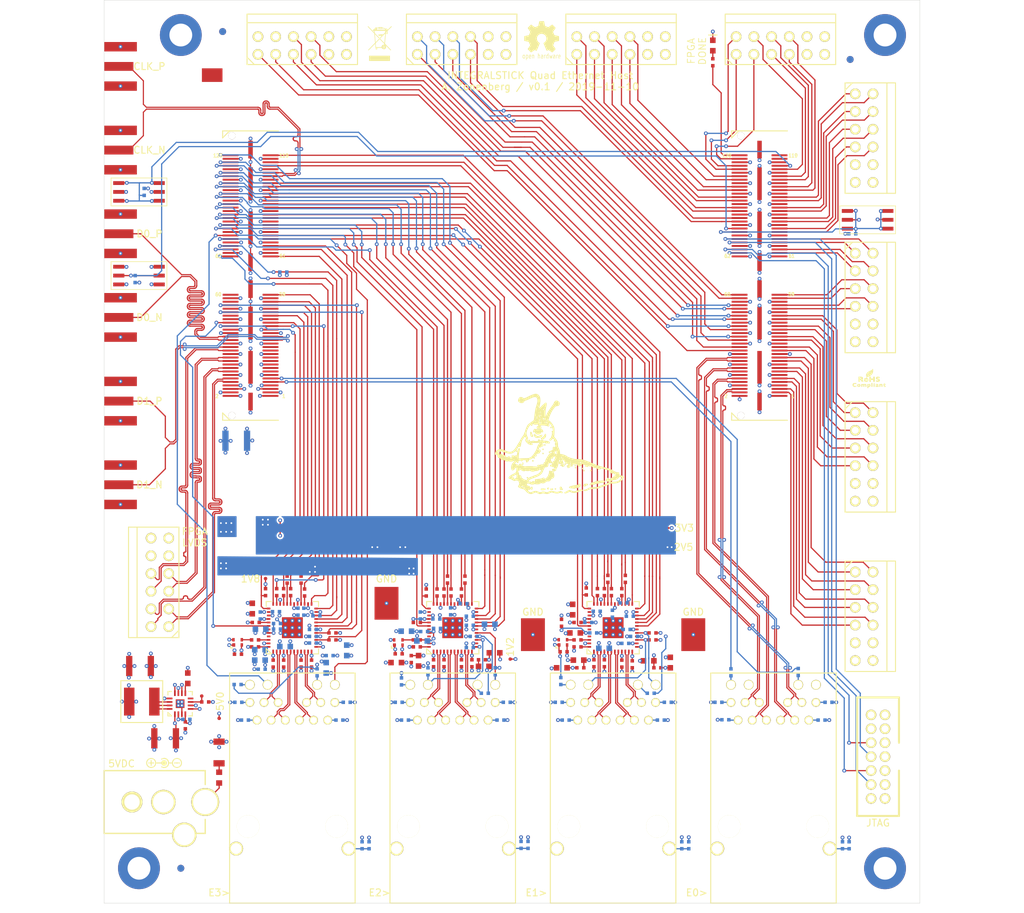
<source format=kicad_pcb>
(kicad_pcb (version 20171130) (host pcbnew "(5.1.4)")
  (layers (0 F.Cu signal) (1 In1.Cu signal) (2 In2.Cu signal) (31 B.Cu signal) (34 B.Paste user) (35 F.Paste user) (36 B.SilkS user) (37 F.SilkS user) (38 B.Mask user) (39 F.Mask user) (44 Edge.Cuts user))
  (net 0 "")
  (net 1 /GND)
  (net 2 /2V5)
  (net 3 /1V8)
  (net 4 /1V2)
  (net 5 /3V3)
  (net 6 /Ethernet/ETH1_A2V5)
  (net 7 /Ethernet/ETH1_A1V2_PLL)
  (net 8 /Ethernet/ETH2_A2V5)
  (net 9 /Ethernet/ETH2_A1V2_PLL)
  (net 10 /Ethernet/ETH3_A2V5)
  (net 11 /Ethernet/ETH3_A1V2_PLL)
  (net 12 "Net-(C55-Pad1)")
  (net 13 "Net-(C56-Pad1)")
  (net 14 "Net-(C57-Pad1)")
  (net 15 "Net-(C58-Pad1)")
  (net 16 "Net-(C59-Pad1)")
  (net 17 "Net-(C60-Pad1)")
  (net 18 "Net-(C61-Pad1)")
  (net 19 "Net-(C62-Pad1)")
  (net 20 "Net-(C63-Pad1)")
  (net 21 "Net-(C64-Pad1)")
  (net 22 "Net-(C65-Pad1)")
  (net 23 "Net-(C66-Pad1)")
  (net 24 "Net-(C67-Pad1)")
  (net 25 "Net-(C68-Pad1)")
  (net 26 "Net-(C69-Pad1)")
  (net 27 "Net-(C70-Pad1)")
  (net 28 "Net-(C71-Pad1)")
  (net 29 "Net-(C72-Pad1)")
  (net 30 "Net-(C73-Pad1)")
  (net 31 "Net-(C74-Pad1)")
  (net 32 "/Power Supply/5V0")
  (net 33 /Ethernet/ETH2_A1V2)
  (net 34 /Ethernet/ETH1_A1V2)
  (net 35 /Ethernet/ETH3_A1V2)
  (net 36 "Net-(C85-Pad2)")
  (net 37 "Net-(C86-Pad1)")
  (net 38 "Net-(D1-Pad2)")
  (net 39 "Net-(F1-Pad2)")
  (net 40 "/Power Supply/5V0_UNFUSED")
  (net 41 "/MCU PMODs/PD4")
  (net 42 /JTAG_TDI)
  (net 43 "/MCU PMODs/PD5")
  (net 44 /JTAG_TMS)
  (net 45 /FPGA_DONE)
  (net 46 "/MCU PMODs/PE4")
  (net 47 "/MCU PMODs/PF6")
  (net 48 "/MCU PMODs/PE5")
  (net 49 "/MCU PMODs/PF8")
  (net 50 "/MCU PMODs/PD3")
  (net 51 /JTAG_TCK)
  (net 52 "/MCU PMODs/PB4")
  (net 53 /JTAG_TDO)
  (net 54 "/MCU PMODs/PE6")
  (net 55 "/MCU PMODs/PF7")
  (net 56 "/MCU PMODs/PB5")
  (net 57 /FPGA_RST_N)
  (net 58 "/MCU PMODs/PE3")
  (net 59 "/MCU PMODs/PC2")
  (net 60 "/MCU PMODs/PF3")
  (net 61 "/MCU PMODs/PC0")
  (net 62 "/MCU PMODs/PB1")
  (net 63 "/MCU PMODs/PF2")
  (net 64 "/MCU PMODs/PA0")
  (net 65 "/MCU PMODs/PF0")
  (net 66 "/MCU PMODs/PC3")
  (net 67 "/MCU PMODs/PE0")
  (net 68 /MCU_BOOT0)
  (net 69 "/MCU PMODs/PE2")
  (net 70 "/MCU PMODs/PB2")
  (net 71 "/MCU PMODs/PE1")
  (net 72 "/MCU PMODs/PB0")
  (net 73 "/MCU PMODs/PF1")
  (net 74 "/MCU PMODs/PA3")
  (net 75 "/MCU PMODs/PC13")
  (net 76 "/MCU PMODs/PF9")
  (net 77 /MCU_RST_N)
  (net 78 "/MCU PMODs/PA5")
  (net 79 "/MCU PMODs/PD10")
  (net 80 "/MCU PMODs/PD7")
  (net 81 "/MCU PMODs/PD15")
  (net 82 "/MCU PMODs/PD6")
  (net 83 "/MCU PMODs/PD9")
  (net 84 "/MCU PMODs/PD0")
  (net 85 "/MCU PMODs/PD8")
  (net 86 "/MCU PMODs/PC12")
  (net 87 "/MCU PMODs/PD14")
  (net 88 "/MCU PMODs/PD1")
  (net 89 "/MCU PMODs/PB14")
  (net 90 "/MCU PMODs/PD2")
  (net 91 "/MCU PMODs/PB15")
  (net 92 "/MCU PMODs/PC10")
  (net 93 "/MCU PMODs/PB10")
  (net 94 "/MCU PMODs/PA12")
  (net 95 "/MCU PMODs/PE13")
  (net 96 "/MCU PMODs/PA11")
  (net 97 "/MCU PMODs/PD13")
  (net 98 "/MCU PMODs/PA10")
  (net 99 "/MCU PMODs/PE14")
  (net 100 "/MCU PMODs/PA9")
  (net 101 "/MCU PMODs/PE15")
  (net 102 "/MCU PMODs/PA8")
  (net 103 "/MCU PMODs/PD12")
  (net 104 /Ethernet/ETH0_4_N)
  (net 105 "/MCU PMODs/PD11")
  (net 106 /Ethernet/ETH0_4_P)
  (net 107 "/MCU PMODs/PE12")
  (net 108 /Ethernet/ETH0_3_N)
  (net 109 "/MCU PMODs/PE11")
  (net 110 /Ethernet/ETH0_3_P)
  (net 111 "/MCU PMODs/PE9")
  (net 112 /Ethernet/ETH0_2_N)
  (net 113 "/MCU PMODs/PE10")
  (net 114 /Ethernet/ETH0_2_P)
  (net 115 "/MCU PMODs/PE8")
  (net 116 /Ethernet/ETH0_1_N)
  (net 117 "/MCU PMODs/PE7")
  (net 118 /Ethernet/ETH0_1_P)
  (net 119 /Ethernet/ETH1_RXD0)
  (net 120 /Ethernet/ETH1_RX_DV)
  (net 121 /Ethernet/ETH2_TXD0)
  (net 122 /Ethernet/ETH2_TXD1)
  (net 123 /Ethernet/ETH3_RST_N)
  (net 124 /Ethernet/ETH2_TX_CLK)
  (net 125 /Ethernet/ETH2_TX_EN)
  (net 126 /Ethernet/ETH2_MDIO)
  (net 127 /Ethernet/ETH2_RST_N)
  (net 128 /Ethernet/ETH3_MDIO)
  (net 129 /Ethernet/ETH1_LED1_N)
  (net 130 /Ethernet/ETH1_LED2_N)
  (net 131 /Ethernet/ETH2_RX_CLK)
  (net 132 /Ethernet/ETH3_RX_CLK)
  (net 133 /Ethernet/ETH1_RXD1)
  (net 134 /Ethernet/ETH2_RX_DV)
  (net 135 /Ethernet/ETH2_MDC)
  (net 136 /Ethernet/ETH3_RX_DV)
  (net 137 /Ethernet/ETH3_MDC)
  (net 138 /Ethernet/ETH1_RXD2)
  (net 139 /LVDS_CLK_P)
  (net 140 /Ethernet/ETH3_RXD2)
  (net 141 /LVDS_CLK_N)
  (net 142 /Ethernet/ETH3_RXD3)
  (net 143 /Ethernet/ETH3_TXD2)
  (net 144 /Ethernet/ETH3_TXD3)
  (net 145 /Ethernet/ETH3_TXD0)
  (net 146 /Ethernet/ETH3_TXD1)
  (net 147 /Ethernet/ETH2_TXD2)
  (net 148 /Ethernet/ETH2_TXD3)
  (net 149 /Ethernet/ETH3_TX_CLK)
  (net 150 /Ethernet/ETH3_TX_EN)
  (net 151 /Ethernet/ETH2_RXD3)
  (net 152 /Ethernet/ETH2_RXD2)
  (net 153 /Ethernet/ETH2_RXD1)
  (net 154 /Ethernet/ETH2_RXD0)
  (net 155 /Ethernet/ETH3_RXD1)
  (net 156 /Ethernet/ETH3_RXD0)
  (net 157 /Ethernet/ETH1_MDIO)
  (net 158 /Ethernet/ETH1_RXD3)
  (net 159 /Ethernet/ETH1_MDC)
  (net 160 /Ethernet/ETH1_RST_N)
  (net 161 /Ethernet/ETH1_TX_CLK)
  (net 162 /Ethernet/ETH1_TX_EN)
  (net 163 /Ethernet/ETH1_TXD2)
  (net 164 /Ethernet/ETH1_TXD3)
  (net 165 /Ethernet/ETH1_TXD1)
  (net 166 /Ethernet/ETH1_RX_CLK)
  (net 167 /Ethernet/ETH1_TXD0)
  (net 168 /LVDS_DQ1_P)
  (net 169 /LVDS_DQ0_P)
  (net 170 /LVDS_DQ1_N)
  (net 171 /LVDS_DQ0_N)
  (net 172 /LVDS_DQ2_P)
  (net 173 /LVDS_DQ2_N)
  (net 174 /LVDS_DQ4_P)
  (net 175 /LVDS_DQ4_N)
  (net 176 /ETH0_LED1_P)
  (net 177 /ETH0_LED2_P)
  (net 178 "Net-(J3-Pad16)")
  (net 179 "Net-(J3-Pad14)")
  (net 180 "Net-(J4-Pad16)")
  (net 181 "Net-(J4-Pad14)")
  (net 182 /Ethernet/ETH1_1_P)
  (net 183 /Ethernet/ETH1_1_N)
  (net 184 /Ethernet/ETH1_4_N)
  (net 185 /Ethernet/ETH1_4_P)
  (net 186 /Ethernet/ETH1_2_N)
  (net 187 /Ethernet/ETH1_2_P)
  (net 188 /Ethernet/ETH1_3_P)
  (net 189 /Ethernet/ETH1_3_N)
  (net 190 "Net-(J5-Pad16)")
  (net 191 /Ethernet/ETH2_LED2_N)
  (net 192 "Net-(J5-Pad14)")
  (net 193 /Ethernet/ETH2_LED1_N)
  (net 194 /Ethernet/ETH2_1_P)
  (net 195 /Ethernet/ETH2_1_N)
  (net 196 /Ethernet/ETH2_4_N)
  (net 197 /Ethernet/ETH2_4_P)
  (net 198 /Ethernet/ETH2_2_N)
  (net 199 /Ethernet/ETH2_2_P)
  (net 200 /Ethernet/ETH2_3_P)
  (net 201 /Ethernet/ETH2_3_N)
  (net 202 "Net-(J6-Pad16)")
  (net 203 /Ethernet/ETH3_LED2_N)
  (net 204 "Net-(J6-Pad14)")
  (net 205 /Ethernet/ETH3_LED1_N)
  (net 206 /Ethernet/ETH3_1_P)
  (net 207 /Ethernet/ETH3_1_N)
  (net 208 /Ethernet/ETH3_4_N)
  (net 209 /Ethernet/ETH3_4_P)
  (net 210 /Ethernet/ETH3_2_N)
  (net 211 /Ethernet/ETH3_2_P)
  (net 212 /Ethernet/ETH3_3_P)
  (net 213 /Ethernet/ETH3_3_N)
  (net 214 "/Power Supply/1V2_PGOOD")
  (net 215 "Net-(L11-Pad2)")
  (net 216 "Net-(R2-Pad2)")
  (net 217 "Net-(R3-Pad2)")
  (net 218 "Net-(R4-Pad2)")
  (net 219 "Net-(R5-Pad2)")
  (net 220 "Net-(R6-Pad2)")
  (net 221 "Net-(R7-Pad2)")
  (net 222 "Net-(R8-Pad2)")
  (net 223 "Net-(R9-Pad2)")
  (net 224 "Net-(R11-Pad2)")
  (net 225 "Net-(R12-Pad2)")
  (net 226 "Net-(R13-Pad2)")
  (net 227 "Net-(R14-Pad2)")
  (net 228 "Net-(R15-Pad2)")
  (net 229 "Net-(R16-Pad2)")
  (net 230 "Net-(R17-Pad2)")
  (net 231 "Net-(R18-Pad2)")
  (net 232 /Ethernet/ETH1_CLK_25MHZ)
  (net 233 "Net-(R21-Pad1)")
  (net 234 /Ethernet/ETH2_CLK_25MHZ)
  (net 235 "Net-(R22-Pad1)")
  (net 236 "Net-(R26-Pad2)")
  (net 237 "Net-(R27-Pad2)")
  (net 238 "Net-(R28-Pad2)")
  (net 239 "Net-(R29-Pad2)")
  (net 240 "Net-(R30-Pad2)")
  (net 241 "Net-(R31-Pad2)")
  (net 242 "Net-(R32-Pad2)")
  (net 243 "Net-(R33-Pad2)")
  (net 244 /Ethernet/ETH3_CLK_25MHZ)
  (net 245 "Net-(R35-Pad1)")
  (net 246 /Ethernet/ETH3_LED2_N_1V8)
  (net 247 /Ethernet/ETH3_LED1_N_1V8)
  (net 248 /LVDS_DQ8_P)
  (net 249 /LVDS_DQ8_N)
  (net 250 /LVDS_DQ6_P)
  (net 251 /LVDS_DQ6_N)
  (module azonenberg_pcb:LONGTHING-600DPI (layer F.Cu) (at 85.4 99.9)
    (fp_text reference G*** hide)
    (fp_text value LOGO hide)
  )
  (module w_logo:Logo_silk_polarity_center_5x1.4mm (layer F.Cu) (at 27.6 144.9 180)
    (fp_text reference G*** hide)
    (fp_text value LOGO hide)
  )
  (module azonenberg_pcb:EIA_0402_CAP_NOSILK (layer B.Cu) (at 44.7 74.5)
    (fp_text reference C89 hide)
    (fp_text value "0.47 uF" hide)
    (pad 2 smd rect (at 0.5 0) (size 0.5 0.5) (layers B.Cu B.Paste B.Mask) (net 1 /GND))
    (pad 1 smd rect (at -0.5 0) (size 0.5 0.5) (layers B.Cu B.Paste B.Mask) (net 3 /1V8))
  )
  (module azonenberg_pcb:FIDUCIAL_1MM (layer B.Cu) (at 30 160)
    (fp_text reference FIDUCIAL_1MM hide)
    (fp_text value VAL** hide)
    (pad "" smd circle (at 0 0) (size 1 1) (layers B.Cu B.Mask) (clearance 1))
  )
  (module azonenberg_pcb:FIDUCIAL_1MM (layer B.Cu) (at 126 44)
    (fp_text reference FIDUCIAL_1MM hide)
    (fp_text value VAL** hide)
    (pad "" smd circle (at 0 0) (size 1 1) (layers B.Cu B.Mask) (clearance 1))
  )
  (module azonenberg_pcb:FIDUCIAL_1MM (layer B.Cu) (at 36 40)
    (fp_text reference FIDUCIAL_1MM hide)
    (fp_text value VAL** hide)
    (pad "" smd circle (at 0 0) (size 1 1) (layers B.Cu B.Mask) (clearance 1))
  )
  (module azonenberg_pcb:FIDUCIAL_1MM (layer F.Cu) (at 30 160)
    (fp_text reference FIDUCIAL_1MM hide)
    (fp_text value VAL** hide)
    (pad "" smd circle (at 0 0) (size 1 1) (layers F.Cu F.Mask) (clearance 1))
  )
  (module azonenberg_pcb:FIDUCIAL_1MM (layer F.Cu) (at 126 44)
    (fp_text reference FIDUCIAL_1MM hide)
    (fp_text value VAL** hide)
    (pad "" smd circle (at 0 0) (size 1 1) (layers F.Cu F.Mask) (clearance 1))
  )
  (module azonenberg_pcb:FIDUCIAL_1MM (layer F.Cu) (at 36 40)
    (fp_text reference FIDUCIAL_1MM hide)
    (fp_text value VAL** hide)
    (pad "" smd circle (at 0 0) (size 1 1) (layers F.Cu F.Mask) (clearance 1))
  )
  (module azonenberg_pcb:INDUCTOR_YUDEN_NRS5030 (layer F.Cu) (at 24.4 136.1)
    (fp_text reference L11 hide)
    (fp_text value NRS5030T1R0NMGJ)
    (pad 2 smd rect (at 1.8 0) (size 1.5 4) (layers F.Cu F.Paste F.Mask) (net 215 "Net-(L11-Pad2)"))
    (pad 1 smd rect (at -1.8 0) (size 1.5 4) (layers F.Cu F.Paste F.Mask) (net 4 /1V2))
  )
  (module azonenberg_pcb:TESTPOINT_SMT_0.5MM (layer F.Cu) (at 99.75 111.2)
    (fp_text reference J27 hide)
    (fp_text value TESTPAD hide)
    (pad 1 smd circle (at 0 0) (size 0.5 0.5) (layers F.Cu F.Mask) (net 5 /3V3))
  )
  (module azonenberg_pcb:SERIALNUM_MOLEX_0916580020 (layer F.Cu) (at 34.5 46.25)
    (fp_text reference REF** hide)
    (fp_text value SERIALNUM_MOLEX_0916580020)
    (pad 1 smd rect (at 0 0) (size 2.95 1.95) (layers F.Cu F.Paste F.Mask))
  )
  (module azonenberg_pcb:CONN_SAMTEC_QSH-060-01-L-D-A (layer F.Cu) (at 40 75 180)
    (fp_text reference J2 hide)
    (fp_text value CONN_INTEGRALSTICK_FPGA_HOST hide)
    (fp_text user 119 (at -4.8 17.2) (layer F.SilkS) (effects (font (size 0.508 0.457) (thickness 0.11425))))
    (fp_text user 120 (at 4.7 17.2) (layer F.SilkS) (effects (font (size 0.508 0.457) (thickness 0.11425))))
    (fp_text user 62 (at 4.6 2.8) (layer F.SilkS) (effects (font (size 0.508 0.457) (thickness 0.11425))))
    (fp_text user 61 (at -4.6 2.8) (layer F.SilkS) (effects (font (size 0.508 0.457) (thickness 0.11425))))
    (fp_text user 1 (at -4.765 -17.3) (layer F.SilkS) (effects (font (size 0.508 0.457) (thickness 0.11425))))
    (fp_text user 2 (at 4.815 -17.3) (layer F.SilkS) (effects (font (size 0.508 0.457) (thickness 0.11425))))
    (fp_text user 60 (at 4.615 -2.7) (layer F.SilkS) (effects (font (size 0.508 0.457) (thickness 0.11425))))
    (fp_text user 59 (at -4.565 -2.7) (layer F.SilkS) (effects (font (size 0.508 0.457) (thickness 0.11425))))
    (pad 65 smd rect (at -2.865 3.753 180) (size 2.27 0.279) (layers F.Cu F.Paste F.Mask) (net 146 /Ethernet/ETH3_TXD1))
    (pad 66 smd rect (at 2.865 3.753 180) (size 2.27 0.279) (layers F.Cu F.Paste F.Mask) (net 149 /Ethernet/ETH3_TX_CLK))
    (pad 73 smd rect (at -2.865 5.753 180) (size 2.27 0.279) (layers F.Cu F.Paste F.Mask) (net 160 /Ethernet/ETH1_RST_N))
    (pad 74 smd rect (at 2.865 5.753 180) (size 2.27 0.279) (layers F.Cu F.Paste F.Mask) (net 203 /Ethernet/ETH3_LED2_N))
    (pad 67 smd rect (at -2.865 4.253 180) (size 2.27 0.279) (layers F.Cu F.Paste F.Mask) (net 145 /Ethernet/ETH3_TXD0))
    (pad 68 smd rect (at 2.865 4.253 180) (size 2.27 0.279) (layers F.Cu F.Paste F.Mask) (net 144 /Ethernet/ETH3_TXD3))
    (pad 69 smd rect (at -2.865 4.753 180) (size 2.27 0.279) (layers F.Cu F.Paste F.Mask) (net 5 /3V3))
    (pad 70 smd rect (at 2.865 4.753 180) (size 2.27 0.279) (layers F.Cu F.Paste F.Mask) (net 5 /3V3))
    (pad 120 smd rect (at 2.865 17.253 180) (size 2.27 0.279) (layers F.Cu F.Paste F.Mask) (net 121 /Ethernet/ETH2_TXD0))
    (pad 128 smd rect (at 0 18.068 180) (size 0.64 2.54) (layers F.Cu F.Paste F.Mask) (net 1 /GND))
    (pad 125 smd rect (at 0 1.938 180) (size 0.64 2.54) (layers F.Cu F.Paste F.Mask) (net 1 /GND))
    (pad 79 smd rect (at -2.865 7.253 180) (size 2.27 0.279) (layers F.Cu F.Paste F.Mask) (net 159 /Ethernet/ETH1_MDC))
    (pad 80 smd rect (at 2.865 7.253 180) (size 2.27 0.279) (layers F.Cu F.Paste F.Mask) (net 127 /Ethernet/ETH2_RST_N))
    (pad 91 smd rect (at -2.865 10.253 180) (size 2.27 0.279) (layers F.Cu F.Paste F.Mask) (net 138 /Ethernet/ETH1_RXD2))
    (pad 92 smd rect (at 2.865 10.253 180) (size 2.27 0.279) (layers F.Cu F.Paste F.Mask) (net 154 /Ethernet/ETH2_RXD0))
    (pad 93 smd rect (at -2.865 10.753 180) (size 2.27 0.279) (layers F.Cu F.Paste F.Mask) (net 5 /3V3))
    (pad 94 smd rect (at 2.865 10.753 180) (size 2.27 0.279) (layers F.Cu F.Paste F.Mask) (net 5 /3V3))
    (pad 119 smd rect (at -2.865 17.253 180) (size 2.27 0.279) (layers F.Cu F.Paste F.Mask) (net 167 /Ethernet/ETH1_TXD0))
    (pad 127 smd rect (at 0 13.194 180) (size 0.64 4.7) (layers F.Cu F.Paste F.Mask) (net 1 /GND))
    (pad 126 smd rect (at 0 6.844 180) (size 0.64 4.7) (layers F.Cu F.Paste F.Mask) (net 1 /GND))
    (pad 95 smd rect (at -2.865 11.253 180) (size 2.27 0.279) (layers F.Cu F.Paste F.Mask) (net 158 /Ethernet/ETH1_RXD3))
    (pad 96 smd rect (at 2.865 11.253 180) (size 2.27 0.279) (layers F.Cu F.Paste F.Mask) (net 153 /Ethernet/ETH2_RXD1))
    (pad 63 smd rect (at -2.865 3.253 180) (size 2.27 0.279) (layers F.Cu F.Paste F.Mask) (net 3 /1V8))
    (pad 64 smd rect (at 2.865 3.253 180) (size 2.27 0.279) (layers F.Cu F.Paste F.Mask) (net 3 /1V8))
    (pad 71 smd rect (at -2.865 5.253 180) (size 2.27 0.279) (layers F.Cu F.Paste F.Mask) (net 166 /Ethernet/ETH1_RX_CLK))
    (pad 72 smd rect (at 2.865 5.253 180) (size 2.27 0.279) (layers F.Cu F.Paste F.Mask) (net 131 /Ethernet/ETH2_RX_CLK))
    (pad 62 smd rect (at 2.865 2.753 180) (size 2.27 0.279) (layers F.Cu F.Paste F.Mask) (net 150 /Ethernet/ETH3_TX_EN))
    (pad 89 smd rect (at -2.865 9.753 180) (size 2.27 0.279) (layers F.Cu F.Paste F.Mask) (net 133 /Ethernet/ETH1_RXD1))
    (pad 90 smd rect (at 2.865 9.753 180) (size 2.27 0.279) (layers F.Cu F.Paste F.Mask) (net 134 /Ethernet/ETH2_RX_DV))
    (pad 75 smd rect (at -2.865 6.253 180) (size 2.27 0.279) (layers F.Cu F.Paste F.Mask) (net 5 /3V3))
    (pad 76 smd rect (at 2.865 6.253 180) (size 2.27 0.279) (layers F.Cu F.Paste F.Mask) (net 5 /3V3))
    (pad 115 smd rect (at -2.865 16.253 180) (size 2.27 0.279) (layers F.Cu F.Paste F.Mask) (net 165 /Ethernet/ETH1_TXD1))
    (pad 116 smd rect (at 2.865 16.253 180) (size 2.27 0.279) (layers F.Cu F.Paste F.Mask) (net 122 /Ethernet/ETH2_TXD1))
    (pad 87 smd rect (at -2.865 9.253 180) (size 2.27 0.279) (layers F.Cu F.Paste F.Mask) (net 5 /3V3))
    (pad 88 smd rect (at 2.865 9.253 180) (size 2.27 0.279) (layers F.Cu F.Paste F.Mask) (net 5 /3V3))
    (pad 111 smd rect (at -2.865 15.253 180) (size 2.27 0.279) (layers F.Cu F.Paste F.Mask) (net 5 /3V3))
    (pad 112 smd rect (at 2.865 15.253 180) (size 2.27 0.279) (layers F.Cu F.Paste F.Mask) (net 5 /3V3))
    (pad 117 smd rect (at -2.865 16.753 180) (size 2.27 0.279) (layers F.Cu F.Paste F.Mask) (net 5 /3V3))
    (pad 118 smd rect (at 2.865 16.753 180) (size 2.27 0.279) (layers F.Cu F.Paste F.Mask) (net 5 /3V3))
    (pad 61 smd rect (at -2.865 2.753 180) (size 2.27 0.279) (layers F.Cu F.Paste F.Mask) (net 143 /Ethernet/ETH3_TXD2))
    (pad 109 smd rect (at -2.865 14.753 180) (size 2.27 0.279) (layers F.Cu F.Paste F.Mask) (net 139 /LVDS_CLK_P))
    (pad 110 smd rect (at 2.865 14.753 180) (size 2.27 0.279) (layers F.Cu F.Paste F.Mask) (net 148 /Ethernet/ETH2_TXD3))
    (pad 107 smd rect (at -2.865 14.253 180) (size 2.27 0.279) (layers F.Cu F.Paste F.Mask) (net 141 /LVDS_CLK_N))
    (pad 108 smd rect (at 2.865 14.253 180) (size 2.27 0.279) (layers F.Cu F.Paste F.Mask) (net 124 /Ethernet/ETH2_TX_CLK))
    (pad 101 smd rect (at -2.865 12.753 180) (size 2.27 0.279) (layers F.Cu F.Paste F.Mask) (net 161 /Ethernet/ETH1_TX_CLK))
    (pad 102 smd rect (at 2.865 12.753 180) (size 2.27 0.279) (layers F.Cu F.Paste F.Mask) (net 151 /Ethernet/ETH2_RXD3))
    (pad 97 smd rect (at -2.865 11.753 180) (size 2.27 0.279) (layers F.Cu F.Paste F.Mask) (net 162 /Ethernet/ETH1_TX_EN))
    (pad 98 smd rect (at 2.865 11.753 180) (size 2.27 0.279) (layers F.Cu F.Paste F.Mask) (net 152 /Ethernet/ETH2_RXD2))
    (pad 77 smd rect (at -2.865 6.753 180) (size 2.27 0.279) (layers F.Cu F.Paste F.Mask) (net 157 /Ethernet/ETH1_MDIO))
    (pad 78 smd rect (at 2.865 6.753 180) (size 2.27 0.279) (layers F.Cu F.Paste F.Mask) (net 205 /Ethernet/ETH3_LED1_N))
    (pad 103 smd rect (at -2.865 13.253 180) (size 2.27 0.279) (layers F.Cu F.Paste F.Mask) (net 164 /Ethernet/ETH1_TXD3))
    (pad 104 smd rect (at 2.865 13.253 180) (size 2.27 0.279) (layers F.Cu F.Paste F.Mask) (net 125 /Ethernet/ETH2_TX_EN))
    (pad 83 smd rect (at -2.865 8.253 180) (size 2.27 0.279) (layers F.Cu F.Paste F.Mask) (net 120 /Ethernet/ETH1_RX_DV))
    (pad 84 smd rect (at 2.865 8.253 180) (size 2.27 0.279) (layers F.Cu F.Paste F.Mask) (net 126 /Ethernet/ETH2_MDIO))
    (pad 81 smd rect (at -2.865 7.753 180) (size 2.27 0.279) (layers F.Cu F.Paste F.Mask) (net 5 /3V3))
    (pad 82 smd rect (at 2.865 7.753 180) (size 2.27 0.279) (layers F.Cu F.Paste F.Mask) (net 5 /3V3))
    (pad 105 smd rect (at -2.865 13.753 180) (size 2.27 0.279) (layers F.Cu F.Paste F.Mask) (net 5 /3V3))
    (pad 106 smd rect (at 2.865 13.753 180) (size 2.27 0.279) (layers F.Cu F.Paste F.Mask) (net 5 /3V3))
    (pad 85 smd rect (at -2.865 8.753 180) (size 2.27 0.279) (layers F.Cu F.Paste F.Mask) (net 119 /Ethernet/ETH1_RXD0))
    (pad 86 smd rect (at 2.865 8.753 180) (size 2.27 0.279) (layers F.Cu F.Paste F.Mask) (net 135 /Ethernet/ETH2_MDC))
    (pad 99 smd rect (at -2.865 12.253 180) (size 2.27 0.279) (layers F.Cu F.Paste F.Mask) (net 5 /3V3))
    (pad 100 smd rect (at 2.865 12.253 180) (size 2.27 0.279) (layers F.Cu F.Paste F.Mask) (net 5 /3V3))
    (pad 113 smd rect (at -2.865 15.753 180) (size 2.27 0.279) (layers F.Cu F.Paste F.Mask) (net 163 /Ethernet/ETH1_TXD2))
    (pad 114 smd rect (at 2.865 15.753 180) (size 2.27 0.279) (layers F.Cu F.Paste F.Mask) (net 147 /Ethernet/ETH2_TXD2))
    (pad "" thru_hole circle (at 2.67 -20.065 180) (size 1.02 1.02) (drill 1.02) (layers *.Cu *.Mask F.SilkS))
    (pad 59 smd rect (at -2.865 -2.75 180) (size 2.27 0.279) (layers F.Cu F.Paste F.Mask) (net 142 /Ethernet/ETH3_RXD3))
    (pad 123 smd rect (at 0 -6.809 180) (size 0.64 4.7) (layers F.Cu F.Paste F.Mask) (net 1 /GND))
    (pad 122 smd rect (at 0 -13.159 180) (size 0.64 4.7) (layers F.Cu F.Paste F.Mask) (net 1 /GND))
    (pad 124 smd rect (at 0 -1.935 180) (size 0.64 2.54) (layers F.Cu F.Paste F.Mask) (net 1 /GND))
    (pad 121 smd rect (at 0 -18.065 180) (size 0.64 2.54) (layers F.Cu F.Paste F.Mask) (net 1 /GND))
    (pad "" thru_hole circle (at 2.67 20.065 180) (size 1.02 1.02) (drill 1.02) (layers *.Cu *.Mask F.SilkS))
    (pad 60 smd rect (at 2.865 -2.75 180) (size 2.27 0.279) (layers F.Cu F.Paste F.Mask))
    (pad 57 smd rect (at -2.865 -3.25 180) (size 2.27 0.279) (layers F.Cu F.Paste F.Mask) (net 3 /1V8))
    (pad 58 smd rect (at 2.865 -3.25 180) (size 2.27 0.279) (layers F.Cu F.Paste F.Mask) (net 3 /1V8))
    (pad 55 smd rect (at -2.865 -3.75 180) (size 2.27 0.279) (layers F.Cu F.Paste F.Mask) (net 140 /Ethernet/ETH3_RXD2))
    (pad 56 smd rect (at 2.865 -3.75 180) (size 2.27 0.279) (layers F.Cu F.Paste F.Mask))
    (pad 53 smd rect (at -2.865 -4.25 180) (size 2.27 0.279) (layers F.Cu F.Paste F.Mask) (net 155 /Ethernet/ETH3_RXD1))
    (pad 54 smd rect (at 2.865 -4.25 180) (size 2.27 0.279) (layers F.Cu F.Paste F.Mask) (net 247 /Ethernet/ETH3_LED1_N_1V8))
    (pad 51 smd rect (at -2.865 -4.75 180) (size 2.27 0.279) (layers F.Cu F.Paste F.Mask) (net 3 /1V8))
    (pad 52 smd rect (at 2.865 -4.75 180) (size 2.27 0.279) (layers F.Cu F.Paste F.Mask) (net 3 /1V8))
    (pad 49 smd rect (at -2.865 -5.25 180) (size 2.27 0.279) (layers F.Cu F.Paste F.Mask) (net 156 /Ethernet/ETH3_RXD0))
    (pad 50 smd rect (at 2.865 -5.25 180) (size 2.27 0.279) (layers F.Cu F.Paste F.Mask) (net 246 /Ethernet/ETH3_LED2_N_1V8))
    (pad 47 smd rect (at -2.865 -5.75 180) (size 2.27 0.279) (layers F.Cu F.Paste F.Mask) (net 136 /Ethernet/ETH3_RX_DV))
    (pad 48 smd rect (at 2.865 -5.75 180) (size 2.27 0.279) (layers F.Cu F.Paste F.Mask))
    (pad 45 smd rect (at -2.865 -6.25 180) (size 2.27 0.279) (layers F.Cu F.Paste F.Mask) (net 3 /1V8))
    (pad 46 smd rect (at 2.865 -6.25 180) (size 2.27 0.279) (layers F.Cu F.Paste F.Mask) (net 3 /1V8))
    (pad 43 smd rect (at -2.865 -6.75 180) (size 2.27 0.279) (layers F.Cu F.Paste F.Mask) (net 137 /Ethernet/ETH3_MDC))
    (pad 44 smd rect (at 2.865 -6.75 180) (size 2.27 0.279) (layers F.Cu F.Paste F.Mask) (net 123 /Ethernet/ETH3_RST_N))
    (pad 41 smd rect (at -2.865 -7.25 180) (size 2.27 0.279) (layers F.Cu F.Paste F.Mask) (net 132 /Ethernet/ETH3_RX_CLK))
    (pad 42 smd rect (at 2.865 -7.25 180) (size 2.27 0.279) (layers F.Cu F.Paste F.Mask) (net 128 /Ethernet/ETH3_MDIO))
    (pad 39 smd rect (at -2.865 -7.75 180) (size 2.27 0.279) (layers F.Cu F.Paste F.Mask) (net 3 /1V8))
    (pad 40 smd rect (at 2.865 -7.75 180) (size 2.27 0.279) (layers F.Cu F.Paste F.Mask) (net 3 /1V8))
    (pad 37 smd rect (at -2.865 -8.25 180) (size 2.27 0.279) (layers F.Cu F.Paste F.Mask) (net 2 /2V5))
    (pad 38 smd rect (at 2.865 -8.25 180) (size 2.27 0.279) (layers F.Cu F.Paste F.Mask) (net 2 /2V5))
    (pad 35 smd rect (at -2.865 -8.75 180) (size 2.27 0.279) (layers F.Cu F.Paste F.Mask) (net 168 /LVDS_DQ1_P))
    (pad 36 smd rect (at 2.865 -8.75 180) (size 2.27 0.279) (layers F.Cu F.Paste F.Mask) (net 169 /LVDS_DQ0_P))
    (pad 33 smd rect (at -2.865 -9.25 180) (size 2.27 0.279) (layers F.Cu F.Paste F.Mask) (net 170 /LVDS_DQ1_N))
    (pad 34 smd rect (at 2.865 -9.25 180) (size 2.27 0.279) (layers F.Cu F.Paste F.Mask) (net 171 /LVDS_DQ0_N))
    (pad 31 smd rect (at -2.865 -9.75 180) (size 2.27 0.279) (layers F.Cu F.Paste F.Mask) (net 2 /2V5))
    (pad 32 smd rect (at 2.865 -9.75 180) (size 2.27 0.279) (layers F.Cu F.Paste F.Mask) (net 2 /2V5))
    (pad 29 smd rect (at -2.865 -10.25 180) (size 2.27 0.279) (layers F.Cu F.Paste F.Mask))
    (pad 30 smd rect (at 2.865 -10.25 180) (size 2.27 0.279) (layers F.Cu F.Paste F.Mask) (net 172 /LVDS_DQ2_P))
    (pad 27 smd rect (at -2.865 -10.75 180) (size 2.27 0.279) (layers F.Cu F.Paste F.Mask))
    (pad 28 smd rect (at 2.865 -10.75 180) (size 2.27 0.279) (layers F.Cu F.Paste F.Mask) (net 173 /LVDS_DQ2_N))
    (pad 25 smd rect (at -2.865 -11.25 180) (size 2.27 0.279) (layers F.Cu F.Paste F.Mask) (net 2 /2V5))
    (pad 26 smd rect (at 2.865 -11.25 180) (size 2.27 0.279) (layers F.Cu F.Paste F.Mask) (net 2 /2V5))
    (pad 23 smd rect (at -2.865 -11.75 180) (size 2.27 0.279) (layers F.Cu F.Paste F.Mask))
    (pad 24 smd rect (at 2.865 -11.75 180) (size 2.27 0.279) (layers F.Cu F.Paste F.Mask) (net 174 /LVDS_DQ4_P))
    (pad 21 smd rect (at -2.865 -12.25 180) (size 2.27 0.279) (layers F.Cu F.Paste F.Mask))
    (pad 22 smd rect (at 2.865 -12.25 180) (size 2.27 0.279) (layers F.Cu F.Paste F.Mask) (net 175 /LVDS_DQ4_N))
    (pad 19 smd rect (at -2.865 -12.75 180) (size 2.27 0.279) (layers F.Cu F.Paste F.Mask) (net 2 /2V5))
    (pad 20 smd rect (at 2.865 -12.75 180) (size 2.27 0.279) (layers F.Cu F.Paste F.Mask) (net 2 /2V5))
    (pad 17 smd rect (at -2.865 -13.25 180) (size 2.27 0.279) (layers F.Cu F.Paste F.Mask))
    (pad 18 smd rect (at 2.865 -13.25 180) (size 2.27 0.279) (layers F.Cu F.Paste F.Mask) (net 250 /LVDS_DQ6_P))
    (pad 15 smd rect (at -2.865 -13.75 180) (size 2.27 0.279) (layers F.Cu F.Paste F.Mask))
    (pad 16 smd rect (at 2.865 -13.75 180) (size 2.27 0.279) (layers F.Cu F.Paste F.Mask) (net 251 /LVDS_DQ6_N))
    (pad 13 smd rect (at -2.865 -14.25 180) (size 2.27 0.279) (layers F.Cu F.Paste F.Mask) (net 2 /2V5))
    (pad 14 smd rect (at 2.865 -14.25 180) (size 2.27 0.279) (layers F.Cu F.Paste F.Mask) (net 2 /2V5))
    (pad 11 smd rect (at -2.865 -14.75 180) (size 2.27 0.279) (layers F.Cu F.Paste F.Mask) (net 176 /ETH0_LED1_P))
    (pad 12 smd rect (at 2.865 -14.75 180) (size 2.27 0.279) (layers F.Cu F.Paste F.Mask) (net 248 /LVDS_DQ8_P))
    (pad 9 smd rect (at -2.865 -15.25 180) (size 2.27 0.279) (layers F.Cu F.Paste F.Mask) (net 177 /ETH0_LED2_P))
    (pad 10 smd rect (at 2.865 -15.25 180) (size 2.27 0.279) (layers F.Cu F.Paste F.Mask) (net 249 /LVDS_DQ8_N))
    (pad 7 smd rect (at -2.865 -15.75 180) (size 2.27 0.279) (layers F.Cu F.Paste F.Mask) (net 2 /2V5))
    (pad 8 smd rect (at 2.865 -15.75 180) (size 2.27 0.279) (layers F.Cu F.Paste F.Mask) (net 2 /2V5))
    (pad 5 smd rect (at -2.865 -16.25 180) (size 2.27 0.279) (layers F.Cu F.Paste F.Mask) (net 32 "/Power Supply/5V0"))
    (pad 6 smd rect (at 2.865 -16.25 180) (size 2.27 0.279) (layers F.Cu F.Paste F.Mask) (net 32 "/Power Supply/5V0"))
    (pad 3 smd rect (at -2.865 -16.75 180) (size 2.27 0.279) (layers F.Cu F.Paste F.Mask) (net 32 "/Power Supply/5V0"))
    (pad 4 smd rect (at 2.865 -16.75 180) (size 2.27 0.279) (layers F.Cu F.Paste F.Mask) (net 32 "/Power Supply/5V0"))
    (pad 1 smd rect (at -2.865 -17.25 180) (size 2.27 0.279) (layers F.Cu F.Paste F.Mask) (net 32 "/Power Supply/5V0"))
    (pad 2 smd rect (at 2.865 -17.25 180) (size 2.27 0.279) (layers F.Cu F.Paste F.Mask) (net 32 "/Power Supply/5V0"))
  )
  (module w_logo:Logo_silk_ROHS_5x2.8mm (layer F.Cu) (at 128.75 89.75)
    (fp_text reference G*** hide)
    (fp_text value LOGO hide)
  )
  (module w_logo:Logo_silk_WEEE_3.4x5mm (layer F.Cu) (at 58.5 41.75)
    (fp_text reference G*** hide)
    (fp_text value LOGO hide)
  )
  (module w_logo:Logo_silk_OSHW_6x6mm (layer F.Cu) (at 81.75 40.75)
    (fp_text reference G*** hide)
    (fp_text value LOGO hide)
  )
  (module azonenberg_pcb:MECHANICAL_CLEARANCEHOLE_4_40 (layer F.Cu) (at 24 160)
    (fp_text reference REF** hide)
    (fp_text value MECHANICAL_CLEARANCEHOLE_4_40)
    (pad 1 thru_hole circle (at 0 0) (size 6 6) (drill 3.27) (layers *.Cu *.Mask))
  )
  (module azonenberg_pcb:MECHANICAL_CLEARANCEHOLE_4_40 (layer F.Cu) (at 131 40.5)
    (fp_text reference REF** hide)
    (fp_text value MECHANICAL_CLEARANCEHOLE_4_40)
    (pad 1 thru_hole circle (at 0 0) (size 6 6) (drill 3.27) (layers *.Cu *.Mask))
  )
  (module azonenberg_pcb:MECHANICAL_CLEARANCEHOLE_4_40 (layer F.Cu) (at 30 40.5)
    (fp_text reference REF** hide)
    (fp_text value MECHANICAL_CLEARANCEHOLE_4_40)
    (pad 1 thru_hole circle (at 0 0) (size 6 6) (drill 3.27) (layers *.Cu *.Mask))
  )
  (module azonenberg_pcb:MECHANICAL_CLEARANCEHOLE_4_40 (layer F.Cu) (at 131 160)
    (fp_text reference REF** hide)
    (fp_text value MECHANICAL_CLEARANCEHOLE_4_40)
    (pad 1 thru_hole circle (at 0 0) (size 6 6) (drill 3.27) (layers *.Cu *.Mask))
  )
  (module azonenberg_pcb:QFN_16_0.5MM_3x3MM (layer F.Cu) (at 29.9 136.4)
    (fp_text reference U7 hide)
    (fp_text value SC185EUL hide)
    (pad PAD smd rect (at -0.25 0.25) (size 0.5 0.5) (layers F.Cu F.Paste) (net 1 /GND))
    (pad PAD smd rect (at 0.25 0.25) (size 0.5 0.5) (layers F.Cu F.Paste) (net 1 /GND))
    (pad PAD smd rect (at 0.25 -0.25) (size 0.5 0.5) (layers F.Cu F.Paste) (net 1 /GND))
    (pad PAD smd rect (at -0.25 -0.25) (size 0.5 0.5) (layers F.Cu F.Paste) (net 1 /GND))
    (pad PAD smd rect (at 0 0) (size 1.25 1.25) (layers F.Cu F.Mask) (net 1 /GND))
    (pad 13 smd rect (at -1.5 -0.75 90) (size 0.25 0.8) (layers F.Cu F.Paste F.Mask) (net 1 /GND))
    (pad 14 smd rect (at -1.5 -0.25 90) (size 0.25 0.8) (layers F.Cu F.Paste F.Mask) (net 215 "Net-(L11-Pad2)"))
    (pad 15 smd rect (at -1.5 0.25 90) (size 0.25 0.8) (layers F.Cu F.Paste F.Mask) (net 215 "Net-(L11-Pad2)"))
    (pad 16 smd rect (at -1.5 0.75 90) (size 0.25 0.8) (layers F.Cu F.Paste F.Mask) (net 215 "Net-(L11-Pad2)"))
    (pad 1 smd rect (at -0.75 1.5) (size 0.25 0.8) (layers F.Cu F.Paste F.Mask) (net 32 "/Power Supply/5V0"))
    (pad 2 smd rect (at -0.25 1.5) (size 0.25 0.8) (layers F.Cu F.Paste F.Mask) (net 32 "/Power Supply/5V0"))
    (pad 3 smd rect (at 0.25 1.5) (size 0.25 0.8) (layers F.Cu F.Paste F.Mask) (net 1 /GND))
    (pad 4 smd rect (at 0.75 1.5) (size 0.25 0.8) (layers F.Cu F.Paste F.Mask) (net 36 "Net-(C85-Pad2)"))
    (pad 5 smd rect (at 1.5 0.75 90) (size 0.25 0.8) (layers F.Cu F.Paste F.Mask) (net 32 "/Power Supply/5V0"))
    (pad 6 smd rect (at 1.5 0.25 90) (size 0.25 0.8) (layers F.Cu F.Paste F.Mask) (net 32 "/Power Supply/5V0"))
    (pad 7 smd rect (at 1.5 -0.25 90) (size 0.25 0.8) (layers F.Cu F.Paste F.Mask) (net 214 "/Power Supply/1V2_PGOOD"))
    (pad 8 smd rect (at 1.5 -0.75 270) (size 0.25 0.8) (layers F.Cu F.Paste F.Mask))
    (pad 9 smd rect (at 0.75 -1.5) (size 0.25 0.8) (layers F.Cu F.Paste F.Mask) (net 37 "Net-(C86-Pad1)"))
    (pad 10 smd rect (at 0.25 -1.5) (size 0.25 0.8) (layers F.Cu F.Paste F.Mask) (net 4 /1V2))
    (pad 11 smd rect (at -0.25 -1.5) (size 0.25 0.8) (layers F.Cu F.Paste F.Mask) (net 1 /GND))
    (pad 12 smd rect (at -0.75 -1.5) (size 0.25 0.8) (layers F.Cu F.Paste F.Mask) (net 1 /GND))
  )
  (module azonenberg_pcb:OSCILLATOR_1.6x1.2 (layer F.Cu) (at 38.15 127.6)
    (fp_text reference U6 hide)
    (fp_text value ECS-1612MV-250-CN-TR)
    (pad 1 smd rect (at -0.56 0.375) (size 0.43 0.5) (layers F.Cu F.Paste F.Mask) (net 3 /1V8))
    (pad 2 smd rect (at 0.6 0.375) (size 0.35 0.5) (layers F.Cu F.Paste F.Mask) (net 1 /GND))
    (pad 3 smd rect (at 0.6 -0.375) (size 0.35 0.5) (layers F.Cu F.Paste F.Mask) (net 245 "Net-(R35-Pad1)"))
    (pad 4 smd rect (at -0.6 -0.375) (size 0.35 0.5) (layers F.Cu F.Paste F.Mask) (net 3 /1V8))
  )
  (module azonenberg_pcb:QFN_48_0.5MM_7x7MM (layer F.Cu) (at 46 125.5 90)
    (fp_text reference U5 hide)
    (fp_text value KSZ9031RNX hide)
    (pad PAD smd rect (at 1 1 90) (size 0.75 0.75) (layers F.Cu F.Paste) (net 1 /GND))
    (pad PAD smd rect (at 0 1 90) (size 0.75 0.75) (layers F.Cu F.Paste) (net 1 /GND))
    (pad PAD smd rect (at -1 1 90) (size 0.75 0.75) (layers F.Cu F.Paste) (net 1 /GND))
    (pad PAD smd rect (at -1 0 90) (size 0.75 0.75) (layers F.Cu F.Paste) (net 1 /GND))
    (pad PAD smd rect (at 0 0 90) (size 0.75 0.75) (layers F.Cu F.Paste) (net 1 /GND))
    (pad PAD smd rect (at 1 0 90) (size 0.75 0.75) (layers F.Cu F.Paste) (net 1 /GND))
    (pad PAD smd rect (at 1 -1 90) (size 0.75 0.75) (layers F.Cu F.Paste) (net 1 /GND))
    (pad PAD smd rect (at 0 -1 90) (size 0.75 0.75) (layers F.Cu F.Paste) (net 1 /GND))
    (pad PAD smd rect (at -1 -1 90) (size 0.75 0.75) (layers F.Cu F.Paste) (net 1 /GND))
    (pad PAD smd rect (at 0 0 90) (size 3 3) (layers F.Cu F.Mask) (net 1 /GND))
    (pad 25 smd rect (at 3.4 2.75 180) (size 0.25 0.5) (layers F.Cu F.Paste F.Mask) (net 150 /Ethernet/ETH3_TX_EN))
    (pad 26 smd rect (at 3.4 2.25 180) (size 0.25 0.5) (layers F.Cu F.Paste F.Mask) (net 4 /1V2))
    (pad 27 smd rect (at 3.4 1.75 180) (size 0.25 0.5) (layers F.Cu F.Paste F.Mask) (net 236 "Net-(R26-Pad2)"))
    (pad 29 smd rect (at 3.4 0.75 180) (size 0.25 0.5) (layers F.Cu F.Paste F.Mask) (net 1 /GND))
    (pad 28 smd rect (at 3.4 1.25 180) (size 0.25 0.5) (layers F.Cu F.Paste F.Mask) (net 237 "Net-(R27-Pad2)"))
    (pad 30 smd rect (at 3.4 0.25 180) (size 0.25 0.5) (layers F.Cu F.Paste F.Mask) (net 4 /1V2))
    (pad 31 smd rect (at 3.4 -0.25 180) (size 0.25 0.5) (layers F.Cu F.Paste F.Mask) (net 238 "Net-(R28-Pad2)"))
    (pad 32 smd rect (at 3.4 -0.75 180) (size 0.25 0.5) (layers F.Cu F.Paste F.Mask) (net 239 "Net-(R29-Pad2)"))
    (pad 33 smd rect (at 3.4 -1.25 180) (size 0.25 0.5) (layers F.Cu F.Paste F.Mask) (net 240 "Net-(R30-Pad2)"))
    (pad 34 smd rect (at 3.4 -1.75 180) (size 0.25 0.5) (layers F.Cu F.Paste F.Mask) (net 3 /1V8))
    (pad 35 smd rect (at 3.4 -2.25 180) (size 0.25 0.5) (layers F.Cu F.Paste F.Mask) (net 241 "Net-(R31-Pad2)"))
    (pad 36 smd rect (at 3.4 -2.75 180) (size 0.25 0.5) (layers F.Cu F.Paste F.Mask) (net 137 /Ethernet/ETH3_MDC))
    (pad 12 smd rect (at -3.4 2.75 180) (size 0.25 0.5) (layers F.Cu F.Paste F.Mask) (net 10 /Ethernet/ETH3_A2V5))
    (pad 11 smd rect (at -3.4 2.25 180) (size 0.25 0.5) (layers F.Cu F.Paste F.Mask) (net 209 /Ethernet/ETH3_4_P))
    (pad 10 smd rect (at -3.4 1.75 180) (size 0.25 0.5) (layers F.Cu F.Paste F.Mask) (net 208 /Ethernet/ETH3_4_N))
    (pad 9 smd rect (at -3.4 1.25 180) (size 0.25 0.5) (layers F.Cu F.Paste F.Mask) (net 35 /Ethernet/ETH3_A1V2))
    (pad 8 smd rect (at -3.4 0.75 180) (size 0.25 0.5) (layers F.Cu F.Paste F.Mask) (net 213 /Ethernet/ETH3_3_N))
    (pad 7 smd rect (at -3.4 0.25 180) (size 0.25 0.5) (layers F.Cu F.Paste F.Mask) (net 212 /Ethernet/ETH3_3_P))
    (pad 6 smd rect (at -3.4 -0.25 180) (size 0.25 0.5) (layers F.Cu F.Paste F.Mask) (net 211 /Ethernet/ETH3_2_P))
    (pad 5 smd rect (at -3.4 -0.75 180) (size 0.25 0.5) (layers F.Cu F.Paste F.Mask) (net 210 /Ethernet/ETH3_2_N))
    (pad 4 smd rect (at -3.4 -1.25 180) (size 0.25 0.5) (layers F.Cu F.Paste F.Mask) (net 35 /Ethernet/ETH3_A1V2))
    (pad 3 smd rect (at -3.4 -1.75 180) (size 0.25 0.5) (layers F.Cu F.Paste F.Mask) (net 207 /Ethernet/ETH3_1_N))
    (pad 2 smd rect (at -3.4 -2.25 180) (size 0.25 0.5) (layers F.Cu F.Paste F.Mask) (net 206 /Ethernet/ETH3_1_P))
    (pad 1 smd rect (at -3.4 -2.75 180) (size 0.25 0.5) (layers F.Cu F.Paste F.Mask) (net 10 /Ethernet/ETH3_A2V5))
    (pad 13 smd rect (at -2.75 3.4 90) (size 0.25 0.5) (layers F.Cu F.Paste F.Mask) (net 1 /GND))
    (pad 14 smd rect (at -2.25 3.4 90) (size 0.25 0.5) (layers F.Cu F.Paste F.Mask) (net 4 /1V2))
    (pad 15 smd rect (at -1.75 3.4 90) (size 0.25 0.5) (layers F.Cu F.Paste F.Mask) (net 246 /Ethernet/ETH3_LED2_N_1V8))
    (pad 16 smd rect (at -1.25 3.4 90) (size 0.25 0.5) (layers F.Cu F.Paste F.Mask) (net 3 /1V8))
    (pad 17 smd rect (at -0.75 3.4 90) (size 0.25 0.5) (layers F.Cu F.Paste F.Mask) (net 247 /Ethernet/ETH3_LED1_N_1V8))
    (pad 18 smd rect (at -0.25 3.4 90) (size 0.25 0.5) (layers F.Cu F.Paste F.Mask) (net 4 /1V2))
    (pad 19 smd rect (at 0.25 3.4 90) (size 0.25 0.5) (layers F.Cu F.Paste F.Mask) (net 145 /Ethernet/ETH3_TXD0))
    (pad 20 smd rect (at 0.75 3.4 90) (size 0.25 0.5) (layers F.Cu F.Paste F.Mask) (net 146 /Ethernet/ETH3_TXD1))
    (pad 21 smd rect (at 1.25 3.4 90) (size 0.25 0.5) (layers F.Cu F.Paste F.Mask) (net 143 /Ethernet/ETH3_TXD2))
    (pad 22 smd rect (at 1.75 3.4 90) (size 0.25 0.5) (layers F.Cu F.Paste F.Mask) (net 144 /Ethernet/ETH3_TXD3))
    (pad 23 smd rect (at 2.25 3.4 90) (size 0.25 0.5) (layers F.Cu F.Paste F.Mask) (net 4 /1V2))
    (pad 24 smd rect (at 2.75 3.4 90) (size 0.25 0.5) (layers F.Cu F.Paste F.Mask) (net 149 /Ethernet/ETH3_TX_CLK))
    (pad 37 smd rect (at 2.75 -3.4 90) (size 0.25 0.5) (layers F.Cu F.Paste F.Mask) (net 128 /Ethernet/ETH3_MDIO))
    (pad 38 smd rect (at 2.25 -3.4 90) (size 0.25 0.5) (layers F.Cu F.Paste F.Mask))
    (pad 39 smd rect (at 1.75 -3.4 90) (size 0.25 0.5) (layers F.Cu F.Paste F.Mask) (net 4 /1V2))
    (pad 40 smd rect (at 1.25 -3.4 90) (size 0.25 0.5) (layers F.Cu F.Paste F.Mask) (net 3 /1V8))
    (pad 41 smd rect (at 0.75 -3.4 90) (size 0.25 0.5) (layers F.Cu F.Paste F.Mask) (net 242 "Net-(R32-Pad2)"))
    (pad 42 smd rect (at 0.25 -3.4 90) (size 0.25 0.5) (layers F.Cu F.Paste F.Mask) (net 123 /Ethernet/ETH3_RST_N))
    (pad 43 smd rect (at -0.25 -3.4 90) (size 0.25 0.5) (layers F.Cu F.Paste F.Mask))
    (pad 44 smd rect (at -0.75 -3.4 90) (size 0.25 0.5) (layers F.Cu F.Paste F.Mask) (net 11 /Ethernet/ETH3_A1V2_PLL))
    (pad 45 smd rect (at -1.25 -3.4 90) (size 0.25 0.5) (layers F.Cu F.Paste F.Mask))
    (pad 46 smd rect (at -1.75 -3.4 90) (size 0.25 0.5) (layers F.Cu F.Paste F.Mask) (net 244 /Ethernet/ETH3_CLK_25MHZ))
    (pad 47 smd rect (at -2.25 -3.4 90) (size 0.25 0.5) (layers F.Cu F.Paste F.Mask) (net 10 /Ethernet/ETH3_A2V5))
    (pad 48 smd rect (at -2.75 -3.4 90) (size 0.25 0.5) (layers F.Cu F.Paste F.Mask) (net 243 "Net-(R33-Pad2)"))
  )
  (module azonenberg_pcb:OSCILLATOR_1.6x1.2 (layer F.Cu) (at 61.2 127.625)
    (fp_text reference U4 hide)
    (fp_text value ECS-1612MV-250-CN-TR)
    (pad 1 smd rect (at -0.56 0.375) (size 0.43 0.5) (layers F.Cu F.Paste F.Mask) (net 5 /3V3))
    (pad 2 smd rect (at 0.6 0.375) (size 0.35 0.5) (layers F.Cu F.Paste F.Mask) (net 1 /GND))
    (pad 3 smd rect (at 0.6 -0.375) (size 0.35 0.5) (layers F.Cu F.Paste F.Mask) (net 235 "Net-(R22-Pad1)"))
    (pad 4 smd rect (at -0.6 -0.375) (size 0.35 0.5) (layers F.Cu F.Paste F.Mask) (net 5 /3V3))
  )
  (module azonenberg_pcb:OSCILLATOR_1.6x1.2 (layer F.Cu) (at 84.8 127.6)
    (fp_text reference U3 hide)
    (fp_text value ECS-1612MV-250-CN-TR)
    (pad 1 smd rect (at -0.56 0.375) (size 0.43 0.5) (layers F.Cu F.Paste F.Mask) (net 5 /3V3))
    (pad 2 smd rect (at 0.6 0.375) (size 0.35 0.5) (layers F.Cu F.Paste F.Mask) (net 1 /GND))
    (pad 3 smd rect (at 0.6 -0.375) (size 0.35 0.5) (layers F.Cu F.Paste F.Mask) (net 233 "Net-(R21-Pad1)"))
    (pad 4 smd rect (at -0.6 -0.375) (size 0.35 0.5) (layers F.Cu F.Paste F.Mask) (net 5 /3V3))
  )
  (module azonenberg_pcb:QFN_48_0.5MM_7x7MM (layer F.Cu) (at 69 125.5 90)
    (fp_text reference U2 hide)
    (fp_text value KSZ9031RNX hide)
    (pad PAD smd rect (at 1 1 90) (size 0.75 0.75) (layers F.Cu F.Paste) (net 1 /GND))
    (pad PAD smd rect (at 0 1 90) (size 0.75 0.75) (layers F.Cu F.Paste) (net 1 /GND))
    (pad PAD smd rect (at -1 1 90) (size 0.75 0.75) (layers F.Cu F.Paste) (net 1 /GND))
    (pad PAD smd rect (at -1 0 90) (size 0.75 0.75) (layers F.Cu F.Paste) (net 1 /GND))
    (pad PAD smd rect (at 0 0 90) (size 0.75 0.75) (layers F.Cu F.Paste) (net 1 /GND))
    (pad PAD smd rect (at 1 0 90) (size 0.75 0.75) (layers F.Cu F.Paste) (net 1 /GND))
    (pad PAD smd rect (at 1 -1 90) (size 0.75 0.75) (layers F.Cu F.Paste) (net 1 /GND))
    (pad PAD smd rect (at 0 -1 90) (size 0.75 0.75) (layers F.Cu F.Paste) (net 1 /GND))
    (pad PAD smd rect (at -1 -1 90) (size 0.75 0.75) (layers F.Cu F.Paste) (net 1 /GND))
    (pad PAD smd rect (at 0 0 90) (size 3 3) (layers F.Cu F.Mask) (net 1 /GND))
    (pad 25 smd rect (at 3.4 2.75 180) (size 0.25 0.5) (layers F.Cu F.Paste F.Mask) (net 125 /Ethernet/ETH2_TX_EN))
    (pad 26 smd rect (at 3.4 2.25 180) (size 0.25 0.5) (layers F.Cu F.Paste F.Mask) (net 4 /1V2))
    (pad 27 smd rect (at 3.4 1.75 180) (size 0.25 0.5) (layers F.Cu F.Paste F.Mask) (net 224 "Net-(R11-Pad2)"))
    (pad 29 smd rect (at 3.4 0.75 180) (size 0.25 0.5) (layers F.Cu F.Paste F.Mask) (net 1 /GND))
    (pad 28 smd rect (at 3.4 1.25 180) (size 0.25 0.5) (layers F.Cu F.Paste F.Mask) (net 225 "Net-(R12-Pad2)"))
    (pad 30 smd rect (at 3.4 0.25 180) (size 0.25 0.5) (layers F.Cu F.Paste F.Mask) (net 4 /1V2))
    (pad 31 smd rect (at 3.4 -0.25 180) (size 0.25 0.5) (layers F.Cu F.Paste F.Mask) (net 226 "Net-(R13-Pad2)"))
    (pad 32 smd rect (at 3.4 -0.75 180) (size 0.25 0.5) (layers F.Cu F.Paste F.Mask) (net 227 "Net-(R14-Pad2)"))
    (pad 33 smd rect (at 3.4 -1.25 180) (size 0.25 0.5) (layers F.Cu F.Paste F.Mask) (net 228 "Net-(R15-Pad2)"))
    (pad 34 smd rect (at 3.4 -1.75 180) (size 0.25 0.5) (layers F.Cu F.Paste F.Mask) (net 5 /3V3))
    (pad 35 smd rect (at 3.4 -2.25 180) (size 0.25 0.5) (layers F.Cu F.Paste F.Mask) (net 229 "Net-(R16-Pad2)"))
    (pad 36 smd rect (at 3.4 -2.75 180) (size 0.25 0.5) (layers F.Cu F.Paste F.Mask) (net 135 /Ethernet/ETH2_MDC))
    (pad 12 smd rect (at -3.4 2.75 180) (size 0.25 0.5) (layers F.Cu F.Paste F.Mask) (net 8 /Ethernet/ETH2_A2V5))
    (pad 11 smd rect (at -3.4 2.25 180) (size 0.25 0.5) (layers F.Cu F.Paste F.Mask) (net 197 /Ethernet/ETH2_4_P))
    (pad 10 smd rect (at -3.4 1.75 180) (size 0.25 0.5) (layers F.Cu F.Paste F.Mask) (net 196 /Ethernet/ETH2_4_N))
    (pad 9 smd rect (at -3.4 1.25 180) (size 0.25 0.5) (layers F.Cu F.Paste F.Mask) (net 33 /Ethernet/ETH2_A1V2))
    (pad 8 smd rect (at -3.4 0.75 180) (size 0.25 0.5) (layers F.Cu F.Paste F.Mask) (net 201 /Ethernet/ETH2_3_N))
    (pad 7 smd rect (at -3.4 0.25 180) (size 0.25 0.5) (layers F.Cu F.Paste F.Mask) (net 200 /Ethernet/ETH2_3_P))
    (pad 6 smd rect (at -3.4 -0.25 180) (size 0.25 0.5) (layers F.Cu F.Paste F.Mask) (net 199 /Ethernet/ETH2_2_P))
    (pad 5 smd rect (at -3.4 -0.75 180) (size 0.25 0.5) (layers F.Cu F.Paste F.Mask) (net 198 /Ethernet/ETH2_2_N))
    (pad 4 smd rect (at -3.4 -1.25 180) (size 0.25 0.5) (layers F.Cu F.Paste F.Mask) (net 33 /Ethernet/ETH2_A1V2))
    (pad 3 smd rect (at -3.4 -1.75 180) (size 0.25 0.5) (layers F.Cu F.Paste F.Mask) (net 195 /Ethernet/ETH2_1_N))
    (pad 2 smd rect (at -3.4 -2.25 180) (size 0.25 0.5) (layers F.Cu F.Paste F.Mask) (net 194 /Ethernet/ETH2_1_P))
    (pad 1 smd rect (at -3.4 -2.75 180) (size 0.25 0.5) (layers F.Cu F.Paste F.Mask) (net 8 /Ethernet/ETH2_A2V5))
    (pad 13 smd rect (at -2.75 3.4 90) (size 0.25 0.5) (layers F.Cu F.Paste F.Mask) (net 1 /GND))
    (pad 14 smd rect (at -2.25 3.4 90) (size 0.25 0.5) (layers F.Cu F.Paste F.Mask) (net 4 /1V2))
    (pad 15 smd rect (at -1.75 3.4 90) (size 0.25 0.5) (layers F.Cu F.Paste F.Mask) (net 191 /Ethernet/ETH2_LED2_N))
    (pad 16 smd rect (at -1.25 3.4 90) (size 0.25 0.5) (layers F.Cu F.Paste F.Mask) (net 5 /3V3))
    (pad 17 smd rect (at -0.75 3.4 90) (size 0.25 0.5) (layers F.Cu F.Paste F.Mask) (net 193 /Ethernet/ETH2_LED1_N))
    (pad 18 smd rect (at -0.25 3.4 90) (size 0.25 0.5) (layers F.Cu F.Paste F.Mask) (net 4 /1V2))
    (pad 19 smd rect (at 0.25 3.4 90) (size 0.25 0.5) (layers F.Cu F.Paste F.Mask) (net 121 /Ethernet/ETH2_TXD0))
    (pad 20 smd rect (at 0.75 3.4 90) (size 0.25 0.5) (layers F.Cu F.Paste F.Mask) (net 122 /Ethernet/ETH2_TXD1))
    (pad 21 smd rect (at 1.25 3.4 90) (size 0.25 0.5) (layers F.Cu F.Paste F.Mask) (net 147 /Ethernet/ETH2_TXD2))
    (pad 22 smd rect (at 1.75 3.4 90) (size 0.25 0.5) (layers F.Cu F.Paste F.Mask) (net 148 /Ethernet/ETH2_TXD3))
    (pad 23 smd rect (at 2.25 3.4 90) (size 0.25 0.5) (layers F.Cu F.Paste F.Mask) (net 4 /1V2))
    (pad 24 smd rect (at 2.75 3.4 90) (size 0.25 0.5) (layers F.Cu F.Paste F.Mask) (net 124 /Ethernet/ETH2_TX_CLK))
    (pad 37 smd rect (at 2.75 -3.4 90) (size 0.25 0.5) (layers F.Cu F.Paste F.Mask) (net 126 /Ethernet/ETH2_MDIO))
    (pad 38 smd rect (at 2.25 -3.4 90) (size 0.25 0.5) (layers F.Cu F.Paste F.Mask))
    (pad 39 smd rect (at 1.75 -3.4 90) (size 0.25 0.5) (layers F.Cu F.Paste F.Mask) (net 4 /1V2))
    (pad 40 smd rect (at 1.25 -3.4 90) (size 0.25 0.5) (layers F.Cu F.Paste F.Mask) (net 5 /3V3))
    (pad 41 smd rect (at 0.75 -3.4 90) (size 0.25 0.5) (layers F.Cu F.Paste F.Mask) (net 230 "Net-(R17-Pad2)"))
    (pad 42 smd rect (at 0.25 -3.4 90) (size 0.25 0.5) (layers F.Cu F.Paste F.Mask) (net 127 /Ethernet/ETH2_RST_N))
    (pad 43 smd rect (at -0.25 -3.4 90) (size 0.25 0.5) (layers F.Cu F.Paste F.Mask))
    (pad 44 smd rect (at -0.75 -3.4 90) (size 0.25 0.5) (layers F.Cu F.Paste F.Mask) (net 9 /Ethernet/ETH2_A1V2_PLL))
    (pad 45 smd rect (at -1.25 -3.4 90) (size 0.25 0.5) (layers F.Cu F.Paste F.Mask))
    (pad 46 smd rect (at -1.75 -3.4 90) (size 0.25 0.5) (layers F.Cu F.Paste F.Mask) (net 234 /Ethernet/ETH2_CLK_25MHZ))
    (pad 47 smd rect (at -2.25 -3.4 90) (size 0.25 0.5) (layers F.Cu F.Paste F.Mask) (net 8 /Ethernet/ETH2_A2V5))
    (pad 48 smd rect (at -2.75 -3.4 90) (size 0.25 0.5) (layers F.Cu F.Paste F.Mask) (net 231 "Net-(R18-Pad2)"))
  )
  (module azonenberg_pcb:QFN_48_0.5MM_7x7MM (layer F.Cu) (at 92 125.5 90)
    (fp_text reference U1 hide)
    (fp_text value KSZ9031RNX hide)
    (pad PAD smd rect (at 1 1 90) (size 0.75 0.75) (layers F.Cu F.Paste) (net 1 /GND))
    (pad PAD smd rect (at 0 1 90) (size 0.75 0.75) (layers F.Cu F.Paste) (net 1 /GND))
    (pad PAD smd rect (at -1 1 90) (size 0.75 0.75) (layers F.Cu F.Paste) (net 1 /GND))
    (pad PAD smd rect (at -1 0 90) (size 0.75 0.75) (layers F.Cu F.Paste) (net 1 /GND))
    (pad PAD smd rect (at 0 0 90) (size 0.75 0.75) (layers F.Cu F.Paste) (net 1 /GND))
    (pad PAD smd rect (at 1 0 90) (size 0.75 0.75) (layers F.Cu F.Paste) (net 1 /GND))
    (pad PAD smd rect (at 1 -1 90) (size 0.75 0.75) (layers F.Cu F.Paste) (net 1 /GND))
    (pad PAD smd rect (at 0 -1 90) (size 0.75 0.75) (layers F.Cu F.Paste) (net 1 /GND))
    (pad PAD smd rect (at -1 -1 90) (size 0.75 0.75) (layers F.Cu F.Paste) (net 1 /GND))
    (pad PAD smd rect (at 0 0 90) (size 3 3) (layers F.Cu F.Mask) (net 1 /GND))
    (pad 25 smd rect (at 3.4 2.75 180) (size 0.25 0.5) (layers F.Cu F.Paste F.Mask) (net 162 /Ethernet/ETH1_TX_EN))
    (pad 26 smd rect (at 3.4 2.25 180) (size 0.25 0.5) (layers F.Cu F.Paste F.Mask) (net 4 /1V2))
    (pad 27 smd rect (at 3.4 1.75 180) (size 0.25 0.5) (layers F.Cu F.Paste F.Mask) (net 216 "Net-(R2-Pad2)"))
    (pad 29 smd rect (at 3.4 0.75 180) (size 0.25 0.5) (layers F.Cu F.Paste F.Mask) (net 1 /GND))
    (pad 28 smd rect (at 3.4 1.25 180) (size 0.25 0.5) (layers F.Cu F.Paste F.Mask) (net 217 "Net-(R3-Pad2)"))
    (pad 30 smd rect (at 3.4 0.25 180) (size 0.25 0.5) (layers F.Cu F.Paste F.Mask) (net 4 /1V2))
    (pad 31 smd rect (at 3.4 -0.25 180) (size 0.25 0.5) (layers F.Cu F.Paste F.Mask) (net 218 "Net-(R4-Pad2)"))
    (pad 32 smd rect (at 3.4 -0.75 180) (size 0.25 0.5) (layers F.Cu F.Paste F.Mask) (net 219 "Net-(R5-Pad2)"))
    (pad 33 smd rect (at 3.4 -1.25 180) (size 0.25 0.5) (layers F.Cu F.Paste F.Mask) (net 220 "Net-(R6-Pad2)"))
    (pad 34 smd rect (at 3.4 -1.75 180) (size 0.25 0.5) (layers F.Cu F.Paste F.Mask) (net 5 /3V3))
    (pad 35 smd rect (at 3.4 -2.25 180) (size 0.25 0.5) (layers F.Cu F.Paste F.Mask) (net 221 "Net-(R7-Pad2)"))
    (pad 36 smd rect (at 3.4 -2.75 180) (size 0.25 0.5) (layers F.Cu F.Paste F.Mask) (net 159 /Ethernet/ETH1_MDC))
    (pad 12 smd rect (at -3.4 2.75 180) (size 0.25 0.5) (layers F.Cu F.Paste F.Mask) (net 6 /Ethernet/ETH1_A2V5))
    (pad 11 smd rect (at -3.4 2.25 180) (size 0.25 0.5) (layers F.Cu F.Paste F.Mask) (net 185 /Ethernet/ETH1_4_P))
    (pad 10 smd rect (at -3.4 1.75 180) (size 0.25 0.5) (layers F.Cu F.Paste F.Mask) (net 184 /Ethernet/ETH1_4_N))
    (pad 9 smd rect (at -3.4 1.25 180) (size 0.25 0.5) (layers F.Cu F.Paste F.Mask) (net 34 /Ethernet/ETH1_A1V2))
    (pad 8 smd rect (at -3.4 0.75 180) (size 0.25 0.5) (layers F.Cu F.Paste F.Mask) (net 189 /Ethernet/ETH1_3_N))
    (pad 7 smd rect (at -3.4 0.25 180) (size 0.25 0.5) (layers F.Cu F.Paste F.Mask) (net 188 /Ethernet/ETH1_3_P))
    (pad 6 smd rect (at -3.4 -0.25 180) (size 0.25 0.5) (layers F.Cu F.Paste F.Mask) (net 187 /Ethernet/ETH1_2_P))
    (pad 5 smd rect (at -3.4 -0.75 180) (size 0.25 0.5) (layers F.Cu F.Paste F.Mask) (net 186 /Ethernet/ETH1_2_N))
    (pad 4 smd rect (at -3.4 -1.25 180) (size 0.25 0.5) (layers F.Cu F.Paste F.Mask) (net 34 /Ethernet/ETH1_A1V2))
    (pad 3 smd rect (at -3.4 -1.75 180) (size 0.25 0.5) (layers F.Cu F.Paste F.Mask) (net 183 /Ethernet/ETH1_1_N))
    (pad 2 smd rect (at -3.4 -2.25 180) (size 0.25 0.5) (layers F.Cu F.Paste F.Mask) (net 182 /Ethernet/ETH1_1_P))
    (pad 1 smd rect (at -3.4 -2.75 180) (size 0.25 0.5) (layers F.Cu F.Paste F.Mask) (net 6 /Ethernet/ETH1_A2V5))
    (pad 13 smd rect (at -2.75 3.4 90) (size 0.25 0.5) (layers F.Cu F.Paste F.Mask) (net 1 /GND))
    (pad 14 smd rect (at -2.25 3.4 90) (size 0.25 0.5) (layers F.Cu F.Paste F.Mask) (net 4 /1V2))
    (pad 15 smd rect (at -1.75 3.4 90) (size 0.25 0.5) (layers F.Cu F.Paste F.Mask) (net 130 /Ethernet/ETH1_LED2_N))
    (pad 16 smd rect (at -1.25 3.4 90) (size 0.25 0.5) (layers F.Cu F.Paste F.Mask) (net 5 /3V3))
    (pad 17 smd rect (at -0.75 3.4 90) (size 0.25 0.5) (layers F.Cu F.Paste F.Mask) (net 129 /Ethernet/ETH1_LED1_N))
    (pad 18 smd rect (at -0.25 3.4 90) (size 0.25 0.5) (layers F.Cu F.Paste F.Mask) (net 4 /1V2))
    (pad 19 smd rect (at 0.25 3.4 90) (size 0.25 0.5) (layers F.Cu F.Paste F.Mask) (net 167 /Ethernet/ETH1_TXD0))
    (pad 20 smd rect (at 0.75 3.4 90) (size 0.25 0.5) (layers F.Cu F.Paste F.Mask) (net 165 /Ethernet/ETH1_TXD1))
    (pad 21 smd rect (at 1.25 3.4 90) (size 0.25 0.5) (layers F.Cu F.Paste F.Mask) (net 163 /Ethernet/ETH1_TXD2))
    (pad 22 smd rect (at 1.75 3.4 90) (size 0.25 0.5) (layers F.Cu F.Paste F.Mask) (net 164 /Ethernet/ETH1_TXD3))
    (pad 23 smd rect (at 2.25 3.4 90) (size 0.25 0.5) (layers F.Cu F.Paste F.Mask) (net 4 /1V2))
    (pad 24 smd rect (at 2.75 3.4 90) (size 0.25 0.5) (layers F.Cu F.Paste F.Mask) (net 161 /Ethernet/ETH1_TX_CLK))
    (pad 37 smd rect (at 2.75 -3.4 90) (size 0.25 0.5) (layers F.Cu F.Paste F.Mask) (net 157 /Ethernet/ETH1_MDIO))
    (pad 38 smd rect (at 2.25 -3.4 90) (size 0.25 0.5) (layers F.Cu F.Paste F.Mask))
    (pad 39 smd rect (at 1.75 -3.4 90) (size 0.25 0.5) (layers F.Cu F.Paste F.Mask) (net 4 /1V2))
    (pad 40 smd rect (at 1.25 -3.4 90) (size 0.25 0.5) (layers F.Cu F.Paste F.Mask) (net 5 /3V3))
    (pad 41 smd rect (at 0.75 -3.4 90) (size 0.25 0.5) (layers F.Cu F.Paste F.Mask) (net 222 "Net-(R8-Pad2)"))
    (pad 42 smd rect (at 0.25 -3.4 90) (size 0.25 0.5) (layers F.Cu F.Paste F.Mask) (net 160 /Ethernet/ETH1_RST_N))
    (pad 43 smd rect (at -0.25 -3.4 90) (size 0.25 0.5) (layers F.Cu F.Paste F.Mask))
    (pad 44 smd rect (at -0.75 -3.4 90) (size 0.25 0.5) (layers F.Cu F.Paste F.Mask) (net 7 /Ethernet/ETH1_A1V2_PLL))
    (pad 45 smd rect (at -1.25 -3.4 90) (size 0.25 0.5) (layers F.Cu F.Paste F.Mask))
    (pad 46 smd rect (at -1.75 -3.4 90) (size 0.25 0.5) (layers F.Cu F.Paste F.Mask) (net 232 /Ethernet/ETH1_CLK_25MHZ))
    (pad 47 smd rect (at -2.25 -3.4 90) (size 0.25 0.5) (layers F.Cu F.Paste F.Mask) (net 6 /Ethernet/ETH1_A2V5))
    (pad 48 smd rect (at -2.75 -3.4 90) (size 0.25 0.5) (layers F.Cu F.Paste F.Mask) (net 223 "Net-(R9-Pad2)"))
  )
  (module azonenberg_pcb:SWITCH_RAFI_MICON_5 (layer F.Cu) (at 24 63 90)
    (fp_text reference SW3 hide)
    (fp_text value SW_SPST)
    (pad 1 smd rect (at 1.27 2.9 90) (size 0.55 1.6) (layers F.Cu F.Paste F.Mask) (net 77 /MCU_RST_N))
    (pad 2 smd rect (at 0 2.9 90) (size 0.55 1.6) (layers F.Cu F.Paste F.Mask) (net 1 /GND))
    (pad 1 smd rect (at -1.27 2.9 90) (size 0.55 1.6) (layers F.Cu F.Paste F.Mask) (net 77 /MCU_RST_N))
    (pad 1 smd rect (at 1.27 -2.9 90) (size 0.55 1.6) (layers F.Cu F.Paste F.Mask) (net 77 /MCU_RST_N))
    (pad 2 smd rect (at 0 -2.9 90) (size 0.55 1.6) (layers F.Cu F.Paste F.Mask) (net 1 /GND))
    (pad 1 smd rect (at -1.27 -2.9 90) (size 0.55 1.6) (layers F.Cu F.Paste F.Mask) (net 77 /MCU_RST_N))
  )
  (module azonenberg_pcb:SWITCH_RAFI_MICON_5 (layer F.Cu) (at 128.5 67 270)
    (fp_text reference SW2 hide)
    (fp_text value SW_SPST)
    (pad 1 smd rect (at 1.27 2.9 270) (size 0.55 1.6) (layers F.Cu F.Paste F.Mask) (net 57 /FPGA_RST_N))
    (pad 2 smd rect (at 0 2.9 270) (size 0.55 1.6) (layers F.Cu F.Paste F.Mask) (net 1 /GND))
    (pad 1 smd rect (at -1.27 2.9 270) (size 0.55 1.6) (layers F.Cu F.Paste F.Mask) (net 57 /FPGA_RST_N))
    (pad 1 smd rect (at 1.27 -2.9 270) (size 0.55 1.6) (layers F.Cu F.Paste F.Mask) (net 57 /FPGA_RST_N))
    (pad 2 smd rect (at 0 -2.9 270) (size 0.55 1.6) (layers F.Cu F.Paste F.Mask) (net 1 /GND))
    (pad 1 smd rect (at -1.27 -2.9 270) (size 0.55 1.6) (layers F.Cu F.Paste F.Mask) (net 57 /FPGA_RST_N))
  )
  (module azonenberg_pcb:SWITCH_RAFI_MICON_5 (layer F.Cu) (at 24 75 270)
    (fp_text reference SW1 hide)
    (fp_text value SW_SPST)
    (pad 1 smd rect (at 1.27 2.9 270) (size 0.55 1.6) (layers F.Cu F.Paste F.Mask) (net 5 /3V3))
    (pad 2 smd rect (at 0 2.9 270) (size 0.55 1.6) (layers F.Cu F.Paste F.Mask) (net 68 /MCU_BOOT0))
    (pad 1 smd rect (at -1.27 2.9 270) (size 0.55 1.6) (layers F.Cu F.Paste F.Mask) (net 5 /3V3))
    (pad 1 smd rect (at 1.27 -2.9 270) (size 0.55 1.6) (layers F.Cu F.Paste F.Mask) (net 5 /3V3))
    (pad 2 smd rect (at 0 -2.9 270) (size 0.55 1.6) (layers F.Cu F.Paste F.Mask) (net 68 /MCU_BOOT0))
    (pad 1 smd rect (at -1.27 -2.9 270) (size 0.55 1.6) (layers F.Cu F.Paste F.Mask) (net 5 /3V3))
  )
  (module azonenberg_pcb:EIA_0402_RES_NOSILK (layer B.Cu) (at 30.8 138.65)
    (fp_text reference R54 hide)
    (fp_text value 1 hide)
    (pad 2 smd rect (at 0.5 0) (size 0.5 0.5) (layers B.Cu B.Paste B.Mask) (net 36 "Net-(C85-Pad2)"))
    (pad 1 smd rect (at -0.5 0) (size 0.5 0.5) (layers B.Cu B.Paste B.Mask) (net 32 "/Power Supply/5V0"))
  )
  (module azonenberg_pcb:EIA_0402_RES_NOSILK (layer F.Cu) (at 33.5 136.15 180)
    (fp_text reference R53 hide)
    (fp_text value 10K hide)
    (pad 2 smd rect (at 0.5 0 180) (size 0.5 0.5) (layers F.Cu F.Paste F.Mask) (net 214 "/Power Supply/1V2_PGOOD"))
    (pad 1 smd rect (at -0.5 0 180) (size 0.5 0.5) (layers F.Cu F.Paste F.Mask) (net 32 "/Power Supply/5V0"))
  )
  (module azonenberg_pcb:EIA_0402_RES_NOSILK (layer F.Cu) (at 106.3 44.4 90)
    (fp_text reference R52 hide)
    (fp_text value 270 hide)
    (pad 2 smd rect (at 0.5 0 90) (size 0.5 0.5) (layers F.Cu F.Paste F.Mask) (net 38 "Net-(D1-Pad2)"))
    (pad 1 smd rect (at -0.5 0 90) (size 0.5 0.5) (layers F.Cu F.Paste F.Mask) (net 45 /FPGA_DONE))
  )
  (module azonenberg_pcb:EIA_0402_RES_NOSILK (layer B.Cu) (at 24.75 63 270)
    (fp_text reference R51 hide)
    (fp_text value DNP hide)
    (pad 2 smd rect (at 0.5 0 270) (size 0.5 0.5) (layers B.Cu B.Paste B.Mask) (net 77 /MCU_RST_N))
    (pad 1 smd rect (at -0.5 0 270) (size 0.5 0.5) (layers B.Cu B.Paste B.Mask) (net 5 /3V3))
  )
  (module azonenberg_pcb:EIA_0402_RES_NOSILK (layer B.Cu) (at 126.3 69)
    (fp_text reference R50 hide)
    (fp_text value DNP hide)
    (pad 2 smd rect (at 0.5 0) (size 0.5 0.5) (layers B.Cu B.Paste B.Mask) (net 57 /FPGA_RST_N))
    (pad 1 smd rect (at -0.5 0) (size 0.5 0.5) (layers B.Cu B.Paste B.Mask) (net 5 /3V3))
  )
  (module azonenberg_pcb:EIA_0402_RES_NOSILK (layer B.Cu) (at 23.45 75.5 270)
    (fp_text reference R49 hide)
    (fp_text value DNP hide)
    (pad 2 smd rect (at 0.5 0 270) (size 0.5 0.5) (layers B.Cu B.Paste B.Mask) (net 1 /GND))
    (pad 1 smd rect (at -0.5 0 270) (size 0.5 0.5) (layers B.Cu B.Paste B.Mask) (net 68 /MCU_BOOT0))
  )
  (module azonenberg_pcb:EIA_0402_RES_NOSILK (layer B.Cu) (at 57 156.7 90)
    (fp_text reference R48 hide)
    (fp_text value 1M hide)
    (pad 2 smd rect (at 0.5 0 90) (size 0.5 0.5) (layers B.Cu B.Paste B.Mask) (net 1 /GND))
    (pad 1 smd rect (at -0.5 0 90) (size 0.5 0.5) (layers B.Cu B.Paste B.Mask) (net 31 "Net-(C74-Pad1)"))
  )
  (module azonenberg_pcb:EIA_0402_RES_NOSILK (layer B.Cu) (at 78.8 156.65 90)
    (fp_text reference R47 hide)
    (fp_text value 1M hide)
    (pad 2 smd rect (at 0.5 0 90) (size 0.5 0.5) (layers B.Cu B.Paste B.Mask) (net 1 /GND))
    (pad 1 smd rect (at -0.5 0 90) (size 0.5 0.5) (layers B.Cu B.Paste B.Mask) (net 30 "Net-(C73-Pad1)"))
  )
  (module azonenberg_pcb:EIA_0402_RES_NOSILK (layer B.Cu) (at 101.85 156.7 90)
    (fp_text reference R46 hide)
    (fp_text value 1M hide)
    (pad 2 smd rect (at 0.5 0 90) (size 0.5 0.5) (layers B.Cu B.Paste B.Mask) (net 1 /GND))
    (pad 1 smd rect (at -0.5 0 90) (size 0.5 0.5) (layers B.Cu B.Paste B.Mask) (net 29 "Net-(C72-Pad1)"))
  )
  (module azonenberg_pcb:EIA_0402_RES_NOSILK (layer B.Cu) (at 124.9 156.7 90)
    (fp_text reference R45 hide)
    (fp_text value 1M hide)
    (pad 2 smd rect (at 0.5 0 90) (size 0.5 0.5) (layers B.Cu B.Paste B.Mask) (net 1 /GND))
    (pad 1 smd rect (at -0.5 0 90) (size 0.5 0.5) (layers B.Cu B.Paste B.Mask) (net 28 "Net-(C71-Pad1)"))
  )
  (module azonenberg_pcb:EIA_0402_RES_NOSILK (layer B.Cu) (at 38.15 133.65 180)
    (fp_text reference R44 hide)
    (fp_text value 270 hide)
    (pad 2 smd rect (at 0.5 0 180) (size 0.5 0.5) (layers B.Cu B.Paste B.Mask) (net 5 /3V3))
    (pad 1 smd rect (at -0.5 0 180) (size 0.5 0.5) (layers B.Cu B.Paste B.Mask) (net 202 "Net-(J6-Pad16)"))
  )
  (module azonenberg_pcb:EIA_0402_RES_NOSILK (layer B.Cu) (at 49.55 131.9 90)
    (fp_text reference R43 hide)
    (fp_text value 270 hide)
    (pad 2 smd rect (at 0.5 0 90) (size 0.5 0.5) (layers B.Cu B.Paste B.Mask) (net 5 /3V3))
    (pad 1 smd rect (at -0.5 0 90) (size 0.5 0.5) (layers B.Cu B.Paste B.Mask) (net 204 "Net-(J6-Pad14)"))
  )
  (module azonenberg_pcb:EIA_0402_RES_NOSILK (layer B.Cu) (at 61.65 133.2 90)
    (fp_text reference R42 hide)
    (fp_text value 270 hide)
    (pad 2 smd rect (at 0.5 0 90) (size 0.5 0.5) (layers B.Cu B.Paste B.Mask) (net 5 /3V3))
    (pad 1 smd rect (at -0.5 0 90) (size 0.5 0.5) (layers B.Cu B.Paste B.Mask) (net 190 "Net-(J5-Pad16)"))
  )
  (module azonenberg_pcb:EIA_0402_RES_NOSILK (layer B.Cu) (at 73.6 134.9)
    (fp_text reference R41 hide)
    (fp_text value 270 hide)
    (pad 2 smd rect (at 0.5 0) (size 0.5 0.5) (layers B.Cu B.Paste B.Mask) (net 5 /3V3))
    (pad 1 smd rect (at -0.5 0) (size 0.5 0.5) (layers B.Cu B.Paste B.Mask) (net 192 "Net-(J5-Pad14)"))
  )
  (module azonenberg_pcb:EIA_0402_RES_NOSILK (layer B.Cu) (at 84.5 133.15 90)
    (fp_text reference R40 hide)
    (fp_text value 270 hide)
    (pad 2 smd rect (at 0.5 0 90) (size 0.5 0.5) (layers B.Cu B.Paste B.Mask) (net 5 /3V3))
    (pad 1 smd rect (at -0.5 0 90) (size 0.5 0.5) (layers B.Cu B.Paste B.Mask) (net 180 "Net-(J4-Pad16)"))
  )
  (module azonenberg_pcb:EIA_0402_RES_NOSILK (layer B.Cu) (at 97.4 134.9)
    (fp_text reference R39 hide)
    (fp_text value 270 hide)
    (pad 2 smd rect (at 0.5 0) (size 0.5 0.5) (layers B.Cu B.Paste B.Mask) (net 5 /3V3))
    (pad 1 smd rect (at -0.5 0) (size 0.5 0.5) (layers B.Cu B.Paste B.Mask) (net 181 "Net-(J4-Pad14)"))
  )
  (module azonenberg_pcb:EIA_0402_RES_NOSILK (layer B.Cu) (at 108.9 131.9 90)
    (fp_text reference R38 hide)
    (fp_text value 270 hide)
    (pad 2 smd rect (at 0.5 0 90) (size 0.5 0.5) (layers B.Cu B.Paste B.Mask) (net 177 /ETH0_LED2_P))
    (pad 1 smd rect (at -0.5 0 90) (size 0.5 0.5) (layers B.Cu B.Paste B.Mask) (net 178 "Net-(J3-Pad16)"))
  )
  (module azonenberg_pcb:EIA_0402_RES_NOSILK (layer B.Cu) (at 118.55 131.85 90)
    (fp_text reference R37 hide)
    (fp_text value 270 hide)
    (pad 2 smd rect (at 0.5 0 90) (size 0.5 0.5) (layers B.Cu B.Paste B.Mask) (net 176 /ETH0_LED1_P))
    (pad 1 smd rect (at -0.5 0 90) (size 0.5 0.5) (layers B.Cu B.Paste B.Mask) (net 179 "Net-(J3-Pad14)"))
  )
  (module azonenberg_pcb:EIA_0402_RES_NOSILK (layer F.Cu) (at 42.15 120.4 270)
    (fp_text reference R36 hide)
    (fp_text value 1K hide)
    (pad 2 smd rect (at 0.5 0 270) (size 0.5 0.5) (layers F.Cu F.Paste F.Mask) (net 128 /Ethernet/ETH3_MDIO))
    (pad 1 smd rect (at -0.5 0 270) (size 0.5 0.5) (layers F.Cu F.Paste F.Mask) (net 3 /1V8))
  )
  (module azonenberg_pcb:EIA_0402_RES_NOSILK (layer F.Cu) (at 40.65 127.25)
    (fp_text reference R35 hide)
    (fp_text value 33 hide)
    (pad 2 smd rect (at 0.5 0) (size 0.5 0.5) (layers F.Cu F.Paste F.Mask) (net 244 /Ethernet/ETH3_CLK_25MHZ))
    (pad 1 smd rect (at -0.5 0) (size 0.5 0.5) (layers F.Cu F.Paste F.Mask) (net 245 "Net-(R35-Pad1)"))
  )
  (module azonenberg_pcb:EIA_0402_RES_NOSILK (layer F.Cu) (at 51.75 126.25 180)
    (fp_text reference R34 hide)
    (fp_text value 1K hide)
    (pad 2 smd rect (at 0.5 0 180) (size 0.5 0.5) (layers F.Cu F.Paste F.Mask) (net 247 /Ethernet/ETH3_LED1_N_1V8))
    (pad 1 smd rect (at -0.5 0 180) (size 0.5 0.5) (layers F.Cu F.Paste F.Mask) (net 1 /GND))
  )
  (module azonenberg_pcb:EIA_0402_RES_NOSILK (layer F.Cu) (at 40.65 128.25)
    (fp_text reference R33 hide)
    (fp_text value "12.1K 1%" hide)
    (pad 2 smd rect (at 0.5 0) (size 0.5 0.5) (layers F.Cu F.Paste F.Mask) (net 243 "Net-(R33-Pad2)"))
    (pad 1 smd rect (at -0.5 0) (size 0.5 0.5) (layers F.Cu F.Paste F.Mask) (net 1 /GND))
  )
  (module azonenberg_pcb:EIA_0402_RES_NOSILK (layer F.Cu) (at 40.75 124.75)
    (fp_text reference R32 hide)
    (fp_text value 10K hide)
    (pad 2 smd rect (at 0.5 0) (size 0.5 0.5) (layers F.Cu F.Paste F.Mask) (net 242 "Net-(R32-Pad2)"))
    (pad 1 smd rect (at -0.5 0) (size 0.5 0.5) (layers F.Cu F.Paste F.Mask) (net 3 /1V8))
  )
  (module azonenberg_pcb:EIA_0402_RES_NOSILK (layer F.Cu) (at 43.75 120.4 270)
    (fp_text reference R31 hide)
    (fp_text value 33 hide)
    (pad 2 smd rect (at 0.5 0 270) (size 0.5 0.5) (layers F.Cu F.Paste F.Mask) (net 241 "Net-(R31-Pad2)"))
    (pad 1 smd rect (at -0.5 0 270) (size 0.5 0.5) (layers F.Cu F.Paste F.Mask) (net 132 /Ethernet/ETH3_RX_CLK))
  )
  (module azonenberg_pcb:EIA_0402_RES_NOSILK (layer F.Cu) (at 44.75 120.400001 270)
    (fp_text reference R30 hide)
    (fp_text value 33 hide)
    (pad 2 smd rect (at 0.5 0 270) (size 0.5 0.5) (layers F.Cu F.Paste F.Mask) (net 240 "Net-(R30-Pad2)"))
    (pad 1 smd rect (at -0.5 0 270) (size 0.5 0.5) (layers F.Cu F.Paste F.Mask) (net 136 /Ethernet/ETH3_RX_DV))
  )
  (module azonenberg_pcb:EIA_0402_RES_NOSILK (layer F.Cu) (at 45.25 118.6 270)
    (fp_text reference R29 hide)
    (fp_text value 33 hide)
    (pad 2 smd rect (at 0.5 0 270) (size 0.5 0.5) (layers F.Cu F.Paste F.Mask) (net 239 "Net-(R29-Pad2)"))
    (pad 1 smd rect (at -0.5 0 270) (size 0.5 0.5) (layers F.Cu F.Paste F.Mask) (net 156 /Ethernet/ETH3_RXD0))
  )
  (module azonenberg_pcb:EIA_0402_RES_NOSILK (layer F.Cu) (at 45.75 120.399999 270)
    (fp_text reference R28 hide)
    (fp_text value 33 hide)
    (pad 2 smd rect (at 0.5 0 270) (size 0.5 0.5) (layers F.Cu F.Paste F.Mask) (net 238 "Net-(R28-Pad2)"))
    (pad 1 smd rect (at -0.5 0 270) (size 0.5 0.5) (layers F.Cu F.Paste F.Mask) (net 155 /Ethernet/ETH3_RXD1))
  )
  (module azonenberg_pcb:EIA_0402_RES_NOSILK (layer F.Cu) (at 47.25 118.6 270)
    (fp_text reference R27 hide)
    (fp_text value 33 hide)
    (pad 2 smd rect (at 0.5 0 270) (size 0.5 0.5) (layers F.Cu F.Paste F.Mask) (net 237 "Net-(R27-Pad2)"))
    (pad 1 smd rect (at -0.5 0 270) (size 0.5 0.5) (layers F.Cu F.Paste F.Mask) (net 140 /Ethernet/ETH3_RXD2))
  )
  (module azonenberg_pcb:EIA_0402_RES_NOSILK (layer F.Cu) (at 47.75 120.45 270)
    (fp_text reference R26 hide)
    (fp_text value 33 hide)
    (pad 2 smd rect (at 0.5 0 270) (size 0.5 0.5) (layers F.Cu F.Paste F.Mask) (net 236 "Net-(R26-Pad2)"))
    (pad 1 smd rect (at -0.5 0 270) (size 0.5 0.5) (layers F.Cu F.Paste F.Mask) (net 142 /Ethernet/ETH3_RXD3))
  )
  (module azonenberg_pcb:EIA_0402_RES_NOSILK (layer F.Cu) (at 51.75 127.25 180)
    (fp_text reference R25 hide)
    (fp_text value 1K hide)
    (pad 2 smd rect (at 0.5 0 180) (size 0.5 0.5) (layers F.Cu F.Paste F.Mask) (net 246 /Ethernet/ETH3_LED2_N_1V8))
    (pad 1 smd rect (at -0.5 0 180) (size 0.5 0.5) (layers F.Cu F.Paste F.Mask) (net 1 /GND))
  )
  (module azonenberg_pcb:EIA_0402_RES_NOSILK (layer F.Cu) (at 65.2 120.45 270)
    (fp_text reference R24 hide)
    (fp_text value 1K hide)
    (pad 2 smd rect (at 0.5 0 270) (size 0.5 0.5) (layers F.Cu F.Paste F.Mask) (net 126 /Ethernet/ETH2_MDIO))
    (pad 1 smd rect (at -0.5 0 270) (size 0.5 0.5) (layers F.Cu F.Paste F.Mask) (net 5 /3V3))
  )
  (module azonenberg_pcb:EIA_0402_RES_NOSILK (layer F.Cu) (at 88.15 120.3 270)
    (fp_text reference R23 hide)
    (fp_text value 1K hide)
    (pad 2 smd rect (at 0.5 0 270) (size 0.5 0.5) (layers F.Cu F.Paste F.Mask) (net 157 /Ethernet/ETH1_MDIO))
    (pad 1 smd rect (at -0.5 0 270) (size 0.5 0.5) (layers F.Cu F.Paste F.Mask) (net 5 /3V3))
  )
  (module azonenberg_pcb:EIA_0402_RES_NOSILK (layer F.Cu) (at 63.85 127.25)
    (fp_text reference R22 hide)
    (fp_text value 33 hide)
    (pad 2 smd rect (at 0.5 0) (size 0.5 0.5) (layers F.Cu F.Paste F.Mask) (net 234 /Ethernet/ETH2_CLK_25MHZ))
    (pad 1 smd rect (at -0.5 0) (size 0.5 0.5) (layers F.Cu F.Paste F.Mask) (net 235 "Net-(R22-Pad1)"))
  )
  (module azonenberg_pcb:EIA_0402_RES_NOSILK (layer F.Cu) (at 86.9 127.25)
    (fp_text reference R21 hide)
    (fp_text value 33 hide)
    (pad 2 smd rect (at 0.5 0) (size 0.5 0.5) (layers F.Cu F.Paste F.Mask) (net 232 /Ethernet/ETH1_CLK_25MHZ))
    (pad 1 smd rect (at -0.5 0) (size 0.5 0.5) (layers F.Cu F.Paste F.Mask) (net 233 "Net-(R21-Pad1)"))
  )
  (module azonenberg_pcb:EIA_0402_RES_NOSILK (layer B.Cu) (at 75.1 131.75 270)
    (fp_text reference R20 hide)
    (fp_text value 1K hide)
    (pad 2 smd rect (at 0.5 0 270) (size 0.5 0.5) (layers B.Cu B.Paste B.Mask) (net 193 /Ethernet/ETH2_LED1_N))
    (pad 1 smd rect (at -0.5 0 270) (size 0.5 0.5) (layers B.Cu B.Paste B.Mask) (net 1 /GND))
  )
  (module azonenberg_pcb:EIA_0402_RES_NOSILK (layer F.Cu) (at 97.65 126.25 180)
    (fp_text reference R19 hide)
    (fp_text value 1K hide)
    (pad 2 smd rect (at 0.5 0 180) (size 0.5 0.5) (layers F.Cu F.Paste F.Mask) (net 129 /Ethernet/ETH1_LED1_N))
    (pad 1 smd rect (at -0.5 0 180) (size 0.5 0.5) (layers F.Cu F.Paste F.Mask) (net 1 /GND))
  )
  (module azonenberg_pcb:EIA_0402_RES_NOSILK (layer F.Cu) (at 63.85 128.25)
    (fp_text reference R18 hide)
    (fp_text value "12.1K 1%" hide)
    (pad 2 smd rect (at 0.5 0) (size 0.5 0.5) (layers F.Cu F.Paste F.Mask) (net 231 "Net-(R18-Pad2)"))
    (pad 1 smd rect (at -0.5 0) (size 0.5 0.5) (layers F.Cu F.Paste F.Mask) (net 1 /GND))
  )
  (module azonenberg_pcb:EIA_0402_RES_NOSILK (layer F.Cu) (at 63.85 124.75)
    (fp_text reference R17 hide)
    (fp_text value 10K hide)
    (pad 2 smd rect (at 0.5 0) (size 0.5 0.5) (layers F.Cu F.Paste F.Mask) (net 230 "Net-(R17-Pad2)"))
    (pad 1 smd rect (at -0.5 0) (size 0.5 0.5) (layers F.Cu F.Paste F.Mask) (net 5 /3V3))
  )
  (module azonenberg_pcb:EIA_0402_RES_NOSILK (layer F.Cu) (at 66.75 120.45 270)
    (fp_text reference R16 hide)
    (fp_text value 33 hide)
    (pad 2 smd rect (at 0.5 0 270) (size 0.5 0.5) (layers F.Cu F.Paste F.Mask) (net 229 "Net-(R16-Pad2)"))
    (pad 1 smd rect (at -0.5 0 270) (size 0.5 0.5) (layers F.Cu F.Paste F.Mask) (net 131 /Ethernet/ETH2_RX_CLK))
  )
  (module azonenberg_pcb:EIA_0402_RES_NOSILK (layer F.Cu) (at 67.75 120.45 270)
    (fp_text reference R15 hide)
    (fp_text value 33 hide)
    (pad 2 smd rect (at 0.5 0 270) (size 0.5 0.5) (layers F.Cu F.Paste F.Mask) (net 228 "Net-(R15-Pad2)"))
    (pad 1 smd rect (at -0.5 0 270) (size 0.5 0.5) (layers F.Cu F.Paste F.Mask) (net 134 /Ethernet/ETH2_RX_DV))
  )
  (module azonenberg_pcb:EIA_0402_RES_NOSILK (layer F.Cu) (at 68.25 118.6 270)
    (fp_text reference R14 hide)
    (fp_text value 33 hide)
    (pad 2 smd rect (at 0.5 0 270) (size 0.5 0.5) (layers F.Cu F.Paste F.Mask) (net 227 "Net-(R14-Pad2)"))
    (pad 1 smd rect (at -0.5 0 270) (size 0.5 0.5) (layers F.Cu F.Paste F.Mask) (net 154 /Ethernet/ETH2_RXD0))
  )
  (module azonenberg_pcb:EIA_0402_RES_NOSILK (layer F.Cu) (at 68.75 120.45 270)
    (fp_text reference R13 hide)
    (fp_text value 33 hide)
    (pad 2 smd rect (at 0.5 0 270) (size 0.5 0.5) (layers F.Cu F.Paste F.Mask) (net 226 "Net-(R13-Pad2)"))
    (pad 1 smd rect (at -0.5 0 270) (size 0.5 0.5) (layers F.Cu F.Paste F.Mask) (net 153 /Ethernet/ETH2_RXD1))
  )
  (module azonenberg_pcb:EIA_0402_RES_NOSILK (layer F.Cu) (at 70.25 120.45 270)
    (fp_text reference R12 hide)
    (fp_text value 33 hide)
    (pad 2 smd rect (at 0.5 0 270) (size 0.5 0.5) (layers F.Cu F.Paste F.Mask) (net 225 "Net-(R12-Pad2)"))
    (pad 1 smd rect (at -0.5 0 270) (size 0.5 0.5) (layers F.Cu F.Paste F.Mask) (net 152 /Ethernet/ETH2_RXD2))
  )
  (module azonenberg_pcb:EIA_0402_RES_NOSILK (layer F.Cu) (at 70.75 118.6 270)
    (fp_text reference R11 hide)
    (fp_text value 33 hide)
    (pad 2 smd rect (at 0.5 0 270) (size 0.5 0.5) (layers F.Cu F.Paste F.Mask) (net 224 "Net-(R11-Pad2)"))
    (pad 1 smd rect (at -0.5 0 270) (size 0.5 0.5) (layers F.Cu F.Paste F.Mask) (net 151 /Ethernet/ETH2_RXD3))
  )
  (module azonenberg_pcb:EIA_0402_RES_NOSILK (layer B.Cu) (at 65.45 131.75 270)
    (fp_text reference R10 hide)
    (fp_text value 1K hide)
    (pad 2 smd rect (at 0.5 0 270) (size 0.5 0.5) (layers B.Cu B.Paste B.Mask) (net 191 /Ethernet/ETH2_LED2_N))
    (pad 1 smd rect (at -0.5 0 270) (size 0.5 0.5) (layers B.Cu B.Paste B.Mask) (net 1 /GND))
  )
  (module azonenberg_pcb:EIA_0402_RES_NOSILK (layer F.Cu) (at 86.9 128.25)
    (fp_text reference R9 hide)
    (fp_text value "12.1K 1%" hide)
    (pad 2 smd rect (at 0.5 0) (size 0.5 0.5) (layers F.Cu F.Paste F.Mask) (net 223 "Net-(R9-Pad2)"))
    (pad 1 smd rect (at -0.5 0) (size 0.5 0.5) (layers F.Cu F.Paste F.Mask) (net 1 /GND))
  )
  (module azonenberg_pcb:EIA_0402_RES_NOSILK (layer F.Cu) (at 86.9 124.75)
    (fp_text reference R8 hide)
    (fp_text value 10K hide)
    (pad 2 smd rect (at 0.5 0) (size 0.5 0.5) (layers F.Cu F.Paste F.Mask) (net 222 "Net-(R8-Pad2)"))
    (pad 1 smd rect (at -0.5 0) (size 0.5 0.5) (layers F.Cu F.Paste F.Mask) (net 5 /3V3))
  )
  (module azonenberg_pcb:EIA_0402_RES_NOSILK (layer F.Cu) (at 89.75 120.4 270)
    (fp_text reference R7 hide)
    (fp_text value 33 hide)
    (pad 2 smd rect (at 0.5 0 270) (size 0.5 0.5) (layers F.Cu F.Paste F.Mask) (net 221 "Net-(R7-Pad2)"))
    (pad 1 smd rect (at -0.5 0 270) (size 0.5 0.5) (layers F.Cu F.Paste F.Mask) (net 166 /Ethernet/ETH1_RX_CLK))
  )
  (module azonenberg_pcb:EIA_0402_RES_NOSILK (layer F.Cu) (at 90.75 120.4 270)
    (fp_text reference R6 hide)
    (fp_text value 33 hide)
    (pad 2 smd rect (at 0.5 0 270) (size 0.5 0.5) (layers F.Cu F.Paste F.Mask) (net 220 "Net-(R6-Pad2)"))
    (pad 1 smd rect (at -0.5 0 270) (size 0.5 0.5) (layers F.Cu F.Paste F.Mask) (net 120 /Ethernet/ETH1_RX_DV))
  )
  (module azonenberg_pcb:EIA_0402_RES_NOSILK (layer F.Cu) (at 91.25 118.5 270)
    (fp_text reference R5 hide)
    (fp_text value 33 hide)
    (pad 2 smd rect (at 0.5 0 270) (size 0.5 0.5) (layers F.Cu F.Paste F.Mask) (net 219 "Net-(R5-Pad2)"))
    (pad 1 smd rect (at -0.5 0 270) (size 0.5 0.5) (layers F.Cu F.Paste F.Mask) (net 119 /Ethernet/ETH1_RXD0))
  )
  (module azonenberg_pcb:EIA_0402_RES_NOSILK (layer F.Cu) (at 91.75 120.4 270)
    (fp_text reference R4 hide)
    (fp_text value 33 hide)
    (pad 2 smd rect (at 0.5 0 270) (size 0.5 0.5) (layers F.Cu F.Paste F.Mask) (net 218 "Net-(R4-Pad2)"))
    (pad 1 smd rect (at -0.5 0 270) (size 0.5 0.5) (layers F.Cu F.Paste F.Mask) (net 133 /Ethernet/ETH1_RXD1))
  )
  (module azonenberg_pcb:EIA_0402_RES_NOSILK (layer F.Cu) (at 93.25 120.4 270)
    (fp_text reference R3 hide)
    (fp_text value 33 hide)
    (pad 2 smd rect (at 0.5 0 270) (size 0.5 0.5) (layers F.Cu F.Paste F.Mask) (net 217 "Net-(R3-Pad2)"))
    (pad 1 smd rect (at -0.5 0 270) (size 0.5 0.5) (layers F.Cu F.Paste F.Mask) (net 138 /Ethernet/ETH1_RXD2))
  )
  (module azonenberg_pcb:EIA_0402_RES_NOSILK (layer F.Cu) (at 93.75 118.5 270)
    (fp_text reference R2 hide)
    (fp_text value 33 hide)
    (pad 2 smd rect (at 0.5 0 270) (size 0.5 0.5) (layers F.Cu F.Paste F.Mask) (net 216 "Net-(R2-Pad2)"))
    (pad 1 smd rect (at -0.5 0 270) (size 0.5 0.5) (layers F.Cu F.Paste F.Mask) (net 158 /Ethernet/ETH1_RXD3))
  )
  (module azonenberg_pcb:EIA_0402_RES_NOSILK (layer F.Cu) (at 97.65 127.25 180)
    (fp_text reference R1 hide)
    (fp_text value 1K hide)
    (pad 2 smd rect (at 0.5 0 180) (size 0.5 0.5) (layers F.Cu F.Paste F.Mask) (net 130 /Ethernet/ETH1_LED2_N))
    (pad 1 smd rect (at -0.5 0 180) (size 0.5 0.5) (layers F.Cu F.Paste F.Mask) (net 1 /GND))
  )
  (module azonenberg_pcb:EIA_0402_CAP_NOSILK (layer B.Cu) (at 41.6 131.45 180)
    (fp_text reference L10 hide)
    (fp_text value "600R @ 100 MHz" hide)
    (pad 2 smd rect (at 0.5 0 180) (size 0.5 0.5) (layers B.Cu B.Paste B.Mask) (net 4 /1V2))
    (pad 1 smd rect (at -0.5 0 180) (size 0.5 0.5) (layers B.Cu B.Paste B.Mask) (net 35 /Ethernet/ETH3_A1V2))
  )
  (module azonenberg_pcb:EIA_0402_CAP_NOSILK (layer F.Cu) (at 87.3 131.25 180)
    (fp_text reference L9 hide)
    (fp_text value "600R @ 100 MHz" hide)
    (pad 2 smd rect (at 0.5 0 180) (size 0.5 0.5) (layers F.Cu F.Paste F.Mask) (net 4 /1V2))
    (pad 1 smd rect (at -0.5 0 180) (size 0.5 0.5) (layers F.Cu F.Paste F.Mask) (net 34 /Ethernet/ETH1_A1V2))
  )
  (module azonenberg_pcb:EIA_0402_CAP_NOSILK (layer F.Cu) (at 73.2 130.1)
    (fp_text reference L8 hide)
    (fp_text value "600R @ 100 MHz" hide)
    (pad 2 smd rect (at 0.5 0) (size 0.5 0.5) (layers F.Cu F.Paste F.Mask) (net 4 /1V2))
    (pad 1 smd rect (at -0.5 0) (size 0.5 0.5) (layers F.Cu F.Paste F.Mask) (net 33 /Ethernet/ETH2_A1V2))
  )
  (module azonenberg_pcb:EIA_1206_CAP_NOSILK (layer F.Cu) (at 35.5 143.4 270)
    (fp_text reference L7 hide)
    (fp_text value BLM31KN271SH1L hide)
    (pad 2 smd rect (at 1.55 0.01493 270) (size 0.9 1.6) (layers F.Cu F.Paste F.Mask) (net 39 "Net-(F1-Pad2)"))
    (pad 1 smd rect (at -1.55 0.01493 270) (size 0.9 1.6) (layers F.Cu F.Paste F.Mask) (net 32 "/Power Supply/5V0"))
  )
  (module azonenberg_pcb:EIA_0402_CAP_NOSILK (layer B.Cu) (at 43.8 124.9)
    (fp_text reference L6 hide)
    (fp_text value "600R @ 100 MHz" hide)
    (pad 2 smd rect (at 0.5 0) (size 0.5 0.5) (layers B.Cu B.Paste B.Mask) (net 4 /1V2))
    (pad 1 smd rect (at -0.5 0) (size 0.5 0.5) (layers B.Cu B.Paste B.Mask) (net 11 /Ethernet/ETH3_A1V2_PLL))
  )
  (module azonenberg_pcb:EIA_0402_CAP_NOSILK (layer B.Cu) (at 51.35 129.5)
    (fp_text reference L5 hide)
    (fp_text value "600R @ 100 MHz" hide)
    (pad 2 smd rect (at 0.5 0) (size 0.5 0.5) (layers B.Cu B.Paste B.Mask) (net 2 /2V5))
    (pad 1 smd rect (at -0.5 0) (size 0.5 0.5) (layers B.Cu B.Paste B.Mask) (net 10 /Ethernet/ETH3_A2V5))
  )
  (module azonenberg_pcb:EIA_0402_CAP_NOSILK (layer B.Cu) (at 64.9 126.05 180)
    (fp_text reference L4 hide)
    (fp_text value "600R @ 100 MHz" hide)
    (pad 2 smd rect (at 0.5 0 180) (size 0.5 0.5) (layers B.Cu B.Paste B.Mask) (net 4 /1V2))
    (pad 1 smd rect (at -0.5 0 180) (size 0.5 0.5) (layers B.Cu B.Paste B.Mask) (net 9 /Ethernet/ETH2_A1V2_PLL))
  )
  (module azonenberg_pcb:EIA_0402_CAP_NOSILK (layer F.Cu) (at 63.05 130 270)
    (fp_text reference L3 hide)
    (fp_text value "600R @ 100 MHz" hide)
    (pad 2 smd rect (at 0.5 0 270) (size 0.5 0.5) (layers F.Cu F.Paste F.Mask) (net 2 /2V5))
    (pad 1 smd rect (at -0.5 0 270) (size 0.5 0.5) (layers F.Cu F.Paste F.Mask) (net 8 /Ethernet/ETH2_A2V5))
  )
  (module azonenberg_pcb:EIA_0402_CAP_NOSILK (layer F.Cu) (at 84.6 124.8 90)
    (fp_text reference L2 hide)
    (fp_text value "600R @ 100 MHz" hide)
    (pad 2 smd rect (at 0.5 0 90) (size 0.5 0.5) (layers F.Cu F.Paste F.Mask) (net 4 /1V2))
    (pad 1 smd rect (at -0.5 0 90) (size 0.5 0.5) (layers F.Cu F.Paste F.Mask) (net 7 /Ethernet/ETH1_A1V2_PLL))
  )
  (module azonenberg_pcb:EIA_0402_CAP_NOSILK (layer F.Cu) (at 98.35 131.25)
    (fp_text reference L1 hide)
    (fp_text value "600R @ 100 MHz" hide)
    (pad 2 smd rect (at 0.5 0) (size 0.5 0.5) (layers F.Cu F.Paste F.Mask) (net 2 /2V5))
    (pad 1 smd rect (at -0.5 0) (size 0.5 0.5) (layers F.Cu F.Paste F.Mask) (net 6 /Ethernet/ETH1_A2V5))
  )
  (module azonenberg_pcb:CONN_CUI_PJ-058BH_HIPWR_BARREL_NOSLOT (layer F.Cu) (at 27 150.5)
    (fp_text reference K1 hide)
    (fp_text value CONN_3_PWROUT hide)
    (pad 3 thru_hole circle (at 3.5 4.7) (size 3.5 3.5) (drill 3) (layers *.Cu *.Mask F.SilkS) (net 1 /GND))
    (pad 1 thru_hole circle (at 6.5 0) (size 4 4) (drill 3.5) (layers *.Cu *.Mask F.SilkS) (net 40 "/Power Supply/5V0_UNFUSED"))
    (pad 2 thru_hole circle (at 0.5 0) (size 3.5 3.5) (drill 3) (layers *.Cu *.Mask F.SilkS) (net 1 /GND))
    (pad "" thru_hole circle (at -4 0) (size 3 3) (drill 2.2) (layers *.Cu *.Mask F.SilkS))
  )
  (module azonenberg_pcb:TESTPOINT_SMT_KEYSTONE_5016 (layer F.Cu) (at 80.5 126.5 90)
    (fp_text reference J31 hide)
    (fp_text value TESTCLIP hide)
    (pad 1 smd rect (at 0 0 90) (size 4.7 3.43) (layers F.Cu F.Paste F.Mask) (net 1 /GND))
  )
  (module azonenberg_pcb:TESTPOINT_SMT_KEYSTONE_5016 (layer F.Cu) (at 59.5 122 90)
    (fp_text reference J30 hide)
    (fp_text value TESTCLIP hide)
    (pad 1 smd rect (at 0 0 90) (size 4.7 3.43) (layers F.Cu F.Paste F.Mask) (net 1 /GND))
  )
  (module azonenberg_pcb:TESTPOINT_SMT_KEYSTONE_5016 (layer F.Cu) (at 103.5 126.5 90)
    (fp_text reference J29 hide)
    (fp_text value TESTCLIP hide)
    (pad 1 smd rect (at 0 0 90) (size 4.7 3.43) (layers F.Cu F.Paste F.Mask) (net 1 /GND))
  )
  (module azonenberg_pcb:TESTPOINT_SMT_0.5MM (layer F.Cu) (at 35.5 138.5)
    (fp_text reference J28 hide)
    (fp_text value TESTPAD hide)
    (pad 1 smd circle (at 0 0) (size 0.5 0.5) (layers F.Cu F.Mask) (net 32 "/Power Supply/5V0"))
  )
  (module azonenberg_pcb:TESTPOINT_SMT_0.5MM (layer F.Cu) (at 100.4 113.2)
    (fp_text reference J26 hide)
    (fp_text value TESTPAD hide)
    (pad 1 smd circle (at 0 0) (size 0.5 0.5) (layers F.Cu F.Mask) (net 2 /2V5))
  )
  (module azonenberg_pcb:TESTPOINT_SMT_0.5MM (layer F.Cu) (at 42.15 118.45)
    (fp_text reference J25 hide)
    (fp_text value TESTPAD hide)
    (pad 1 smd circle (at 0 0) (size 0.5 0.5) (layers F.Cu F.Mask) (net 3 /1V8))
  )
  (module azonenberg_pcb:TESTPOINT_SMT_0.5MM (layer F.Cu) (at 77.25 130)
    (fp_text reference J24 hide)
    (fp_text value TESTPAD hide)
    (pad 1 smd circle (at 0 0) (size 0.5 0.5) (layers F.Cu F.Mask) (net 4 /1V2))
  )
  (module azonenberg_pcb:CONN_HEADER_2.54MM_2x6_RA_PMOD_HOST (layer F.Cu) (at 27 119 270)
    (fp_text reference J23 hide)
    (fp_text value PMOD_HOST)
    (pad 6 thru_hole circle (at -6.35 -1.27 270) (size 1.524 1.524) (drill 1) (layers *.Cu *.Mask F.SilkS) (net 5 /3V3))
    (pad 5 thru_hole circle (at -3.81 -1.27 270) (size 1.524 1.524) (drill 1) (layers *.Cu *.Mask F.SilkS) (net 1 /GND))
    (pad 11 thru_hole circle (at -3.81 1.27 270) (size 1.524 1.524) (drill 1) (layers *.Cu *.Mask F.SilkS) (net 1 /GND))
    (pad 12 thru_hole circle (at -6.35 1.27 270) (size 1.524 1.524) (drill 1) (layers *.Cu *.Mask F.SilkS) (net 5 /3V3))
    (pad 9 thru_hole circle (at 1.27 1.27 270) (size 1.524 1.524) (drill 1) (layers *.Cu *.Mask F.SilkS) (net 173 /LVDS_DQ2_N))
    (pad 8 thru_hole circle (at 3.81 1.27 270) (size 1.524 1.524) (drill 1) (layers *.Cu *.Mask F.SilkS) (net 250 /LVDS_DQ6_P))
    (pad 7 thru_hole circle (at 6.35 1.27 270) (size 1.524 1.524) (drill 1) (layers *.Cu *.Mask F.SilkS) (net 251 /LVDS_DQ6_N))
    (pad 1 thru_hole circle (at 6.35 -1.27 270) (size 1.524 1.524) (drill 1) (layers *.Cu *.Mask F.SilkS) (net 249 /LVDS_DQ8_N))
    (pad 2 thru_hole circle (at 3.81 -1.27 270) (size 1.524 1.524) (drill 1) (layers *.Cu *.Mask F.SilkS) (net 248 /LVDS_DQ8_P))
    (pad 3 thru_hole circle (at 1.27 -1.27 270) (size 1.524 1.524) (drill 1) (layers *.Cu *.Mask F.SilkS) (net 175 /LVDS_DQ4_N))
    (pad 10 thru_hole circle (at -1.27 1.27 270) (size 1.524 1.524) (drill 1) (layers *.Cu *.Mask F.SilkS) (net 172 /LVDS_DQ2_P))
    (pad 4 thru_hole circle (at -1.27 -1.27 270) (size 1.524 1.524) (drill 1) (layers *.Cu *.Mask F.SilkS) (net 174 /LVDS_DQ4_P))
  )
  (module azonenberg_pcb:TESTPOINT_SMT_0.5MM (layer F.Cu) (at 33 135.3)
    (fp_text reference J22 hide)
    (fp_text value TESTPAD hide)
    (pad 1 smd circle (at 0 0) (size 0.5 0.5) (layers F.Cu F.Mask) (net 214 "/Power Supply/1V2_PGOOD"))
  )
  (module azonenberg_pcb:CONN_SMA_EDGE_SAMTEC_SMA_J_P_H_ST_EM1 (layer F.Cu) (at 19 69 270)
    (fp_text reference J21 hide)
    (fp_text value SMA)
    (pad 2 smd rect (at -2.825 -2.35 270) (size 1.35 4.7) (layers F.Cu F.Paste F.Mask) (net 1 /GND))
    (pad 2 smd rect (at 2.825 -2.35 270) (size 1.35 4.7) (layers F.Cu F.Paste F.Mask) (net 1 /GND))
    (pad 1 smd rect (at 0 -2.1 270) (size 1.27 4.2) (layers F.Cu F.Paste F.Mask) (net 169 /LVDS_DQ0_P))
  )
  (module azonenberg_pcb:CONN_SMA_EDGE_SAMTEC_SMA_J_P_H_ST_EM1 (layer F.Cu) (at 19 81 270)
    (fp_text reference J20 hide)
    (fp_text value SMA)
    (pad 2 smd rect (at -2.825 -2.35 270) (size 1.35 4.7) (layers F.Cu F.Paste F.Mask) (net 1 /GND))
    (pad 2 smd rect (at 2.825 -2.35 270) (size 1.35 4.7) (layers F.Cu F.Paste F.Mask) (net 1 /GND))
    (pad 1 smd rect (at 0 -2.1 270) (size 1.27 4.2) (layers F.Cu F.Paste F.Mask) (net 171 /LVDS_DQ0_N))
  )
  (module azonenberg_pcb:CONN_SMA_EDGE_SAMTEC_SMA_J_P_H_ST_EM1 (layer F.Cu) (at 19 93 270)
    (fp_text reference J19 hide)
    (fp_text value SMA)
    (pad 2 smd rect (at -2.825 -2.35 270) (size 1.35 4.7) (layers F.Cu F.Paste F.Mask) (net 1 /GND))
    (pad 2 smd rect (at 2.825 -2.35 270) (size 1.35 4.7) (layers F.Cu F.Paste F.Mask) (net 1 /GND))
    (pad 1 smd rect (at 0 -2.1 270) (size 1.27 4.2) (layers F.Cu F.Paste F.Mask) (net 168 /LVDS_DQ1_P))
  )
  (module azonenberg_pcb:CONN_SMA_EDGE_SAMTEC_SMA_J_P_H_ST_EM1 (layer F.Cu) (at 19 105 270)
    (fp_text reference J18 hide)
    (fp_text value SMA)
    (pad 2 smd rect (at -2.825 -2.35 270) (size 1.35 4.7) (layers F.Cu F.Paste F.Mask) (net 1 /GND))
    (pad 2 smd rect (at 2.825 -2.35 270) (size 1.35 4.7) (layers F.Cu F.Paste F.Mask) (net 1 /GND))
    (pad 1 smd rect (at 0 -2.1 270) (size 1.27 4.2) (layers F.Cu F.Paste F.Mask) (net 170 /LVDS_DQ1_N))
  )
  (module azonenberg_pcb:CONN_SMA_EDGE_SAMTEC_SMA_J_P_H_ST_EM1 (layer F.Cu) (at 19 45 270)
    (fp_text reference J17 hide)
    (fp_text value SMA)
    (pad 2 smd rect (at -2.825 -2.35 270) (size 1.35 4.7) (layers F.Cu F.Paste F.Mask) (net 1 /GND))
    (pad 2 smd rect (at 2.825 -2.35 270) (size 1.35 4.7) (layers F.Cu F.Paste F.Mask) (net 1 /GND))
    (pad 1 smd rect (at 0 -2.1 270) (size 1.27 4.2) (layers F.Cu F.Paste F.Mask) (net 141 /LVDS_CLK_N))
  )
  (module azonenberg_pcb:CONN_SMA_EDGE_SAMTEC_SMA_J_P_H_ST_EM1 (layer F.Cu) (at 19 57 270)
    (fp_text reference J16 hide)
    (fp_text value SMA)
    (pad 2 smd rect (at -2.825 -2.35 270) (size 1.35 4.7) (layers F.Cu F.Paste F.Mask) (net 1 /GND))
    (pad 2 smd rect (at 2.825 -2.35 270) (size 1.35 4.7) (layers F.Cu F.Paste F.Mask) (net 1 /GND))
    (pad 1 smd rect (at 0 -2.1 270) (size 1.27 4.2) (layers F.Cu F.Paste F.Mask) (net 139 /LVDS_CLK_P))
  )
  (module azonenberg_pcb:XILINX_JTAG_PTH_MOLEX_0878311420 (layer F.Cu) (at 130 144 90)
    (fp_text reference J15 hide)
    (fp_text value XILINX_JTAG hide)
    (pad 14 thru_hole circle (at 6 -1 90) (size 1.5 1.5) (drill 1) (layers *.Cu *.Mask F.SilkS))
    (pad 13 thru_hole circle (at 6 1 90) (size 1.5 1.5) (drill 1) (layers *.Cu *.Mask F.SilkS))
    (pad 12 thru_hole circle (at 4 -1 90) (size 1.5 1.5) (drill 1) (layers *.Cu *.Mask F.SilkS))
    (pad 11 thru_hole circle (at 4 1 90) (size 1.5 1.5) (drill 1) (layers *.Cu *.Mask F.SilkS) (net 1 /GND))
    (pad 10 thru_hole circle (at 2 -1 90) (size 1.5 1.5) (drill 1) (layers *.Cu *.Mask F.SilkS) (net 42 /JTAG_TDI))
    (pad 9 thru_hole circle (at 2 1 90) (size 1.5 1.5) (drill 1) (layers *.Cu *.Mask F.SilkS) (net 1 /GND))
    (pad 8 thru_hole circle (at 0 -1 90) (size 1.5 1.5) (drill 1) (layers *.Cu *.Mask F.SilkS) (net 53 /JTAG_TDO))
    (pad 7 thru_hole circle (at 0 1 90) (size 1.5 1.5) (drill 1) (layers *.Cu *.Mask F.SilkS) (net 1 /GND))
    (pad 6 thru_hole circle (at -2 -1 90) (size 1.5 1.5) (drill 1) (layers *.Cu *.Mask F.SilkS) (net 51 /JTAG_TCK))
    (pad 5 thru_hole circle (at -2 1 90) (size 1.5 1.5) (drill 1) (layers *.Cu *.Mask F.SilkS) (net 1 /GND))
    (pad 4 thru_hole circle (at -4 -1 90) (size 1.5 1.5) (drill 1) (layers *.Cu *.Mask F.SilkS) (net 44 /JTAG_TMS))
    (pad 3 thru_hole circle (at -4 1 90) (size 1.5 1.5) (drill 1) (layers *.Cu *.Mask F.SilkS) (net 1 /GND))
    (pad 2 thru_hole circle (at -6 -1 90) (size 1.5 1.5) (drill 1) (layers *.Cu *.Mask F.SilkS) (net 5 /3V3))
    (pad 1 thru_hole circle (at -6 1 90) (size 1.5 1.5) (drill 1) (layers *.Cu *.Mask F.SilkS))
  )
  (module azonenberg_pcb:CONN_HEADER_2.54MM_2x6_RA_PMOD_HOST (layer F.Cu) (at 128 123.86 90)
    (fp_text reference J14 hide)
    (fp_text value PMOD_HOST)
    (pad 6 thru_hole circle (at -6.35 -1.27 90) (size 1.524 1.524) (drill 1) (layers *.Cu *.Mask F.SilkS) (net 5 /3V3))
    (pad 5 thru_hole circle (at -3.81 -1.27 90) (size 1.524 1.524) (drill 1) (layers *.Cu *.Mask F.SilkS) (net 1 /GND))
    (pad 11 thru_hole circle (at -3.81 1.27 90) (size 1.524 1.524) (drill 1) (layers *.Cu *.Mask F.SilkS) (net 1 /GND))
    (pad 12 thru_hole circle (at -6.35 1.27 90) (size 1.524 1.524) (drill 1) (layers *.Cu *.Mask F.SilkS) (net 5 /3V3))
    (pad 9 thru_hole circle (at 1.27 1.27 90) (size 1.524 1.524) (drill 1) (layers *.Cu *.Mask F.SilkS) (net 111 "/MCU PMODs/PE9"))
    (pad 8 thru_hole circle (at 3.81 1.27 90) (size 1.524 1.524) (drill 1) (layers *.Cu *.Mask F.SilkS) (net 107 "/MCU PMODs/PE12"))
    (pad 7 thru_hole circle (at 6.35 1.27 90) (size 1.524 1.524) (drill 1) (layers *.Cu *.Mask F.SilkS) (net 103 "/MCU PMODs/PD12"))
    (pad 1 thru_hole circle (at 6.35 -1.27 90) (size 1.524 1.524) (drill 1) (layers *.Cu *.Mask F.SilkS) (net 105 "/MCU PMODs/PD11"))
    (pad 2 thru_hole circle (at 3.81 -1.27 90) (size 1.524 1.524) (drill 1) (layers *.Cu *.Mask F.SilkS) (net 109 "/MCU PMODs/PE11"))
    (pad 3 thru_hole circle (at 1.27 -1.27 90) (size 1.524 1.524) (drill 1) (layers *.Cu *.Mask F.SilkS) (net 113 "/MCU PMODs/PE10"))
    (pad 10 thru_hole circle (at -1.27 1.27 90) (size 1.524 1.524) (drill 1) (layers *.Cu *.Mask F.SilkS) (net 115 "/MCU PMODs/PE8"))
    (pad 4 thru_hole circle (at -1.27 -1.27 90) (size 1.524 1.524) (drill 1) (layers *.Cu *.Mask F.SilkS) (net 117 "/MCU PMODs/PE7"))
  )
  (module azonenberg_pcb:CONN_HEADER_2.54MM_2x6_RA_PMOD_HOST (layer F.Cu) (at 128 78.14 90)
    (fp_text reference J13 hide)
    (fp_text value PMOD_HOST)
    (pad 6 thru_hole circle (at -6.35 -1.27 90) (size 1.524 1.524) (drill 1) (layers *.Cu *.Mask F.SilkS) (net 5 /3V3))
    (pad 5 thru_hole circle (at -3.81 -1.27 90) (size 1.524 1.524) (drill 1) (layers *.Cu *.Mask F.SilkS) (net 1 /GND))
    (pad 11 thru_hole circle (at -3.81 1.27 90) (size 1.524 1.524) (drill 1) (layers *.Cu *.Mask F.SilkS) (net 1 /GND))
    (pad 12 thru_hole circle (at -6.35 1.27 90) (size 1.524 1.524) (drill 1) (layers *.Cu *.Mask F.SilkS) (net 5 /3V3))
    (pad 9 thru_hole circle (at 1.27 1.27 90) (size 1.524 1.524) (drill 1) (layers *.Cu *.Mask F.SilkS) (net 79 "/MCU PMODs/PD10"))
    (pad 8 thru_hole circle (at 3.81 1.27 90) (size 1.524 1.524) (drill 1) (layers *.Cu *.Mask F.SilkS) (net 41 "/MCU PMODs/PD4"))
    (pad 7 thru_hole circle (at 6.35 1.27 90) (size 1.524 1.524) (drill 1) (layers *.Cu *.Mask F.SilkS) (net 52 "/MCU PMODs/PB4"))
    (pad 1 thru_hole circle (at 6.35 -1.27 90) (size 1.524 1.524) (drill 1) (layers *.Cu *.Mask F.SilkS) (net 43 "/MCU PMODs/PD5"))
    (pad 2 thru_hole circle (at 3.81 -1.27 90) (size 1.524 1.524) (drill 1) (layers *.Cu *.Mask F.SilkS) (net 50 "/MCU PMODs/PD3"))
    (pad 3 thru_hole circle (at 1.27 -1.27 90) (size 1.524 1.524) (drill 1) (layers *.Cu *.Mask F.SilkS) (net 81 "/MCU PMODs/PD15"))
    (pad 10 thru_hole circle (at -1.27 1.27 90) (size 1.524 1.524) (drill 1) (layers *.Cu *.Mask F.SilkS) (net 83 "/MCU PMODs/PD9"))
    (pad 4 thru_hole circle (at -1.27 -1.27 90) (size 1.524 1.524) (drill 1) (layers *.Cu *.Mask F.SilkS) (net 85 "/MCU PMODs/PD8"))
  )
  (module azonenberg_pcb:CONN_HEADER_2.54MM_2x6_RA_PMOD_HOST (layer F.Cu) (at 70.28 42 180)
    (fp_text reference J12 hide)
    (fp_text value PMOD_HOST)
    (pad 6 thru_hole circle (at -6.35 -1.27 180) (size 1.524 1.524) (drill 1) (layers *.Cu *.Mask F.SilkS) (net 5 /3V3))
    (pad 5 thru_hole circle (at -3.81 -1.27 180) (size 1.524 1.524) (drill 1) (layers *.Cu *.Mask F.SilkS) (net 1 /GND))
    (pad 11 thru_hole circle (at -3.81 1.27 180) (size 1.524 1.524) (drill 1) (layers *.Cu *.Mask F.SilkS) (net 1 /GND))
    (pad 12 thru_hole circle (at -6.35 1.27 180) (size 1.524 1.524) (drill 1) (layers *.Cu *.Mask F.SilkS) (net 5 /3V3))
    (pad 9 thru_hole circle (at 1.27 1.27 180) (size 1.524 1.524) (drill 1) (layers *.Cu *.Mask F.SilkS) (net 72 "/MCU PMODs/PB0"))
    (pad 8 thru_hole circle (at 3.81 1.27 180) (size 1.524 1.524) (drill 1) (layers *.Cu *.Mask F.SilkS) (net 80 "/MCU PMODs/PD7"))
    (pad 7 thru_hole circle (at 6.35 1.27 180) (size 1.524 1.524) (drill 1) (layers *.Cu *.Mask F.SilkS) (net 82 "/MCU PMODs/PD6"))
    (pad 1 thru_hole circle (at 6.35 -1.27 180) (size 1.524 1.524) (drill 1) (layers *.Cu *.Mask F.SilkS) (net 96 "/MCU PMODs/PA11"))
    (pad 2 thru_hole circle (at 3.81 -1.27 180) (size 1.524 1.524) (drill 1) (layers *.Cu *.Mask F.SilkS) (net 100 "/MCU PMODs/PA9"))
    (pad 3 thru_hole circle (at 1.27 -1.27 180) (size 1.524 1.524) (drill 1) (layers *.Cu *.Mask F.SilkS) (net 98 "/MCU PMODs/PA10"))
    (pad 10 thru_hole circle (at -1.27 1.27 180) (size 1.524 1.524) (drill 1) (layers *.Cu *.Mask F.SilkS) (net 70 "/MCU PMODs/PB2"))
    (pad 4 thru_hole circle (at -1.27 -1.27 180) (size 1.524 1.524) (drill 1) (layers *.Cu *.Mask F.SilkS) (net 94 "/MCU PMODs/PA12"))
  )
  (module azonenberg_pcb:CONN_HEADER_2.54MM_2x6_RA_PMOD_HOST (layer F.Cu) (at 128 101 90)
    (fp_text reference J11 hide)
    (fp_text value PMOD_HOST)
    (pad 6 thru_hole circle (at -6.35 -1.27 90) (size 1.524 1.524) (drill 1) (layers *.Cu *.Mask F.SilkS) (net 5 /3V3))
    (pad 5 thru_hole circle (at -3.81 -1.27 90) (size 1.524 1.524) (drill 1) (layers *.Cu *.Mask F.SilkS) (net 1 /GND))
    (pad 11 thru_hole circle (at -3.81 1.27 90) (size 1.524 1.524) (drill 1) (layers *.Cu *.Mask F.SilkS) (net 1 /GND))
    (pad 12 thru_hole circle (at -6.35 1.27 90) (size 1.524 1.524) (drill 1) (layers *.Cu *.Mask F.SilkS) (net 5 /3V3))
    (pad 9 thru_hole circle (at 1.27 1.27 90) (size 1.524 1.524) (drill 1) (layers *.Cu *.Mask F.SilkS) (net 95 "/MCU PMODs/PE13"))
    (pad 8 thru_hole circle (at 3.81 1.27 90) (size 1.524 1.524) (drill 1) (layers *.Cu *.Mask F.SilkS) (net 91 "/MCU PMODs/PB15"))
    (pad 7 thru_hole circle (at 6.35 1.27 90) (size 1.524 1.524) (drill 1) (layers *.Cu *.Mask F.SilkS) (net 87 "/MCU PMODs/PD14"))
    (pad 1 thru_hole circle (at 6.35 -1.27 90) (size 1.524 1.524) (drill 1) (layers *.Cu *.Mask F.SilkS) (net 89 "/MCU PMODs/PB14"))
    (pad 2 thru_hole circle (at 3.81 -1.27 90) (size 1.524 1.524) (drill 1) (layers *.Cu *.Mask F.SilkS) (net 93 "/MCU PMODs/PB10"))
    (pad 3 thru_hole circle (at 1.27 -1.27 90) (size 1.524 1.524) (drill 1) (layers *.Cu *.Mask F.SilkS) (net 97 "/MCU PMODs/PD13"))
    (pad 10 thru_hole circle (at -1.27 1.27 90) (size 1.524 1.524) (drill 1) (layers *.Cu *.Mask F.SilkS) (net 99 "/MCU PMODs/PE14"))
    (pad 4 thru_hole circle (at -1.27 -1.27 90) (size 1.524 1.524) (drill 1) (layers *.Cu *.Mask F.SilkS) (net 101 "/MCU PMODs/PE15"))
  )
  (module azonenberg_pcb:CONN_HEADER_2.54MM_2x6_RA_PMOD_HOST (layer F.Cu) (at 128 55.28 90)
    (fp_text reference J10 hide)
    (fp_text value PMOD_HOST)
    (pad 6 thru_hole circle (at -6.35 -1.27 90) (size 1.524 1.524) (drill 1) (layers *.Cu *.Mask F.SilkS) (net 5 /3V3))
    (pad 5 thru_hole circle (at -3.81 -1.27 90) (size 1.524 1.524) (drill 1) (layers *.Cu *.Mask F.SilkS) (net 1 /GND))
    (pad 11 thru_hole circle (at -3.81 1.27 90) (size 1.524 1.524) (drill 1) (layers *.Cu *.Mask F.SilkS) (net 1 /GND))
    (pad 12 thru_hole circle (at -6.35 1.27 90) (size 1.524 1.524) (drill 1) (layers *.Cu *.Mask F.SilkS) (net 5 /3V3))
    (pad 9 thru_hole circle (at 1.27 1.27 90) (size 1.524 1.524) (drill 1) (layers *.Cu *.Mask F.SilkS) (net 71 "/MCU PMODs/PE1"))
    (pad 8 thru_hole circle (at 3.81 1.27 90) (size 1.524 1.524) (drill 1) (layers *.Cu *.Mask F.SilkS) (net 58 "/MCU PMODs/PE3"))
    (pad 7 thru_hole circle (at 6.35 1.27 90) (size 1.524 1.524) (drill 1) (layers *.Cu *.Mask F.SilkS) (net 46 "/MCU PMODs/PE4"))
    (pad 1 thru_hole circle (at 6.35 -1.27 90) (size 1.524 1.524) (drill 1) (layers *.Cu *.Mask F.SilkS) (net 48 "/MCU PMODs/PE5"))
    (pad 2 thru_hole circle (at 3.81 -1.27 90) (size 1.524 1.524) (drill 1) (layers *.Cu *.Mask F.SilkS) (net 54 "/MCU PMODs/PE6"))
    (pad 3 thru_hole circle (at 1.27 -1.27 90) (size 1.524 1.524) (drill 1) (layers *.Cu *.Mask F.SilkS) (net 69 "/MCU PMODs/PE2"))
    (pad 10 thru_hole circle (at -1.27 1.27 90) (size 1.524 1.524) (drill 1) (layers *.Cu *.Mask F.SilkS) (net 56 "/MCU PMODs/PB5"))
    (pad 4 thru_hole circle (at -1.27 -1.27 90) (size 1.524 1.524) (drill 1) (layers *.Cu *.Mask F.SilkS) (net 67 "/MCU PMODs/PE0"))
  )
  (module azonenberg_pcb:CONN_HEADER_2.54MM_2x6_RA_PMOD_HOST (layer F.Cu) (at 116 42 180)
    (fp_text reference J9 hide)
    (fp_text value PMOD_HOST)
    (pad 6 thru_hole circle (at -6.35 -1.27 180) (size 1.524 1.524) (drill 1) (layers *.Cu *.Mask F.SilkS) (net 5 /3V3))
    (pad 5 thru_hole circle (at -3.81 -1.27 180) (size 1.524 1.524) (drill 1) (layers *.Cu *.Mask F.SilkS) (net 1 /GND))
    (pad 11 thru_hole circle (at -3.81 1.27 180) (size 1.524 1.524) (drill 1) (layers *.Cu *.Mask F.SilkS) (net 1 /GND))
    (pad 12 thru_hole circle (at -6.35 1.27 180) (size 1.524 1.524) (drill 1) (layers *.Cu *.Mask F.SilkS) (net 5 /3V3))
    (pad 9 thru_hole circle (at 1.27 1.27 180) (size 1.524 1.524) (drill 1) (layers *.Cu *.Mask F.SilkS) (net 73 "/MCU PMODs/PF1"))
    (pad 8 thru_hole circle (at 3.81 1.27 180) (size 1.524 1.524) (drill 1) (layers *.Cu *.Mask F.SilkS) (net 60 "/MCU PMODs/PF3"))
    (pad 7 thru_hole circle (at 6.35 1.27 180) (size 1.524 1.524) (drill 1) (layers *.Cu *.Mask F.SilkS) (net 61 "/MCU PMODs/PC0"))
    (pad 1 thru_hole circle (at 6.35 -1.27 180) (size 1.524 1.524) (drill 1) (layers *.Cu *.Mask F.SilkS) (net 78 "/MCU PMODs/PA5"))
    (pad 2 thru_hole circle (at 3.81 -1.27 180) (size 1.524 1.524) (drill 1) (layers *.Cu *.Mask F.SilkS) (net 62 "/MCU PMODs/PB1"))
    (pad 3 thru_hole circle (at 1.27 -1.27 180) (size 1.524 1.524) (drill 1) (layers *.Cu *.Mask F.SilkS) (net 63 "/MCU PMODs/PF2"))
    (pad 10 thru_hole circle (at -1.27 1.27 180) (size 1.524 1.524) (drill 1) (layers *.Cu *.Mask F.SilkS) (net 75 "/MCU PMODs/PC13"))
    (pad 4 thru_hole circle (at -1.27 -1.27 180) (size 1.524 1.524) (drill 1) (layers *.Cu *.Mask F.SilkS) (net 65 "/MCU PMODs/PF0"))
  )
  (module azonenberg_pcb:CONN_HEADER_2.54MM_2x6_RA_PMOD_HOST (layer F.Cu) (at 93.14 42 180)
    (fp_text reference J8 hide)
    (fp_text value PMOD_HOST)
    (pad 6 thru_hole circle (at -6.35 -1.27 180) (size 1.524 1.524) (drill 1) (layers *.Cu *.Mask F.SilkS) (net 5 /3V3))
    (pad 5 thru_hole circle (at -3.81 -1.27 180) (size 1.524 1.524) (drill 1) (layers *.Cu *.Mask F.SilkS) (net 1 /GND))
    (pad 11 thru_hole circle (at -3.81 1.27 180) (size 1.524 1.524) (drill 1) (layers *.Cu *.Mask F.SilkS) (net 1 /GND))
    (pad 12 thru_hole circle (at -6.35 1.27 180) (size 1.524 1.524) (drill 1) (layers *.Cu *.Mask F.SilkS) (net 5 /3V3))
    (pad 9 thru_hole circle (at 1.27 1.27 180) (size 1.524 1.524) (drill 1) (layers *.Cu *.Mask F.SilkS) (net 66 "/MCU PMODs/PC3"))
    (pad 8 thru_hole circle (at 3.81 1.27 180) (size 1.524 1.524) (drill 1) (layers *.Cu *.Mask F.SilkS) (net 49 "/MCU PMODs/PF8"))
    (pad 7 thru_hole circle (at 6.35 1.27 180) (size 1.524 1.524) (drill 1) (layers *.Cu *.Mask F.SilkS) (net 55 "/MCU PMODs/PF7"))
    (pad 1 thru_hole circle (at 6.35 -1.27 180) (size 1.524 1.524) (drill 1) (layers *.Cu *.Mask F.SilkS) (net 59 "/MCU PMODs/PC2"))
    (pad 2 thru_hole circle (at 3.81 -1.27 180) (size 1.524 1.524) (drill 1) (layers *.Cu *.Mask F.SilkS) (net 47 "/MCU PMODs/PF6"))
    (pad 3 thru_hole circle (at 1.27 -1.27 180) (size 1.524 1.524) (drill 1) (layers *.Cu *.Mask F.SilkS) (net 76 "/MCU PMODs/PF9"))
    (pad 10 thru_hole circle (at -1.27 1.27 180) (size 1.524 1.524) (drill 1) (layers *.Cu *.Mask F.SilkS) (net 64 "/MCU PMODs/PA0"))
    (pad 4 thru_hole circle (at -1.27 -1.27 180) (size 1.524 1.524) (drill 1) (layers *.Cu *.Mask F.SilkS) (net 74 "/MCU PMODs/PA3"))
  )
  (module azonenberg_pcb:CONN_HEADER_2.54MM_2x6_RA_PMOD_HOST (layer F.Cu) (at 47.42 42 180)
    (fp_text reference J7 hide)
    (fp_text value PMOD_HOST)
    (pad 6 thru_hole circle (at -6.35 -1.27 180) (size 1.524 1.524) (drill 1) (layers *.Cu *.Mask F.SilkS) (net 5 /3V3))
    (pad 5 thru_hole circle (at -3.81 -1.27 180) (size 1.524 1.524) (drill 1) (layers *.Cu *.Mask F.SilkS) (net 1 /GND))
    (pad 11 thru_hole circle (at -3.81 1.27 180) (size 1.524 1.524) (drill 1) (layers *.Cu *.Mask F.SilkS) (net 1 /GND))
    (pad 12 thru_hole circle (at -6.35 1.27 180) (size 1.524 1.524) (drill 1) (layers *.Cu *.Mask F.SilkS) (net 5 /3V3))
    (pad 9 thru_hole circle (at 1.27 1.27 180) (size 1.524 1.524) (drill 1) (layers *.Cu *.Mask F.SilkS) (net 88 "/MCU PMODs/PD1"))
    (pad 8 thru_hole circle (at 3.81 1.27 180) (size 1.524 1.524) (drill 1) (layers *.Cu *.Mask F.SilkS))
    (pad 7 thru_hole circle (at 6.35 1.27 180) (size 1.524 1.524) (drill 1) (layers *.Cu *.Mask F.SilkS))
    (pad 1 thru_hole circle (at 6.35 -1.27 180) (size 1.524 1.524) (drill 1) (layers *.Cu *.Mask F.SilkS) (net 102 "/MCU PMODs/PA8"))
    (pad 2 thru_hole circle (at 3.81 -1.27 180) (size 1.524 1.524) (drill 1) (layers *.Cu *.Mask F.SilkS) (net 92 "/MCU PMODs/PC10"))
    (pad 3 thru_hole circle (at 1.27 -1.27 180) (size 1.524 1.524) (drill 1) (layers *.Cu *.Mask F.SilkS) (net 90 "/MCU PMODs/PD2"))
    (pad 10 thru_hole circle (at -1.27 1.27 180) (size 1.524 1.524) (drill 1) (layers *.Cu *.Mask F.SilkS) (net 84 "/MCU PMODs/PD0"))
    (pad 4 thru_hole circle (at -1.27 -1.27 180) (size 1.524 1.524) (drill 1) (layers *.Cu *.Mask F.SilkS) (net 86 "/MCU PMODs/PC12"))
  )
  (module azonenberg_pcb:CONN_BELFUSE_0826_1G1T_23_F (layer F.Cu) (at 46 154 180)
    (fp_text reference J6 hide)
    (fp_text value 0826-1G1T-23-F hide)
    (pad 16 thru_hole circle (at 6.095 20.32 180) (size 1.4 1.4) (drill 1.14) (layers *.Cu *.Mask F.SilkS) (net 202 "Net-(J6-Pad16)"))
    (pad 15 thru_hole circle (at 3.555 20.32 180) (size 1.4 1.4) (drill 1.14) (layers *.Cu *.Mask F.SilkS) (net 203 /Ethernet/ETH3_LED2_N))
    (pad 14 thru_hole circle (at -3.555 20.32 180) (size 1.4 1.4) (drill 1.14) (layers *.Cu *.Mask F.SilkS) (net 204 "Net-(J6-Pad14)"))
    (pad 13 thru_hole circle (at -6.095 20.32 180) (size 1.4 1.4) (drill 1.14) (layers *.Cu *.Mask F.SilkS) (net 205 /Ethernet/ETH3_LED1_N))
    (pad 12 thru_hole circle (at 6.095 17.78 180) (size 1.25 1.25) (drill 0.89) (layers *.Cu *.Mask F.SilkS) (net 24 "Net-(C67-Pad1)"))
    (pad 11 thru_hole circle (at 4.065 17.78 180) (size 1.25 1.25) (drill 0.89) (layers *.Cu *.Mask F.SilkS) (net 206 /Ethernet/ETH3_1_P))
    (pad 10 thru_hole circle (at 2.035 17.78 180) (size 1.25 1.25) (drill 0.89) (layers *.Cu *.Mask F.SilkS) (net 207 /Ethernet/ETH3_1_N))
    (pad 9 thru_hole circle (at -2.035 17.78 180) (size 1.25 1.25) (drill 0.89) (layers *.Cu *.Mask F.SilkS) (net 208 /Ethernet/ETH3_4_N))
    (pad 8 thru_hole circle (at -4.065 17.78 180) (size 1.25 1.25) (drill 0.89) (layers *.Cu *.Mask F.SilkS) (net 209 /Ethernet/ETH3_4_P))
    (pad 7 thru_hole circle (at -6.095 17.78 180) (size 1.25 1.25) (drill 0.89) (layers *.Cu *.Mask F.SilkS) (net 27 "Net-(C70-Pad1)"))
    (pad 6 thru_hole circle (at 5.075 15.24 180) (size 1.25 1.25) (drill 0.89) (layers *.Cu *.Mask F.SilkS) (net 25 "Net-(C68-Pad1)"))
    (pad 5 thru_hole circle (at 3.045 15.24 180) (size 1.25 1.25) (drill 0.89) (layers *.Cu *.Mask F.SilkS) (net 210 /Ethernet/ETH3_2_N))
    (pad 4 thru_hole circle (at 1.015 15.24 180) (size 1.25 1.25) (drill 0.89) (layers *.Cu *.Mask F.SilkS) (net 211 /Ethernet/ETH3_2_P))
    (pad 3 thru_hole circle (at -1.015 15.24 180) (size 1.25 1.25) (drill 0.89) (layers *.Cu *.Mask F.SilkS) (net 212 /Ethernet/ETH3_3_P))
    (pad 2 thru_hole circle (at -3.045 15.24 180) (size 1.25 1.25) (drill 0.89) (layers *.Cu *.Mask F.SilkS) (net 213 /Ethernet/ETH3_3_N))
    (pad 1 thru_hole circle (at -5.075 15.24 180) (size 1.25 1.25) (drill 0.89) (layers *.Cu *.Mask F.SilkS) (net 26 "Net-(C69-Pad1)"))
    (pad 17 thru_hole circle (at -8.065 -3.18 180) (size 2 2) (drill 1.57) (layers *.Cu *.Mask F.SilkS) (net 31 "Net-(C74-Pad1)"))
    (pad 17 thru_hole circle (at 8.065 -3.18 180) (size 2 2) (drill 1.57) (layers *.Cu *.Mask F.SilkS) (net 31 "Net-(C74-Pad1)"))
    (pad "" np_thru_hole circle (at 6.35 0 180) (size 3.25 3.25) (drill 3.25) (layers *.Cu *.Mask F.SilkS))
    (pad "" np_thru_hole circle (at -6.35 0 180) (size 3.25 3.25) (drill 3.25) (layers *.Cu *.Mask F.SilkS))
  )
  (module azonenberg_pcb:CONN_BELFUSE_0826_1G1T_23_F (layer F.Cu) (at 69 154 180)
    (fp_text reference J5 hide)
    (fp_text value 0826-1G1T-23-F hide)
    (pad 16 thru_hole circle (at 6.095 20.32 180) (size 1.4 1.4) (drill 1.14) (layers *.Cu *.Mask F.SilkS) (net 190 "Net-(J5-Pad16)"))
    (pad 15 thru_hole circle (at 3.555 20.32 180) (size 1.4 1.4) (drill 1.14) (layers *.Cu *.Mask F.SilkS) (net 191 /Ethernet/ETH2_LED2_N))
    (pad 14 thru_hole circle (at -3.555 20.32 180) (size 1.4 1.4) (drill 1.14) (layers *.Cu *.Mask F.SilkS) (net 192 "Net-(J5-Pad14)"))
    (pad 13 thru_hole circle (at -6.095 20.32 180) (size 1.4 1.4) (drill 1.14) (layers *.Cu *.Mask F.SilkS) (net 193 /Ethernet/ETH2_LED1_N))
    (pad 12 thru_hole circle (at 6.095 17.78 180) (size 1.25 1.25) (drill 0.89) (layers *.Cu *.Mask F.SilkS) (net 20 "Net-(C63-Pad1)"))
    (pad 11 thru_hole circle (at 4.065 17.78 180) (size 1.25 1.25) (drill 0.89) (layers *.Cu *.Mask F.SilkS) (net 194 /Ethernet/ETH2_1_P))
    (pad 10 thru_hole circle (at 2.035 17.78 180) (size 1.25 1.25) (drill 0.89) (layers *.Cu *.Mask F.SilkS) (net 195 /Ethernet/ETH2_1_N))
    (pad 9 thru_hole circle (at -2.035 17.78 180) (size 1.25 1.25) (drill 0.89) (layers *.Cu *.Mask F.SilkS) (net 196 /Ethernet/ETH2_4_N))
    (pad 8 thru_hole circle (at -4.065 17.78 180) (size 1.25 1.25) (drill 0.89) (layers *.Cu *.Mask F.SilkS) (net 197 /Ethernet/ETH2_4_P))
    (pad 7 thru_hole circle (at -6.095 17.78 180) (size 1.25 1.25) (drill 0.89) (layers *.Cu *.Mask F.SilkS) (net 23 "Net-(C66-Pad1)"))
    (pad 6 thru_hole circle (at 5.075 15.24 180) (size 1.25 1.25) (drill 0.89) (layers *.Cu *.Mask F.SilkS) (net 21 "Net-(C64-Pad1)"))
    (pad 5 thru_hole circle (at 3.045 15.24 180) (size 1.25 1.25) (drill 0.89) (layers *.Cu *.Mask F.SilkS) (net 198 /Ethernet/ETH2_2_N))
    (pad 4 thru_hole circle (at 1.015 15.24 180) (size 1.25 1.25) (drill 0.89) (layers *.Cu *.Mask F.SilkS) (net 199 /Ethernet/ETH2_2_P))
    (pad 3 thru_hole circle (at -1.015 15.24 180) (size 1.25 1.25) (drill 0.89) (layers *.Cu *.Mask F.SilkS) (net 200 /Ethernet/ETH2_3_P))
    (pad 2 thru_hole circle (at -3.045 15.24 180) (size 1.25 1.25) (drill 0.89) (layers *.Cu *.Mask F.SilkS) (net 201 /Ethernet/ETH2_3_N))
    (pad 1 thru_hole circle (at -5.075 15.24 180) (size 1.25 1.25) (drill 0.89) (layers *.Cu *.Mask F.SilkS) (net 22 "Net-(C65-Pad1)"))
    (pad 17 thru_hole circle (at -8.065 -3.18 180) (size 2 2) (drill 1.57) (layers *.Cu *.Mask F.SilkS) (net 30 "Net-(C73-Pad1)"))
    (pad 17 thru_hole circle (at 8.065 -3.18 180) (size 2 2) (drill 1.57) (layers *.Cu *.Mask F.SilkS) (net 30 "Net-(C73-Pad1)"))
    (pad "" np_thru_hole circle (at 6.35 0 180) (size 3.25 3.25) (drill 3.25) (layers *.Cu *.Mask F.SilkS))
    (pad "" np_thru_hole circle (at -6.35 0 180) (size 3.25 3.25) (drill 3.25) (layers *.Cu *.Mask F.SilkS))
  )
  (module azonenberg_pcb:CONN_BELFUSE_0826_1G1T_23_F (layer F.Cu) (at 92 154 180)
    (fp_text reference J4 hide)
    (fp_text value 0826-1G1T-23-F hide)
    (pad 16 thru_hole circle (at 6.095 20.32 180) (size 1.4 1.4) (drill 1.14) (layers *.Cu *.Mask F.SilkS) (net 180 "Net-(J4-Pad16)"))
    (pad 15 thru_hole circle (at 3.555 20.32 180) (size 1.4 1.4) (drill 1.14) (layers *.Cu *.Mask F.SilkS) (net 130 /Ethernet/ETH1_LED2_N))
    (pad 14 thru_hole circle (at -3.555 20.32 180) (size 1.4 1.4) (drill 1.14) (layers *.Cu *.Mask F.SilkS) (net 181 "Net-(J4-Pad14)"))
    (pad 13 thru_hole circle (at -6.095 20.32 180) (size 1.4 1.4) (drill 1.14) (layers *.Cu *.Mask F.SilkS) (net 129 /Ethernet/ETH1_LED1_N))
    (pad 12 thru_hole circle (at 6.095 17.78 180) (size 1.25 1.25) (drill 0.89) (layers *.Cu *.Mask F.SilkS) (net 16 "Net-(C59-Pad1)"))
    (pad 11 thru_hole circle (at 4.065 17.78 180) (size 1.25 1.25) (drill 0.89) (layers *.Cu *.Mask F.SilkS) (net 182 /Ethernet/ETH1_1_P))
    (pad 10 thru_hole circle (at 2.035 17.78 180) (size 1.25 1.25) (drill 0.89) (layers *.Cu *.Mask F.SilkS) (net 183 /Ethernet/ETH1_1_N))
    (pad 9 thru_hole circle (at -2.035 17.78 180) (size 1.25 1.25) (drill 0.89) (layers *.Cu *.Mask F.SilkS) (net 184 /Ethernet/ETH1_4_N))
    (pad 8 thru_hole circle (at -4.065 17.78 180) (size 1.25 1.25) (drill 0.89) (layers *.Cu *.Mask F.SilkS) (net 185 /Ethernet/ETH1_4_P))
    (pad 7 thru_hole circle (at -6.095 17.78 180) (size 1.25 1.25) (drill 0.89) (layers *.Cu *.Mask F.SilkS) (net 19 "Net-(C62-Pad1)"))
    (pad 6 thru_hole circle (at 5.075 15.24 180) (size 1.25 1.25) (drill 0.89) (layers *.Cu *.Mask F.SilkS) (net 17 "Net-(C60-Pad1)"))
    (pad 5 thru_hole circle (at 3.045 15.24 180) (size 1.25 1.25) (drill 0.89) (layers *.Cu *.Mask F.SilkS) (net 186 /Ethernet/ETH1_2_N))
    (pad 4 thru_hole circle (at 1.015 15.24 180) (size 1.25 1.25) (drill 0.89) (layers *.Cu *.Mask F.SilkS) (net 187 /Ethernet/ETH1_2_P))
    (pad 3 thru_hole circle (at -1.015 15.24 180) (size 1.25 1.25) (drill 0.89) (layers *.Cu *.Mask F.SilkS) (net 188 /Ethernet/ETH1_3_P))
    (pad 2 thru_hole circle (at -3.045 15.24 180) (size 1.25 1.25) (drill 0.89) (layers *.Cu *.Mask F.SilkS) (net 189 /Ethernet/ETH1_3_N))
    (pad 1 thru_hole circle (at -5.075 15.24 180) (size 1.25 1.25) (drill 0.89) (layers *.Cu *.Mask F.SilkS) (net 18 "Net-(C61-Pad1)"))
    (pad 17 thru_hole circle (at -8.065 -3.18 180) (size 2 2) (drill 1.57) (layers *.Cu *.Mask F.SilkS) (net 29 "Net-(C72-Pad1)"))
    (pad 17 thru_hole circle (at 8.065 -3.18 180) (size 2 2) (drill 1.57) (layers *.Cu *.Mask F.SilkS) (net 29 "Net-(C72-Pad1)"))
    (pad "" np_thru_hole circle (at 6.35 0 180) (size 3.25 3.25) (drill 3.25) (layers *.Cu *.Mask F.SilkS))
    (pad "" np_thru_hole circle (at -6.35 0 180) (size 3.25 3.25) (drill 3.25) (layers *.Cu *.Mask F.SilkS))
  )
  (module azonenberg_pcb:CONN_BELFUSE_0826_1G1T_23_F (layer F.Cu) (at 115 154 180)
    (fp_text reference J3 hide)
    (fp_text value 0826-1G1T-23-F hide)
    (pad 16 thru_hole circle (at 6.095 20.32 180) (size 1.4 1.4) (drill 1.14) (layers *.Cu *.Mask F.SilkS) (net 178 "Net-(J3-Pad16)"))
    (pad 15 thru_hole circle (at 3.555 20.32 180) (size 1.4 1.4) (drill 1.14) (layers *.Cu *.Mask F.SilkS) (net 1 /GND))
    (pad 14 thru_hole circle (at -3.555 20.32 180) (size 1.4 1.4) (drill 1.14) (layers *.Cu *.Mask F.SilkS) (net 179 "Net-(J3-Pad14)"))
    (pad 13 thru_hole circle (at -6.095 20.32 180) (size 1.4 1.4) (drill 1.14) (layers *.Cu *.Mask F.SilkS) (net 1 /GND))
    (pad 12 thru_hole circle (at 6.095 17.78 180) (size 1.25 1.25) (drill 0.89) (layers *.Cu *.Mask F.SilkS) (net 12 "Net-(C55-Pad1)"))
    (pad 11 thru_hole circle (at 4.065 17.78 180) (size 1.25 1.25) (drill 0.89) (layers *.Cu *.Mask F.SilkS) (net 118 /Ethernet/ETH0_1_P))
    (pad 10 thru_hole circle (at 2.035 17.78 180) (size 1.25 1.25) (drill 0.89) (layers *.Cu *.Mask F.SilkS) (net 116 /Ethernet/ETH0_1_N))
    (pad 9 thru_hole circle (at -2.035 17.78 180) (size 1.25 1.25) (drill 0.89) (layers *.Cu *.Mask F.SilkS) (net 104 /Ethernet/ETH0_4_N))
    (pad 8 thru_hole circle (at -4.065 17.78 180) (size 1.25 1.25) (drill 0.89) (layers *.Cu *.Mask F.SilkS) (net 106 /Ethernet/ETH0_4_P))
    (pad 7 thru_hole circle (at -6.095 17.78 180) (size 1.25 1.25) (drill 0.89) (layers *.Cu *.Mask F.SilkS) (net 15 "Net-(C58-Pad1)"))
    (pad 6 thru_hole circle (at 5.075 15.24 180) (size 1.25 1.25) (drill 0.89) (layers *.Cu *.Mask F.SilkS) (net 13 "Net-(C56-Pad1)"))
    (pad 5 thru_hole circle (at 3.045 15.24 180) (size 1.25 1.25) (drill 0.89) (layers *.Cu *.Mask F.SilkS) (net 112 /Ethernet/ETH0_2_N))
    (pad 4 thru_hole circle (at 1.015 15.24 180) (size 1.25 1.25) (drill 0.89) (layers *.Cu *.Mask F.SilkS) (net 114 /Ethernet/ETH0_2_P))
    (pad 3 thru_hole circle (at -1.015 15.24 180) (size 1.25 1.25) (drill 0.89) (layers *.Cu *.Mask F.SilkS) (net 110 /Ethernet/ETH0_3_P))
    (pad 2 thru_hole circle (at -3.045 15.24 180) (size 1.25 1.25) (drill 0.89) (layers *.Cu *.Mask F.SilkS) (net 108 /Ethernet/ETH0_3_N))
    (pad 1 thru_hole circle (at -5.075 15.24 180) (size 1.25 1.25) (drill 0.89) (layers *.Cu *.Mask F.SilkS) (net 14 "Net-(C57-Pad1)"))
    (pad 17 thru_hole circle (at -8.065 -3.18 180) (size 2 2) (drill 1.57) (layers *.Cu *.Mask F.SilkS) (net 28 "Net-(C71-Pad1)"))
    (pad 17 thru_hole circle (at 8.065 -3.18 180) (size 2 2) (drill 1.57) (layers *.Cu *.Mask F.SilkS) (net 28 "Net-(C71-Pad1)"))
    (pad "" np_thru_hole circle (at 6.35 0 180) (size 3.25 3.25) (drill 3.25) (layers *.Cu *.Mask F.SilkS))
    (pad "" np_thru_hole circle (at -6.35 0 180) (size 3.25 3.25) (drill 3.25) (layers *.Cu *.Mask F.SilkS))
  )
  (module azonenberg_pcb:CONN_SAMTEC_QSH-060-01-L-D-A (layer F.Cu) (at 113 75 180)
    (fp_text reference J1 hide)
    (fp_text value CONN_INTEGRALSTICK_MCU_HOST hide)
    (fp_text user 119 (at -4.8 17.2) (layer F.SilkS) (effects (font (size 0.508 0.457) (thickness 0.11425))))
    (fp_text user 120 (at 4.7 17.2) (layer F.SilkS) (effects (font (size 0.508 0.457) (thickness 0.11425))))
    (fp_text user 62 (at 4.6 2.8) (layer F.SilkS) (effects (font (size 0.508 0.457) (thickness 0.11425))))
    (fp_text user 61 (at -4.6 2.8) (layer F.SilkS) (effects (font (size 0.508 0.457) (thickness 0.11425))))
    (fp_text user 1 (at -4.765 -17.3) (layer F.SilkS) (effects (font (size 0.508 0.457) (thickness 0.11425))))
    (fp_text user 2 (at 4.815 -17.3) (layer F.SilkS) (effects (font (size 0.508 0.457) (thickness 0.11425))))
    (fp_text user 60 (at 4.615 -2.7) (layer F.SilkS) (effects (font (size 0.508 0.457) (thickness 0.11425))))
    (fp_text user 59 (at -4.565 -2.7) (layer F.SilkS) (effects (font (size 0.508 0.457) (thickness 0.11425))))
    (pad 65 smd rect (at -2.865 3.753 180) (size 2.27 0.279) (layers F.Cu F.Paste F.Mask) (net 41 "/MCU PMODs/PD4"))
    (pad 66 smd rect (at 2.865 3.753 180) (size 2.27 0.279) (layers F.Cu F.Paste F.Mask) (net 42 /JTAG_TDI))
    (pad 73 smd rect (at -2.865 5.753 180) (size 2.27 0.279) (layers F.Cu F.Paste F.Mask) (net 5 /3V3))
    (pad 74 smd rect (at 2.865 5.753 180) (size 2.27 0.279) (layers F.Cu F.Paste F.Mask) (net 5 /3V3))
    (pad 67 smd rect (at -2.865 4.253 180) (size 2.27 0.279) (layers F.Cu F.Paste F.Mask) (net 5 /3V3))
    (pad 68 smd rect (at 2.865 4.253 180) (size 2.27 0.279) (layers F.Cu F.Paste F.Mask) (net 5 /3V3))
    (pad 69 smd rect (at -2.865 4.753 180) (size 2.27 0.279) (layers F.Cu F.Paste F.Mask) (net 43 "/MCU PMODs/PD5"))
    (pad 70 smd rect (at 2.865 4.753 180) (size 2.27 0.279) (layers F.Cu F.Paste F.Mask) (net 44 /JTAG_TMS))
    (pad 120 smd rect (at 2.865 17.253 180) (size 2.27 0.279) (layers F.Cu F.Paste F.Mask) (net 45 /FPGA_DONE))
    (pad 128 smd rect (at 0 18.068 180) (size 0.64 2.54) (layers F.Cu F.Paste F.Mask) (net 1 /GND))
    (pad 125 smd rect (at 0 1.938 180) (size 0.64 2.54) (layers F.Cu F.Paste F.Mask) (net 1 /GND))
    (pad 79 smd rect (at -2.865 7.253 180) (size 2.27 0.279) (layers F.Cu F.Paste F.Mask) (net 5 /3V3))
    (pad 80 smd rect (at 2.865 7.253 180) (size 2.27 0.279) (layers F.Cu F.Paste F.Mask) (net 5 /3V3))
    (pad 91 smd rect (at -2.865 10.253 180) (size 2.27 0.279) (layers F.Cu F.Paste F.Mask) (net 5 /3V3))
    (pad 92 smd rect (at 2.865 10.253 180) (size 2.27 0.279) (layers F.Cu F.Paste F.Mask) (net 5 /3V3))
    (pad 93 smd rect (at -2.865 10.753 180) (size 2.27 0.279) (layers F.Cu F.Paste F.Mask) (net 46 "/MCU PMODs/PE4"))
    (pad 94 smd rect (at 2.865 10.753 180) (size 2.27 0.279) (layers F.Cu F.Paste F.Mask) (net 47 "/MCU PMODs/PF6"))
    (pad 119 smd rect (at -2.865 17.253 180) (size 2.27 0.279) (layers F.Cu F.Paste F.Mask))
    (pad 127 smd rect (at 0 13.194 180) (size 0.64 4.7) (layers F.Cu F.Paste F.Mask) (net 1 /GND))
    (pad 126 smd rect (at 0 6.844 180) (size 0.64 4.7) (layers F.Cu F.Paste F.Mask) (net 1 /GND))
    (pad 95 smd rect (at -2.865 11.253 180) (size 2.27 0.279) (layers F.Cu F.Paste F.Mask) (net 48 "/MCU PMODs/PE5"))
    (pad 96 smd rect (at 2.865 11.253 180) (size 2.27 0.279) (layers F.Cu F.Paste F.Mask) (net 49 "/MCU PMODs/PF8"))
    (pad 63 smd rect (at -2.865 3.253 180) (size 2.27 0.279) (layers F.Cu F.Paste F.Mask) (net 50 "/MCU PMODs/PD3"))
    (pad 64 smd rect (at 2.865 3.253 180) (size 2.27 0.279) (layers F.Cu F.Paste F.Mask) (net 51 /JTAG_TCK))
    (pad 71 smd rect (at -2.865 5.253 180) (size 2.27 0.279) (layers F.Cu F.Paste F.Mask) (net 52 "/MCU PMODs/PB4"))
    (pad 72 smd rect (at 2.865 5.253 180) (size 2.27 0.279) (layers F.Cu F.Paste F.Mask) (net 53 /JTAG_TDO))
    (pad 62 smd rect (at 2.865 2.753 180) (size 2.27 0.279) (layers F.Cu F.Paste F.Mask) (net 5 /3V3))
    (pad 89 smd rect (at -2.865 9.753 180) (size 2.27 0.279) (layers F.Cu F.Paste F.Mask) (net 54 "/MCU PMODs/PE6"))
    (pad 90 smd rect (at 2.865 9.753 180) (size 2.27 0.279) (layers F.Cu F.Paste F.Mask) (net 55 "/MCU PMODs/PF7"))
    (pad 75 smd rect (at -2.865 6.253 180) (size 2.27 0.279) (layers F.Cu F.Paste F.Mask) (net 56 "/MCU PMODs/PB5"))
    (pad 76 smd rect (at 2.865 6.253 180) (size 2.27 0.279) (layers F.Cu F.Paste F.Mask) (net 57 /FPGA_RST_N))
    (pad 115 smd rect (at -2.865 16.253 180) (size 2.27 0.279) (layers F.Cu F.Paste F.Mask) (net 5 /3V3))
    (pad 116 smd rect (at 2.865 16.253 180) (size 2.27 0.279) (layers F.Cu F.Paste F.Mask) (net 5 /3V3))
    (pad 87 smd rect (at -2.865 9.253 180) (size 2.27 0.279) (layers F.Cu F.Paste F.Mask) (net 58 "/MCU PMODs/PE3"))
    (pad 88 smd rect (at 2.865 9.253 180) (size 2.27 0.279) (layers F.Cu F.Paste F.Mask) (net 59 "/MCU PMODs/PC2"))
    (pad 111 smd rect (at -2.865 15.253 180) (size 2.27 0.279) (layers F.Cu F.Paste F.Mask) (net 60 "/MCU PMODs/PF3"))
    (pad 112 smd rect (at 2.865 15.253 180) (size 2.27 0.279) (layers F.Cu F.Paste F.Mask) (net 61 "/MCU PMODs/PC0"))
    (pad 117 smd rect (at -2.865 16.753 180) (size 2.27 0.279) (layers F.Cu F.Paste F.Mask))
    (pad 118 smd rect (at 2.865 16.753 180) (size 2.27 0.279) (layers F.Cu F.Paste F.Mask) (net 62 "/MCU PMODs/PB1"))
    (pad 61 smd rect (at -2.865 2.753 180) (size 2.27 0.279) (layers F.Cu F.Paste F.Mask) (net 5 /3V3))
    (pad 109 smd rect (at -2.865 14.753 180) (size 2.27 0.279) (layers F.Cu F.Paste F.Mask) (net 5 /3V3))
    (pad 110 smd rect (at 2.865 14.753 180) (size 2.27 0.279) (layers F.Cu F.Paste F.Mask) (net 5 /3V3))
    (pad 107 smd rect (at -2.865 14.253 180) (size 2.27 0.279) (layers F.Cu F.Paste F.Mask) (net 63 "/MCU PMODs/PF2"))
    (pad 108 smd rect (at 2.865 14.253 180) (size 2.27 0.279) (layers F.Cu F.Paste F.Mask) (net 64 "/MCU PMODs/PA0"))
    (pad 101 smd rect (at -2.865 12.753 180) (size 2.27 0.279) (layers F.Cu F.Paste F.Mask) (net 65 "/MCU PMODs/PF0"))
    (pad 102 smd rect (at 2.865 12.753 180) (size 2.27 0.279) (layers F.Cu F.Paste F.Mask) (net 66 "/MCU PMODs/PC3"))
    (pad 97 smd rect (at -2.865 11.753 180) (size 2.27 0.279) (layers F.Cu F.Paste F.Mask) (net 5 /3V3))
    (pad 98 smd rect (at 2.865 11.753 180) (size 2.27 0.279) (layers F.Cu F.Paste F.Mask) (net 5 /3V3))
    (pad 77 smd rect (at -2.865 6.753 180) (size 2.27 0.279) (layers F.Cu F.Paste F.Mask) (net 67 "/MCU PMODs/PE0"))
    (pad 78 smd rect (at 2.865 6.753 180) (size 2.27 0.279) (layers F.Cu F.Paste F.Mask) (net 68 /MCU_BOOT0))
    (pad 103 smd rect (at -2.865 13.253 180) (size 2.27 0.279) (layers F.Cu F.Paste F.Mask) (net 5 /3V3))
    (pad 104 smd rect (at 2.865 13.253 180) (size 2.27 0.279) (layers F.Cu F.Paste F.Mask) (net 5 /3V3))
    (pad 83 smd rect (at -2.865 8.253 180) (size 2.27 0.279) (layers F.Cu F.Paste F.Mask) (net 69 "/MCU PMODs/PE2"))
    (pad 84 smd rect (at 2.865 8.253 180) (size 2.27 0.279) (layers F.Cu F.Paste F.Mask) (net 70 "/MCU PMODs/PB2"))
    (pad 81 smd rect (at -2.865 7.753 180) (size 2.27 0.279) (layers F.Cu F.Paste F.Mask) (net 71 "/MCU PMODs/PE1"))
    (pad 82 smd rect (at 2.865 7.753 180) (size 2.27 0.279) (layers F.Cu F.Paste F.Mask) (net 72 "/MCU PMODs/PB0"))
    (pad 105 smd rect (at -2.865 13.753 180) (size 2.27 0.279) (layers F.Cu F.Paste F.Mask) (net 73 "/MCU PMODs/PF1"))
    (pad 106 smd rect (at 2.865 13.753 180) (size 2.27 0.279) (layers F.Cu F.Paste F.Mask) (net 74 "/MCU PMODs/PA3"))
    (pad 85 smd rect (at -2.865 8.753 180) (size 2.27 0.279) (layers F.Cu F.Paste F.Mask) (net 5 /3V3))
    (pad 86 smd rect (at 2.865 8.753 180) (size 2.27 0.279) (layers F.Cu F.Paste F.Mask) (net 5 /3V3))
    (pad 99 smd rect (at -2.865 12.253 180) (size 2.27 0.279) (layers F.Cu F.Paste F.Mask) (net 75 "/MCU PMODs/PC13"))
    (pad 100 smd rect (at 2.865 12.253 180) (size 2.27 0.279) (layers F.Cu F.Paste F.Mask) (net 76 "/MCU PMODs/PF9"))
    (pad 113 smd rect (at -2.865 15.753 180) (size 2.27 0.279) (layers F.Cu F.Paste F.Mask) (net 77 /MCU_RST_N))
    (pad 114 smd rect (at 2.865 15.753 180) (size 2.27 0.279) (layers F.Cu F.Paste F.Mask) (net 78 "/MCU PMODs/PA5"))
    (pad "" thru_hole circle (at 2.67 -20.065 180) (size 1.02 1.02) (drill 1.02) (layers *.Cu *.Mask F.SilkS))
    (pad 59 smd rect (at -2.865 -2.75 180) (size 2.27 0.279) (layers F.Cu F.Paste F.Mask) (net 79 "/MCU PMODs/PD10"))
    (pad 123 smd rect (at 0 -6.809 180) (size 0.64 4.7) (layers F.Cu F.Paste F.Mask) (net 1 /GND))
    (pad 122 smd rect (at 0 -13.159 180) (size 0.64 4.7) (layers F.Cu F.Paste F.Mask) (net 1 /GND))
    (pad 124 smd rect (at 0 -1.935 180) (size 0.64 2.54) (layers F.Cu F.Paste F.Mask) (net 1 /GND))
    (pad 121 smd rect (at 0 -18.065 180) (size 0.64 2.54) (layers F.Cu F.Paste F.Mask) (net 1 /GND))
    (pad "" thru_hole circle (at 2.67 20.065 180) (size 1.02 1.02) (drill 1.02) (layers *.Cu *.Mask F.SilkS))
    (pad 60 smd rect (at 2.865 -2.75 180) (size 2.27 0.279) (layers F.Cu F.Paste F.Mask) (net 80 "/MCU PMODs/PD7"))
    (pad 57 smd rect (at -2.865 -3.25 180) (size 2.27 0.279) (layers F.Cu F.Paste F.Mask) (net 81 "/MCU PMODs/PD15"))
    (pad 58 smd rect (at 2.865 -3.25 180) (size 2.27 0.279) (layers F.Cu F.Paste F.Mask) (net 82 "/MCU PMODs/PD6"))
    (pad 55 smd rect (at -2.865 -3.75 180) (size 2.27 0.279) (layers F.Cu F.Paste F.Mask) (net 5 /3V3))
    (pad 56 smd rect (at 2.865 -3.75 180) (size 2.27 0.279) (layers F.Cu F.Paste F.Mask) (net 5 /3V3))
    (pad 53 smd rect (at -2.865 -4.25 180) (size 2.27 0.279) (layers F.Cu F.Paste F.Mask) (net 83 "/MCU PMODs/PD9"))
    (pad 54 smd rect (at 2.865 -4.25 180) (size 2.27 0.279) (layers F.Cu F.Paste F.Mask) (net 84 "/MCU PMODs/PD0"))
    (pad 51 smd rect (at -2.865 -4.75 180) (size 2.27 0.279) (layers F.Cu F.Paste F.Mask) (net 85 "/MCU PMODs/PD8"))
    (pad 52 smd rect (at 2.865 -4.75 180) (size 2.27 0.279) (layers F.Cu F.Paste F.Mask) (net 86 "/MCU PMODs/PC12"))
    (pad 49 smd rect (at -2.865 -5.25 180) (size 2.27 0.279) (layers F.Cu F.Paste F.Mask) (net 5 /3V3))
    (pad 50 smd rect (at 2.865 -5.25 180) (size 2.27 0.279) (layers F.Cu F.Paste F.Mask) (net 5 /3V3))
    (pad 47 smd rect (at -2.865 -5.75 180) (size 2.27 0.279) (layers F.Cu F.Paste F.Mask) (net 87 "/MCU PMODs/PD14"))
    (pad 48 smd rect (at 2.865 -5.75 180) (size 2.27 0.279) (layers F.Cu F.Paste F.Mask) (net 88 "/MCU PMODs/PD1"))
    (pad 45 smd rect (at -2.865 -6.25 180) (size 2.27 0.279) (layers F.Cu F.Paste F.Mask) (net 89 "/MCU PMODs/PB14"))
    (pad 46 smd rect (at 2.865 -6.25 180) (size 2.27 0.279) (layers F.Cu F.Paste F.Mask) (net 90 "/MCU PMODs/PD2"))
    (pad 43 smd rect (at -2.865 -6.75 180) (size 2.27 0.279) (layers F.Cu F.Paste F.Mask) (net 5 /3V3))
    (pad 44 smd rect (at 2.865 -6.75 180) (size 2.27 0.279) (layers F.Cu F.Paste F.Mask) (net 5 /3V3))
    (pad 41 smd rect (at -2.865 -7.25 180) (size 2.27 0.279) (layers F.Cu F.Paste F.Mask) (net 91 "/MCU PMODs/PB15"))
    (pad 42 smd rect (at 2.865 -7.25 180) (size 2.27 0.279) (layers F.Cu F.Paste F.Mask) (net 92 "/MCU PMODs/PC10"))
    (pad 39 smd rect (at -2.865 -7.75 180) (size 2.27 0.279) (layers F.Cu F.Paste F.Mask) (net 93 "/MCU PMODs/PB10"))
    (pad 40 smd rect (at 2.865 -7.75 180) (size 2.27 0.279) (layers F.Cu F.Paste F.Mask) (net 94 "/MCU PMODs/PA12"))
    (pad 37 smd rect (at -2.865 -8.25 180) (size 2.27 0.279) (layers F.Cu F.Paste F.Mask) (net 5 /3V3))
    (pad 38 smd rect (at 2.865 -8.25 180) (size 2.27 0.279) (layers F.Cu F.Paste F.Mask) (net 5 /3V3))
    (pad 35 smd rect (at -2.865 -8.75 180) (size 2.27 0.279) (layers F.Cu F.Paste F.Mask) (net 95 "/MCU PMODs/PE13"))
    (pad 36 smd rect (at 2.865 -8.75 180) (size 2.27 0.279) (layers F.Cu F.Paste F.Mask) (net 96 "/MCU PMODs/PA11"))
    (pad 33 smd rect (at -2.865 -9.25 180) (size 2.27 0.279) (layers F.Cu F.Paste F.Mask) (net 97 "/MCU PMODs/PD13"))
    (pad 34 smd rect (at 2.865 -9.25 180) (size 2.27 0.279) (layers F.Cu F.Paste F.Mask) (net 98 "/MCU PMODs/PA10"))
    (pad 31 smd rect (at -2.865 -9.75 180) (size 2.27 0.279) (layers F.Cu F.Paste F.Mask) (net 5 /3V3))
    (pad 32 smd rect (at 2.865 -9.75 180) (size 2.27 0.279) (layers F.Cu F.Paste F.Mask) (net 5 /3V3))
    (pad 29 smd rect (at -2.865 -10.25 180) (size 2.27 0.279) (layers F.Cu F.Paste F.Mask) (net 99 "/MCU PMODs/PE14"))
    (pad 30 smd rect (at 2.865 -10.25 180) (size 2.27 0.279) (layers F.Cu F.Paste F.Mask) (net 100 "/MCU PMODs/PA9"))
    (pad 27 smd rect (at -2.865 -10.75 180) (size 2.27 0.279) (layers F.Cu F.Paste F.Mask) (net 101 "/MCU PMODs/PE15"))
    (pad 28 smd rect (at 2.865 -10.75 180) (size 2.27 0.279) (layers F.Cu F.Paste F.Mask) (net 102 "/MCU PMODs/PA8"))
    (pad 25 smd rect (at -2.865 -11.25 180) (size 2.27 0.279) (layers F.Cu F.Paste F.Mask) (net 5 /3V3))
    (pad 26 smd rect (at 2.865 -11.25 180) (size 2.27 0.279) (layers F.Cu F.Paste F.Mask) (net 1 /GND))
    (pad 23 smd rect (at -2.865 -11.75 180) (size 2.27 0.279) (layers F.Cu F.Paste F.Mask) (net 103 "/MCU PMODs/PD12"))
    (pad 24 smd rect (at 2.865 -11.75 180) (size 2.27 0.279) (layers F.Cu F.Paste F.Mask) (net 104 /Ethernet/ETH0_4_N))
    (pad 21 smd rect (at -2.865 -12.25 180) (size 2.27 0.279) (layers F.Cu F.Paste F.Mask) (net 105 "/MCU PMODs/PD11"))
    (pad 22 smd rect (at 2.865 -12.25 180) (size 2.27 0.279) (layers F.Cu F.Paste F.Mask) (net 106 /Ethernet/ETH0_4_P))
    (pad 19 smd rect (at -2.865 -12.75 180) (size 2.27 0.279) (layers F.Cu F.Paste F.Mask) (net 5 /3V3))
    (pad 20 smd rect (at 2.865 -12.75 180) (size 2.27 0.279) (layers F.Cu F.Paste F.Mask) (net 1 /GND))
    (pad 17 smd rect (at -2.865 -13.25 180) (size 2.27 0.279) (layers F.Cu F.Paste F.Mask) (net 107 "/MCU PMODs/PE12"))
    (pad 18 smd rect (at 2.865 -13.25 180) (size 2.27 0.279) (layers F.Cu F.Paste F.Mask) (net 110 /Ethernet/ETH0_3_P))
    (pad 15 smd rect (at -2.865 -13.75 180) (size 2.27 0.279) (layers F.Cu F.Paste F.Mask) (net 109 "/MCU PMODs/PE11"))
    (pad 16 smd rect (at 2.865 -13.75 180) (size 2.27 0.279) (layers F.Cu F.Paste F.Mask) (net 108 /Ethernet/ETH0_3_N))
    (pad 13 smd rect (at -2.865 -14.25 180) (size 2.27 0.279) (layers F.Cu F.Paste F.Mask) (net 5 /3V3))
    (pad 14 smd rect (at 2.865 -14.25 180) (size 2.27 0.279) (layers F.Cu F.Paste F.Mask) (net 1 /GND))
    (pad 11 smd rect (at -2.865 -14.75 180) (size 2.27 0.279) (layers F.Cu F.Paste F.Mask) (net 111 "/MCU PMODs/PE9"))
    (pad 12 smd rect (at 2.865 -14.75 180) (size 2.27 0.279) (layers F.Cu F.Paste F.Mask) (net 112 /Ethernet/ETH0_2_N))
    (pad 9 smd rect (at -2.865 -15.25 180) (size 2.27 0.279) (layers F.Cu F.Paste F.Mask) (net 113 "/MCU PMODs/PE10"))
    (pad 10 smd rect (at 2.865 -15.25 180) (size 2.27 0.279) (layers F.Cu F.Paste F.Mask) (net 114 /Ethernet/ETH0_2_P))
    (pad 7 smd rect (at -2.865 -15.75 180) (size 2.27 0.279) (layers F.Cu F.Paste F.Mask) (net 5 /3V3))
    (pad 8 smd rect (at 2.865 -15.75 180) (size 2.27 0.279) (layers F.Cu F.Paste F.Mask) (net 1 /GND))
    (pad 5 smd rect (at -2.865 -16.25 180) (size 2.27 0.279) (layers F.Cu F.Paste F.Mask) (net 115 "/MCU PMODs/PE8"))
    (pad 6 smd rect (at 2.865 -16.25 180) (size 2.27 0.279) (layers F.Cu F.Paste F.Mask) (net 118 /Ethernet/ETH0_1_P))
    (pad 3 smd rect (at -2.865 -16.75 180) (size 2.27 0.279) (layers F.Cu F.Paste F.Mask) (net 117 "/MCU PMODs/PE7"))
    (pad 4 smd rect (at 2.865 -16.75 180) (size 2.27 0.279) (layers F.Cu F.Paste F.Mask) (net 116 /Ethernet/ETH0_1_N))
    (pad 1 smd rect (at -2.865 -17.25 180) (size 2.27 0.279) (layers F.Cu F.Paste F.Mask) (net 5 /3V3))
    (pad 2 smd rect (at 2.865 -17.25 180) (size 2.27 0.279) (layers F.Cu F.Paste F.Mask) (net 1 /GND))
  )
  (module azonenberg_pcb:EIA_0603_RES_NOSILK (layer F.Cu) (at 35.5 147 90)
    (fp_text reference F1 hide)
    (fp_text value 2A hide)
    (pad 2 smd rect (at 0.775 0 90) (size 0.787 0.864) (layers F.Cu F.Paste F.Mask) (net 39 "Net-(F1-Pad2)"))
    (pad 1 smd rect (at -0.775 0 90) (size 0.787 0.864) (layers F.Cu F.Paste F.Mask) (net 40 "/Power Supply/5V0_UNFUSED"))
  )
  (module azonenberg_pcb:EIA_0603_LED (layer F.Cu) (at 106.3 42 270)
    (fp_text reference D1 hide)
    (fp_text value GREEN hide)
    (pad 2 smd rect (at 0.75 0 270) (size 0.8 0.8) (layers F.Cu F.Paste F.Mask) (net 38 "Net-(D1-Pad2)"))
    (pad 1 smd rect (at -0.75 0 270) (size 0.8 0.8) (layers F.Cu F.Paste F.Mask) (net 1 /GND))
  )
  (module azonenberg_pcb:EIA_1210_CAP_NOSILK (layer F.Cu) (at 24.15 130.98507)
    (fp_text reference C88 hide)
    (fp_text value "47 uF" hide)
    (pad 2 smd rect (at 1.55 0.01493) (size 0.9 2.9) (layers F.Cu F.Paste F.Mask) (net 1 /GND))
    (pad 1 smd rect (at -1.55 0.01493) (size 0.9 2.9) (layers F.Cu F.Paste F.Mask) (net 4 /1V2))
  )
  (module azonenberg_pcb:EIA_1210_CAP_NOSILK (layer F.Cu) (at 27.75 141.35)
    (fp_text reference C87 hide)
    (fp_text value "22 uF" hide)
    (pad 2 smd rect (at 1.55 0.01493) (size 0.9 2.9) (layers F.Cu F.Paste F.Mask) (net 32 "/Power Supply/5V0"))
    (pad 1 smd rect (at -1.55 0.01493) (size 0.9 2.9) (layers F.Cu F.Paste F.Mask) (net 1 /GND))
  )
  (module azonenberg_pcb:EIA_0603_CAP_NOSILK (layer F.Cu) (at 31 132.75 90)
    (fp_text reference C86 hide)
    (fp_text value "4.7 nF" hide)
    (pad 2 smd rect (at 0.75 0 90) (size 0.8 0.8) (layers F.Cu F.Paste F.Mask) (net 1 /GND))
    (pad 1 smd rect (at -0.75 0 90) (size 0.8 0.8) (layers F.Cu F.Paste F.Mask) (net 37 "Net-(C86-Pad1)"))
  )
  (module azonenberg_pcb:EIA_0402_CAP_NOSILK (layer F.Cu) (at 30.65 139.5 90)
    (fp_text reference C85 hide)
    (fp_text value "0.1 uF" hide)
    (pad 2 smd rect (at 0.5 0 90) (size 0.5 0.5) (layers F.Cu F.Paste F.Mask) (net 36 "Net-(C85-Pad2)"))
    (pad 1 smd rect (at -0.5 0 90) (size 0.5 0.5) (layers F.Cu F.Paste F.Mask) (net 1 /GND))
  )
  (module azonenberg_pcb:EIA_0402_CAP_NOSILK (layer F.Cu) (at 44.75 130.65 270)
    (fp_text reference C84 hide)
    (fp_text value "0.47 uF" hide)
    (pad 2 smd rect (at 0.5 0 270) (size 0.5 0.5) (layers F.Cu F.Paste F.Mask) (net 1 /GND))
    (pad 1 smd rect (at -0.5 0 270) (size 0.5 0.5) (layers F.Cu F.Paste F.Mask) (net 35 /Ethernet/ETH3_A1V2))
  )
  (module azonenberg_pcb:EIA_0402_CAP_NOSILK (layer F.Cu) (at 47.25 130.65 270)
    (fp_text reference C83 hide)
    (fp_text value "0.47 uF" hide)
    (pad 2 smd rect (at 0.5 0 270) (size 0.5 0.5) (layers F.Cu F.Paste F.Mask) (net 1 /GND))
    (pad 1 smd rect (at -0.5 0 270) (size 0.5 0.5) (layers F.Cu F.Paste F.Mask) (net 35 /Ethernet/ETH3_A1V2))
  )
  (module azonenberg_pcb:EIA_0603_CAP_NOSILK (layer B.Cu) (at 41.35 130.15 180)
    (fp_text reference C82 hide)
    (fp_text value "4.7 uF" hide)
    (pad 2 smd rect (at 0.75 0 180) (size 0.8 0.8) (layers B.Cu B.Paste B.Mask) (net 1 /GND))
    (pad 1 smd rect (at -0.75 0 180) (size 0.8 0.8) (layers B.Cu B.Paste B.Mask) (net 35 /Ethernet/ETH3_A1V2))
  )
  (module azonenberg_pcb:EIA_0402_CAP_NOSILK (layer F.Cu) (at 93.25 130.65 270)
    (fp_text reference C81 hide)
    (fp_text value "0.47 uF" hide)
    (pad 2 smd rect (at 0.5 0 270) (size 0.5 0.5) (layers F.Cu F.Paste F.Mask) (net 1 /GND))
    (pad 1 smd rect (at -0.5 0 270) (size 0.5 0.5) (layers F.Cu F.Paste F.Mask) (net 34 /Ethernet/ETH1_A1V2))
  )
  (module azonenberg_pcb:EIA_0402_CAP_NOSILK (layer F.Cu) (at 90.75 130.6 270)
    (fp_text reference C80 hide)
    (fp_text value "0.47 uF" hide)
    (pad 2 smd rect (at 0.5 0 270) (size 0.5 0.5) (layers F.Cu F.Paste F.Mask) (net 1 /GND))
    (pad 1 smd rect (at -0.5 0 270) (size 0.5 0.5) (layers F.Cu F.Paste F.Mask) (net 34 /Ethernet/ETH1_A1V2))
  )
  (module azonenberg_pcb:EIA_0603_CAP_NOSILK (layer F.Cu) (at 87.05 130.15 180)
    (fp_text reference C79 hide)
    (fp_text value "4.7 uF" hide)
    (pad 2 smd rect (at 0.75 0 180) (size 0.8 0.8) (layers F.Cu F.Paste F.Mask) (net 1 /GND))
    (pad 1 smd rect (at -0.75 0 180) (size 0.8 0.8) (layers F.Cu F.Paste F.Mask) (net 34 /Ethernet/ETH1_A1V2))
  )
  (module azonenberg_pcb:EIA_0402_CAP_NOSILK (layer F.Cu) (at 70.25 130.6 270)
    (fp_text reference C78 hide)
    (fp_text value "0.47 uF" hide)
    (pad 2 smd rect (at 0.5 0 270) (size 0.5 0.5) (layers F.Cu F.Paste F.Mask) (net 1 /GND))
    (pad 1 smd rect (at -0.5 0 270) (size 0.5 0.5) (layers F.Cu F.Paste F.Mask) (net 33 /Ethernet/ETH2_A1V2))
  )
  (module azonenberg_pcb:EIA_0402_CAP_NOSILK (layer F.Cu) (at 67.75 130.6 270)
    (fp_text reference C77 hide)
    (fp_text value "0.47 uF" hide)
    (pad 2 smd rect (at 0.5 0 270) (size 0.5 0.5) (layers F.Cu F.Paste F.Mask) (net 1 /GND))
    (pad 1 smd rect (at -0.5 0 270) (size 0.5 0.5) (layers F.Cu F.Paste F.Mask) (net 33 /Ethernet/ETH2_A1V2))
  )
  (module azonenberg_pcb:EIA_0603_CAP_NOSILK (layer F.Cu) (at 73.45 131.05)
    (fp_text reference C76 hide)
    (fp_text value "4.7 uF" hide)
    (pad 2 smd rect (at 0.75 0) (size 0.8 0.8) (layers F.Cu F.Paste F.Mask) (net 1 /GND))
    (pad 1 smd rect (at -0.75 0) (size 0.8 0.8) (layers F.Cu F.Paste F.Mask) (net 33 /Ethernet/ETH2_A1V2))
  )
  (module azonenberg_pcb:EIA_1210_CAP_NOSILK (layer B.Cu) (at 37.95 98.7)
    (fp_text reference C75 hide)
    (fp_text value "47 uF" hide)
    (pad 2 smd rect (at 1.55 -0.01493) (size 0.9 2.9) (layers B.Cu B.Paste B.Mask) (net 1 /GND))
    (pad 1 smd rect (at -1.55 -0.01493) (size 0.9 2.9) (layers B.Cu B.Paste B.Mask) (net 32 "/Power Supply/5V0"))
  )
  (module azonenberg_pcb:EIA_0402_CAP_NOSILK (layer B.Cu) (at 56 156.7 90)
    (fp_text reference C74 hide)
    (fp_text value "0.1 uF" hide)
    (pad 2 smd rect (at 0.5 0 90) (size 0.5 0.5) (layers B.Cu B.Paste B.Mask) (net 1 /GND))
    (pad 1 smd rect (at -0.5 0 90) (size 0.5 0.5) (layers B.Cu B.Paste B.Mask) (net 31 "Net-(C74-Pad1)"))
  )
  (module azonenberg_pcb:EIA_0402_CAP_NOSILK (layer B.Cu) (at 79.8 156.65 90)
    (fp_text reference C73 hide)
    (fp_text value "0.1 uF" hide)
    (pad 2 smd rect (at 0.5 0 90) (size 0.5 0.5) (layers B.Cu B.Paste B.Mask) (net 1 /GND))
    (pad 1 smd rect (at -0.5 0 90) (size 0.5 0.5) (layers B.Cu B.Paste B.Mask) (net 30 "Net-(C73-Pad1)"))
  )
  (module azonenberg_pcb:EIA_0402_CAP_NOSILK (layer B.Cu) (at 102.85 156.7 90)
    (fp_text reference C72 hide)
    (fp_text value "0.1 uF" hide)
    (pad 2 smd rect (at 0.5 0 90) (size 0.5 0.5) (layers B.Cu B.Paste B.Mask) (net 1 /GND))
    (pad 1 smd rect (at -0.5 0 90) (size 0.5 0.5) (layers B.Cu B.Paste B.Mask) (net 29 "Net-(C72-Pad1)"))
  )
  (module azonenberg_pcb:EIA_0402_CAP_NOSILK (layer B.Cu) (at 125.85 156.7 90)
    (fp_text reference C71 hide)
    (fp_text value "0.1 uF" hide)
    (pad 2 smd rect (at 0.5 0 90) (size 0.5 0.5) (layers B.Cu B.Paste B.Mask) (net 1 /GND))
    (pad 1 smd rect (at -0.5 0 90) (size 0.5 0.5) (layers B.Cu B.Paste B.Mask) (net 28 "Net-(C71-Pad1)"))
  )
  (module azonenberg_pcb:EIA_0402_CAP_NOSILK (layer B.Cu) (at 53.8 136.2)
    (fp_text reference C70 hide)
    (fp_text value "0.1 uF" hide)
    (pad 2 smd rect (at 0.5 0) (size 0.5 0.5) (layers B.Cu B.Paste B.Mask) (net 1 /GND))
    (pad 1 smd rect (at -0.5 0) (size 0.5 0.5) (layers B.Cu B.Paste B.Mask) (net 27 "Net-(C70-Pad1)"))
  )
  (module azonenberg_pcb:EIA_0402_CAP_NOSILK (layer B.Cu) (at 52.75 138.75)
    (fp_text reference C69 hide)
    (fp_text value "0.1 uF" hide)
    (pad 2 smd rect (at 0.5 0) (size 0.5 0.5) (layers B.Cu B.Paste B.Mask) (net 1 /GND))
    (pad 1 smd rect (at -0.5 0) (size 0.5 0.5) (layers B.Cu B.Paste B.Mask) (net 26 "Net-(C69-Pad1)"))
  )
  (module azonenberg_pcb:EIA_0402_CAP_NOSILK (layer B.Cu) (at 39.2 138.75 180)
    (fp_text reference C68 hide)
    (fp_text value "0.1 uF" hide)
    (pad 2 smd rect (at 0.5 0 180) (size 0.5 0.5) (layers B.Cu B.Paste B.Mask) (net 1 /GND))
    (pad 1 smd rect (at -0.5 0 180) (size 0.5 0.5) (layers B.Cu B.Paste B.Mask) (net 25 "Net-(C68-Pad1)"))
  )
  (module azonenberg_pcb:EIA_0402_CAP_NOSILK (layer B.Cu) (at 38.25 136.2 180)
    (fp_text reference C67 hide)
    (fp_text value "0.1 uF" hide)
    (pad 2 smd rect (at 0.5 0 180) (size 0.5 0.5) (layers B.Cu B.Paste B.Mask) (net 1 /GND))
    (pad 1 smd rect (at -0.5 0 180) (size 0.5 0.5) (layers B.Cu B.Paste B.Mask) (net 24 "Net-(C67-Pad1)"))
  )
  (module azonenberg_pcb:EIA_0402_CAP_NOSILK (layer B.Cu) (at 76.75 136.2)
    (fp_text reference C66 hide)
    (fp_text value "0.1 uF" hide)
    (pad 2 smd rect (at 0.5 0) (size 0.5 0.5) (layers B.Cu B.Paste B.Mask) (net 1 /GND))
    (pad 1 smd rect (at -0.5 0) (size 0.5 0.5) (layers B.Cu B.Paste B.Mask) (net 23 "Net-(C66-Pad1)"))
  )
  (module azonenberg_pcb:EIA_0402_CAP_NOSILK (layer B.Cu) (at 75.85 138.75)
    (fp_text reference C65 hide)
    (fp_text value "0.1 uF" hide)
    (pad 2 smd rect (at 0.5 0) (size 0.5 0.5) (layers B.Cu B.Paste B.Mask) (net 1 /GND))
    (pad 1 smd rect (at -0.5 0) (size 0.5 0.5) (layers B.Cu B.Paste B.Mask) (net 22 "Net-(C65-Pad1)"))
  )
  (module azonenberg_pcb:EIA_0402_CAP_NOSILK (layer B.Cu) (at 62.15 138.75 180)
    (fp_text reference C64 hide)
    (fp_text value "0.1 uF" hide)
    (pad 2 smd rect (at 0.5 0 180) (size 0.5 0.5) (layers B.Cu B.Paste B.Mask) (net 1 /GND))
    (pad 1 smd rect (at -0.5 0 180) (size 0.5 0.5) (layers B.Cu B.Paste B.Mask) (net 21 "Net-(C64-Pad1)"))
  )
  (module azonenberg_pcb:EIA_0402_CAP_NOSILK (layer B.Cu) (at 61.25 136.2 180)
    (fp_text reference C63 hide)
    (fp_text value "0.1 uF" hide)
    (pad 2 smd rect (at 0.5 0 180) (size 0.5 0.5) (layers B.Cu B.Paste B.Mask) (net 1 /GND))
    (pad 1 smd rect (at -0.5 0 180) (size 0.5 0.5) (layers B.Cu B.Paste B.Mask) (net 20 "Net-(C63-Pad1)"))
  )
  (module azonenberg_pcb:EIA_0402_CAP_NOSILK (layer B.Cu) (at 99.85 136.2)
    (fp_text reference C62 hide)
    (fp_text value "0.1 uF" hide)
    (pad 2 smd rect (at 0.5 0) (size 0.5 0.5) (layers B.Cu B.Paste B.Mask) (net 1 /GND))
    (pad 1 smd rect (at -0.5 0) (size 0.5 0.5) (layers B.Cu B.Paste B.Mask) (net 19 "Net-(C62-Pad1)"))
  )
  (module azonenberg_pcb:EIA_0402_CAP_NOSILK (layer B.Cu) (at 98.85 138.75)
    (fp_text reference C61 hide)
    (fp_text value "0.1 uF" hide)
    (pad 2 smd rect (at 0.5 0) (size 0.5 0.5) (layers B.Cu B.Paste B.Mask) (net 1 /GND))
    (pad 1 smd rect (at -0.5 0) (size 0.5 0.5) (layers B.Cu B.Paste B.Mask) (net 18 "Net-(C61-Pad1)"))
  )
  (module azonenberg_pcb:EIA_0402_CAP_NOSILK (layer B.Cu) (at 85.2 138.75 180)
    (fp_text reference C60 hide)
    (fp_text value "0.1 uF" hide)
    (pad 2 smd rect (at 0.5 0 180) (size 0.5 0.5) (layers B.Cu B.Paste B.Mask) (net 1 /GND))
    (pad 1 smd rect (at -0.5 0 180) (size 0.5 0.5) (layers B.Cu B.Paste B.Mask) (net 17 "Net-(C60-Pad1)"))
  )
  (module azonenberg_pcb:EIA_0402_CAP_NOSILK (layer B.Cu) (at 84.2 136.2 180)
    (fp_text reference C59 hide)
    (fp_text value "0.1 uF" hide)
    (pad 2 smd rect (at 0.5 0 180) (size 0.5 0.5) (layers B.Cu B.Paste B.Mask) (net 1 /GND))
    (pad 1 smd rect (at -0.5 0 180) (size 0.5 0.5) (layers B.Cu B.Paste B.Mask) (net 16 "Net-(C59-Pad1)"))
  )
  (module azonenberg_pcb:EIA_0402_CAP_NOSILK (layer B.Cu) (at 122.9 136.2)
    (fp_text reference C58 hide)
    (fp_text value "0.1 uF" hide)
    (pad 2 smd rect (at 0.5 0) (size 0.5 0.5) (layers B.Cu B.Paste B.Mask) (net 1 /GND))
    (pad 1 smd rect (at -0.5 0) (size 0.5 0.5) (layers B.Cu B.Paste B.Mask) (net 15 "Net-(C58-Pad1)"))
  )
  (module azonenberg_pcb:EIA_0402_CAP_NOSILK (layer B.Cu) (at 121.9 138.75)
    (fp_text reference C57 hide)
    (fp_text value "0.1 uF" hide)
    (pad 2 smd rect (at 0.5 0) (size 0.5 0.5) (layers B.Cu B.Paste B.Mask) (net 1 /GND))
    (pad 1 smd rect (at -0.5 0) (size 0.5 0.5) (layers B.Cu B.Paste B.Mask) (net 14 "Net-(C57-Pad1)"))
  )
  (module azonenberg_pcb:EIA_0402_CAP_NOSILK (layer B.Cu) (at 108.1 138.7 180)
    (fp_text reference C56 hide)
    (fp_text value "0.1 uF" hide)
    (pad 2 smd rect (at 0.5 0 180) (size 0.5 0.5) (layers B.Cu B.Paste B.Mask) (net 1 /GND))
    (pad 1 smd rect (at -0.5 0 180) (size 0.5 0.5) (layers B.Cu B.Paste B.Mask) (net 13 "Net-(C56-Pad1)"))
  )
  (module azonenberg_pcb:EIA_0402_CAP_NOSILK (layer B.Cu) (at 107.1 136.2 180)
    (fp_text reference C55 hide)
    (fp_text value "0.1 uF" hide)
    (pad 2 smd rect (at 0.5 0 180) (size 0.5 0.5) (layers B.Cu B.Paste B.Mask) (net 1 /GND))
    (pad 1 smd rect (at -0.5 0 180) (size 0.5 0.5) (layers B.Cu B.Paste B.Mask) (net 12 "Net-(C55-Pad1)"))
  )
  (module azonenberg_pcb:EIA_0402_CAP_NOSILK (layer F.Cu) (at 38.2 129.3)
    (fp_text reference C54 hide)
    (fp_text value "0.47 uF" hide)
    (pad 2 smd rect (at 0.5 0) (size 0.5 0.5) (layers F.Cu F.Paste F.Mask) (net 1 /GND))
    (pad 1 smd rect (at -0.5 0) (size 0.5 0.5) (layers F.Cu F.Paste F.Mask) (net 3 /1V8))
  )
  (module azonenberg_pcb:EIA_0402_CAP_NOSILK (layer B.Cu) (at 43.65 123.2)
    (fp_text reference C53 hide)
    (fp_text value "0.47 uF" hide)
    (pad 2 smd rect (at 0.5 0) (size 0.5 0.5) (layers B.Cu B.Paste B.Mask) (net 1 /GND))
    (pad 1 smd rect (at -0.5 0) (size 0.5 0.5) (layers B.Cu B.Paste B.Mask) (net 4 /1V2))
  )
  (module azonenberg_pcb:EIA_0402_CAP_NOSILK (layer B.Cu) (at 47.65 123.2 270)
    (fp_text reference C52 hide)
    (fp_text value "0.47 uF" hide)
    (pad 2 smd rect (at 0.5 0 270) (size 0.5 0.5) (layers B.Cu B.Paste B.Mask) (net 1 /GND))
    (pad 1 smd rect (at -0.5 0 270) (size 0.5 0.5) (layers B.Cu B.Paste B.Mask) (net 4 /1V2))
  )
  (module azonenberg_pcb:EIA_0402_CAP_NOSILK (layer B.Cu) (at 46.8 123.2 270)
    (fp_text reference C51 hide)
    (fp_text value "0.47 uF" hide)
    (pad 2 smd rect (at 0.5 0 270) (size 0.5 0.5) (layers B.Cu B.Paste B.Mask) (net 1 /GND))
    (pad 1 smd rect (at -0.5 0 270) (size 0.5 0.5) (layers B.Cu B.Paste B.Mask) (net 4 /1V2))
  )
  (module azonenberg_pcb:EIA_0402_CAP_NOSILK (layer B.Cu) (at 49.45 123.8 180)
    (fp_text reference C50 hide)
    (fp_text value "0.47 uF" hide)
    (pad 2 smd rect (at 0.5 0 180) (size 0.5 0.5) (layers B.Cu B.Paste B.Mask) (net 1 /GND))
    (pad 1 smd rect (at -0.5 0 180) (size 0.5 0.5) (layers B.Cu B.Paste B.Mask) (net 4 /1V2))
  )
  (module azonenberg_pcb:EIA_0402_CAP_NOSILK (layer F.Cu) (at 43.25 130.65 270)
    (fp_text reference C49 hide)
    (fp_text value "0.47 uF" hide)
    (pad 2 smd rect (at 0.5 0 270) (size 0.5 0.5) (layers F.Cu F.Paste F.Mask) (net 1 /GND))
    (pad 1 smd rect (at -0.5 0 270) (size 0.5 0.5) (layers F.Cu F.Paste F.Mask) (net 10 /Ethernet/ETH3_A2V5))
  )
  (module azonenberg_pcb:EIA_0402_CAP_NOSILK (layer B.Cu) (at 48.95 125.75 180)
    (fp_text reference C48 hide)
    (fp_text value "0.47 uF" hide)
    (pad 2 smd rect (at 0.5 0 180) (size 0.5 0.5) (layers B.Cu B.Paste B.Mask) (net 1 /GND))
    (pad 1 smd rect (at -0.5 0 180) (size 0.5 0.5) (layers B.Cu B.Paste B.Mask) (net 4 /1V2))
  )
  (module azonenberg_pcb:EIA_0402_CAP_NOSILK (layer B.Cu) (at 43.8 125.7)
    (fp_text reference C47 hide)
    (fp_text value "0.47 uF" hide)
    (pad 2 smd rect (at 0.5 0) (size 0.5 0.5) (layers B.Cu B.Paste B.Mask) (net 1 /GND))
    (pad 1 smd rect (at -0.5 0) (size 0.5 0.5) (layers B.Cu B.Paste B.Mask) (net 11 /Ethernet/ETH3_A1V2_PLL))
  )
  (module azonenberg_pcb:EIA_0402_CAP_NOSILK (layer B.Cu) (at 48.950001 126.75 180)
    (fp_text reference C46 hide)
    (fp_text value "0.47 uF" hide)
    (pad 2 smd rect (at 0.5 0 180) (size 0.5 0.5) (layers B.Cu B.Paste B.Mask) (net 1 /GND))
    (pad 1 smd rect (at -0.5 0 180) (size 0.5 0.5) (layers B.Cu B.Paste B.Mask) (net 3 /1V8))
  )
  (module azonenberg_pcb:EIA_0402_CAP_NOSILK (layer F.Cu) (at 48.75 130.65 270)
    (fp_text reference C45 hide)
    (fp_text value "0.47 uF" hide)
    (pad 2 smd rect (at 0.5 0 270) (size 0.5 0.5) (layers F.Cu F.Paste F.Mask) (net 1 /GND))
    (pad 1 smd rect (at -0.5 0 270) (size 0.5 0.5) (layers F.Cu F.Paste F.Mask) (net 10 /Ethernet/ETH3_A2V5))
  )
  (module azonenberg_pcb:EIA_0402_CAP_NOSILK (layer B.Cu) (at 48.95 127.7 180)
    (fp_text reference C44 hide)
    (fp_text value "0.47 uF" hide)
    (pad 2 smd rect (at 0.5 0 180) (size 0.5 0.5) (layers B.Cu B.Paste B.Mask) (net 1 /GND))
    (pad 1 smd rect (at -0.5 0 180) (size 0.5 0.5) (layers B.Cu B.Paste B.Mask) (net 4 /1V2))
  )
  (module azonenberg_pcb:EIA_0603_CAP_NOSILK (layer B.Cu) (at 41.45 125.7 180)
    (fp_text reference C43 hide)
    (fp_text value "4.7 uF" hide)
    (pad 2 smd rect (at 0.75 0 180) (size 0.8 0.8) (layers B.Cu B.Paste B.Mask) (net 1 /GND))
    (pad 1 smd rect (at -0.75 0 180) (size 0.8 0.8) (layers B.Cu B.Paste B.Mask) (net 11 /Ethernet/ETH3_A1V2_PLL))
  )
  (module azonenberg_pcb:EIA_0402_CAP_NOSILK (layer B.Cu) (at 41.4 123.75 90)
    (fp_text reference C42 hide)
    (fp_text value "0.47 uF" hide)
    (pad 2 smd rect (at 0.5 0 90) (size 0.5 0.5) (layers B.Cu B.Paste B.Mask) (net 1 /GND))
    (pad 1 smd rect (at -0.5 0 90) (size 0.5 0.5) (layers B.Cu B.Paste B.Mask) (net 3 /1V8))
  )
  (module azonenberg_pcb:EIA_0603_CAP_NOSILK (layer B.Cu) (at 50.85 131.25 270)
    (fp_text reference C41 hide)
    (fp_text value "4.7 uF" hide)
    (pad 2 smd rect (at 0.75 0 270) (size 0.8 0.8) (layers B.Cu B.Paste B.Mask) (net 1 /GND))
    (pad 1 smd rect (at -0.75 0 270) (size 0.8 0.8) (layers B.Cu B.Paste B.Mask) (net 10 /Ethernet/ETH3_A2V5))
  )
  (module azonenberg_pcb:EIA_0603_CAP_NOSILK (layer B.Cu) (at 44.95 128.2)
    (fp_text reference C40 hide)
    (fp_text value "4.7 uF" hide)
    (pad 2 smd rect (at 0.75 0) (size 0.8 0.8) (layers B.Cu B.Paste B.Mask) (net 1 /GND))
    (pad 1 smd rect (at -0.75 0) (size 0.8 0.8) (layers B.Cu B.Paste B.Mask) (net 4 /1V2))
  )
  (module azonenberg_pcb:EIA_0603_CAP_NOSILK (layer B.Cu) (at 41.35 128.65)
    (fp_text reference C39 hide)
    (fp_text value "4.7 uF" hide)
    (pad 2 smd rect (at 0.75 0) (size 0.8 0.8) (layers B.Cu B.Paste B.Mask) (net 1 /GND))
    (pad 1 smd rect (at -0.75 0) (size 0.8 0.8) (layers B.Cu B.Paste B.Mask) (net 4 /1V2))
  )
  (module azonenberg_pcb:EIA_0603_CAP_NOSILK (layer F.Cu) (at 40.25 122.75 90)
    (fp_text reference C38 hide)
    (fp_text value "4.7 uF" hide)
    (pad 2 smd rect (at 0.75 0 90) (size 0.8 0.8) (layers F.Cu F.Paste F.Mask) (net 1 /GND))
    (pad 1 smd rect (at -0.75 0 90) (size 0.8 0.8) (layers F.Cu F.Paste F.Mask) (net 3 /1V8))
  )
  (module azonenberg_pcb:EIA_0603_CAP_NOSILK (layer B.Cu) (at 53.8 128.75 90)
    (fp_text reference C37 hide)
    (fp_text value "4.7 uF" hide)
    (pad 2 smd rect (at 0.75 0 90) (size 0.8 0.8) (layers B.Cu B.Paste B.Mask) (net 1 /GND))
    (pad 1 smd rect (at -0.75 0 90) (size 0.8 0.8) (layers B.Cu B.Paste B.Mask) (net 2 /2V5))
  )
  (module azonenberg_pcb:EIA_0402_CAP_NOSILK (layer F.Cu) (at 61.25 129.25)
    (fp_text reference C36 hide)
    (fp_text value "0.47 uF" hide)
    (pad 2 smd rect (at 0.5 0) (size 0.5 0.5) (layers F.Cu F.Paste F.Mask) (net 1 /GND))
    (pad 1 smd rect (at -0.5 0) (size 0.5 0.5) (layers F.Cu F.Paste F.Mask) (net 5 /3V3))
  )
  (module azonenberg_pcb:EIA_0402_CAP_NOSILK (layer F.Cu) (at 84.9 128.95)
    (fp_text reference C35 hide)
    (fp_text value "0.47 uF" hide)
    (pad 2 smd rect (at 0.5 0) (size 0.5 0.5) (layers F.Cu F.Paste F.Mask) (net 1 /GND))
    (pad 1 smd rect (at -0.5 0) (size 0.5 0.5) (layers F.Cu F.Paste F.Mask) (net 5 /3V3))
  )
  (module azonenberg_pcb:EIA_0402_CAP_NOSILK (layer B.Cu) (at 71.45 128.35 180)
    (fp_text reference C34 hide)
    (fp_text value "0.47 uF" hide)
    (pad 2 smd rect (at 0.5 0 180) (size 0.5 0.5) (layers B.Cu B.Paste B.Mask) (net 1 /GND))
    (pad 1 smd rect (at -0.5 0 180) (size 0.5 0.5) (layers B.Cu B.Paste B.Mask) (net 4 /1V2))
  )
  (module azonenberg_pcb:EIA_0402_CAP_NOSILK (layer B.Cu) (at 89.65 123.15)
    (fp_text reference C33 hide)
    (fp_text value "0.47 uF" hide)
    (pad 2 smd rect (at 0.5 0) (size 0.5 0.5) (layers B.Cu B.Paste B.Mask) (net 1 /GND))
    (pad 1 smd rect (at -0.5 0) (size 0.5 0.5) (layers B.Cu B.Paste B.Mask) (net 4 /1V2))
  )
  (module azonenberg_pcb:EIA_0402_CAP_NOSILK (layer B.Cu) (at 71.45 123.85 180)
    (fp_text reference C32 hide)
    (fp_text value "0.47 uF" hide)
    (pad 2 smd rect (at 0.5 0 180) (size 0.5 0.5) (layers B.Cu B.Paste B.Mask) (net 1 /GND))
    (pad 1 smd rect (at -0.5 0 180) (size 0.5 0.5) (layers B.Cu B.Paste B.Mask) (net 4 /1V2))
  )
  (module azonenberg_pcb:EIA_0402_CAP_NOSILK (layer B.Cu) (at 91.9 123.5 270)
    (fp_text reference C31 hide)
    (fp_text value "0.47 uF" hide)
    (pad 2 smd rect (at 0.5 0 270) (size 0.5 0.5) (layers B.Cu B.Paste B.Mask) (net 1 /GND))
    (pad 1 smd rect (at -0.5 0 270) (size 0.5 0.5) (layers B.Cu B.Paste B.Mask) (net 4 /1V2))
  )
  (module azonenberg_pcb:EIA_0402_CAP_NOSILK (layer B.Cu) (at 68.7 123.15 270)
    (fp_text reference C30 hide)
    (fp_text value "0.47 uF" hide)
    (pad 2 smd rect (at 0.5 0 270) (size 0.5 0.5) (layers B.Cu B.Paste B.Mask) (net 1 /GND))
    (pad 1 smd rect (at -0.5 0 270) (size 0.5 0.5) (layers B.Cu B.Paste B.Mask) (net 4 /1V2))
  )
  (module azonenberg_pcb:EIA_0402_CAP_NOSILK (layer B.Cu) (at 93.75 127.75 180)
    (fp_text reference C29 hide)
    (fp_text value "0.47 uF" hide)
    (pad 2 smd rect (at 0.5 0 180) (size 0.5 0.5) (layers B.Cu B.Paste B.Mask) (net 1 /GND))
    (pad 1 smd rect (at -0.5 0 180) (size 0.5 0.5) (layers B.Cu B.Paste B.Mask) (net 4 /1V2))
  )
  (module azonenberg_pcb:EIA_0402_CAP_NOSILK (layer B.Cu) (at 71.45 125.15 180)
    (fp_text reference C28 hide)
    (fp_text value "0.47 uF" hide)
    (pad 2 smd rect (at 0.5 0 180) (size 0.5 0.5) (layers B.Cu B.Paste B.Mask) (net 1 /GND))
    (pad 1 smd rect (at -0.5 0 180) (size 0.5 0.5) (layers B.Cu B.Paste B.Mask) (net 4 /1V2))
  )
  (module azonenberg_pcb:EIA_0402_CAP_NOSILK (layer F.Cu) (at 71.75 130.6 270)
    (fp_text reference C27 hide)
    (fp_text value "0.47 uF" hide)
    (pad 2 smd rect (at 0.5 0 270) (size 0.5 0.5) (layers F.Cu F.Paste F.Mask) (net 1 /GND))
    (pad 1 smd rect (at -0.5 0 270) (size 0.5 0.5) (layers F.Cu F.Paste F.Mask) (net 8 /Ethernet/ETH2_A2V5))
  )
  (module azonenberg_pcb:EIA_0402_CAP_NOSILK (layer B.Cu) (at 93.5 121.95 180)
    (fp_text reference C26 hide)
    (fp_text value "0.47 uF" hide)
    (pad 2 smd rect (at 0.5 0 180) (size 0.5 0.5) (layers B.Cu B.Paste B.Mask) (net 1 /GND))
    (pad 1 smd rect (at -0.5 0 180) (size 0.5 0.5) (layers B.Cu B.Paste B.Mask) (net 4 /1V2))
  )
  (module azonenberg_pcb:EIA_0402_CAP_NOSILK (layer F.Cu) (at 89.25 130.6 270)
    (fp_text reference C25 hide)
    (fp_text value "0.47 uF" hide)
    (pad 2 smd rect (at 0.5 0 270) (size 0.5 0.5) (layers F.Cu F.Paste F.Mask) (net 1 /GND))
    (pad 1 smd rect (at -0.5 0 270) (size 0.5 0.5) (layers F.Cu F.Paste F.Mask) (net 6 /Ethernet/ETH1_A2V5))
  )
  (module azonenberg_pcb:EIA_0402_CAP_NOSILK (layer B.Cu) (at 66.65 124.25)
    (fp_text reference C24 hide)
    (fp_text value "0.47 uF" hide)
    (pad 2 smd rect (at 0.5 0) (size 0.5 0.5) (layers B.Cu B.Paste B.Mask) (net 1 /GND))
    (pad 1 smd rect (at -0.5 0) (size 0.5 0.5) (layers B.Cu B.Paste B.Mask) (net 4 /1V2))
  )
  (module azonenberg_pcb:EIA_0402_CAP_NOSILK (layer B.Cu) (at 66.75 125.6)
    (fp_text reference C23 hide)
    (fp_text value "0.47 uF" hide)
    (pad 2 smd rect (at 0.5 0) (size 0.5 0.5) (layers B.Cu B.Paste B.Mask) (net 1 /GND))
    (pad 1 smd rect (at -0.5 0) (size 0.5 0.5) (layers B.Cu B.Paste B.Mask) (net 9 /Ethernet/ETH2_A1V2_PLL))
  )
  (module azonenberg_pcb:EIA_0402_CAP_NOSILK (layer B.Cu) (at 64.35 123.75 90)
    (fp_text reference C22 hide)
    (fp_text value "0.47 uF" hide)
    (pad 2 smd rect (at 0.5 0 90) (size 0.5 0.5) (layers B.Cu B.Paste B.Mask) (net 1 /GND))
    (pad 1 smd rect (at -0.5 0 90) (size 0.5 0.5) (layers B.Cu B.Paste B.Mask) (net 5 /3V3))
  )
  (module azonenberg_pcb:EIA_0402_CAP_NOSILK (layer F.Cu) (at 66.25 130.6 270)
    (fp_text reference C21 hide)
    (fp_text value "0.47 uF" hide)
    (pad 2 smd rect (at 0.5 0 270) (size 0.5 0.5) (layers F.Cu F.Paste F.Mask) (net 1 /GND))
    (pad 1 smd rect (at -0.5 0 270) (size 0.5 0.5) (layers F.Cu F.Paste F.Mask) (net 8 /Ethernet/ETH2_A2V5))
  )
  (module azonenberg_pcb:EIA_0402_CAP_NOSILK (layer B.Cu) (at 94.4 123.85 180)
    (fp_text reference C20 hide)
    (fp_text value "0.47 uF" hide)
    (pad 2 smd rect (at 0.5 0 180) (size 0.5 0.5) (layers B.Cu B.Paste B.Mask) (net 1 /GND))
    (pad 1 smd rect (at -0.5 0 180) (size 0.5 0.5) (layers B.Cu B.Paste B.Mask) (net 4 /1V2))
  )
  (module azonenberg_pcb:EIA_0402_CAP_NOSILK (layer B.Cu) (at 89.15 126.25)
    (fp_text reference C19 hide)
    (fp_text value "0.47 uF" hide)
    (pad 2 smd rect (at 0.5 0) (size 0.5 0.5) (layers B.Cu B.Paste B.Mask) (net 1 /GND))
    (pad 1 smd rect (at -0.5 0) (size 0.5 0.5) (layers B.Cu B.Paste B.Mask) (net 7 /Ethernet/ETH1_A1V2_PLL))
  )
  (module azonenberg_pcb:EIA_0402_CAP_NOSILK (layer B.Cu) (at 88.45 124.75)
    (fp_text reference C18 hide)
    (fp_text value "0.47 uF" hide)
    (pad 2 smd rect (at 0.5 0) (size 0.5 0.5) (layers B.Cu B.Paste B.Mask) (net 1 /GND))
    (pad 1 smd rect (at -0.5 0) (size 0.5 0.5) (layers B.Cu B.Paste B.Mask) (net 5 /3V3))
  )
  (module azonenberg_pcb:EIA_0402_CAP_NOSILK (layer F.Cu) (at 94.75 130.75 270)
    (fp_text reference C17 hide)
    (fp_text value "0.47 uF" hide)
    (pad 2 smd rect (at 0.5 0 270) (size 0.5 0.5) (layers F.Cu F.Paste F.Mask) (net 1 /GND))
    (pad 1 smd rect (at -0.5 0 270) (size 0.5 0.5) (layers F.Cu F.Paste F.Mask) (net 6 /Ethernet/ETH1_A2V5))
  )
  (module azonenberg_pcb:EIA_0402_CAP_NOSILK (layer B.Cu) (at 70.550001 122.05 180)
    (fp_text reference C16 hide)
    (fp_text value "0.47 uF" hide)
    (pad 2 smd rect (at 0.5 0 180) (size 0.5 0.5) (layers B.Cu B.Paste B.Mask) (net 1 /GND))
    (pad 1 smd rect (at -0.5 0 180) (size 0.5 0.5) (layers B.Cu B.Paste B.Mask) (net 4 /1V2))
  )
  (module azonenberg_pcb:EIA_0603_CAP_NOSILK (layer B.Cu) (at 64.6 127.4 180)
    (fp_text reference C15 hide)
    (fp_text value "4.7 uF" hide)
    (pad 2 smd rect (at 0.75 0 180) (size 0.8 0.8) (layers B.Cu B.Paste B.Mask) (net 1 /GND))
    (pad 1 smd rect (at -0.75 0 180) (size 0.8 0.8) (layers B.Cu B.Paste B.Mask) (net 9 /Ethernet/ETH2_A1V2_PLL))
  )
  (module azonenberg_pcb:EIA_0402_CAP_NOSILK (layer B.Cu) (at 72 126.75 180)
    (fp_text reference C14 hide)
    (fp_text value "0.47 uF" hide)
    (pad 2 smd rect (at 0.5 0 180) (size 0.5 0.5) (layers B.Cu B.Paste B.Mask) (net 1 /GND))
    (pad 1 smd rect (at -0.5 0 180) (size 0.5 0.5) (layers B.Cu B.Paste B.Mask) (net 5 /3V3))
  )
  (module azonenberg_pcb:EIA_0603_CAP_NOSILK (layer F.Cu) (at 64.1 130.25 270)
    (fp_text reference C13 hide)
    (fp_text value "4.7 uF" hide)
    (pad 2 smd rect (at 0.75 0 270) (size 0.8 0.8) (layers F.Cu F.Paste F.Mask) (net 1 /GND))
    (pad 1 smd rect (at -0.75 0 270) (size 0.8 0.8) (layers F.Cu F.Paste F.Mask) (net 8 /Ethernet/ETH2_A2V5))
  )
  (module azonenberg_pcb:EIA_0402_CAP_NOSILK (layer B.Cu) (at 93.95 125.75 180)
    (fp_text reference C12 hide)
    (fp_text value "0.47 uF" hide)
    (pad 2 smd rect (at 0.5 0 180) (size 0.5 0.5) (layers B.Cu B.Paste B.Mask) (net 1 /GND))
    (pad 1 smd rect (at -0.5 0 180) (size 0.5 0.5) (layers B.Cu B.Paste B.Mask) (net 4 /1V2))
  )
  (module azonenberg_pcb:EIA_0603_CAP_NOSILK (layer F.Cu) (at 86.55 126.25 180)
    (fp_text reference C11 hide)
    (fp_text value "4.7 uF" hide)
    (pad 2 smd rect (at 0.75 0 180) (size 0.8 0.8) (layers F.Cu F.Paste F.Mask) (net 1 /GND))
    (pad 1 smd rect (at -0.75 0 180) (size 0.8 0.8) (layers F.Cu F.Paste F.Mask) (net 7 /Ethernet/ETH1_A1V2_PLL))
  )
  (module azonenberg_pcb:EIA_0402_CAP_NOSILK (layer B.Cu) (at 95 126.75 180)
    (fp_text reference C10 hide)
    (fp_text value "0.47 uF" hide)
    (pad 2 smd rect (at 0.5 0 180) (size 0.5 0.5) (layers B.Cu B.Paste B.Mask) (net 1 /GND))
    (pad 1 smd rect (at -0.5 0 180) (size 0.5 0.5) (layers B.Cu B.Paste B.Mask) (net 5 /3V3))
  )
  (module azonenberg_pcb:EIA_0603_CAP_NOSILK (layer F.Cu) (at 97.1 130.25 180)
    (fp_text reference C9 hide)
    (fp_text value "4.7 uF" hide)
    (pad 2 smd rect (at 0.75 0 180) (size 0.8 0.8) (layers F.Cu F.Paste F.Mask) (net 1 /GND))
    (pad 1 smd rect (at -0.75 0 180) (size 0.8 0.8) (layers F.Cu F.Paste F.Mask) (net 6 /Ethernet/ETH1_A2V5))
  )
  (module azonenberg_pcb:EIA_0603_CAP_NOSILK (layer B.Cu) (at 62.35 126 180)
    (fp_text reference C8 hide)
    (fp_text value "4.7 uF" hide)
    (pad 2 smd rect (at 0.75 0 180) (size 0.8 0.8) (layers B.Cu B.Paste B.Mask) (net 1 /GND))
    (pad 1 smd rect (at -0.75 0 180) (size 0.8 0.8) (layers B.Cu B.Paste B.Mask) (net 4 /1V2))
  )
  (module azonenberg_pcb:EIA_0603_CAP_NOSILK (layer F.Cu) (at 75 129.1)
    (fp_text reference C7 hide)
    (fp_text value "4.7 uF" hide)
    (pad 2 smd rect (at 0.75 0) (size 0.8 0.8) (layers F.Cu F.Paste F.Mask) (net 1 /GND))
    (pad 1 smd rect (at -0.75 0) (size 0.8 0.8) (layers F.Cu F.Paste F.Mask) (net 4 /1V2))
  )
  (module azonenberg_pcb:EIA_0603_CAP_NOSILK (layer B.Cu) (at 74.3 125)
    (fp_text reference C6 hide)
    (fp_text value "4.7 uF" hide)
    (pad 2 smd rect (at 0.75 0) (size 0.8 0.8) (layers B.Cu B.Paste B.Mask) (net 1 /GND))
    (pad 1 smd rect (at -0.75 0) (size 0.8 0.8) (layers B.Cu B.Paste B.Mask) (net 5 /3V3))
  )
  (module azonenberg_pcb:EIA_0603_CAP_NOSILK (layer F.Cu) (at 60.9 130.5 180)
    (fp_text reference C5 hide)
    (fp_text value "4.7 uF" hide)
    (pad 2 smd rect (at 0.75 0 180) (size 0.8 0.8) (layers F.Cu F.Paste F.Mask) (net 1 /GND))
    (pad 1 smd rect (at -0.75 0 180) (size 0.8 0.8) (layers F.Cu F.Paste F.Mask) (net 2 /2V5))
  )
  (module azonenberg_pcb:EIA_0603_CAP_NOSILK (layer B.Cu) (at 90.7 128.45)
    (fp_text reference C4 hide)
    (fp_text value "4.7 uF" hide)
    (pad 2 smd rect (at 0.75 0) (size 0.8 0.8) (layers B.Cu B.Paste B.Mask) (net 1 /GND))
    (pad 1 smd rect (at -0.75 0) (size 0.8 0.8) (layers B.Cu B.Paste B.Mask) (net 4 /1V2))
  )
  (module azonenberg_pcb:EIA_0603_CAP_NOSILK (layer F.Cu) (at 84.65 131.25 180)
    (fp_text reference C3 hide)
    (fp_text value "4.7 uF" hide)
    (pad 2 smd rect (at 0.75 0 180) (size 0.8 0.8) (layers F.Cu F.Paste F.Mask) (net 1 /GND))
    (pad 1 smd rect (at -0.75 0 180) (size 0.8 0.8) (layers F.Cu F.Paste F.Mask) (net 4 /1V2))
  )
  (module azonenberg_pcb:EIA_0603_CAP_NOSILK (layer F.Cu) (at 86.2 122.9 90)
    (fp_text reference C2 hide)
    (fp_text value "4.7 uF" hide)
    (pad 2 smd rect (at 0.75 0 90) (size 0.8 0.8) (layers F.Cu F.Paste F.Mask) (net 1 /GND))
    (pad 1 smd rect (at -0.75 0 90) (size 0.8 0.8) (layers F.Cu F.Paste F.Mask) (net 5 /3V3))
  )
  (module azonenberg_pcb:EIA_0603_CAP_NOSILK (layer F.Cu) (at 100.2 130.5 90)
    (fp_text reference C1 hide)
    (fp_text value "4.7 uF" hide)
    (pad 2 smd rect (at 0.75 0 90) (size 0.8 0.8) (layers F.Cu F.Paste F.Mask) (net 1 /GND))
    (pad 1 smd rect (at -0.75 0 90) (size 0.8 0.8) (layers F.Cu F.Paste F.Mask) (net 2 /2V5))
  )
  (gr_text 1V8 (at 40 118.5) (layer F.SilkS) (effects (font (size 1 1))))
  (gr_text GND (at 103.5 123.25) (layer F.SilkS) (effects (font (size 1 1))))
  (gr_text GND (at 80.5 123.25) (layer F.SilkS) (effects (font (size 1 1))))
  (gr_text GND (at 59.5 118.5) (layer F.SilkS) (effects (font (size 1 1))))
  (gr_text 5V0 (at 35.65 136.05 90) (layer F.SilkS) (effects (font (size 1 1))))
  (gr_text 3V3 (at 102.2 111.2) (layer F.SilkS) (effects (font (size 1 1))))
  (gr_text 2V5 (at 102.1 113.95) (layer F.SilkS) (effects (font (size 1 1))))
  (gr_text 1V2 (at 77.25 128.25 90) (layer F.SilkS) (effects (font (size 1 1))))
  (gr_text 5VDC (at 21.5 145) (layer F.SilkS) (effects (font (size 1 1))))
  (gr_text JTAG (at 130 153.5) (layer F.SilkS) (effects (font (size 1 1))))
  (gr_text E0> (at 104 163.5) (layer F.SilkS) (effects (font (size 1 1))))
  (gr_text E1> (at 81 163.5) (layer F.SilkS) (effects (font (size 1 1))))
  (gr_text E2> (at 58.5 163.5) (layer F.SilkS) (effects (font (size 1 1))))
  (gr_text E3> (at 35.5 163.5) (layer F.SilkS) (effects (font (size 1 1))))
  (gr_text "FPGA\nLVDS" (at 32 112.5) (layer F.SilkS) (effects (font (size 1 1))))
  (gr_text D1_N (at 25.5 105) (layer F.SilkS) (effects (font (size 1 1))))
  (gr_text D1_P (at 25.5 93) (layer F.SilkS) (effects (font (size 1 1))))
  (gr_text D0_N (at 25.5 81) (layer F.SilkS) (effects (font (size 1 1))))
  (gr_text D0_P (at 25.5 69) (layer F.SilkS) (effects (font (size 1 1))))
  (gr_text CLK_N (at 25.5 57) (layer F.SilkS) (effects (font (size 1 1))))
  (gr_text CLK_P (at 25.5 45) (layer F.SilkS) (effects (font (size 1 1))))
  (gr_text "INTEGRALSTICK Quad Ethernet Host\nA. Zonenberg / v0.1 / 2019-11-10" (at 81.55 47.1) (layer F.SilkS) (effects (font (size 1 1))))
  (gr_text "FPGA\nDONE" (at 104 42.8 90) (layer F.SilkS) (effects (font (size 1 1) (thickness 0.125))))
  (gr_line (start 136 35.5) (end 19 35.5) (layer Edge.Cuts) (width 0.05))
  (gr_line (start 136 165) (end 136 35.5) (layer Edge.Cuts) (width 0.05))
  (gr_line (start 19 165) (end 136 165) (layer Edge.Cuts) (width 0.05))
  (gr_line (start 19 35.5) (end 19 165) (layer Edge.Cuts) (width 0.05))
  (via (at 107 138.7) (size 0.55) (drill 0.25) (layers F.Cu B.Cu) (net 1))
  (segment (start 107.6 138.7) (end 107 138.7) (width 0.175) (layer B.Cu) (net 1))
  (via (at 124.9 155.6) (size 0.55) (drill 0.25) (layers F.Cu B.Cu) (net 1))
  (segment (start 124.9 156.2) (end 124.9 155.6) (width 0.175) (layer B.Cu) (net 1))
  (via (at 123 138.75) (size 0.55) (drill 0.25) (layers F.Cu B.Cu) (net 1))
  (segment (start 122.4 138.75) (end 123 138.75) (width 0.175) (layer B.Cu) (net 1))
  (via (at 124 136.2) (size 0.55) (drill 0.25) (layers F.Cu B.Cu) (net 1))
  (segment (start 123.4 136.2) (end 124 136.2) (width 0.175) (layer B.Cu) (net 1))
  (via (at 106.05 136.2) (size 0.55) (drill 0.25) (layers F.Cu B.Cu) (net 1))
  (segment (start 106.6 136.2) (end 106.05 136.2) (width 0.175) (layer B.Cu) (net 1))
  (via (at 125.85 155.6) (size 0.55) (drill 0.25) (layers F.Cu B.Cu) (net 1))
  (segment (start 125.85 156.2) (end 125.85 155.6) (width 0.175) (layer B.Cu) (net 1))
  (via (at 113 58.45) (size 0.55) (drill 0.25) (layers F.Cu B.Cu) (net 1))
  (segment (start 113 56.932) (end 113 58.45) (width 0.175) (layer F.Cu) (net 1))
  (via (at 113 59.25) (size 0.55) (drill 0.25) (layers F.Cu B.Cu) (net 1))
  (segment (start 113 59.25) (end 113 61.806) (width 0.175) (layer F.Cu) (net 1))
  (via (at 113 64.45) (size 0.55) (drill 0.25) (layers F.Cu B.Cu) (net 1))
  (segment (start 113 61.806) (end 113 64.45) (width 0.175) (layer F.Cu) (net 1))
  (via (at 113 65.55) (size 0.55) (drill 0.25) (layers F.Cu B.Cu) (net 1))
  (segment (start 113 65.55) (end 113 68.156) (width 0.175) (layer F.Cu) (net 1))
  (via (at 113 70.75) (size 0.55) (drill 0.25) (layers F.Cu B.Cu) (net 1))
  (segment (start 113 70.75) (end 113 68.156) (width 0.175) (layer F.Cu) (net 1))
  (via (at 113 71.6) (size 0.55) (drill 0.25) (layers F.Cu B.Cu) (net 1))
  (segment (start 113 71.6) (end 113 73.062) (width 0.175) (layer F.Cu) (net 1))
  (via (at 113 74.6) (size 0.55) (drill 0.25) (layers F.Cu B.Cu) (net 1))
  (segment (start 113 74.6) (end 113 73.062) (width 0.175) (layer F.Cu) (net 1))
  (via (at 113 75.45) (size 0.55) (drill 0.25) (layers F.Cu B.Cu) (net 1))
  (segment (start 113 75.45) (end 113 76.935) (width 0.175) (layer F.Cu) (net 1))
  (via (at 113 78.35) (size 0.55) (drill 0.25) (layers F.Cu B.Cu) (net 1))
  (segment (start 113 78.35) (end 113 76.935) (width 0.175) (layer F.Cu) (net 1))
  (via (at 113 79.3) (size 0.55) (drill 0.25) (layers F.Cu B.Cu) (net 1))
  (segment (start 113 79.3) (end 113 81.809) (width 0.175) (layer F.Cu) (net 1))
  (via (at 113 84.4) (size 0.55) (drill 0.25) (layers F.Cu B.Cu) (net 1))
  (segment (start 113 84.4) (end 113 81.809) (width 0.175) (layer F.Cu) (net 1))
  (via (at 113 90.75) (size 0.55) (drill 0.25) (layers F.Cu B.Cu) (net 1))
  (segment (start 113 90.75) (end 113 88.159) (width 0.175) (layer F.Cu) (net 1))
  (via (at 113 91.6) (size 0.55) (drill 0.25) (layers F.Cu B.Cu) (net 1))
  (segment (start 113 91.6) (end 113 93.065) (width 0.175) (layer F.Cu) (net 1))
  (via (at 113 94.6) (size 0.55) (drill 0.25) (layers F.Cu B.Cu) (net 1))
  (segment (start 113 94.6) (end 113 93.065) (width 0.175) (layer F.Cu) (net 1))
  (via (at 108.75 90.75) (size 0.55) (drill 0.25) (layers F.Cu B.Cu) (net 1))
  (segment (start 110.135 90.75) (end 108.75 90.75) (width 0.175) (layer F.Cu) (net 1))
  (via (at 110.15 92.75) (size 0.55) (drill 0.25) (layers F.Cu B.Cu) (net 1))
  (segment (start 110.135 92.25) (end 110.135 92.735) (width 0.175) (layer F.Cu) (net 1))
  (segment (start 110.135 92.735) (end 110.15 92.75) (width 0.175) (layer F.Cu) (net 1))
  (via (at 108.75 89.25) (size 0.55) (drill 0.25) (layers F.Cu B.Cu) (net 1))
  (segment (start 110.135 89.25) (end 108.75 89.25) (width 0.175) (layer F.Cu) (net 1))
  (via (at 108.75 87.75) (size 0.55) (drill 0.25) (layers F.Cu B.Cu) (net 1))
  (segment (start 108.75 87.75) (end 110.135 87.75) (width 0.175) (layer F.Cu) (net 1))
  (via (at 108.75 86.25) (size 0.55) (drill 0.25) (layers F.Cu B.Cu) (net 1))
  (segment (start 108.75 86.25) (end 110.135 86.25) (width 0.175) (layer F.Cu) (net 1))
  (via (at 106.3 40) (size 0.55) (drill 0.25) (layers F.Cu B.Cu) (net 1))
  (segment (start 106.3 41.25) (end 106.3 40) (width 0.175) (layer F.Cu) (net 1))
  (via (at 40 58.7125) (size 0.55) (drill 0.25) (layers F.Cu B.Cu) (net 1))
  (segment (start 40 56.932) (end 40 58.7125) (width 0.175) (layer F.Cu) (net 1))
  (via (at 40 55.35) (size 0.55) (drill 0.25) (layers F.Cu B.Cu) (net 1))
  (segment (start 40 55.35) (end 40 56.932) (width 0.175) (layer F.Cu) (net 1))
  (segment (start 40 58.7125) (end 40 61.806) (width 0.175) (layer F.Cu) (net 1))
  (via (at 40 64.4) (size 0.55) (drill 0.25) (layers F.Cu B.Cu) (net 1))
  (segment (start 40 61.806) (end 40 64.4) (width 0.175) (layer F.Cu) (net 1))
  (via (at 40 65.6) (size 0.55) (drill 0.25) (layers F.Cu B.Cu) (net 1))
  (segment (start 40 65.6) (end 40 68.156) (width 0.175) (layer F.Cu) (net 1))
  (via (at 40 70.8) (size 0.55) (drill 0.25) (layers F.Cu B.Cu) (net 1))
  (segment (start 40 70.8) (end 40 68.156) (width 0.175) (layer F.Cu) (net 1))
  (segment (start 40 70.8) (end 40 73.062) (width 0.175) (layer F.Cu) (net 1))
  (via (at 40 74.65) (size 0.55) (drill 0.25) (layers F.Cu B.Cu) (net 1))
  (segment (start 40 74.65) (end 40 73.062) (width 0.175) (layer F.Cu) (net 1))
  (via (at 40 75.4) (size 0.55) (drill 0.25) (layers F.Cu B.Cu) (net 1))
  (segment (start 40 76.935) (end 40 75.4) (width 0.175) (layer F.Cu) (net 1))
  (via (at 40 78.7125) (size 0.55) (drill 0.25) (layers F.Cu B.Cu) (net 1))
  (segment (start 40 76.935) (end 40 78.7125) (width 0.175) (layer F.Cu) (net 1))
  (segment (start 40 78.7125) (end 40 81.809) (width 0.175) (layer F.Cu) (net 1))
  (via (at 40 84.4) (size 0.55) (drill 0.25) (layers F.Cu B.Cu) (net 1))
  (segment (start 40 84.4) (end 40 81.809) (width 0.175) (layer F.Cu) (net 1))
  (via (at 40 85.45) (size 0.55) (drill 0.25) (layers F.Cu B.Cu) (net 1))
  (segment (start 40 85.45) (end 40 88.159) (width 0.175) (layer F.Cu) (net 1))
  (via (at 40 90.7875) (size 0.55) (drill 0.25) (layers F.Cu B.Cu) (net 1))
  (segment (start 40 90.7875) (end 40 88.159) (width 0.175) (layer F.Cu) (net 1))
  (via (at 40 94.65) (size 0.55) (drill 0.25) (layers F.Cu B.Cu) (net 1))
  (segment (start 40 94.65) (end 40 93.065) (width 0.175) (layer F.Cu) (net 1))
  (via (at 45 126.5) (size 0.55) (drill 0.25) (layers F.Cu B.Cu) (net 1))
  (via (at 46 125.5) (size 0.55) (drill 0.25) (layers F.Cu B.Cu) (net 1))
  (via (at 46 126.5) (size 0.55) (drill 0.25) (layers F.Cu B.Cu) (net 1))
  (via (at 47 126.5) (size 0.55) (drill 0.25) (layers F.Cu B.Cu) (net 1))
  (via (at 47 125.5) (size 0.55) (drill 0.25) (layers F.Cu B.Cu) (net 1))
  (via (at 47 124.5) (size 0.55) (drill 0.25) (layers F.Cu B.Cu) (net 1))
  (via (at 46 124.5) (size 0.55) (drill 0.25) (layers F.Cu B.Cu) (net 1))
  (via (at 45 124.5) (size 0.55) (drill 0.25) (layers F.Cu B.Cu) (net 1))
  (via (at 45 125.5) (size 0.55) (drill 0.25) (layers F.Cu B.Cu) (net 1))
  (via (at 68 126.5) (size 0.55) (drill 0.25) (layers F.Cu B.Cu) (net 1))
  (via (at 69 126.5) (size 0.55) (drill 0.25) (layers F.Cu B.Cu) (net 1))
  (via (at 70 126.5) (size 0.55) (drill 0.25) (layers F.Cu B.Cu) (net 1))
  (via (at 69 125.5) (size 0.55) (drill 0.25) (layers F.Cu B.Cu) (net 1))
  (via (at 70 125.5) (size 0.55) (drill 0.25) (layers F.Cu B.Cu) (net 1))
  (via (at 70 124.5) (size 0.55) (drill 0.25) (layers F.Cu B.Cu) (net 1))
  (via (at 69 124.5) (size 0.55) (drill 0.25) (layers F.Cu B.Cu) (net 1))
  (via (at 68 124.5) (size 0.55) (drill 0.25) (layers F.Cu B.Cu) (net 1))
  (via (at 68 125.5) (size 0.55) (drill 0.25) (layers F.Cu B.Cu) (net 1))
  (via (at 91 126.5) (size 0.55) (drill 0.25) (layers F.Cu B.Cu) (net 1))
  (via (at 92 126.5) (size 0.55) (drill 0.25) (layers F.Cu B.Cu) (net 1))
  (via (at 93 125.5) (size 0.55) (drill 0.25) (layers F.Cu B.Cu) (net 1))
  (via (at 92 125.5) (size 0.55) (drill 0.25) (layers F.Cu B.Cu) (net 1))
  (via (at 91 125.5) (size 0.55) (drill 0.25) (layers F.Cu B.Cu) (net 1))
  (via (at 92 124.5) (size 0.55) (drill 0.25) (layers F.Cu B.Cu) (net 1))
  (via (at 91 124.5) (size 0.55) (drill 0.25) (layers F.Cu B.Cu) (net 1))
  (via (at 98.8 126.25) (size 0.55) (drill 0.25) (layers F.Cu B.Cu) (net 1))
  (segment (start 98.15 126.25) (end 98.8 126.25) (width 0.175) (layer F.Cu) (net 1))
  (segment (start 98.15 127.25) (end 98.8 127.25) (width 0.175) (layer F.Cu) (net 1))
  (via (at 98.8 127.25) (size 0.55) (drill 0.25) (layers F.Cu B.Cu) (net 1))
  (via (at 96 128.25) (size 0.55) (drill 0.25) (layers F.Cu B.Cu) (net 1))
  (segment (start 96 128.25) (end 95.4 128.25) (width 0.175) (layer F.Cu) (net 1))
  (segment (start 85.4 127.975) (end 85.4 128.95) (width 0.175) (layer F.Cu) (net 1))
  (via (at 86.4 128.8) (size 0.55) (drill 0.25) (layers F.Cu B.Cu) (net 1))
  (segment (start 86.4 128.25) (end 86.4 128.8) (width 0.175) (layer F.Cu) (net 1))
  (via (at 85.4 129.5) (size 0.55) (drill 0.25) (layers F.Cu B.Cu) (net 1))
  (segment (start 85.4 129.5) (end 85.4 128.95) (width 0.175) (layer F.Cu) (net 1))
  (via (at 101.85 155.55) (size 0.55) (drill 0.25) (layers F.Cu B.Cu) (net 1))
  (segment (start 101.85 156.2) (end 101.85 155.55) (width 0.175) (layer B.Cu) (net 1))
  (via (at 102.85 155.55) (size 0.55) (drill 0.25) (layers F.Cu B.Cu) (net 1))
  (segment (start 102.85 155.55) (end 102.85 156.2) (width 0.175) (layer B.Cu) (net 1))
  (via (at 100.9 136.2) (size 0.55) (drill 0.25) (layers F.Cu B.Cu) (net 1))
  (segment (start 100.35 136.2) (end 100.9 136.2) (width 0.175) (layer B.Cu) (net 1))
  (via (at 99.85 138.75) (size 0.55) (drill 0.25) (layers F.Cu B.Cu) (net 1))
  (segment (start 99.35 138.75) (end 99.85 138.75) (width 0.175) (layer B.Cu) (net 1))
  (via (at 92.75 121.45) (size 0.55) (drill 0.25) (layers F.Cu B.Cu) (net 1))
  (segment (start 92.75 122.1) (end 92.75 121.45) (width 0.175) (layer F.Cu) (net 1))
  (via (at 93 126.5) (size 0.55) (drill 0.25) (layers F.Cu B.Cu) (net 1))
  (segment (start 93.25 125.75) (end 93 125.5) (width 0.175) (layer B.Cu) (net 1))
  (segment (start 93.45 125.75) (end 93.25 125.75) (width 0.175) (layer B.Cu) (net 1))
  (segment (start 91.9 124.4) (end 92 124.5) (width 0.175) (layer B.Cu) (net 1))
  (segment (start 91.9 124) (end 91.9 124.4) (width 0.175) (layer B.Cu) (net 1))
  (via (at 89.5 124.75) (size 0.55) (drill 0.25) (layers F.Cu B.Cu) (net 1))
  (segment (start 88.95 124.75) (end 89.5 124.75) (width 0.175) (layer B.Cu) (net 1))
  (via (at 90.15 123.75) (size 0.55) (drill 0.25) (layers F.Cu B.Cu) (net 1))
  (segment (start 90.15 123.15) (end 90.15 123.75) (width 0.175) (layer B.Cu) (net 1))
  (via (at 94 126.75) (size 0.55) (drill 0.25) (layers F.Cu B.Cu) (net 1))
  (segment (start 94.5 126.75) (end 94 126.75) (width 0.175) (layer B.Cu) (net 1))
  (via (at 92.75 127.75) (size 0.55) (drill 0.25) (layers F.Cu B.Cu) (net 1))
  (segment (start 93.25 127.75) (end 92.75 127.75) (width 0.175) (layer B.Cu) (net 1))
  (via (at 94.75 131.8) (size 0.55) (drill 0.25) (layers F.Cu B.Cu) (net 1))
  (segment (start 94.75 131.25) (end 94.75 131.8) (width 0.175) (layer F.Cu) (net 1))
  (via (at 89.25 131.75) (size 0.55) (drill 0.25) (layers F.Cu B.Cu) (net 1))
  (segment (start 89.25 131.75) (end 89.25 131.1) (width 0.175) (layer F.Cu) (net 1))
  (via (at 90.75 131.8) (size 0.55) (drill 0.25) (layers F.Cu B.Cu) (net 1))
  (segment (start 90.75 131.1) (end 90.75 131.8) (width 0.175) (layer F.Cu) (net 1))
  (via (at 93 124.5) (size 0.55) (drill 0.25) (layers F.Cu B.Cu) (net 1))
  (segment (start 92.75 121.7) (end 93 121.95) (width 0.175) (layer B.Cu) (net 1))
  (segment (start 92.75 121.45) (end 92.75 121.7) (width 0.175) (layer B.Cu) (net 1))
  (via (at 93.9 123.25) (size 0.55) (drill 0.25) (layers F.Cu B.Cu) (net 1))
  (segment (start 93.9 123.85) (end 93.9 123.25) (width 0.175) (layer B.Cu) (net 1))
  (via (at 93.25 131.8) (size 0.55) (drill 0.25) (layers F.Cu B.Cu) (net 1))
  (segment (start 93.25 131.15) (end 93.25 131.8) (width 0.175) (layer F.Cu) (net 1))
  (via (at 90.2 126.25) (size 0.55) (drill 0.25) (layers F.Cu B.Cu) (net 1))
  (segment (start 89.65 126.25) (end 90.2 126.25) (width 0.175) (layer B.Cu) (net 1))
  (via (at 95.85 130.25) (size 0.55) (drill 0.25) (layers F.Cu B.Cu) (net 1))
  (segment (start 96.35 130.25) (end 95.85 130.25) (width 0.175) (layer F.Cu) (net 1))
  (via (at 99.55 129.75) (size 0.55) (drill 0.25) (layers F.Cu B.Cu) (net 1))
  (segment (start 100.2 129.75) (end 99.55 129.75) (width 0.175) (layer F.Cu) (net 1))
  (via (at 85.5 130.15) (size 0.55) (drill 0.25) (layers F.Cu B.Cu) (net 1))
  (segment (start 86.3 130.15) (end 85.5 130.15) (width 0.175) (layer F.Cu) (net 1))
  (via (at 85.202037 126.302037) (size 0.55) (drill 0.25) (layers F.Cu B.Cu) (net 1))
  (segment (start 85.8 126.25) (end 85.254074 126.25) (width 0.175) (layer F.Cu) (net 1))
  (segment (start 85.254074 126.25) (end 85.202037 126.302037) (width 0.175) (layer F.Cu) (net 1))
  (via (at 83.182127 131.332956) (size 0.55) (drill 0.25) (layers F.Cu B.Cu) (net 1))
  (segment (start 83.9 131.25) (end 83.265083 131.25) (width 0.175) (layer F.Cu) (net 1))
  (segment (start 83.265083 131.25) (end 83.182127 131.332956) (width 0.175) (layer F.Cu) (net 1))
  (via (at 85.55 122.15) (size 0.55) (drill 0.25) (layers F.Cu B.Cu) (net 1))
  (segment (start 86.2 122.15) (end 85.55 122.15) (width 0.175) (layer F.Cu) (net 1))
  (via (at 91.45 127.7) (size 0.55) (drill 0.25) (layers F.Cu B.Cu) (net 1))
  (segment (start 91.45 128.45) (end 91.45 127.7) (width 0.175) (layer B.Cu) (net 1))
  (via (at 127.2625 67) (size 0.55) (drill 0.25) (layers F.Cu B.Cu) (net 1))
  (segment (start 125.6 67) (end 127.2625 67) (width 0.175) (layer F.Cu) (net 1))
  (via (at 129.9375 66.95) (size 0.55) (drill 0.25) (layers F.Cu B.Cu) (net 1))
  (segment (start 131.35 66.95) (end 131.4 67) (width 0.175) (layer F.Cu) (net 1))
  (segment (start 129.9375 66.95) (end 131.35 66.95) (width 0.175) (layer F.Cu) (net 1))
  (via (at 69.75 121.5) (size 0.55) (drill 0.25) (layers F.Cu B.Cu) (net 1))
  (segment (start 69.75 122.1) (end 69.75 121.5) (width 0.175) (layer F.Cu) (net 1))
  (via (at 46.7875 121.5) (size 0.55) (drill 0.25) (layers F.Cu B.Cu) (net 1))
  (segment (start 46.75 122.1) (end 46.75 121.5375) (width 0.175) (layer F.Cu) (net 1))
  (segment (start 46.75 121.5375) (end 46.7875 121.5) (width 0.175) (layer F.Cu) (net 1))
  (via (at 21.35 90.175) (size 0.55) (drill 0.25) (layers F.Cu B.Cu) (net 1))
  (via (at 21.35 95.825) (size 0.55) (drill 0.25) (layers F.Cu B.Cu) (net 1))
  (via (at 21.35 102.175) (size 0.55) (drill 0.25) (layers F.Cu B.Cu) (net 1))
  (via (at 21.35 107.825) (size 0.55) (drill 0.25) (layers F.Cu B.Cu) (net 1))
  (via (at 21.35 83.825) (size 0.55) (drill 0.25) (layers F.Cu B.Cu) (net 1))
  (via (at 21.35 78.175) (size 0.55) (drill 0.25) (layers F.Cu B.Cu) (net 1))
  (via (at 21.35 71.825) (size 0.55) (drill 0.25) (layers F.Cu B.Cu) (net 1))
  (via (at 21.35 66.175) (size 0.55) (drill 0.25) (layers F.Cu B.Cu) (net 1))
  (via (at 21.35 59.825) (size 0.55) (drill 0.25) (layers F.Cu B.Cu) (net 1))
  (via (at 21.35 54.175) (size 0.55) (drill 0.25) (layers F.Cu B.Cu) (net 1))
  (via (at 21.35 42.175) (size 0.55) (drill 0.25) (layers F.Cu B.Cu) (net 1))
  (via (at 21.35 47.825) (size 0.55) (drill 0.25) (layers F.Cu B.Cu) (net 1))
  (via (at 24.05 76) (size 0.55) (drill 0.25) (layers F.Cu B.Cu) (net 1))
  (segment (start 23.45 76) (end 24.05 76) (width 0.175) (layer B.Cu) (net 1))
  (via (at 22.15 63) (size 0.55) (drill 0.25) (layers F.Cu B.Cu) (net 1))
  (segment (start 21.1 63) (end 22.15 63) (width 0.175) (layer F.Cu) (net 1))
  (via (at 25.8 63) (size 0.55) (drill 0.25) (layers F.Cu B.Cu) (net 1))
  (segment (start 25.8 63) (end 26.9 63) (width 0.175) (layer F.Cu) (net 1))
  (via (at 52.85 126.25) (size 0.55) (drill 0.25) (layers F.Cu B.Cu) (net 1))
  (segment (start 52.25 126.25) (end 52.85 126.25) (width 0.175) (layer F.Cu) (net 1))
  (via (at 52.85 127.25) (size 0.55) (drill 0.25) (layers F.Cu B.Cu) (net 1))
  (segment (start 52.85 127.25) (end 52.25 127.25) (width 0.175) (layer F.Cu) (net 1))
  (via (at 62.8 128.25) (size 0.55) (drill 0.25) (layers F.Cu B.Cu) (net 1))
  (segment (start 63.35 128.25) (end 62.8 128.25) (width 0.175) (layer F.Cu) (net 1))
  (via (at 72.8375 128.25) (size 0.55) (drill 0.25) (layers F.Cu B.Cu) (net 1))
  (segment (start 72.4 128.25) (end 72.8375 128.25) (width 0.175) (layer F.Cu) (net 1))
  (via (at 70.95 124.4) (size 0.55) (drill 0.25) (layers F.Cu B.Cu) (net 1))
  (segment (start 70.95 123.85) (end 70.95 124.4) (width 0.175) (layer B.Cu) (net 1))
  (via (at 70.95 125.75) (size 0.55) (drill 0.25) (layers F.Cu B.Cu) (net 1))
  (segment (start 70.95 125.15) (end 70.95 125.75) (width 0.175) (layer B.Cu) (net 1))
  (via (at 70.9 126.75) (size 0.55) (drill 0.25) (layers F.Cu B.Cu) (net 1))
  (segment (start 71.35 126.75) (end 70.9 126.75) (width 0.175) (layer B.Cu) (net 1))
  (via (at 70.95 127.75) (size 0.55) (drill 0.25) (layers F.Cu B.Cu) (net 1))
  (segment (start 70.95 128.35) (end 70.95 127.75) (width 0.175) (layer B.Cu) (net 1))
  (segment (start 70.050001 121.800001) (end 69.75 121.5) (width 0.175) (layer B.Cu) (net 1))
  (segment (start 70.050001 122.05) (end 70.050001 121.800001) (width 0.175) (layer B.Cu) (net 1))
  (via (at 69.25 123.65) (size 0.55) (drill 0.25) (layers F.Cu B.Cu) (net 1))
  (segment (start 68.7 123.65) (end 69.25 123.65) (width 0.175) (layer B.Cu) (net 1))
  (via (at 67.15 123.7) (size 0.55) (drill 0.25) (layers F.Cu B.Cu) (net 1))
  (segment (start 67.15 124.25) (end 67.15 123.7) (width 0.175) (layer B.Cu) (net 1))
  (via (at 64.95 123.25) (size 0.55) (drill 0.25) (layers F.Cu B.Cu) (net 1))
  (segment (start 64.35 123.25) (end 64.95 123.25) (width 0.175) (layer B.Cu) (net 1))
  (via (at 83.1 136.2) (size 0.55) (drill 0.25) (layers F.Cu B.Cu) (net 1))
  (segment (start 83.1 136.2) (end 83.7 136.2) (width 0.175) (layer B.Cu) (net 1))
  (via (at 84.1 138.75) (size 0.55) (drill 0.25) (layers F.Cu B.Cu) (net 1))
  (segment (start 84.1 138.75) (end 84.7 138.75) (width 0.175) (layer B.Cu) (net 1))
  (via (at 65.45 130.6) (size 0.55) (drill 0.25) (layers F.Cu B.Cu) (net 1))
  (segment (start 65.45 131.25) (end 65.45 130.6) (width 0.175) (layer B.Cu) (net 1))
  (via (at 75.7 131.25) (size 0.55) (drill 0.25) (layers F.Cu B.Cu) (net 1))
  (segment (start 75.1 131.25) (end 75.7 131.25) (width 0.175) (layer B.Cu) (net 1))
  (via (at 78.8 155.55) (size 0.55) (drill 0.25) (layers F.Cu B.Cu) (net 1))
  (segment (start 78.8 156.15) (end 78.8 155.55) (width 0.175) (layer B.Cu) (net 1))
  (via (at 79.8 155.55) (size 0.55) (drill 0.25) (layers F.Cu B.Cu) (net 1))
  (segment (start 79.8 155.55) (end 79.8 156.15) (width 0.175) (layer B.Cu) (net 1))
  (via (at 76.85 138.75) (size 0.55) (drill 0.25) (layers F.Cu B.Cu) (net 1))
  (segment (start 76.35 138.75) (end 76.85 138.75) (width 0.175) (layer B.Cu) (net 1))
  (via (at 61.05 138.75) (size 0.55) (drill 0.25) (layers F.Cu B.Cu) (net 1))
  (segment (start 61.65 138.75) (end 61.05 138.75) (width 0.175) (layer B.Cu) (net 1))
  (via (at 60.2 136.2) (size 0.55) (drill 0.25) (layers F.Cu B.Cu) (net 1))
  (segment (start 60.75 136.2) (end 60.2 136.2) (width 0.175) (layer B.Cu) (net 1))
  (via (at 77.85 136.2) (size 0.55) (drill 0.25) (layers F.Cu B.Cu) (net 1))
  (segment (start 77.25 136.2) (end 77.85 136.2) (width 0.175) (layer B.Cu) (net 1))
  (via (at 67.25 126.05) (size 0.55) (drill 0.25) (layers F.Cu B.Cu) (net 1))
  (segment (start 67.25 125.6) (end 67.25 126.05) (width 0.175) (layer B.Cu) (net 1))
  (via (at 67.75 131.65) (size 0.55) (drill 0.25) (layers F.Cu B.Cu) (net 1))
  (segment (start 67.75 131.1) (end 67.75 131.65) (width 0.175) (layer F.Cu) (net 1))
  (via (at 71.75 131.65) (size 0.55) (drill 0.25) (layers F.Cu B.Cu) (net 1))
  (segment (start 71.75 131.1) (end 71.75 131.65) (width 0.175) (layer F.Cu) (net 1))
  (via (at 66.25 131.55) (size 0.55) (drill 0.25) (layers F.Cu B.Cu) (net 1))
  (segment (start 66.25 131.1) (end 66.25 131.55) (width 0.175) (layer F.Cu) (net 1))
  (via (at 70.25 131.65) (size 0.55) (drill 0.25) (layers F.Cu B.Cu) (net 1))
  (segment (start 70.25 131.1) (end 70.25 131.65) (width 0.175) (layer F.Cu) (net 1))
  (via (at 61.75 128.6) (size 0.55) (drill 0.25) (layers F.Cu B.Cu) (net 1))
  (segment (start 61.8 128) (end 61.8 128.55) (width 0.175) (layer F.Cu) (net 1))
  (segment (start 61.8 128.55) (end 61.75 128.6) (width 0.175) (layer F.Cu) (net 1))
  (segment (start 61.75 128.6) (end 61.75 129.25) (width 0.175) (layer F.Cu) (net 1))
  (via (at 73.897963 131.597963) (size 0.55) (drill 0.25) (layers F.Cu B.Cu) (net 1))
  (segment (start 74.2 131.05) (end 74.2 131.295926) (width 0.175) (layer F.Cu) (net 1))
  (segment (start 74.2 131.295926) (end 73.897963 131.597963) (width 0.175) (layer F.Cu) (net 1))
  (via (at 75.8 130.05) (size 0.55) (drill 0.25) (layers F.Cu B.Cu) (net 1))
  (segment (start 75.75 129.1) (end 75.75 130) (width 0.175) (layer F.Cu) (net 1))
  (segment (start 75.75 130) (end 75.8 130.05) (width 0.175) (layer F.Cu) (net 1))
  (via (at 64.8 131) (size 0.55) (drill 0.25) (layers F.Cu B.Cu) (net 1))
  (segment (start 64.1 131) (end 64.8 131) (width 0.175) (layer F.Cu) (net 1))
  (via (at 59.4 130.5) (size 0.55) (drill 0.25) (layers F.Cu B.Cu) (net 1))
  (segment (start 60.15 130.5) (end 59.4 130.5) (width 0.175) (layer F.Cu) (net 1))
  (via (at 60.9 126) (size 0.55) (drill 0.25) (layers F.Cu B.Cu) (net 1))
  (segment (start 61.6 126) (end 60.9 126) (width 0.175) (layer B.Cu) (net 1))
  (via (at 63.891987 126.68798) (size 0.55) (drill 0.25) (layers F.Cu B.Cu) (net 1))
  (segment (start 63.85 127.4) (end 63.85 126.729967) (width 0.175) (layer B.Cu) (net 1))
  (segment (start 63.85 126.729967) (end 63.891987 126.68798) (width 0.175) (layer B.Cu) (net 1))
  (via (at 75.05 125.7125) (size 0.55) (drill 0.25) (layers F.Cu B.Cu) (net 1))
  (segment (start 75.05 125) (end 75.05 125.7125) (width 0.175) (layer B.Cu) (net 1))
  (via (at 54.95 136.2) (size 0.55) (drill 0.25) (layers F.Cu B.Cu) (net 1))
  (segment (start 54.3 136.2) (end 54.95 136.2) (width 0.175) (layer B.Cu) (net 1))
  (via (at 53.85 138.75) (size 0.55) (drill 0.25) (layers F.Cu B.Cu) (net 1))
  (segment (start 53.25 138.75) (end 53.85 138.75) (width 0.175) (layer B.Cu) (net 1))
  (via (at 38.2 138.75) (size 0.55) (drill 0.25) (layers F.Cu B.Cu) (net 1))
  (segment (start 38.7 138.75) (end 38.2 138.75) (width 0.175) (layer B.Cu) (net 1))
  (via (at 37.1 136.2) (size 0.55) (drill 0.25) (layers F.Cu B.Cu) (net 1))
  (segment (start 37.75 136.2) (end 37.1 136.2) (width 0.175) (layer B.Cu) (net 1))
  (via (at 43.25 131.7) (size 0.55) (drill 0.25) (layers F.Cu B.Cu) (net 1))
  (segment (start 43.25 131.15) (end 43.25 131.7) (width 0.175) (layer F.Cu) (net 1))
  (via (at 48.75 131.7) (size 0.55) (drill 0.25) (layers F.Cu B.Cu) (net 1))
  (segment (start 48.75 131.7) (end 48.75 131.15) (width 0.175) (layer F.Cu) (net 1))
  (via (at 50.4 128.25) (size 0.55) (drill 0.25) (layers F.Cu B.Cu) (net 1))
  (segment (start 50.4 128.25) (end 49.4 128.25) (width 0.175) (layer F.Cu) (net 1))
  (via (at 47.25 131.7) (size 0.55) (drill 0.25) (layers F.Cu B.Cu) (net 1))
  (segment (start 47.25 131.15) (end 47.25 131.7) (width 0.175) (layer F.Cu) (net 1))
  (via (at 44.75 131.7) (size 0.55) (drill 0.25) (layers F.Cu B.Cu) (net 1))
  (segment (start 44.75 131.15) (end 44.75 131.7) (width 0.175) (layer F.Cu) (net 1))
  (via (at 39.65 128.25) (size 0.55) (drill 0.25) (layers F.Cu B.Cu) (net 1))
  (segment (start 40.15 128.25) (end 39.65 128.25) (width 0.175) (layer F.Cu) (net 1))
  (via (at 56 155.6) (size 0.55) (drill 0.25) (layers F.Cu B.Cu) (net 1))
  (segment (start 56 156.2) (end 56 155.6) (width 0.175) (layer B.Cu) (net 1))
  (via (at 57 155.6) (size 0.55) (drill 0.25) (layers F.Cu B.Cu) (net 1))
  (segment (start 57 155.6) (end 57 156.2) (width 0.175) (layer B.Cu) (net 1))
  (via (at 38.7 128.75) (size 0.55) (drill 0.25) (layers F.Cu B.Cu) (net 1))
  (segment (start 38.7 129.3) (end 38.7 128.75) (width 0.175) (layer F.Cu) (net 1))
  (segment (start 38.7 128.025) (end 38.75 127.975) (width 0.175) (layer F.Cu) (net 1))
  (segment (start 38.7 128.75) (end 38.7 128.025) (width 0.175) (layer F.Cu) (net 1))
  (via (at 44.3 126.25) (size 0.55) (drill 0.25) (layers F.Cu B.Cu) (net 1))
  (segment (start 44.3 125.7) (end 44.3 126.25) (width 0.175) (layer B.Cu) (net 1))
  (via (at 44.15 123.75) (size 0.55) (drill 0.25) (layers F.Cu B.Cu) (net 1))
  (segment (start 44.15 123.2) (end 44.15 123.75) (width 0.175) (layer B.Cu) (net 1))
  (via (at 40.7 126.25) (size 0.55) (drill 0.25) (layers F.Cu B.Cu) (net 1))
  (segment (start 40.7 125.7) (end 40.7 126.25) (width 0.175) (layer B.Cu) (net 1))
  (via (at 46.25 123.7) (size 0.55) (drill 0.25) (layers F.Cu B.Cu) (net 1))
  (segment (start 46.8 123.7) (end 46.25 123.7) (width 0.175) (layer B.Cu) (net 1))
  (via (at 48.2 123.7) (size 0.55) (drill 0.25) (layers F.Cu B.Cu) (net 1))
  (segment (start 47.65 123.7) (end 48.2 123.7) (width 0.175) (layer B.Cu) (net 1))
  (via (at 48.75 123.25) (size 0.55) (drill 0.25) (layers F.Cu B.Cu) (net 1))
  (segment (start 48.95 123.8) (end 48.95 123.45) (width 0.175) (layer B.Cu) (net 1))
  (segment (start 48.95 123.45) (end 48.75 123.25) (width 0.175) (layer B.Cu) (net 1))
  (via (at 48.45 125.2) (size 0.55) (drill 0.25) (layers F.Cu B.Cu) (net 1))
  (segment (start 48.45 125.75) (end 48.45 125.2) (width 0.175) (layer B.Cu) (net 1))
  (via (at 47.95 126.75) (size 0.55) (drill 0.25) (layers F.Cu B.Cu) (net 1))
  (segment (start 48.450001 126.75) (end 47.95 126.75) (width 0.175) (layer B.Cu) (net 1))
  (via (at 47.95 127.7) (size 0.55) (drill 0.25) (layers F.Cu B.Cu) (net 1))
  (segment (start 48.45 127.7) (end 47.95 127.7) (width 0.175) (layer B.Cu) (net 1))
  (via (at 54.5 128) (size 0.55) (drill 0.25) (layers F.Cu B.Cu) (net 1))
  (segment (start 53.8 128) (end 54.5 128) (width 0.175) (layer B.Cu) (net 1))
  (via (at 51.55 132) (size 0.55) (drill 0.25) (layers F.Cu B.Cu) (net 1))
  (segment (start 50.85 132) (end 51.55 132) (width 0.175) (layer B.Cu) (net 1))
  (via (at 41.95 123.25) (size 0.55) (drill 0.25) (layers F.Cu B.Cu) (net 1))
  (segment (start 41.4 123.25) (end 41.95 123.25) (width 0.175) (layer B.Cu) (net 1))
  (via (at 39.6 121.95) (size 0.55) (drill 0.25) (layers F.Cu B.Cu) (net 1))
  (segment (start 40.25 122) (end 39.65 122) (width 0.175) (layer F.Cu) (net 1))
  (segment (start 39.65 122) (end 39.6 121.95) (width 0.175) (layer F.Cu) (net 1))
  (via (at 45.7 127.45) (size 0.55) (drill 0.25) (layers F.Cu B.Cu) (net 1))
  (segment (start 45.7 128.2) (end 45.7 127.45) (width 0.175) (layer B.Cu) (net 1))
  (via (at 40.597963 130.747963) (size 0.55) (drill 0.25) (layers F.Cu B.Cu) (net 1))
  (segment (start 40.6 130.15) (end 40.6 130.745926) (width 0.175) (layer B.Cu) (net 1))
  (segment (start 40.6 130.745926) (end 40.597963 130.747963) (width 0.175) (layer B.Cu) (net 1))
  (via (at 42.1 129.3) (size 0.55) (drill 0.25) (layers F.Cu B.Cu) (net 1))
  (segment (start 42.1 128.65) (end 42.1 129.3) (width 0.175) (layer B.Cu) (net 1))
  (via (at 80.5 126.5) (size 0.55) (drill 0.25) (layers F.Cu B.Cu) (net 1))
  (via (at 103.5 126.5) (size 0.55) (drill 0.25) (layers F.Cu B.Cu) (net 1))
  (via (at 59.5 122) (size 0.55) (drill 0.25) (layers F.Cu B.Cu) (net 1))
  (via (at 29.65 134.15) (size 0.55) (drill 0.25) (layers F.Cu B.Cu) (net 1))
  (segment (start 29.65 134.9) (end 29.65 134.15) (width 0.175) (layer F.Cu) (net 1))
  (via (at 29.15 133.7) (size 0.55) (drill 0.25) (layers F.Cu B.Cu) (net 1))
  (segment (start 29.15 133.7) (end 29.15 134.9) (width 0.175) (layer F.Cu) (net 1))
  (via (at 27.65 135.65) (size 0.55) (drill 0.25) (layers F.Cu B.Cu) (net 1))
  (segment (start 28.4 135.65) (end 27.65 135.65) (width 0.175) (layer F.Cu) (net 1))
  (via (at 29.65 136.15) (size 0.55) (drill 0.25) (layers F.Cu B.Cu) (net 1))
  (via (at 30.15 136.15) (size 0.55) (drill 0.25) (layers F.Cu B.Cu) (net 1))
  (via (at 29.65 136.65) (size 0.55) (drill 0.25) (layers F.Cu B.Cu) (net 1))
  (segment (start 29.65 136.15) (end 29.65 136.65) (width 0.175) (layer F.Cu) (net 1))
  (via (at 30.15 136.65) (size 0.55) (drill 0.25) (layers F.Cu B.Cu) (net 1))
  (via (at 31 131.25) (size 0.55) (drill 0.25) (layers F.Cu B.Cu) (net 1))
  (segment (start 31 132) (end 31 131.25) (width 0.175) (layer F.Cu) (net 1))
  (via (at 30.65 140.55) (size 0.55) (drill 0.25) (layers F.Cu B.Cu) (net 1))
  (segment (start 30.65 140) (end 30.65 140.55) (width 0.175) (layer F.Cu) (net 1))
  (segment (start 30.15 137.9) (end 30.15 136.65) (width 0.175) (layer F.Cu) (net 1))
  (via (at 25.1 131) (size 0.55) (drill 0.25) (layers F.Cu B.Cu) (net 1))
  (segment (start 25.7 131) (end 25.1 131) (width 0.175) (layer F.Cu) (net 1))
  (via (at 26.4 131) (size 0.55) (drill 0.25) (layers F.Cu B.Cu) (net 1))
  (segment (start 26.4 131) (end 25.7 131) (width 0.175) (layer F.Cu) (net 1))
  (via (at 25.7 129.2) (size 0.55) (drill 0.25) (layers F.Cu B.Cu) (net 1))
  (segment (start 25.7 131) (end 25.7 129.2) (width 0.175) (layer F.Cu) (net 1))
  (via (at 25.7 132.5875) (size 0.55) (drill 0.25) (layers F.Cu B.Cu) (net 1))
  (segment (start 25.7 132.5875) (end 25.7 131) (width 0.175) (layer F.Cu) (net 1))
  (via (at 39.5 96.95) (size 0.55) (drill 0.25) (layers F.Cu B.Cu) (net 1))
  (segment (start 39.5 98.68507) (end 39.5 96.95) (width 0.175) (layer B.Cu) (net 1))
  (via (at 39.5 100.45) (size 0.55) (drill 0.25) (layers F.Cu B.Cu) (net 1))
  (segment (start 39.5 98.68507) (end 39.5 100.45) (width 0.175) (layer B.Cu) (net 1))
  (via (at 40.25 98.65) (size 0.55) (drill 0.25) (layers F.Cu B.Cu) (net 1))
  (segment (start 39.5 98.68507) (end 40.21493 98.68507) (width 0.175) (layer B.Cu) (net 1))
  (segment (start 40.21493 98.68507) (end 40.25 98.65) (width 0.175) (layer B.Cu) (net 1))
  (via (at 26.9 141.4) (size 0.55) (drill 0.25) (layers F.Cu B.Cu) (net 1))
  (segment (start 26.2 141.36493) (end 26.86493 141.36493) (width 0.175) (layer F.Cu) (net 1))
  (segment (start 26.86493 141.36493) (end 26.9 141.4) (width 0.175) (layer F.Cu) (net 1))
  (via (at 25.45 141.4) (size 0.55) (drill 0.25) (layers F.Cu B.Cu) (net 1))
  (segment (start 26.2 141.36493) (end 25.48507 141.36493) (width 0.175) (layer F.Cu) (net 1))
  (segment (start 25.48507 141.36493) (end 25.45 141.4) (width 0.175) (layer F.Cu) (net 1))
  (via (at 26.2 139.6) (size 0.55) (drill 0.25) (layers F.Cu B.Cu) (net 1))
  (segment (start 26.2 141.36493) (end 26.2 139.6) (width 0.175) (layer F.Cu) (net 1))
  (via (at 26.2 143) (size 0.55) (drill 0.25) (layers F.Cu B.Cu) (net 1))
  (segment (start 26.2 143) (end 26.2 141.36493) (width 0.175) (layer F.Cu) (net 1))
  (via (at 45.2 74.9375) (size 0.55) (drill 0.25) (layers F.Cu B.Cu) (net 1))
  (segment (start 45.2 74.5) (end 45.2 74.9375) (width 0.175) (layer B.Cu) (net 1))
  (via (at 44.35 83.25) (size 0.55) (drill 0.25) (layers F.Cu B.Cu) (net 2))
  (segment (start 42.865 83.25) (end 44.35 83.25) (width 0.175) (layer F.Cu) (net 2))
  (via (at 41.55 84.75) (size 0.55) (drill 0.25) (layers F.Cu B.Cu) (net 2))
  (segment (start 41.55 84.75) (end 42.865 84.75) (width 0.175) (layer F.Cu) (net 2))
  (via (at 35.75 83.25) (size 0.55) (drill 0.25) (layers F.Cu B.Cu) (net 2))
  (segment (start 37.135 83.25) (end 35.75 83.25) (width 0.175) (layer F.Cu) (net 2))
  (via (at 38.55 84.75) (size 0.55) (drill 0.25) (layers F.Cu B.Cu) (net 2))
  (segment (start 38.55 84.75) (end 37.135 84.75) (width 0.175) (layer F.Cu) (net 2))
  (via (at 38.55 86.25) (size 0.55) (drill 0.25) (layers F.Cu B.Cu) (net 2))
  (segment (start 38.55 86.25) (end 37.135 86.25) (width 0.175) (layer F.Cu) (net 2))
  (via (at 38.55 87.75) (size 0.55) (drill 0.25) (layers F.Cu B.Cu) (net 2))
  (segment (start 38.55 87.75) (end 37.135 87.75) (width 0.175) (layer F.Cu) (net 2))
  (via (at 41.55 86.25) (size 0.55) (drill 0.25) (layers F.Cu B.Cu) (net 2))
  (segment (start 41.55 86.25) (end 42.865 86.25) (width 0.175) (layer F.Cu) (net 2))
  (via (at 41.55 87.75) (size 0.55) (drill 0.25) (layers F.Cu B.Cu) (net 2))
  (segment (start 41.55 87.75) (end 42.865 87.75) (width 0.175) (layer F.Cu) (net 2))
  (via (at 41.6 89.25) (size 0.55) (drill 0.25) (layers F.Cu B.Cu) (net 2))
  (segment (start 41.6 89.25) (end 42.865 89.25) (width 0.175) (layer F.Cu) (net 2))
  (via (at 38.55 89.25) (size 0.55) (drill 0.25) (layers F.Cu B.Cu) (net 2))
  (segment (start 38.55 89.25) (end 37.135 89.25) (width 0.175) (layer F.Cu) (net 2))
  (via (at 38.55 90.75) (size 0.55) (drill 0.25) (layers F.Cu B.Cu) (net 2))
  (segment (start 38.55 90.75) (end 37.135 90.75) (width 0.175) (layer F.Cu) (net 2))
  (via (at 41.6 90.75) (size 0.55) (drill 0.25) (layers F.Cu B.Cu) (net 2))
  (segment (start 41.6 90.75) (end 42.865 90.75) (width 0.175) (layer F.Cu) (net 2))
  (via (at 99.5 131.25) (size 0.55) (drill 0.25) (layers F.Cu B.Cu) (net 2))
  (segment (start 98.85 131.25) (end 99.5 131.25) (width 0.175) (layer F.Cu) (net 2))
  (segment (start 100.2 131.25) (end 99.5 131.25) (width 0.175) (layer F.Cu) (net 2))
  (via (at 100.4 113.95) (size 0.55) (drill 0.25) (layers F.Cu B.Cu) (net 2))
  (via (at 63.05 131.05) (size 0.55) (drill 0.25) (layers F.Cu B.Cu) (net 2))
  (segment (start 63.05 130.5) (end 63.05 131.05) (width 0.175) (layer F.Cu) (net 2))
  (via (at 62.2 113.95) (size 0.55) (drill 0.25) (layers F.Cu B.Cu) (net 2))
  (segment (start 79.9 113.95) (end 62.2 113.95) (width 0.175) (layer B.Cu) (net 2))
  (via (at 62.35 130.5) (size 0.55) (drill 0.25) (layers F.Cu B.Cu) (net 2))
  (segment (start 61.65 130.5) (end 62.35 130.5) (width 0.175) (layer F.Cu) (net 2))
  (via (at 52.45 129.5) (size 0.55) (drill 0.25) (layers F.Cu B.Cu) (net 2))
  (segment (start 51.85 129.5) (end 52.45 129.5) (width 0.175) (layer B.Cu) (net 2))
  (via (at 57.45 113.95) (size 0.55) (drill 0.25) (layers F.Cu B.Cu) (net 2))
  (via (at 54.45 129.5) (size 0.55) (drill 0.25) (layers F.Cu B.Cu) (net 2))
  (segment (start 53.8 129.5) (end 54.45 129.5) (width 0.175) (layer B.Cu) (net 2))
  (segment (start 42.5 113.1) (end 43.35 113.95) (width 0.175) (layer B.Cu) (net 2))
  (segment (start 43.35 113.95) (end 57.45 113.95) (width 0.175) (layer B.Cu) (net 2))
  (segment (start 42.5 110.75) (end 42.5 110.7375) (width 0.175) (layer B.Cu) (net 2))
  (segment (start 42.5 110.75) (end 42.5 113.1) (width 0.175) (layer B.Cu) (net 2))
  (via (at 42.5 110.7375) (size 0.55) (drill 0.25) (layers F.Cu B.Cu) (net 2))
  (via (at 41.75 110.7375) (size 0.55) (drill 0.25) (layers F.Cu B.Cu) (net 2))
  (via (at 41.75 110) (size 0.55) (drill 0.25) (layers F.Cu B.Cu) (net 2))
  (via (at 42.5 110) (size 0.55) (drill 0.25) (layers F.Cu B.Cu) (net 2))
  (segment (start 41.75 110) (end 42.5 110) (width 0.175) (layer B.Cu) (net 2))
  (via (at 58.2 113.95) (size 0.55) (drill 0.25) (layers F.Cu B.Cu) (net 2))
  (segment (start 58.2 113.95) (end 61.15 113.95) (width 0.175) (layer B.Cu) (net 2))
  (via (at 61.45 113.95) (size 0.55) (drill 0.25) (layers F.Cu B.Cu) (net 2))
  (segment (start 61.45 113.95) (end 62.2 113.95) (width 0.175) (layer B.Cu) (net 2))
  (segment (start 61.15 113.95) (end 61.45 113.95) (width 0.175) (layer B.Cu) (net 2))
  (segment (start 100.4 113.2) (end 100.4 113.95) (width 0.175) (layer F.Cu) (net 2))
  (via (at 99.8 113.95) (size 0.55) (drill 0.25) (layers F.Cu B.Cu) (net 2))
  (segment (start 100.4 113.95) (end 99.8 113.95) (width 0.175) (layer B.Cu) (net 2))
  (segment (start 99.8 113.95) (end 79.9 113.95) (width 0.175) (layer B.Cu) (net 2))
  (via (at 38.6 71.75) (size 0.55) (drill 0.25) (layers F.Cu B.Cu) (net 3))
  (segment (start 37.135 71.747) (end 38.597 71.747) (width 0.175) (layer F.Cu) (net 3))
  (segment (start 38.597 71.747) (end 38.6 71.75) (width 0.175) (layer F.Cu) (net 3))
  (via (at 41.45 71.75) (size 0.55) (drill 0.25) (layers F.Cu B.Cu) (net 3))
  (segment (start 42.862 71.75) (end 42.865 71.747) (width 0.175) (layer F.Cu) (net 3))
  (segment (start 41.45 71.75) (end 42.862 71.75) (width 0.175) (layer F.Cu) (net 3))
  (via (at 41.5 78.25) (size 0.55) (drill 0.25) (layers F.Cu B.Cu) (net 3))
  (segment (start 41.5 78.25) (end 42.865 78.25) (width 0.175) (layer F.Cu) (net 3))
  (via (at 41.5 79.75) (size 0.55) (drill 0.25) (layers F.Cu B.Cu) (net 3))
  (segment (start 41.5 79.75) (end 42.865 79.75) (width 0.175) (layer F.Cu) (net 3))
  (via (at 41.5 81.25) (size 0.55) (drill 0.25) (layers F.Cu B.Cu) (net 3))
  (segment (start 41.5 81.25) (end 42.865 81.25) (width 0.175) (layer F.Cu) (net 3))
  (via (at 38.55 78.25) (size 0.55) (drill 0.25) (layers F.Cu B.Cu) (net 3))
  (segment (start 38.55 78.25) (end 37.135 78.25) (width 0.175) (layer F.Cu) (net 3))
  (via (at 38.55 79.75) (size 0.55) (drill 0.25) (layers F.Cu B.Cu) (net 3))
  (segment (start 38.55 79.75) (end 37.135 79.75) (width 0.175) (layer F.Cu) (net 3))
  (via (at 38.55 81.25) (size 0.55) (drill 0.25) (layers F.Cu B.Cu) (net 3))
  (segment (start 38.55 81.25) (end 37.135 81.25) (width 0.175) (layer F.Cu) (net 3))
  (via (at 38.55 82.75) (size 0.55) (drill 0.25) (layers F.Cu B.Cu) (net 3))
  (segment (start 38.55 82.75) (end 37.135 82.75) (width 0.175) (layer F.Cu) (net 3))
  (via (at 41.55 82.75) (size 0.55) (drill 0.25) (layers F.Cu B.Cu) (net 3))
  (segment (start 41.55 82.75) (end 42.865 82.75) (width 0.175) (layer F.Cu) (net 3))
  (via (at 44.25 121.5) (size 0.55) (drill 0.25) (layers F.Cu B.Cu) (net 3))
  (segment (start 44.25 121.5) (end 44.25 122.1) (width 0.175) (layer F.Cu) (net 3))
  (via (at 50 126.75) (size 0.55) (drill 0.25) (layers F.Cu B.Cu) (net 3))
  (segment (start 49.4 126.75) (end 50 126.75) (width 0.175) (layer F.Cu) (net 3))
  (via (at 41.95 124.25) (size 0.55) (drill 0.25) (layers F.Cu B.Cu) (net 3))
  (segment (start 41.95 124.25) (end 42.6 124.25) (width 0.175) (layer F.Cu) (net 3))
  (via (at 39.6 124.75) (size 0.55) (drill 0.25) (layers F.Cu B.Cu) (net 3))
  (segment (start 40.25 124.75) (end 39.6 124.75) (width 0.175) (layer F.Cu) (net 3))
  (via (at 42.15 119.25) (size 0.55) (drill 0.25) (layers F.Cu B.Cu) (net 3))
  (segment (start 42.15 119.9) (end 42.15 119.25) (width 0.175) (layer F.Cu) (net 3))
  (segment (start 37.55 127.225) (end 36.975 127.225) (width 0.175) (layer F.Cu) (net 3))
  (via (at 36.95 127.2) (size 0.55) (drill 0.25) (layers F.Cu B.Cu) (net 3))
  (segment (start 36.975 127.225) (end 36.95 127.2) (width 0.175) (layer F.Cu) (net 3))
  (via (at 36.95 128) (size 0.55) (drill 0.25) (layers F.Cu B.Cu) (net 3))
  (segment (start 37.565 128) (end 37.59 127.975) (width 0.175) (layer F.Cu) (net 3))
  (segment (start 36.95 128) (end 37.565 128) (width 0.175) (layer F.Cu) (net 3))
  (via (at 37.7 128.75) (size 0.55) (drill 0.25) (layers F.Cu B.Cu) (net 3))
  (segment (start 37.7 129.3) (end 37.7 128.75) (width 0.175) (layer F.Cu) (net 3))
  (segment (start 50 126.75) (end 49.450001 126.75) (width 0.175) (layer B.Cu) (net 3))
  (segment (start 41.95 124.25) (end 41.4 124.25) (width 0.175) (layer B.Cu) (net 3))
  (via (at 39.6 123.5) (size 0.55) (drill 0.25) (layers F.Cu B.Cu) (net 3))
  (segment (start 40.25 123.5) (end 39.6 123.5) (width 0.175) (layer F.Cu) (net 3))
  (segment (start 42.15 118.45) (end 42.15 119.25) (width 0.175) (layer F.Cu) (net 3))
  (via (at 44.25 110.1) (size 0.55) (drill 0.25) (layers F.Cu B.Cu) (net 3))
  (via (at 44.25 112.3) (size 0.55) (drill 0.25) (layers F.Cu B.Cu) (net 3))
  (segment (start 44.25 110.1) (end 44.25 112.3) (width 0.175) (layer F.Cu) (net 3))
  (via (at 44.2 74.9375) (size 0.55) (drill 0.25) (layers F.Cu B.Cu) (net 3))
  (segment (start 44.2 74.5) (end 44.2 74.9375) (width 0.175) (layer B.Cu) (net 3))
  (via (at 89.15 123.75) (size 0.55) (drill 0.25) (layers F.Cu B.Cu) (net 4))
  (segment (start 88.6 123.75) (end 89.15 123.75) (width 0.175) (layer F.Cu) (net 4))
  (via (at 92.25 122.65) (size 0.55) (drill 0.25) (layers F.Cu B.Cu) (net 4))
  (segment (start 92.25 122.65) (end 92.25 122.1) (width 0.175) (layer F.Cu) (net 4))
  (via (at 94.9 123.25) (size 0.55) (drill 0.25) (layers F.Cu B.Cu) (net 4))
  (segment (start 94.9 123.25) (end 95.4 123.25) (width 0.175) (layer F.Cu) (net 4))
  (via (at 94.9 125.75) (size 0.55) (drill 0.25) (layers F.Cu B.Cu) (net 4))
  (segment (start 94.45 125.75) (end 94.9 125.75) (width 0.175) (layer B.Cu) (net 4))
  (segment (start 94.9 125.75) (end 95.4 125.75) (width 0.175) (layer F.Cu) (net 4))
  (segment (start 92.25 122.65) (end 91.9 123) (width 0.175) (layer B.Cu) (net 4))
  (segment (start 89.15 123.75) (end 89.15 123.15) (width 0.175) (layer B.Cu) (net 4))
  (via (at 94.8 127.75) (size 0.55) (drill 0.25) (layers F.Cu B.Cu) (net 4))
  (segment (start 95.4 127.75) (end 94.8 127.75) (width 0.175) (layer F.Cu) (net 4))
  (segment (start 94.8 127.75) (end 94.25 127.75) (width 0.175) (layer B.Cu) (net 4))
  (via (at 94.25 121.45) (size 0.55) (drill 0.25) (layers F.Cu B.Cu) (net 4))
  (segment (start 94.25 122.1) (end 94.25 121.45) (width 0.175) (layer F.Cu) (net 4))
  (segment (start 94 121.7) (end 94.25 121.45) (width 0.175) (layer B.Cu) (net 4))
  (segment (start 94 121.95) (end 94 121.7) (width 0.175) (layer B.Cu) (net 4))
  (segment (start 94.9 123.25) (end 94.9 123.85) (width 0.175) (layer B.Cu) (net 4))
  (via (at 86.2 131.25) (size 0.55) (drill 0.25) (layers F.Cu B.Cu) (net 4))
  (segment (start 86.8 131.25) (end 86.2 131.25) (width 0.175) (layer F.Cu) (net 4))
  (via (at 84.6 123.75) (size 0.55) (drill 0.25) (layers F.Cu B.Cu) (net 4))
  (segment (start 84.6 124.3) (end 84.6 123.75) (width 0.175) (layer F.Cu) (net 4))
  (segment (start 86.2 131.25) (end 85.4 131.25) (width 0.175) (layer F.Cu) (net 4))
  (via (at 89.95 127.7) (size 0.55) (drill 0.25) (layers F.Cu B.Cu) (net 4))
  (segment (start 89.95 128.45) (end 89.95 127.7) (width 0.175) (layer B.Cu) (net 4))
  (via (at 71.95 123.25) (size 0.55) (drill 0.25) (layers F.Cu B.Cu) (net 4))
  (segment (start 72.4 123.25) (end 71.95 123.25) (width 0.175) (layer F.Cu) (net 4))
  (segment (start 71.95 123.25) (end 71.95 123.85) (width 0.175) (layer B.Cu) (net 4))
  (via (at 71.95 125.75) (size 0.55) (drill 0.25) (layers F.Cu B.Cu) (net 4))
  (segment (start 71.95 125.15) (end 71.95 125.75) (width 0.175) (layer B.Cu) (net 4))
  (segment (start 71.95 125.75) (end 72.4 125.75) (width 0.175) (layer F.Cu) (net 4))
  (via (at 71.95 127.75) (size 0.55) (drill 0.25) (layers F.Cu B.Cu) (net 4))
  (segment (start 72.4 127.75) (end 71.95 127.75) (width 0.175) (layer F.Cu) (net 4))
  (segment (start 71.95 128.35) (end 71.95 127.75) (width 0.175) (layer B.Cu) (net 4))
  (via (at 71.25 122.65) (size 0.55) (drill 0.25) (layers F.Cu B.Cu) (net 4))
  (segment (start 71.25 122.1) (end 71.25 122.65) (width 0.175) (layer F.Cu) (net 4))
  (segment (start 71.050001 122.450001) (end 71.25 122.65) (width 0.175) (layer B.Cu) (net 4))
  (segment (start 71.050001 122.05) (end 71.050001 122.450001) (width 0.175) (layer B.Cu) (net 4))
  (via (at 69.25 122.65) (size 0.55) (drill 0.25) (layers F.Cu B.Cu) (net 4))
  (segment (start 69.25 122.1) (end 69.25 122.65) (width 0.175) (layer F.Cu) (net 4))
  (segment (start 69.25 122.65) (end 68.7 122.65) (width 0.175) (layer B.Cu) (net 4))
  (via (at 66.15 123.75) (size 0.55) (drill 0.25) (layers F.Cu B.Cu) (net 4))
  (segment (start 65.6 123.75) (end 66.15 123.75) (width 0.175) (layer F.Cu) (net 4))
  (segment (start 66.15 123.75) (end 66.15 124.25) (width 0.175) (layer B.Cu) (net 4))
  (via (at 74.199999 130.1) (size 0.55) (drill 0.25) (layers F.Cu B.Cu) (net 4))
  (segment (start 73.7 130.1) (end 74.199999 130.1) (width 0.175) (layer F.Cu) (net 4))
  (segment (start 74.25 130.049999) (end 74.199999 130.1) (width 0.175) (layer F.Cu) (net 4))
  (segment (start 74.25 129.1) (end 74.25 130.049999) (width 0.175) (layer F.Cu) (net 4))
  (via (at 63.85 126.0375) (size 0.55) (drill 0.25) (layers F.Cu B.Cu) (net 4))
  (segment (start 64.4 126.05) (end 63.8625 126.05) (width 0.175) (layer B.Cu) (net 4))
  (segment (start 63.8625 126.05) (end 63.85 126.0375) (width 0.175) (layer B.Cu) (net 4))
  (segment (start 63.1375 126.0375) (end 63.1 126) (width 0.175) (layer B.Cu) (net 4))
  (segment (start 63.85 126.0375) (end 63.1375 126.0375) (width 0.175) (layer B.Cu) (net 4))
  (via (at 50 123.25) (size 0.55) (drill 0.25) (layers F.Cu B.Cu) (net 4))
  (segment (start 49.4 123.25) (end 50 123.25) (width 0.175) (layer F.Cu) (net 4))
  (via (at 50 125.75) (size 0.55) (drill 0.25) (layers F.Cu B.Cu) (net 4))
  (segment (start 49.4 125.75) (end 50 125.75) (width 0.175) (layer F.Cu) (net 4))
  (via (at 50 127.7125) (size 0.55) (drill 0.25) (layers F.Cu B.Cu) (net 4))
  (segment (start 49.4 127.75) (end 49.9625 127.75) (width 0.175) (layer F.Cu) (net 4))
  (segment (start 49.9625 127.75) (end 50 127.7125) (width 0.175) (layer F.Cu) (net 4))
  (via (at 43.15 123.75) (size 0.55) (drill 0.25) (layers F.Cu B.Cu) (net 4))
  (segment (start 42.6 123.75) (end 43.15 123.75) (width 0.175) (layer F.Cu) (net 4))
  (via (at 46.25 122.7) (size 0.55) (drill 0.25) (layers F.Cu B.Cu) (net 4))
  (segment (start 46.25 122.7) (end 46.25 122.1) (width 0.175) (layer F.Cu) (net 4))
  (via (at 48.25 122.7) (size 0.55) (drill 0.25) (layers F.Cu B.Cu) (net 4))
  (segment (start 48.25 122.7) (end 48.25 122.1) (width 0.175) (layer F.Cu) (net 4))
  (segment (start 43.15 123.1) (end 43.15 123.75) (width 0.175) (layer B.Cu) (net 4))
  (via (at 43.8 124.3) (size 0.55) (drill 0.25) (layers F.Cu B.Cu) (net 4))
  (segment (start 44.3 124.9) (end 44.3 124.8) (width 0.175) (layer B.Cu) (net 4))
  (segment (start 44.3 124.8) (end 43.8 124.3) (width 0.175) (layer B.Cu) (net 4))
  (segment (start 46.8 122.7) (end 46.25 122.7) (width 0.175) (layer B.Cu) (net 4))
  (segment (start 48.25 122.7) (end 47.65 122.7) (width 0.175) (layer B.Cu) (net 4))
  (segment (start 50 123.75) (end 49.95 123.8) (width 0.175) (layer B.Cu) (net 4))
  (segment (start 50 123.25) (end 50 123.75) (width 0.175) (layer B.Cu) (net 4))
  (segment (start 50 125.75) (end 49.45 125.75) (width 0.175) (layer B.Cu) (net 4))
  (segment (start 49.4625 127.7125) (end 49.45 127.7) (width 0.175) (layer B.Cu) (net 4))
  (segment (start 50 127.7125) (end 49.4625 127.7125) (width 0.175) (layer B.Cu) (net 4))
  (via (at 44.2 127.45) (size 0.55) (drill 0.25) (layers F.Cu B.Cu) (net 4))
  (segment (start 44.2 128.2) (end 44.2 127.45) (width 0.175) (layer B.Cu) (net 4))
  (via (at 40.55 131.45) (size 0.55) (drill 0.25) (layers F.Cu B.Cu) (net 4))
  (segment (start 41.1 131.45) (end 40.55 131.45) (width 0.175) (layer B.Cu) (net 4))
  (via (at 40.6 129.3) (size 0.55) (drill 0.25) (layers F.Cu B.Cu) (net 4))
  (segment (start 40.6 128.65) (end 40.6 129.3) (width 0.175) (layer B.Cu) (net 4))
  (via (at 21.55 136.1) (size 0.55) (drill 0.25) (layers F.Cu B.Cu) (net 4))
  (segment (start 22.6 136.1) (end 21.55 136.1) (width 0.175) (layer F.Cu) (net 4))
  (via (at 22.55 133.75) (size 0.55) (drill 0.25) (layers F.Cu B.Cu) (net 4))
  (segment (start 22.55 136.05) (end 22.6 136.1) (width 0.175) (layer F.Cu) (net 4))
  (segment (start 22.55 133.75) (end 22.55 136.05) (width 0.175) (layer F.Cu) (net 4))
  (via (at 23.6 136.1) (size 0.55) (drill 0.25) (layers F.Cu B.Cu) (net 4))
  (segment (start 22.6 136.1) (end 23.6 136.1) (width 0.175) (layer F.Cu) (net 4))
  (via (at 22.6 138.3) (size 0.55) (drill 0.25) (layers F.Cu B.Cu) (net 4))
  (segment (start 22.6 136.1) (end 22.6 138.275) (width 0.175) (layer F.Cu) (net 4))
  (segment (start 22.6 138.275) (end 22.6 138.3) (width 0.175) (layer F.Cu) (net 4))
  (segment (start 49.85 116.2) (end 49.7 116.2) (width 0.175) (layer B.Cu) (net 4))
  (via (at 30.15 133.7) (size 0.55) (drill 0.25) (layers F.Cu B.Cu) (net 4))
  (segment (start 30.15 134.9) (end 30.15 133.7) (width 0.175) (layer F.Cu) (net 4))
  (via (at 21.9 131) (size 0.55) (drill 0.25) (layers F.Cu B.Cu) (net 4))
  (segment (start 22.6 131) (end 21.9 131) (width 0.175) (layer F.Cu) (net 4))
  (via (at 23.35 131) (size 0.55) (drill 0.25) (layers F.Cu B.Cu) (net 4))
  (segment (start 22.6 131) (end 23.35 131) (width 0.175) (layer F.Cu) (net 4))
  (via (at 22.6 129.25) (size 0.55) (drill 0.25) (layers F.Cu B.Cu) (net 4))
  (segment (start 22.6 131) (end 22.6 129.25) (width 0.175) (layer F.Cu) (net 4))
  (via (at 22.55 132.65) (size 0.55) (drill 0.25) (layers F.Cu B.Cu) (net 4))
  (segment (start 22.6 132.6) (end 22.55 132.65) (width 0.175) (layer F.Cu) (net 4))
  (segment (start 22.6 131) (end 22.6 132.6) (width 0.175) (layer F.Cu) (net 4))
  (via (at 35.75 117) (size 0.55) (drill 0.25) (layers F.Cu B.Cu) (net 4))
  (via (at 36.5 117) (size 0.55) (drill 0.25) (layers F.Cu B.Cu) (net 4))
  (segment (start 36.5 116.25) (end 36.55 116.2) (width 0.175) (layer B.Cu) (net 4))
  (segment (start 35.75 116.2) (end 36.55 116.2) (width 0.175) (layer B.Cu) (net 4))
  (via (at 35.75 116.25) (size 0.55) (drill 0.25) (layers F.Cu B.Cu) (net 4))
  (segment (start 35.75 117) (end 35.75 116.25) (width 0.175) (layer B.Cu) (net 4))
  (segment (start 35.75 116.2) (end 35.75 116.25) (width 0.175) (layer B.Cu) (net 4))
  (via (at 36.5 116.25) (size 0.55) (drill 0.25) (layers F.Cu B.Cu) (net 4))
  (segment (start 36.5 117) (end 36.5 116.25) (width 0.175) (layer B.Cu) (net 4))
  (via (at 48.5 117.5) (size 0.55) (drill 0.25) (layers F.Cu B.Cu) (net 4))
  (segment (start 48.45 116.2) (end 48.45 117.45) (width 0.175) (layer B.Cu) (net 4))
  (segment (start 48.45 116.2) (end 49 116.2) (width 0.175) (layer B.Cu) (net 4))
  (segment (start 48.45 117.45) (end 48.5 117.5) (width 0.175) (layer B.Cu) (net 4))
  (segment (start 36.55 116.2) (end 48.45 116.2) (width 0.175) (layer B.Cu) (net 4))
  (via (at 49.25 117.5) (size 0.55) (drill 0.25) (layers F.Cu B.Cu) (net 4))
  (via (at 49.25 116.75) (size 0.55) (drill 0.25) (layers F.Cu B.Cu) (net 4))
  (segment (start 49.25 116.25) (end 49.3 116.2) (width 0.175) (layer B.Cu) (net 4))
  (segment (start 49.25 116.75) (end 49.25 116.25) (width 0.175) (layer B.Cu) (net 4))
  (segment (start 49 116.2) (end 49.3 116.2) (width 0.175) (layer B.Cu) (net 4))
  (segment (start 49.3 116.2) (end 49.85 116.2) (width 0.175) (layer B.Cu) (net 4))
  (via (at 62.75 117) (size 0.55) (drill 0.25) (layers F.Cu B.Cu) (net 4))
  (via (at 62.75 117.75) (size 0.55) (drill 0.25) (layers F.Cu B.Cu) (net 4))
  (segment (start 62.75 117) (end 62.75 117.75) (width 0.175) (layer B.Cu) (net 4))
  (via (at 63.3875 117.75) (size 0.55) (drill 0.25) (layers F.Cu B.Cu) (net 4))
  (via (at 63.3875 117) (size 0.55) (drill 0.25) (layers F.Cu B.Cu) (net 4))
  (segment (start 63.662499 116.562499) (end 63.3 116.2) (width 0.175) (layer B.Cu) (net 4))
  (segment (start 63.3875 117) (end 63.662499 116.725001) (width 0.175) (layer B.Cu) (net 4))
  (segment (start 63.662499 116.725001) (end 63.662499 116.562499) (width 0.175) (layer B.Cu) (net 4))
  (segment (start 63.3 116.2) (end 49.85 116.2) (width 0.175) (layer B.Cu) (net 4))
  (via (at 78 130) (size 0.55) (drill 0.25) (layers F.Cu B.Cu) (net 4))
  (segment (start 77.25 130) (end 78 130) (width 0.175) (layer F.Cu) (net 4))
  (via (at 114.45 92.25) (size 0.55) (drill 0.25) (layers F.Cu B.Cu) (net 5))
  (segment (start 115.865 92.25) (end 114.45 92.25) (width 0.175) (layer F.Cu) (net 5))
  (via (at 114.45 90.75) (size 0.55) (drill 0.25) (layers F.Cu B.Cu) (net 5))
  (segment (start 115.865 90.75) (end 114.45 90.75) (width 0.175) (layer F.Cu) (net 5))
  (via (at 114.45 89.25) (size 0.55) (drill 0.25) (layers F.Cu B.Cu) (net 5))
  (segment (start 114.45 89.25) (end 115.865 89.25) (width 0.175) (layer F.Cu) (net 5))
  (via (at 114.45 87.75) (size 0.55) (drill 0.25) (layers F.Cu B.Cu) (net 5))
  (segment (start 114.45 87.75) (end 115.865 87.75) (width 0.175) (layer F.Cu) (net 5))
  (via (at 117.35 86.25) (size 0.55) (drill 0.25) (layers F.Cu B.Cu) (net 5))
  (segment (start 115.865 86.25) (end 117.35 86.25) (width 0.175) (layer F.Cu) (net 5))
  (via (at 114.45 84.75) (size 0.55) (drill 0.25) (layers F.Cu B.Cu) (net 5))
  (segment (start 114.45 84.75) (end 115.865 84.75) (width 0.175) (layer F.Cu) (net 5))
  (via (at 114.45 83.25) (size 0.55) (drill 0.25) (layers F.Cu B.Cu) (net 5))
  (segment (start 114.45 83.25) (end 115.865 83.25) (width 0.175) (layer F.Cu) (net 5))
  (via (at 114.45 81.75) (size 0.55) (drill 0.25) (layers F.Cu B.Cu) (net 5))
  (segment (start 114.45 81.75) (end 115.865 81.75) (width 0.175) (layer F.Cu) (net 5))
  (via (at 114.45 80.25) (size 0.55) (drill 0.25) (layers F.Cu B.Cu) (net 5))
  (segment (start 114.45 80.25) (end 115.865 80.25) (width 0.175) (layer F.Cu) (net 5))
  (via (at 114.45 78.75) (size 0.55) (drill 0.25) (layers F.Cu B.Cu) (net 5))
  (segment (start 114.45 78.75) (end 115.865 78.75) (width 0.175) (layer F.Cu) (net 5))
  (via (at 114.45 72.25) (size 0.55) (drill 0.25) (layers F.Cu B.Cu) (net 5))
  (segment (start 115.862 72.25) (end 115.865 72.247) (width 0.175) (layer F.Cu) (net 5))
  (segment (start 114.45 72.25) (end 115.862 72.25) (width 0.175) (layer F.Cu) (net 5))
  (via (at 114.45 70.75) (size 0.55) (drill 0.25) (layers F.Cu B.Cu) (net 5))
  (segment (start 115.862 70.75) (end 115.865 70.747) (width 0.175) (layer F.Cu) (net 5))
  (segment (start 114.45 70.75) (end 115.862 70.75) (width 0.175) (layer F.Cu) (net 5))
  (via (at 114.45 69.25) (size 0.55) (drill 0.25) (layers F.Cu B.Cu) (net 5))
  (segment (start 115.862 69.25) (end 115.865 69.247) (width 0.175) (layer F.Cu) (net 5))
  (segment (start 114.45 69.25) (end 115.862 69.25) (width 0.175) (layer F.Cu) (net 5))
  (via (at 114.45 67.75) (size 0.55) (drill 0.25) (layers F.Cu B.Cu) (net 5))
  (segment (start 115.862 67.75) (end 115.865 67.747) (width 0.175) (layer F.Cu) (net 5))
  (segment (start 114.45 67.75) (end 115.862 67.75) (width 0.175) (layer F.Cu) (net 5))
  (via (at 114.45 66.25) (size 0.55) (drill 0.25) (layers F.Cu B.Cu) (net 5))
  (segment (start 115.862 66.25) (end 115.865 66.247) (width 0.175) (layer F.Cu) (net 5))
  (segment (start 114.45 66.25) (end 115.862 66.25) (width 0.175) (layer F.Cu) (net 5))
  (via (at 114.45 64.75) (size 0.55) (drill 0.25) (layers F.Cu B.Cu) (net 5))
  (segment (start 115.862 64.75) (end 115.865 64.747) (width 0.175) (layer F.Cu) (net 5))
  (segment (start 114.45 64.75) (end 115.862 64.75) (width 0.175) (layer F.Cu) (net 5))
  (via (at 114.45 63.25) (size 0.55) (drill 0.25) (layers F.Cu B.Cu) (net 5))
  (segment (start 115.862 63.25) (end 115.865 63.247) (width 0.175) (layer F.Cu) (net 5))
  (segment (start 114.45 63.25) (end 115.862 63.25) (width 0.175) (layer F.Cu) (net 5))
  (via (at 114.45 61.75) (size 0.55) (drill 0.25) (layers F.Cu B.Cu) (net 5))
  (segment (start 115.862 61.75) (end 115.865 61.747) (width 0.175) (layer F.Cu) (net 5))
  (segment (start 114.45 61.75) (end 115.862 61.75) (width 0.175) (layer F.Cu) (net 5))
  (via (at 114.45 60.25) (size 0.55) (drill 0.25) (layers F.Cu B.Cu) (net 5))
  (segment (start 115.862 60.25) (end 115.865 60.247) (width 0.175) (layer F.Cu) (net 5))
  (segment (start 114.45 60.25) (end 115.862 60.25) (width 0.175) (layer F.Cu) (net 5))
  (via (at 114.45 58.75) (size 0.55) (drill 0.25) (layers F.Cu B.Cu) (net 5))
  (segment (start 115.862 58.75) (end 115.865 58.747) (width 0.175) (layer F.Cu) (net 5))
  (segment (start 114.45 58.75) (end 115.862 58.75) (width 0.175) (layer F.Cu) (net 5))
  (via (at 111.65 84.75) (size 0.55) (drill 0.25) (layers F.Cu B.Cu) (net 5))
  (segment (start 110.135 84.75) (end 111.65 84.75) (width 0.175) (layer F.Cu) (net 5))
  (via (at 111.65 83.25) (size 0.55) (drill 0.25) (layers F.Cu B.Cu) (net 5))
  (segment (start 111.65 83.25) (end 110.135 83.25) (width 0.175) (layer F.Cu) (net 5))
  (via (at 111.65 81.75) (size 0.55) (drill 0.25) (layers F.Cu B.Cu) (net 5))
  (segment (start 111.65 81.75) (end 110.135 81.75) (width 0.175) (layer F.Cu) (net 5))
  (via (at 111.65 80.25) (size 0.55) (drill 0.25) (layers F.Cu B.Cu) (net 5))
  (segment (start 111.65 80.25) (end 110.135 80.25) (width 0.175) (layer F.Cu) (net 5))
  (via (at 111.65 78.75) (size 0.55) (drill 0.25) (layers F.Cu B.Cu) (net 5))
  (segment (start 111.65 78.75) (end 110.135 78.75) (width 0.175) (layer F.Cu) (net 5))
  (via (at 111.65 72.25) (size 0.55) (drill 0.25) (layers F.Cu B.Cu) (net 5))
  (segment (start 110.138 72.25) (end 110.135 72.247) (width 0.175) (layer F.Cu) (net 5))
  (segment (start 111.65 72.25) (end 110.138 72.25) (width 0.175) (layer F.Cu) (net 5))
  (via (at 111.65 70.75) (size 0.55) (drill 0.25) (layers F.Cu B.Cu) (net 5))
  (segment (start 110.138 70.75) (end 110.135 70.747) (width 0.175) (layer F.Cu) (net 5))
  (segment (start 111.65 70.75) (end 110.138 70.75) (width 0.175) (layer F.Cu) (net 5))
  (via (at 111.65 69.25) (size 0.55) (drill 0.25) (layers F.Cu B.Cu) (net 5))
  (segment (start 110.138 69.25) (end 110.135 69.247) (width 0.175) (layer F.Cu) (net 5))
  (segment (start 111.65 69.25) (end 110.138 69.25) (width 0.175) (layer F.Cu) (net 5))
  (via (at 111.65 67.75) (size 0.55) (drill 0.25) (layers F.Cu B.Cu) (net 5))
  (segment (start 110.138 67.75) (end 110.135 67.747) (width 0.175) (layer F.Cu) (net 5))
  (segment (start 111.65 67.75) (end 110.138 67.75) (width 0.175) (layer F.Cu) (net 5))
  (via (at 111.65 66.25) (size 0.55) (drill 0.25) (layers F.Cu B.Cu) (net 5))
  (segment (start 110.138 66.25) (end 110.135 66.247) (width 0.175) (layer F.Cu) (net 5))
  (segment (start 111.65 66.25) (end 110.138 66.25) (width 0.175) (layer F.Cu) (net 5))
  (via (at 111.65 64.75) (size 0.55) (drill 0.25) (layers F.Cu B.Cu) (net 5))
  (segment (start 110.138 64.75) (end 110.135 64.747) (width 0.175) (layer F.Cu) (net 5))
  (segment (start 111.65 64.75) (end 110.138 64.75) (width 0.175) (layer F.Cu) (net 5))
  (via (at 111.65 63.25) (size 0.55) (drill 0.25) (layers F.Cu B.Cu) (net 5))
  (segment (start 110.138 63.25) (end 110.135 63.247) (width 0.175) (layer F.Cu) (net 5))
  (segment (start 111.65 63.25) (end 110.138 63.25) (width 0.175) (layer F.Cu) (net 5))
  (via (at 111.65 61.75) (size 0.55) (drill 0.25) (layers F.Cu B.Cu) (net 5))
  (segment (start 110.138 61.75) (end 110.135 61.747) (width 0.175) (layer F.Cu) (net 5))
  (segment (start 111.65 61.75) (end 110.138 61.75) (width 0.175) (layer F.Cu) (net 5))
  (via (at 111.65 60.25) (size 0.55) (drill 0.25) (layers F.Cu B.Cu) (net 5))
  (segment (start 110.138 60.25) (end 110.135 60.247) (width 0.175) (layer F.Cu) (net 5))
  (segment (start 111.65 60.25) (end 110.138 60.25) (width 0.175) (layer F.Cu) (net 5))
  (via (at 111.65 58.75) (size 0.55) (drill 0.25) (layers F.Cu B.Cu) (net 5))
  (segment (start 110.138 58.75) (end 110.135 58.747) (width 0.175) (layer F.Cu) (net 5))
  (segment (start 111.65 58.75) (end 110.138 58.75) (width 0.175) (layer F.Cu) (net 5))
  (segment (start 42.865 58.247) (end 41.453 58.247) (width 0.175) (layer F.Cu) (net 5))
  (via (at 41.45 58.25) (size 0.55) (drill 0.25) (layers F.Cu B.Cu) (net 5))
  (segment (start 41.453 58.247) (end 41.45 58.25) (width 0.175) (layer F.Cu) (net 5))
  (via (at 41.45 59.75) (size 0.55) (drill 0.25) (layers F.Cu B.Cu) (net 5))
  (segment (start 42.862 59.75) (end 42.865 59.747) (width 0.175) (layer F.Cu) (net 5))
  (segment (start 41.45 59.75) (end 42.862 59.75) (width 0.175) (layer F.Cu) (net 5))
  (via (at 41.45 61.25) (size 0.55) (drill 0.25) (layers F.Cu B.Cu) (net 5))
  (segment (start 42.862 61.25) (end 42.865 61.247) (width 0.175) (layer F.Cu) (net 5))
  (segment (start 41.45 61.25) (end 42.862 61.25) (width 0.175) (layer F.Cu) (net 5))
  (via (at 41.45 62.75) (size 0.55) (drill 0.25) (layers F.Cu B.Cu) (net 5))
  (segment (start 42.862 62.75) (end 42.865 62.747) (width 0.175) (layer F.Cu) (net 5))
  (segment (start 41.45 62.75) (end 42.862 62.75) (width 0.175) (layer F.Cu) (net 5))
  (via (at 41.45 64.25) (size 0.55) (drill 0.25) (layers F.Cu B.Cu) (net 5))
  (segment (start 42.862 64.25) (end 42.865 64.247) (width 0.175) (layer F.Cu) (net 5))
  (segment (start 41.45 64.25) (end 42.862 64.25) (width 0.175) (layer F.Cu) (net 5))
  (via (at 41.45 65.75) (size 0.55) (drill 0.25) (layers F.Cu B.Cu) (net 5))
  (segment (start 42.862 65.75) (end 42.865 65.747) (width 0.175) (layer F.Cu) (net 5))
  (segment (start 41.45 65.75) (end 42.862 65.75) (width 0.175) (layer F.Cu) (net 5))
  (via (at 41.45 67.25) (size 0.55) (drill 0.25) (layers F.Cu B.Cu) (net 5))
  (segment (start 42.862 67.25) (end 42.865 67.247) (width 0.175) (layer F.Cu) (net 5))
  (segment (start 41.45 67.25) (end 42.862 67.25) (width 0.175) (layer F.Cu) (net 5))
  (via (at 41.45 68.75) (size 0.55) (drill 0.25) (layers F.Cu B.Cu) (net 5))
  (segment (start 42.862 68.75) (end 42.865 68.747) (width 0.175) (layer F.Cu) (net 5))
  (segment (start 41.45 68.75) (end 42.862 68.75) (width 0.175) (layer F.Cu) (net 5))
  (via (at 41.45 70.25) (size 0.55) (drill 0.25) (layers F.Cu B.Cu) (net 5))
  (segment (start 42.862 70.25) (end 42.865 70.247) (width 0.175) (layer F.Cu) (net 5))
  (segment (start 41.45 70.25) (end 42.862 70.25) (width 0.175) (layer F.Cu) (net 5))
  (via (at 38.6 58.25) (size 0.55) (drill 0.25) (layers F.Cu B.Cu) (net 5))
  (segment (start 37.135 58.247) (end 38.597 58.247) (width 0.175) (layer F.Cu) (net 5))
  (segment (start 38.597 58.247) (end 38.6 58.25) (width 0.175) (layer F.Cu) (net 5))
  (via (at 38.6 59.75) (size 0.55) (drill 0.25) (layers F.Cu B.Cu) (net 5))
  (segment (start 37.138 59.75) (end 37.135 59.747) (width 0.175) (layer F.Cu) (net 5))
  (segment (start 38.6 59.75) (end 37.138 59.75) (width 0.175) (layer F.Cu) (net 5))
  (via (at 38.6 61.25) (size 0.55) (drill 0.25) (layers F.Cu B.Cu) (net 5))
  (segment (start 37.138 61.25) (end 37.135 61.247) (width 0.175) (layer F.Cu) (net 5))
  (segment (start 38.6 61.25) (end 37.138 61.25) (width 0.175) (layer F.Cu) (net 5))
  (via (at 38.6 62.75) (size 0.55) (drill 0.25) (layers F.Cu B.Cu) (net 5))
  (segment (start 37.138 62.75) (end 37.135 62.747) (width 0.175) (layer F.Cu) (net 5))
  (segment (start 38.6 62.75) (end 37.138 62.75) (width 0.175) (layer F.Cu) (net 5))
  (via (at 38.6 64.25) (size 0.55) (drill 0.25) (layers F.Cu B.Cu) (net 5))
  (segment (start 37.138 64.25) (end 37.135 64.247) (width 0.175) (layer F.Cu) (net 5))
  (segment (start 38.6 64.25) (end 37.138 64.25) (width 0.175) (layer F.Cu) (net 5))
  (via (at 38.6 65.75) (size 0.55) (drill 0.25) (layers F.Cu B.Cu) (net 5))
  (segment (start 37.138 65.75) (end 37.135 65.747) (width 0.175) (layer F.Cu) (net 5))
  (segment (start 38.6 65.75) (end 37.138 65.75) (width 0.175) (layer F.Cu) (net 5))
  (via (at 38.6 67.25) (size 0.55) (drill 0.25) (layers F.Cu B.Cu) (net 5))
  (segment (start 37.138 67.25) (end 37.135 67.247) (width 0.175) (layer F.Cu) (net 5))
  (segment (start 38.6 67.25) (end 37.138 67.25) (width 0.175) (layer F.Cu) (net 5))
  (via (at 38.6 68.75) (size 0.55) (drill 0.25) (layers F.Cu B.Cu) (net 5))
  (segment (start 37.138 68.75) (end 37.135 68.747) (width 0.175) (layer F.Cu) (net 5))
  (segment (start 38.6 68.75) (end 37.138 68.75) (width 0.175) (layer F.Cu) (net 5))
  (via (at 38.65 70.25) (size 0.55) (drill 0.25) (layers F.Cu B.Cu) (net 5))
  (segment (start 37.138 70.25) (end 37.135 70.247) (width 0.175) (layer F.Cu) (net 5))
  (segment (start 38.65 70.25) (end 37.138 70.25) (width 0.175) (layer F.Cu) (net 5))
  (segment (start 84.24 128.79) (end 84.4 128.95) (width 0.175) (layer F.Cu) (net 5))
  (segment (start 84.24 127.975) (end 84.24 128.79) (width 0.175) (layer F.Cu) (net 5))
  (via (at 84.4 129.6) (size 0.55) (drill 0.25) (layers F.Cu B.Cu) (net 5))
  (segment (start 84.4 128.95) (end 84.4 129.6) (width 0.175) (layer F.Cu) (net 5))
  (via (at 83.65 127.95) (size 0.55) (drill 0.25) (layers F.Cu B.Cu) (net 5))
  (segment (start 84.215 127.95) (end 84.24 127.975) (width 0.175) (layer F.Cu) (net 5))
  (segment (start 83.65 127.95) (end 84.215 127.95) (width 0.175) (layer F.Cu) (net 5))
  (via (at 83.65 127.2) (size 0.55) (drill 0.25) (layers F.Cu B.Cu) (net 5))
  (segment (start 84.2 127.225) (end 83.675 127.225) (width 0.175) (layer F.Cu) (net 5))
  (segment (start 83.675 127.225) (end 83.65 127.2) (width 0.175) (layer F.Cu) (net 5))
  (via (at 85.8 124.75) (size 0.55) (drill 0.25) (layers F.Cu B.Cu) (net 5))
  (segment (start 85.8 124.75) (end 86.4 124.75) (width 0.175) (layer F.Cu) (net 5))
  (via (at 87.915166 124.234834) (size 0.55) (drill 0.25) (layers F.Cu B.Cu) (net 5))
  (segment (start 88.584834 124.234834) (end 88.6 124.25) (width 0.175) (layer F.Cu) (net 5))
  (segment (start 87.915166 124.234834) (end 88.584834 124.234834) (width 0.175) (layer F.Cu) (net 5))
  (via (at 90.25 121.45) (size 0.55) (drill 0.25) (layers F.Cu B.Cu) (net 5))
  (segment (start 90.25 122.1) (end 90.25 121.45) (width 0.175) (layer F.Cu) (net 5))
  (segment (start 97.9 134.9) (end 98.45 134.9) (width 0.175) (layer B.Cu) (net 5))
  (via (at 96.05 126.75) (size 0.55) (drill 0.25) (layers F.Cu B.Cu) (net 5))
  (segment (start 96.05 126.75) (end 95.4 126.75) (width 0.175) (layer F.Cu) (net 5))
  (segment (start 87.915166 124.715166) (end 87.95 124.75) (width 0.175) (layer B.Cu) (net 5))
  (segment (start 87.915166 124.234834) (end 87.915166 124.715166) (width 0.175) (layer B.Cu) (net 5))
  (via (at 88.15 119.15) (size 0.55) (drill 0.25) (layers F.Cu B.Cu) (net 5))
  (segment (start 88.15 119.8) (end 88.15 119.15) (width 0.175) (layer F.Cu) (net 5))
  (segment (start 96.05 126.75) (end 95.5 126.75) (width 0.175) (layer B.Cu) (net 5))
  (segment (start 98.982501 134.367499) (end 98.982501 129.082501) (width 0.175) (layer B.Cu) (net 5))
  (segment (start 98.45 134.9) (end 98.982501 134.367499) (width 0.175) (layer B.Cu) (net 5))
  (segment (start 98.982501 129.082501) (end 99.55 128.515002) (width 0.175) (layer B.Cu) (net 5))
  (via (at 99.55 126.75) (size 0.55) (drill 0.25) (layers F.Cu B.Cu) (net 5))
  (segment (start 99.55 128.515002) (end 99.55 126.75) (width 0.175) (layer B.Cu) (net 5))
  (segment (start 90.3 121.4) (end 90.25 121.45) (width 0.175) (layer B.Cu) (net 5))
  (via (at 85.55 123.65) (size 0.55) (drill 0.25) (layers F.Cu B.Cu) (net 5))
  (segment (start 86.2 123.65) (end 85.55 123.65) (width 0.175) (layer F.Cu) (net 5))
  (via (at 125.3 69) (size 0.55) (drill 0.25) (layers F.Cu B.Cu) (net 5))
  (segment (start 125.8 69) (end 125.3 69) (width 0.175) (layer B.Cu) (net 5))
  (segment (start 21.1 73.73) (end 22.18 73.73) (width 0.175) (layer F.Cu) (net 5))
  (via (at 22.2 73.75) (size 0.55) (drill 0.25) (layers F.Cu B.Cu) (net 5))
  (segment (start 22.18 73.73) (end 22.2 73.75) (width 0.175) (layer F.Cu) (net 5))
  (via (at 25.8 73.75) (size 0.55) (drill 0.25) (layers F.Cu B.Cu) (net 5))
  (segment (start 26.88 73.75) (end 26.9 73.73) (width 0.175) (layer F.Cu) (net 5))
  (segment (start 25.8 73.75) (end 26.88 73.75) (width 0.175) (layer F.Cu) (net 5))
  (via (at 25.8 76.25) (size 0.55) (drill 0.25) (layers F.Cu B.Cu) (net 5))
  (segment (start 26.9 76.27) (end 25.82 76.27) (width 0.175) (layer F.Cu) (net 5))
  (segment (start 25.82 76.27) (end 25.8 76.25) (width 0.175) (layer F.Cu) (net 5))
  (via (at 22.2 76.25) (size 0.55) (drill 0.25) (layers F.Cu B.Cu) (net 5))
  (segment (start 21.1 76.27) (end 22.18 76.27) (width 0.175) (layer F.Cu) (net 5))
  (segment (start 22.18 76.27) (end 22.2 76.25) (width 0.175) (layer F.Cu) (net 5))
  (via (at 25.3 62.5) (size 0.55) (drill 0.25) (layers F.Cu B.Cu) (net 5))
  (segment (start 24.75 62.5) (end 25.3 62.5) (width 0.175) (layer B.Cu) (net 5))
  (segment (start 72.4 126.75) (end 72.886381 126.75) (width 0.175) (layer F.Cu) (net 5))
  (via (at 72.893947 126.742434) (size 0.55) (drill 0.25) (layers F.Cu B.Cu) (net 5))
  (segment (start 72.886381 126.75) (end 72.893947 126.742434) (width 0.175) (layer F.Cu) (net 5))
  (segment (start 72.357566 126.742434) (end 72.35 126.75) (width 0.175) (layer B.Cu) (net 5))
  (segment (start 72.893947 126.742434) (end 72.357566 126.742434) (width 0.175) (layer B.Cu) (net 5))
  (via (at 67.25 122.65) (size 0.55) (drill 0.25) (layers F.Cu B.Cu) (net 5))
  (segment (start 67.25 122.1) (end 67.25 122.65) (width 0.175) (layer F.Cu) (net 5))
  (via (at 64.95 124.25) (size 0.55) (drill 0.25) (layers F.Cu B.Cu) (net 5))
  (segment (start 65.6 124.25) (end 64.95 124.25) (width 0.175) (layer F.Cu) (net 5))
  (segment (start 64.95 124.25) (end 64.35 124.25) (width 0.175) (layer B.Cu) (net 5))
  (segment (start 84.5 129.7) (end 84.4 129.6) (width 0.175) (layer B.Cu) (net 5))
  (segment (start 84.5 132.65) (end 84.5 129.7) (width 0.175) (layer B.Cu) (net 5))
  (via (at 65.2 119.35) (size 0.55) (drill 0.25) (layers F.Cu B.Cu) (net 5))
  (segment (start 65.2 119.95) (end 65.2 119.35) (width 0.175) (layer F.Cu) (net 5))
  (via (at 60.75 128.6) (size 0.55) (drill 0.25) (layers F.Cu B.Cu) (net 5))
  (segment (start 60.64 128) (end 60.64 128.49) (width 0.175) (layer F.Cu) (net 5))
  (segment (start 60.64 128.49) (end 60.75 128.6) (width 0.175) (layer F.Cu) (net 5))
  (segment (start 60.75 128.6) (end 60.75 129.25) (width 0.175) (layer F.Cu) (net 5))
  (via (at 60.1 127.25) (size 0.55) (drill 0.25) (layers F.Cu B.Cu) (net 5))
  (segment (start 60.6 127.25) (end 60.1 127.25) (width 0.175) (layer F.Cu) (net 5))
  (via (at 61.65 132) (size 0.55) (drill 0.25) (layers F.Cu B.Cu) (net 5))
  (segment (start 61.65 132) (end 61.65 132.7) (width 0.175) (layer B.Cu) (net 5))
  (segment (start 73.282855 126.742434) (end 72.893947 126.742434) (width 0.175) (layer B.Cu) (net 5))
  (segment (start 73.476936 126.742434) (end 73.282855 126.742434) (width 0.175) (layer B.Cu) (net 5))
  (segment (start 74.662499 127.927997) (end 73.476936 126.742434) (width 0.175) (layer B.Cu) (net 5))
  (segment (start 74.662499 131.487501) (end 74.662499 127.927997) (width 0.175) (layer B.Cu) (net 5))
  (segment (start 74.1 132.05) (end 74.662499 131.487501) (width 0.175) (layer B.Cu) (net 5))
  (segment (start 74.1 134.9) (end 74.1 132.05) (width 0.175) (layer B.Cu) (net 5))
  (via (at 63.35 124.25) (size 0.55) (drill 0.25) (layers F.Cu B.Cu) (net 5))
  (segment (start 64.35 124.25) (end 63.35 124.25) (width 0.175) (layer B.Cu) (net 5))
  (segment (start 63.35 124.25) (end 63.35 124.75) (width 0.175) (layer F.Cu) (net 5))
  (via (at 73.55 125.7125) (size 0.55) (drill 0.25) (layers F.Cu B.Cu) (net 5))
  (segment (start 73.55 124.9) (end 73.55 125.7125) (width 0.175) (layer B.Cu) (net 5))
  (via (at 49.55 130.8) (size 0.55) (drill 0.25) (layers F.Cu B.Cu) (net 5))
  (segment (start 49.55 131.4) (end 49.55 130.8) (width 0.175) (layer B.Cu) (net 5))
  (via (at 100.4 111.2) (size 0.55) (drill 0.25) (layers F.Cu B.Cu) (net 5))
  (segment (start 99.75 111.2) (end 100.4 111.2) (width 0.175) (layer F.Cu) (net 5))
  (segment (start 49.125 131.4) (end 48.875 131.15) (width 0.175) (layer B.Cu) (net 5))
  (segment (start 49.55 131.4) (end 49.125 131.4) (width 0.175) (layer B.Cu) (net 5))
  (segment (start 48.875 131.15) (end 46.9 131.15) (width 0.175) (layer B.Cu) (net 5))
  (segment (start 46.9 131.15) (end 43.15 134.9) (width 0.175) (layer B.Cu) (net 5))
  (segment (start 43.15 134.9) (end 38.3 134.9) (width 0.175) (layer B.Cu) (net 5))
  (segment (start 37.65 134.25) (end 37.65 133.65) (width 0.175) (layer B.Cu) (net 5))
  (segment (start 38.3 134.9) (end 37.65 134.25) (width 0.175) (layer B.Cu) (net 5))
  (via (at 89.25 129.55) (size 0.55) (drill 0.25) (layers F.Cu B.Cu) (net 6))
  (segment (start 89.25 130.1) (end 89.25 129.55) (width 0.175) (layer F.Cu) (net 6))
  (segment (start 89.25 128.9) (end 89.25 129.55) (width 0.175) (layer F.Cu) (net 6))
  (via (at 88 127.75) (size 0.55) (drill 0.25) (layers F.Cu B.Cu) (net 6))
  (segment (start 88.6 127.75) (end 88 127.75) (width 0.175) (layer F.Cu) (net 6))
  (via (at 94.75 129.6) (size 0.55) (drill 0.25) (layers F.Cu B.Cu) (net 6))
  (segment (start 94.75 129.6) (end 94.75 128.9) (width 0.175) (layer F.Cu) (net 6))
  (segment (start 94.75 130.25) (end 94.75 129.6) (width 0.175) (layer F.Cu) (net 6))
  (via (at 97.85 129.45) (size 0.55) (drill 0.25) (layers F.Cu B.Cu) (net 6))
  (segment (start 97.85 129.45) (end 97.85 130.25) (width 0.175) (layer F.Cu) (net 6))
  (segment (start 97.85 131.25) (end 97.85 130.25) (width 0.175) (layer F.Cu) (net 6))
  (via (at 88.1 126.25) (size 0.55) (drill 0.25) (layers F.Cu B.Cu) (net 7))
  (segment (start 88.6 126.25) (end 88.1 126.25) (width 0.175) (layer F.Cu) (net 7))
  (segment (start 88.65 126.25) (end 88.1 126.25) (width 0.175) (layer B.Cu) (net 7))
  (segment (start 87.3 126.25) (end 88.1 126.25) (width 0.175) (layer F.Cu) (net 7))
  (via (at 84.6 125.85) (size 0.55) (drill 0.25) (layers F.Cu B.Cu) (net 7))
  (segment (start 84.6 125.3) (end 84.6 125.85) (width 0.175) (layer F.Cu) (net 7))
  (segment (start 87.825001 125.975001) (end 88.1 126.25) (width 0.175) (layer B.Cu) (net 7))
  (segment (start 87.425001 125.575001) (end 87.825001 125.975001) (width 0.175) (layer B.Cu) (net 7))
  (segment (start 84.874999 125.575001) (end 87.425001 125.575001) (width 0.175) (layer B.Cu) (net 7))
  (segment (start 84.6 125.85) (end 84.874999 125.575001) (width 0.175) (layer B.Cu) (net 7))
  (via (at 66.25 127.75) (size 0.55) (drill 0.25) (layers F.Cu B.Cu) (net 8))
  (segment (start 65.6 127.75) (end 66.25 127.75) (width 0.175) (layer F.Cu) (net 8))
  (via (at 66.25 129.5) (size 0.55) (drill 0.25) (layers F.Cu B.Cu) (net 8))
  (segment (start 66.25 128.9) (end 66.25 129.5) (width 0.175) (layer F.Cu) (net 8))
  (via (at 71.75 129.5) (size 0.55) (drill 0.25) (layers F.Cu B.Cu) (net 8))
  (segment (start 71.75 129.5) (end 71.75 128.9) (width 0.175) (layer F.Cu) (net 8))
  (segment (start 71.75 130.1) (end 71.75 129.5) (width 0.175) (layer F.Cu) (net 8))
  (segment (start 66.25 130.1) (end 66.25 129.5) (width 0.175) (layer F.Cu) (net 8))
  (via (at 64.8 129.5) (size 0.55) (drill 0.25) (layers F.Cu B.Cu) (net 8))
  (segment (start 64.1 129.5) (end 64.8 129.5) (width 0.175) (layer F.Cu) (net 8))
  (segment (start 63.05 129.5) (end 64.1 129.5) (width 0.175) (layer F.Cu) (net 8))
  (via (at 66.25 126.0375) (size 0.55) (drill 0.25) (layers F.Cu B.Cu) (net 9))
  (segment (start 65.6 126.25) (end 66.0375 126.25) (width 0.175) (layer F.Cu) (net 9))
  (segment (start 66.0375 126.25) (end 66.25 126.0375) (width 0.175) (layer F.Cu) (net 9))
  (segment (start 66.25 126.0375) (end 66.25 125.6) (width 0.175) (layer B.Cu) (net 9))
  (segment (start 66.2375 126.05) (end 66.25 126.0375) (width 0.175) (layer B.Cu) (net 9))
  (segment (start 65.4 126.05) (end 66.2375 126.05) (width 0.175) (layer B.Cu) (net 9))
  (via (at 66.25 127.05) (size 0.55) (drill 0.25) (layers F.Cu B.Cu) (net 9))
  (segment (start 65.35 127.4) (end 65.9 127.4) (width 0.175) (layer B.Cu) (net 9))
  (segment (start 65.9 127.4) (end 66.25 127.05) (width 0.175) (layer B.Cu) (net 9))
  (segment (start 66.25 127.05) (end 66.25 126.0375) (width 0.175) (layer F.Cu) (net 9))
  (via (at 43.25 129.5) (size 0.55) (drill 0.25) (layers F.Cu B.Cu) (net 10))
  (segment (start 43.25 128.9) (end 43.25 129.5) (width 0.175) (layer F.Cu) (net 10))
  (via (at 48.75 129.5) (size 0.55) (drill 0.25) (layers F.Cu B.Cu) (net 10))
  (segment (start 48.75 128.9) (end 48.75 129.5) (width 0.175) (layer F.Cu) (net 10))
  (segment (start 43.25 130.15) (end 43.25 129.5) (width 0.175) (layer F.Cu) (net 10))
  (segment (start 48.75 130.15) (end 48.75 129.5) (width 0.175) (layer F.Cu) (net 10))
  (via (at 41.95 127.75) (size 0.55) (drill 0.25) (layers F.Cu B.Cu) (net 10))
  (segment (start 41.95 127.75) (end 42.6 127.75) (width 0.175) (layer F.Cu) (net 10))
  (via (at 50.35 129.5) (size 0.55) (drill 0.25) (layers F.Cu B.Cu) (net 10))
  (segment (start 50.85 129.5) (end 50.35 129.5) (width 0.175) (layer B.Cu) (net 10))
  (via (at 50.2 130.3375) (size 0.55) (drill 0.25) (layers F.Cu B.Cu) (net 10))
  (segment (start 50.85 130.5) (end 50.3625 130.5) (width 0.175) (layer B.Cu) (net 10))
  (segment (start 50.3625 130.5) (end 50.2 130.3375) (width 0.175) (layer B.Cu) (net 10))
  (via (at 43.3 126.25) (size 0.55) (drill 0.25) (layers F.Cu B.Cu) (net 11))
  (segment (start 43.3 125.7) (end 43.3 126.25) (width 0.175) (layer B.Cu) (net 11))
  (segment (start 43.3 126.25) (end 42.6 126.25) (width 0.175) (layer F.Cu) (net 11))
  (segment (start 43.3 124.9) (end 43.3 125.7) (width 0.175) (layer B.Cu) (net 11))
  (via (at 42 126.25) (size 0.55) (drill 0.25) (layers F.Cu B.Cu) (net 11))
  (segment (start 42.2 125.7) (end 42.2 126.05) (width 0.175) (layer B.Cu) (net 11))
  (segment (start 42.2 126.05) (end 42 126.25) (width 0.175) (layer B.Cu) (net 11))
  (segment (start 42 126.25) (end 42.6 126.25) (width 0.175) (layer F.Cu) (net 11))
  (segment (start 108.885 136.2) (end 108.905 136.22) (width 0.175) (layer B.Cu) (net 12))
  (segment (start 107.6 136.2) (end 108.885 136.2) (width 0.175) (layer B.Cu) (net 12))
  (segment (start 108.66 138.76) (end 108.6 138.7) (width 0.175) (layer B.Cu) (net 13))
  (segment (start 109.925 138.76) (end 108.66 138.76) (width 0.175) (layer B.Cu) (net 13))
  (segment (start 120.085 138.75) (end 120.075 138.76) (width 0.175) (layer B.Cu) (net 14))
  (segment (start 121.4 138.75) (end 120.085 138.75) (width 0.175) (layer B.Cu) (net 14))
  (segment (start 121.115 136.2) (end 121.095 136.22) (width 0.175) (layer B.Cu) (net 15))
  (segment (start 122.4 136.2) (end 121.115 136.2) (width 0.175) (layer B.Cu) (net 15))
  (segment (start 84.72 136.22) (end 84.7 136.2) (width 0.175) (layer B.Cu) (net 16))
  (segment (start 85.905 136.22) (end 84.72 136.22) (width 0.175) (layer B.Cu) (net 16))
  (segment (start 85.71 138.76) (end 85.7 138.75) (width 0.175) (layer B.Cu) (net 17))
  (segment (start 86.925 138.76) (end 85.71 138.76) (width 0.175) (layer B.Cu) (net 17))
  (segment (start 97.085 138.75) (end 97.075 138.76) (width 0.175) (layer B.Cu) (net 18))
  (segment (start 98.35 138.75) (end 97.085 138.75) (width 0.175) (layer B.Cu) (net 18))
  (segment (start 98.115 136.2) (end 98.095 136.22) (width 0.175) (layer B.Cu) (net 19))
  (segment (start 99.35 136.2) (end 98.115 136.2) (width 0.175) (layer B.Cu) (net 19))
  (segment (start 61.77 136.22) (end 61.75 136.2) (width 0.175) (layer B.Cu) (net 20))
  (segment (start 62.905 136.22) (end 61.77 136.22) (width 0.175) (layer B.Cu) (net 20))
  (segment (start 62.66 138.76) (end 62.65 138.75) (width 0.175) (layer B.Cu) (net 21))
  (segment (start 63.925 138.76) (end 62.66 138.76) (width 0.175) (layer B.Cu) (net 21))
  (segment (start 75.34 138.76) (end 75.35 138.75) (width 0.175) (layer B.Cu) (net 22))
  (segment (start 74.075 138.76) (end 75.34 138.76) (width 0.175) (layer B.Cu) (net 22))
  (segment (start 75.115 136.2) (end 75.095 136.22) (width 0.175) (layer B.Cu) (net 23))
  (segment (start 76.25 136.2) (end 75.115 136.2) (width 0.175) (layer B.Cu) (net 23))
  (segment (start 38.77 136.22) (end 38.75 136.2) (width 0.175) (layer B.Cu) (net 24))
  (segment (start 39.905 136.22) (end 38.77 136.22) (width 0.175) (layer B.Cu) (net 24))
  (segment (start 39.71 138.76) (end 39.7 138.75) (width 0.175) (layer B.Cu) (net 25))
  (segment (start 40.925 138.76) (end 39.71 138.76) (width 0.175) (layer B.Cu) (net 25))
  (segment (start 52.24 138.76) (end 52.25 138.75) (width 0.175) (layer B.Cu) (net 26))
  (segment (start 51.075 138.76) (end 52.24 138.76) (width 0.175) (layer B.Cu) (net 26))
  (segment (start 53.28 136.22) (end 53.3 136.2) (width 0.175) (layer B.Cu) (net 27))
  (segment (start 52.095 136.22) (end 53.28 136.22) (width 0.175) (layer B.Cu) (net 27))
  (segment (start 123.085 157.2) (end 123.065 157.18) (width 0.175) (layer B.Cu) (net 28))
  (segment (start 124.9 157.2) (end 123.085 157.2) (width 0.175) (layer B.Cu) (net 28))
  (segment (start 124.9 157.2) (end 125.85 157.2) (width 0.175) (layer B.Cu) (net 28))
  (segment (start 100.085 157.2) (end 100.065 157.18) (width 0.175) (layer B.Cu) (net 29))
  (segment (start 101.85 157.2) (end 100.085 157.2) (width 0.175) (layer B.Cu) (net 29))
  (segment (start 102.85 157.2) (end 101.85 157.2) (width 0.175) (layer B.Cu) (net 29))
  (segment (start 77.095 157.15) (end 77.065 157.18) (width 0.175) (layer B.Cu) (net 30))
  (segment (start 78.8 157.15) (end 77.095 157.15) (width 0.175) (layer B.Cu) (net 30))
  (segment (start 78.8 157.15) (end 79.8 157.15) (width 0.175) (layer B.Cu) (net 30))
  (segment (start 54.085 157.2) (end 54.065 157.18) (width 0.175) (layer B.Cu) (net 31))
  (segment (start 56 157.2) (end 54.085 157.2) (width 0.175) (layer B.Cu) (net 31))
  (segment (start 57 157.2) (end 56 157.2) (width 0.175) (layer B.Cu) (net 31))
  (via (at 39.1 91.25) (size 0.55) (drill 0.25) (layers F.Cu B.Cu) (net 32))
  (segment (start 37.135 91.25) (end 39.1 91.25) (width 0.175) (layer F.Cu) (net 32))
  (via (at 41.1 91.25) (size 0.55) (drill 0.25) (layers F.Cu B.Cu) (net 32))
  (segment (start 41.1 91.25) (end 42.865 91.25) (width 0.175) (layer F.Cu) (net 32))
  (via (at 44.3 91.75) (size 0.55) (drill 0.25) (layers F.Cu B.Cu) (net 32))
  (segment (start 42.865 91.75) (end 44.3 91.75) (width 0.175) (layer F.Cu) (net 32))
  (via (at 35.7 91.75) (size 0.55) (drill 0.25) (layers F.Cu B.Cu) (net 32))
  (segment (start 37.135 91.75) (end 35.7 91.75) (width 0.175) (layer F.Cu) (net 32))
  (via (at 38.55 92.25) (size 0.55) (drill 0.25) (layers F.Cu B.Cu) (net 32))
  (segment (start 37.135 92.25) (end 38.55 92.25) (width 0.175) (layer F.Cu) (net 32))
  (via (at 41.35 92.25) (size 0.55) (drill 0.25) (layers F.Cu B.Cu) (net 32))
  (segment (start 42.865 92.25) (end 41.35 92.25) (width 0.175) (layer F.Cu) (net 32))
  (via (at 34.35 141.85) (size 0.55) (drill 0.25) (layers F.Cu B.Cu) (net 32))
  (segment (start 35.48507 141.85) (end 34.35 141.85) (width 0.175) (layer F.Cu) (net 32))
  (via (at 36.55 141.85) (size 0.55) (drill 0.25) (layers F.Cu B.Cu) (net 32))
  (segment (start 35.48507 141.85) (end 36.55 141.85) (width 0.175) (layer F.Cu) (net 32))
  (via (at 35.5 141.05) (size 0.55) (drill 0.25) (layers F.Cu B.Cu) (net 32))
  (segment (start 35.48507 141.85) (end 35.48507 141.06493) (width 0.175) (layer F.Cu) (net 32))
  (segment (start 35.48507 141.06493) (end 35.5 141.05) (width 0.175) (layer F.Cu) (net 32))
  (via (at 35.5 142.65) (size 0.55) (drill 0.25) (layers F.Cu B.Cu) (net 32))
  (via (at 34.6 136.15) (size 0.55) (drill 0.25) (layers F.Cu B.Cu) (net 32))
  (segment (start 34 136.15) (end 34.6 136.15) (width 0.175) (layer F.Cu) (net 32))
  (via (at 32.15 136.65) (size 0.55) (drill 0.25) (layers F.Cu B.Cu) (net 32))
  (segment (start 31.4 136.65) (end 32.15 136.65) (width 0.175) (layer F.Cu) (net 32))
  (via (at 32.7 137.15) (size 0.55) (drill 0.25) (layers F.Cu B.Cu) (net 32))
  (segment (start 31.4 137.15) (end 32.7 137.15) (width 0.175) (layer F.Cu) (net 32))
  (via (at 29.65 138.65) (size 0.55) (drill 0.25) (layers F.Cu B.Cu) (net 32))
  (segment (start 29.65 137.9) (end 29.65 138.65) (width 0.175) (layer F.Cu) (net 32))
  (via (at 29.15 139.2) (size 0.55) (drill 0.25) (layers F.Cu B.Cu) (net 32))
  (segment (start 29.15 137.9) (end 29.15 139.2) (width 0.175) (layer F.Cu) (net 32))
  (via (at 35.7 98.7) (size 0.55) (drill 0.25) (layers F.Cu B.Cu) (net 32))
  (segment (start 35.71493 98.68507) (end 35.7 98.7) (width 0.175) (layer B.Cu) (net 32))
  (segment (start 36.4 98.68507) (end 35.71493 98.68507) (width 0.175) (layer B.Cu) (net 32))
  (segment (start 36.4 98.68507) (end 37.13507 98.68507) (width 0.175) (layer B.Cu) (net 32))
  (via (at 37.15 98.7) (size 0.55) (drill 0.25) (layers F.Cu B.Cu) (net 32))
  (segment (start 37.13507 98.68507) (end 37.15 98.7) (width 0.175) (layer B.Cu) (net 32))
  (via (at 36.4 96.95) (size 0.55) (drill 0.25) (layers F.Cu B.Cu) (net 32))
  (segment (start 36.4 98.68507) (end 36.4 96.95) (width 0.175) (layer B.Cu) (net 32))
  (via (at 36.4 100.4) (size 0.55) (drill 0.25) (layers F.Cu B.Cu) (net 32))
  (segment (start 36.4 100.4) (end 36.4 98.68507) (width 0.175) (layer B.Cu) (net 32))
  (segment (start 30.3 138.65) (end 29.65 138.65) (width 0.175) (layer B.Cu) (net 32))
  (segment (start 29.3 139.35) (end 29.15 139.2) (width 0.175) (layer F.Cu) (net 32))
  (segment (start 29.3 141.36493) (end 29.3 139.35) (width 0.175) (layer F.Cu) (net 32))
  (via (at 28.55 141.35) (size 0.55) (drill 0.25) (layers F.Cu B.Cu) (net 32))
  (segment (start 29.3 141.36493) (end 28.56493 141.36493) (width 0.175) (layer F.Cu) (net 32))
  (segment (start 28.56493 141.36493) (end 28.55 141.35) (width 0.175) (layer F.Cu) (net 32))
  (via (at 30.05 141.35) (size 0.55) (drill 0.25) (layers F.Cu B.Cu) (net 32))
  (segment (start 29.3 141.36493) (end 30.03507 141.36493) (width 0.175) (layer F.Cu) (net 32))
  (segment (start 30.03507 141.36493) (end 30.05 141.35) (width 0.175) (layer F.Cu) (net 32))
  (via (at 29.3 143.1) (size 0.55) (drill 0.25) (layers F.Cu B.Cu) (net 32))
  (segment (start 29.3 141.36493) (end 29.3 143.1) (width 0.175) (layer F.Cu) (net 32))
  (via (at 35.5 137.8) (size 0.55) (drill 0.25) (layers F.Cu B.Cu) (net 32))
  (segment (start 35.5 138.5) (end 35.5 137.8) (width 0.175) (layer F.Cu) (net 32))
  (via (at 35.75 110.5) (size 0.55) (drill 0.25) (layers F.Cu B.Cu) (net 32))
  (via (at 36.5 110.5) (size 0.55) (drill 0.25) (layers F.Cu B.Cu) (net 32))
  (segment (start 35.75 110.5) (end 36.5 110.5) (width 0.175) (layer B.Cu) (net 32))
  (via (at 37.25 110.5) (size 0.55) (drill 0.25) (layers F.Cu B.Cu) (net 32))
  (segment (start 36.5 110.5) (end 37.25 110.5) (width 0.175) (layer B.Cu) (net 32))
  (via (at 37.25 111.75) (size 0.55) (drill 0.25) (layers F.Cu B.Cu) (net 32))
  (segment (start 37.25 110.5) (end 37.25 111.75) (width 0.175) (layer B.Cu) (net 32))
  (via (at 36.5 111.75) (size 0.55) (drill 0.25) (layers F.Cu B.Cu) (net 32))
  (segment (start 37.25 111.75) (end 36.5 111.75) (width 0.175) (layer B.Cu) (net 32))
  (via (at 35.75 111.75) (size 0.55) (drill 0.25) (layers F.Cu B.Cu) (net 32))
  (segment (start 36.5 111.75) (end 35.75 111.75) (width 0.175) (layer B.Cu) (net 32))
  (via (at 67.75 129.5) (size 0.55) (drill 0.25) (layers F.Cu B.Cu) (net 33))
  (segment (start 67.75 128.9) (end 67.75 129.5) (width 0.175) (layer F.Cu) (net 33))
  (via (at 70.25 129.5) (size 0.55) (drill 0.25) (layers F.Cu B.Cu) (net 33))
  (segment (start 70.25 129.5) (end 70.25 128.9) (width 0.175) (layer F.Cu) (net 33))
  (segment (start 67.75 130.1) (end 67.75 129.5) (width 0.175) (layer F.Cu) (net 33))
  (segment (start 70.25 130.1) (end 70.25 129.5) (width 0.175) (layer F.Cu) (net 33))
  (via (at 72.697963 131.647963) (size 0.55) (drill 0.25) (layers F.Cu B.Cu) (net 33))
  (segment (start 72.7 131.05) (end 72.7 131.645926) (width 0.175) (layer F.Cu) (net 33))
  (segment (start 72.7 131.645926) (end 72.697963 131.647963) (width 0.175) (layer F.Cu) (net 33))
  (segment (start 72.7 130.1) (end 72.7 131.05) (width 0.175) (layer F.Cu) (net 33))
  (via (at 93.25 129.55) (size 0.55) (drill 0.25) (layers F.Cu B.Cu) (net 34))
  (segment (start 93.25 128.9) (end 93.25 129.55) (width 0.175) (layer F.Cu) (net 34))
  (via (at 90.75 129.55) (size 0.55) (drill 0.25) (layers F.Cu B.Cu) (net 34))
  (segment (start 90.75 129.55) (end 90.75 128.9) (width 0.175) (layer F.Cu) (net 34))
  (segment (start 90.75 130.1) (end 90.75 129.55) (width 0.175) (layer F.Cu) (net 34))
  (segment (start 93.25 130.15) (end 93.25 129.55) (width 0.175) (layer F.Cu) (net 34))
  (via (at 88.55 130.15) (size 0.55) (drill 0.25) (layers F.Cu B.Cu) (net 34))
  (segment (start 87.8 130.15) (end 88.55 130.15) (width 0.175) (layer F.Cu) (net 34))
  (segment (start 87.8 131.25) (end 87.8 130.15) (width 0.175) (layer F.Cu) (net 34))
  (via (at 44.75 129.5) (size 0.55) (drill 0.25) (layers F.Cu B.Cu) (net 35))
  (segment (start 44.75 128.9) (end 44.75 129.5) (width 0.175) (layer F.Cu) (net 35))
  (via (at 47.25 129.5) (size 0.55) (drill 0.25) (layers F.Cu B.Cu) (net 35))
  (segment (start 47.25 128.9) (end 47.25 129.5) (width 0.175) (layer F.Cu) (net 35))
  (segment (start 44.75 129.5) (end 44.75 130.15) (width 0.175) (layer F.Cu) (net 35))
  (segment (start 47.25 129.5) (end 47.25 130.15) (width 0.175) (layer F.Cu) (net 35))
  (via (at 42.1 130.85) (size 0.55) (drill 0.25) (layers F.Cu B.Cu) (net 35))
  (segment (start 42.1 130.15) (end 42.1 130.85) (width 0.175) (layer B.Cu) (net 35))
  (segment (start 42.1 131.45) (end 42.1 130.85) (width 0.175) (layer B.Cu) (net 35))
  (segment (start 30.65 137.9) (end 30.65 139) (width 0.175) (layer F.Cu) (net 36))
  (via (at 31.3 139.2) (size 0.55) (drill 0.25) (layers F.Cu B.Cu) (net 36))
  (segment (start 31.3 138.65) (end 31.3 139.2) (width 0.175) (layer B.Cu) (net 36))
  (segment (start 30.85 139.2) (end 30.65 139) (width 0.175) (layer F.Cu) (net 36))
  (segment (start 31.3 139.2) (end 30.85 139.2) (width 0.175) (layer F.Cu) (net 36))
  (segment (start 30.65 133.85) (end 31 133.5) (width 0.175) (layer F.Cu) (net 37))
  (segment (start 30.65 134.9) (end 30.65 133.85) (width 0.175) (layer F.Cu) (net 37))
  (segment (start 106.3 42.75) (end 106.3 43.9) (width 0.175) (layer F.Cu) (net 38))
  (segment (start 35.5 144.96493) (end 35.48507 144.95) (width 0.175) (layer F.Cu) (net 39))
  (segment (start 35.5 146.225) (end 35.5 144.96493) (width 0.175) (layer F.Cu) (net 39))
  (segment (start 35.5 148.5) (end 35.5 147.775) (width 0.175) (layer F.Cu) (net 40))
  (segment (start 33.5 150.5) (end 35.5 148.5) (width 0.175) (layer F.Cu) (net 40))
  (segment (start 115.865 71.247) (end 124.547 71.247) (width 0.175) (layer F.Cu) (net 41))
  (segment (start 124.547 71.247) (end 126.3 73) (width 0.175) (layer F.Cu) (net 41))
  (segment (start 127.94 73) (end 129.27 74.33) (width 0.175) (layer F.Cu) (net 41))
  (segment (start 126.3 73) (end 127.94 73) (width 0.175) (layer F.Cu) (net 41))
  (via (at 108.1 71.25) (size 0.55) (drill 0.25) (layers F.Cu B.Cu) (net 42))
  (segment (start 110.135 71.247) (end 108.103 71.247) (width 0.175) (layer F.Cu) (net 42))
  (segment (start 108.103 71.247) (end 108.1 71.25) (width 0.175) (layer F.Cu) (net 42))
  (via (at 125.8375 142) (size 0.55) (drill 0.25) (layers F.Cu B.Cu) (net 42))
  (segment (start 125.8375 142) (end 129 142) (width 0.175) (layer F.Cu) (net 42))
  (segment (start 125.8375 135.1875) (end 125.8375 142) (width 0.175) (layer B.Cu) (net 42))
  (segment (start 122.85 132.2) (end 125.8375 135.1875) (width 0.175) (layer B.Cu) (net 42))
  (segment (start 122.85 73.65) (end 122.85 132.2) (width 0.175) (layer B.Cu) (net 42))
  (segment (start 114.227999 71.787499) (end 120.987499 71.787499) (width 0.175) (layer B.Cu) (net 42))
  (segment (start 112.777999 72.062501) (end 113.952997 72.062501) (width 0.175) (layer B.Cu) (net 42))
  (segment (start 113.952997 72.062501) (end 114.227999 71.787499) (width 0.175) (layer B.Cu) (net 42))
  (segment (start 108.1 71.25) (end 111.965498 71.25) (width 0.175) (layer B.Cu) (net 42))
  (segment (start 111.965498 71.25) (end 112.777999 72.062501) (width 0.175) (layer B.Cu) (net 42))
  (segment (start 120.987499 71.787499) (end 122.85 73.65) (width 0.175) (layer B.Cu) (net 42))
  (segment (start 125.187 70.247) (end 126.73 71.79) (width 0.175) (layer F.Cu) (net 43))
  (segment (start 115.865 70.247) (end 125.187 70.247) (width 0.175) (layer F.Cu) (net 43))
  (segment (start 110.135 70.247) (end 108.703 70.247) (width 0.175) (layer F.Cu) (net 44))
  (via (at 108.7 70.25) (size 0.55) (drill 0.25) (layers F.Cu B.Cu) (net 44))
  (segment (start 108.703 70.247) (end 108.7 70.25) (width 0.175) (layer F.Cu) (net 44))
  (segment (start 121 70.25) (end 108.7 70.25) (width 0.175) (layer B.Cu) (net 44))
  (segment (start 129 148) (end 126.85 145.85) (width 0.175) (layer B.Cu) (net 44))
  (segment (start 126.85 145.85) (end 126.85 135.25) (width 0.175) (layer B.Cu) (net 44))
  (segment (start 126.85 135.25) (end 123.35 131.75) (width 0.175) (layer B.Cu) (net 44))
  (segment (start 123.35 72.6) (end 121 70.25) (width 0.175) (layer B.Cu) (net 44))
  (segment (start 123.35 131.75) (end 123.35 72.6) (width 0.175) (layer B.Cu) (net 44))
  (segment (start 107.847 57.747) (end 110.135 57.747) (width 0.175) (layer F.Cu) (net 45))
  (segment (start 107.5 57.4) (end 107.847 57.747) (width 0.175) (layer F.Cu) (net 45))
  (segment (start 107.5 48.8) (end 107.5 57.4) (width 0.175) (layer F.Cu) (net 45))
  (segment (start 106.3 47.6) (end 107.5 48.8) (width 0.175) (layer F.Cu) (net 45))
  (segment (start 106.3 44.9) (end 106.3 47.6) (width 0.175) (layer F.Cu) (net 45))
  (segment (start 117.175 64.247) (end 117.178 64.25) (width 0.175) (layer F.Cu) (net 46))
  (segment (start 115.865 64.247) (end 117.175 64.247) (width 0.175) (layer F.Cu) (net 46))
  (segment (start 117.178 64.25) (end 121.45 64.25) (width 0.175) (layer F.Cu) (net 46))
  (segment (start 121.45 64.25) (end 121.85 63.85) (width 0.175) (layer F.Cu) (net 46))
  (segment (start 121.85 63.85) (end 121.85 53.25) (width 0.175) (layer F.Cu) (net 46))
  (segment (start 121.85 53.25) (end 124.9 50.2) (width 0.175) (layer F.Cu) (net 46))
  (segment (start 128 50.2) (end 129.27 48.93) (width 0.175) (layer F.Cu) (net 46))
  (segment (start 124.9 50.2) (end 128 50.2) (width 0.175) (layer F.Cu) (net 46))
  (segment (start 103.947 64.247) (end 110.135 64.247) (width 0.175) (layer F.Cu) (net 47))
  (segment (start 89.33 49.63) (end 103.947 64.247) (width 0.175) (layer F.Cu) (net 47))
  (segment (start 89.33 43.27) (end 89.33 49.63) (width 0.175) (layer F.Cu) (net 47))
  (segment (start 115.865 63.747) (end 121.153 63.747) (width 0.175) (layer F.Cu) (net 48))
  (segment (start 121.153 63.747) (end 121.45 63.45) (width 0.175) (layer F.Cu) (net 48))
  (segment (start 121.45 63.45) (end 121.45 52.85) (width 0.175) (layer F.Cu) (net 48))
  (segment (start 125.37 48.93) (end 126.73 48.93) (width 0.175) (layer F.Cu) (net 48))
  (segment (start 121.45 52.85) (end 125.37 48.93) (width 0.175) (layer F.Cu) (net 48))
  (segment (start 90.7 42.1) (end 90.7 50.2) (width 0.175) (layer F.Cu) (net 49))
  (segment (start 104.247 63.747) (end 110.135 63.747) (width 0.175) (layer F.Cu) (net 49))
  (segment (start 90.7 50.2) (end 104.247 63.747) (width 0.175) (layer F.Cu) (net 49))
  (segment (start 89.33 40.73) (end 90.7 42.1) (width 0.175) (layer F.Cu) (net 49))
  (segment (start 124.147 71.747) (end 126.73 74.33) (width 0.175) (layer F.Cu) (net 50))
  (segment (start 115.865 71.747) (end 124.147 71.747) (width 0.175) (layer F.Cu) (net 50))
  (via (at 108.7 71.75) (size 0.55) (drill 0.25) (layers F.Cu B.Cu) (net 51))
  (segment (start 110.135 71.747) (end 108.703 71.747) (width 0.175) (layer F.Cu) (net 51))
  (segment (start 108.703 71.747) (end 108.7 71.75) (width 0.175) (layer F.Cu) (net 51))
  (via (at 125.15 146) (size 0.55) (drill 0.25) (layers F.Cu B.Cu) (net 51))
  (segment (start 125.15 146) (end 129 146) (width 0.175) (layer F.Cu) (net 51))
  (segment (start 122.3 132.75) (end 125.15 135.6) (width 0.175) (layer B.Cu) (net 51))
  (segment (start 122.3 74.05) (end 122.3 132.75) (width 0.175) (layer B.Cu) (net 51))
  (segment (start 125.15 135.6) (end 125.15 146) (width 0.175) (layer B.Cu) (net 51))
  (segment (start 121.107749 72.857749) (end 122.3 74.05) (width 0.175) (layer B.Cu) (net 51))
  (segment (start 112.942251 72.857749) (end 121.107749 72.857749) (width 0.175) (layer B.Cu) (net 51))
  (segment (start 111.834502 71.75) (end 112.942251 72.857749) (width 0.175) (layer B.Cu) (net 51))
  (segment (start 108.7 71.75) (end 111.834502 71.75) (width 0.175) (layer B.Cu) (net 51))
  (segment (start 127.227 69.747) (end 129.27 71.79) (width 0.175) (layer F.Cu) (net 52))
  (segment (start 115.865 69.747) (end 127.227 69.747) (width 0.175) (layer F.Cu) (net 52))
  (via (at 108.1 69.75) (size 0.55) (drill 0.25) (layers F.Cu B.Cu) (net 53))
  (segment (start 110.135 69.747) (end 108.103 69.747) (width 0.175) (layer F.Cu) (net 53))
  (segment (start 108.103 69.747) (end 108.1 69.75) (width 0.175) (layer F.Cu) (net 53))
  (segment (start 121.65 69.75) (end 108.1 69.75) (width 0.175) (layer B.Cu) (net 53))
  (segment (start 129 144) (end 127.45 142.45) (width 0.175) (layer B.Cu) (net 53))
  (segment (start 127.45 142.45) (end 127.45 134.9) (width 0.175) (layer B.Cu) (net 53))
  (segment (start 127.45 134.9) (end 124 131.45) (width 0.175) (layer B.Cu) (net 53))
  (segment (start 124 72.1) (end 121.65 69.75) (width 0.175) (layer B.Cu) (net 53))
  (segment (start 124 131.45) (end 124 72.1) (width 0.175) (layer B.Cu) (net 53))
  (segment (start 115.865 65.247) (end 121.703 65.247) (width 0.175) (layer F.Cu) (net 54))
  (segment (start 121.703 65.247) (end 122.2 64.75) (width 0.175) (layer F.Cu) (net 54))
  (segment (start 122.2 64.75) (end 122.2 54.55) (width 0.175) (layer F.Cu) (net 54))
  (segment (start 125.28 51.47) (end 126.73 51.47) (width 0.175) (layer F.Cu) (net 54))
  (segment (start 122.2 54.55) (end 125.28 51.47) (width 0.175) (layer F.Cu) (net 54))
  (segment (start 103.847 65.247) (end 110.135 65.247) (width 0.175) (layer F.Cu) (net 55))
  (segment (start 88.1 49.5) (end 103.847 65.247) (width 0.175) (layer F.Cu) (net 55))
  (segment (start 88.1 42.04) (end 88.1 49.5) (width 0.175) (layer F.Cu) (net 55))
  (segment (start 86.79 40.73) (end 88.1 42.04) (width 0.175) (layer F.Cu) (net 55))
  (segment (start 115.865 68.747) (end 122.603 68.747) (width 0.175) (layer F.Cu) (net 56))
  (segment (start 122.603 68.747) (end 124.25 67.1) (width 0.175) (layer F.Cu) (net 56))
  (segment (start 124.25 67.1) (end 124.25 59.1) (width 0.175) (layer F.Cu) (net 56))
  (segment (start 124.25 59.1) (end 125.55 57.8) (width 0.175) (layer F.Cu) (net 56))
  (segment (start 128.02 57.8) (end 129.27 56.55) (width 0.175) (layer F.Cu) (net 56))
  (segment (start 125.55 57.8) (end 128.02 57.8) (width 0.175) (layer F.Cu) (net 56))
  (via (at 107.45 68.75) (size 0.55) (drill 0.25) (layers F.Cu B.Cu) (net 57))
  (segment (start 110.135 68.747) (end 107.453 68.747) (width 0.175) (layer F.Cu) (net 57))
  (segment (start 107.453 68.747) (end 107.45 68.75) (width 0.175) (layer F.Cu) (net 57))
  (segment (start 107.45 68.75) (end 123.45 68.75) (width 0.175) (layer B.Cu) (net 57))
  (via (at 126.8 65.7) (size 0.55) (drill 0.25) (layers F.Cu B.Cu) (net 57))
  (segment (start 125.6 65.73) (end 126.77 65.73) (width 0.175) (layer F.Cu) (net 57))
  (segment (start 126.77 65.73) (end 126.8 65.7) (width 0.175) (layer F.Cu) (net 57))
  (via (at 126.8 68.3) (size 0.55) (drill 0.25) (layers F.Cu B.Cu) (net 57))
  (segment (start 126.8 65.7) (end 126.8 68.3) (width 0.175) (layer B.Cu) (net 57))
  (segment (start 125.63 68.3) (end 125.6 68.27) (width 0.175) (layer F.Cu) (net 57))
  (segment (start 126.8 68.3) (end 125.63 68.3) (width 0.175) (layer F.Cu) (net 57))
  (segment (start 123.9 68.3) (end 123.45 68.75) (width 0.175) (layer B.Cu) (net 57))
  (segment (start 126.8 68.3) (end 123.9 68.3) (width 0.175) (layer B.Cu) (net 57))
  (via (at 130.4 65.75) (size 0.55) (drill 0.25) (layers F.Cu B.Cu) (net 57))
  (segment (start 131.4 65.73) (end 130.42 65.73) (width 0.175) (layer F.Cu) (net 57))
  (segment (start 130.42 65.73) (end 130.4 65.75) (width 0.175) (layer F.Cu) (net 57))
  (via (at 130.4 68.25) (size 0.55) (drill 0.25) (layers F.Cu B.Cu) (net 57))
  (segment (start 130.4 65.75) (end 130.4 68.25) (width 0.175) (layer B.Cu) (net 57))
  (segment (start 131.38 68.25) (end 131.4 68.27) (width 0.175) (layer F.Cu) (net 57))
  (segment (start 130.4 68.25) (end 131.38 68.25) (width 0.175) (layer F.Cu) (net 57))
  (segment (start 126.85 68.25) (end 126.8 68.3) (width 0.175) (layer B.Cu) (net 57))
  (segment (start 130.4 68.25) (end 126.85 68.25) (width 0.175) (layer B.Cu) (net 57))
  (segment (start 126.8 68.3) (end 126.8 69) (width 0.175) (layer B.Cu) (net 57))
  (segment (start 124.9 52.7) (end 128.04 52.7) (width 0.175) (layer F.Cu) (net 58))
  (segment (start 122.562499 55.037501) (end 124.9 52.7) (width 0.175) (layer F.Cu) (net 58))
  (segment (start 121.827998 65.747) (end 122.562499 65.012499) (width 0.175) (layer F.Cu) (net 58))
  (segment (start 128.04 52.7) (end 129.27 51.47) (width 0.175) (layer F.Cu) (net 58))
  (segment (start 122.562499 65.012499) (end 122.562499 55.037501) (width 0.175) (layer F.Cu) (net 58))
  (segment (start 115.865 65.747) (end 121.827998 65.747) (width 0.175) (layer F.Cu) (net 58))
  (segment (start 103.447 65.747) (end 110.135 65.747) (width 0.175) (layer F.Cu) (net 59))
  (segment (start 86.79 49.09) (end 103.447 65.747) (width 0.175) (layer F.Cu) (net 59))
  (segment (start 86.79 43.27) (end 86.79 49.09) (width 0.175) (layer F.Cu) (net 59))
  (segment (start 113.5 42.04) (end 113.5 44) (width 0.175) (layer F.Cu) (net 60))
  (segment (start 112.19 40.73) (end 113.5 42.04) (width 0.175) (layer F.Cu) (net 60))
  (segment (start 119.15 59.044) (end 118.447 59.747) (width 0.175) (layer F.Cu) (net 60))
  (segment (start 119.15 49.65) (end 119.15 59.044) (width 0.175) (layer F.Cu) (net 60))
  (segment (start 118.447 59.747) (end 115.865 59.747) (width 0.175) (layer F.Cu) (net 60))
  (segment (start 113.5 44) (end 119.15 49.65) (width 0.175) (layer F.Cu) (net 60))
  (segment (start 109.65 40.73) (end 108.5 41.88) (width 0.175) (layer F.Cu) (net 61))
  (via (at 108.2 54.6) (size 0.55) (drill 0.25) (layers F.Cu B.Cu) (net 61))
  (segment (start 108.5 41.88) (end 108.5 54.3) (width 0.175) (layer F.Cu) (net 61))
  (segment (start 108.5 54.3) (end 108.2 54.6) (width 0.175) (layer F.Cu) (net 61))
  (via (at 105.3 54.6) (size 0.55) (drill 0.25) (layers F.Cu B.Cu) (net 61))
  (segment (start 108.2 54.6) (end 105.3 54.6) (width 0.175) (layer B.Cu) (net 61))
  (segment (start 105.3 54.6) (end 105.3 58.3) (width 0.175) (layer F.Cu) (net 61))
  (segment (start 106.747 59.747) (end 110.135 59.747) (width 0.175) (layer F.Cu) (net 61))
  (segment (start 105.3 58.3) (end 106.747 59.747) (width 0.175) (layer F.Cu) (net 61))
  (segment (start 110.135 58.247) (end 107.447 58.247) (width 0.175) (layer F.Cu) (net 62))
  (segment (start 107.447 58.247) (end 106.85 57.65) (width 0.175) (layer F.Cu) (net 62))
  (via (at 106.85 56.45) (size 0.55) (drill 0.25) (layers F.Cu B.Cu) (net 62))
  (segment (start 106.85 57.65) (end 106.85 56.45) (width 0.175) (layer F.Cu) (net 62))
  (via (at 108.2 56.45) (size 0.55) (drill 0.25) (layers F.Cu B.Cu) (net 62))
  (segment (start 106.85 56.45) (end 108.2 56.45) (width 0.175) (layer B.Cu) (net 62))
  (segment (start 112.19 54.107302) (end 112.19 43.27) (width 0.175) (layer F.Cu) (net 62))
  (segment (start 109.847302 56.45) (end 112.19 54.107302) (width 0.175) (layer F.Cu) (net 62))
  (segment (start 108.2 56.45) (end 109.847302 56.45) (width 0.175) (layer F.Cu) (net 62))
  (segment (start 118.997 60.747) (end 115.865 60.747) (width 0.175) (layer F.Cu) (net 63))
  (segment (start 119.58 60.164) (end 118.997 60.747) (width 0.175) (layer F.Cu) (net 63))
  (segment (start 119.58 48.12) (end 119.58 60.164) (width 0.175) (layer F.Cu) (net 63))
  (segment (start 114.73 43.27) (end 119.58 48.12) (width 0.175) (layer F.Cu) (net 63))
  (segment (start 106.447 60.747) (end 110.135 60.747) (width 0.175) (layer F.Cu) (net 64))
  (segment (start 95.55 41.87) (end 95.165 41.485) (width 0.175) (layer F.Cu) (net 64))
  (segment (start 95.55 49.85) (end 95.55 41.87) (width 0.175) (layer F.Cu) (net 64))
  (segment (start 94.41 40.73) (end 95.165 41.485) (width 0.175) (layer F.Cu) (net 64))
  (segment (start 95.55 49.85) (end 106.447 60.747) (width 0.175) (layer F.Cu) (net 64))
  (segment (start 117.27 44.34763) (end 117.27 43.27) (width 0.175) (layer F.Cu) (net 65))
  (segment (start 120.5 47.57763) (end 117.27 44.34763) (width 0.175) (layer F.Cu) (net 65))
  (segment (start 120.5 61.694) (end 120.5 47.57763) (width 0.175) (layer F.Cu) (net 65))
  (segment (start 119.947 62.247) (end 120.5 61.694) (width 0.175) (layer F.Cu) (net 65))
  (segment (start 115.865 62.247) (end 119.947 62.247) (width 0.175) (layer F.Cu) (net 65))
  (segment (start 93.2 50.5) (end 104.947 62.247) (width 0.175) (layer F.Cu) (net 66))
  (segment (start 93.2 42.06) (end 93.2 50.5) (width 0.175) (layer F.Cu) (net 66))
  (segment (start 104.947 62.247) (end 110.135 62.247) (width 0.175) (layer F.Cu) (net 66))
  (segment (start 91.87 40.73) (end 93.2 42.06) (width 0.175) (layer F.Cu) (net 66))
  (segment (start 125.45 56.55) (end 126.73 56.55) (width 0.175) (layer F.Cu) (net 67))
  (segment (start 123.9 66.8) (end 123.9 58.1) (width 0.175) (layer F.Cu) (net 67))
  (segment (start 122.453 68.247) (end 123.9 66.8) (width 0.175) (layer F.Cu) (net 67))
  (segment (start 123.9 58.1) (end 125.45 56.55) (width 0.175) (layer F.Cu) (net 67))
  (segment (start 115.865 68.247) (end 122.453 68.247) (width 0.175) (layer F.Cu) (net 67))
  (via (at 108.2 68.25) (size 0.55) (drill 0.25) (layers F.Cu B.Cu) (net 68))
  (segment (start 110.135 68.247) (end 108.203 68.247) (width 0.175) (layer F.Cu) (net 68))
  (segment (start 108.203 68.247) (end 108.2 68.25) (width 0.175) (layer F.Cu) (net 68))
  (via (at 22.85 75) (size 0.55) (drill 0.25) (layers F.Cu B.Cu) (net 68))
  (segment (start 22.85 75) (end 26.9 75) (width 0.175) (layer F.Cu) (net 68))
  (segment (start 21.1 75) (end 22.85 75) (width 0.175) (layer F.Cu) (net 68))
  (segment (start 22.85 75) (end 23.45 75) (width 0.175) (layer B.Cu) (net 68))
  (segment (start 27.25 59) (end 27.25 74.3) (width 0.175) (layer B.Cu) (net 68))
  (segment (start 29.75 56.5) (end 27.25 59) (width 0.175) (layer B.Cu) (net 68))
  (segment (start 41.45 56.5) (end 29.75 56.5) (width 0.175) (layer B.Cu) (net 68))
  (segment (start 108.2 59.25) (end 106.8 57.85) (width 0.175) (layer B.Cu) (net 68))
  (segment (start 58.1 57.85) (end 55.3 55.05) (width 0.175) (layer B.Cu) (net 68))
  (segment (start 108.2 68.25) (end 108.2 59.25) (width 0.175) (layer B.Cu) (net 68))
  (segment (start 26.55 75) (end 23.45 75) (width 0.175) (layer B.Cu) (net 68))
  (segment (start 27.25 74.3) (end 26.55 75) (width 0.175) (layer B.Cu) (net 68))
  (segment (start 106.8 57.85) (end 58.1 57.85) (width 0.175) (layer B.Cu) (net 68))
  (segment (start 55.3 55.05) (end 42.9 55.05) (width 0.175) (layer B.Cu) (net 68))
  (segment (start 42.9 55.05) (end 41.45 56.5) (width 0.175) (layer B.Cu) (net 68))
  (segment (start 115.865 66.747) (end 117.175 66.747) (width 0.175) (layer F.Cu) (net 69))
  (segment (start 117.175 66.747) (end 117.178 66.75) (width 0.175) (layer F.Cu) (net 69))
  (segment (start 117.178 66.75) (end 122.65 66.75) (width 0.175) (layer F.Cu) (net 69))
  (segment (start 124.94 54.01) (end 126.73 54.01) (width 0.175) (layer F.Cu) (net 69))
  (segment (start 122.65 66.75) (end 123.025 66.375) (width 0.175) (layer F.Cu) (net 69))
  (segment (start 123.025 66.375) (end 123.025 55.925) (width 0.175) (layer F.Cu) (net 69))
  (segment (start 123.025 55.925) (end 124.94 54.01) (width 0.175) (layer F.Cu) (net 69))
  (segment (start 103.497 66.747) (end 110.135 66.747) (width 0.175) (layer F.Cu) (net 70))
  (segment (start 87.5 50.75) (end 103.497 66.747) (width 0.175) (layer F.Cu) (net 70))
  (segment (start 76.2 50.75) (end 87.5 50.75) (width 0.175) (layer F.Cu) (net 70))
  (segment (start 72.499501 47.049501) (end 76.2 50.75) (width 0.175) (layer F.Cu) (net 70))
  (segment (start 72.499501 41.679501) (end 72.499501 47.049501) (width 0.175) (layer F.Cu) (net 70))
  (segment (start 71.55 40.73) (end 72.499501 41.679501) (width 0.175) (layer F.Cu) (net 70))
  (segment (start 127.98 55.3) (end 129.27 54.01) (width 0.175) (layer F.Cu) (net 71))
  (segment (start 123.5 66.6) (end 123.5 56.8) (width 0.175) (layer F.Cu) (net 71))
  (segment (start 123.5 56.8) (end 125 55.3) (width 0.175) (layer F.Cu) (net 71))
  (segment (start 122.853 67.247) (end 123.5 66.6) (width 0.175) (layer F.Cu) (net 71))
  (segment (start 125 55.3) (end 127.98 55.3) (width 0.175) (layer F.Cu) (net 71))
  (segment (start 115.865 67.247) (end 122.853 67.247) (width 0.175) (layer F.Cu) (net 71))
  (segment (start 116.05 42.05) (end 114.73 40.73) (width 0.175) (layer F.Cu) (net 73))
  (segment (start 116.05 43.75) (end 116.05 42.05) (width 0.175) (layer F.Cu) (net 73))
  (segment (start 120 47.7) (end 120 60.8) (width 0.175) (layer F.Cu) (net 73))
  (segment (start 120 47.7) (end 116.05 43.75) (width 0.175) (layer F.Cu) (net 73))
  (segment (start 120 60.8) (end 119.553 61.247) (width 0.175) (layer F.Cu) (net 73))
  (segment (start 115.865 61.247) (end 119.553 61.247) (width 0.175) (layer F.Cu) (net 73))
  (segment (start 120.653 62.747) (end 115.865 62.747) (width 0.175) (layer F.Cu) (net 75))
  (segment (start 120.95 62.45) (end 120.653 62.747) (width 0.175) (layer F.Cu) (net 75))
  (segment (start 120.95 46.95) (end 120.95 62.45) (width 0.175) (layer F.Cu) (net 75))
  (segment (start 118.5 44.5) (end 120.95 46.95) (width 0.175) (layer F.Cu) (net 75))
  (segment (start 118.5 41.96) (end 118.5 44.5) (width 0.175) (layer F.Cu) (net 75))
  (segment (start 117.27 40.73) (end 118.5 41.96) (width 0.175) (layer F.Cu) (net 75))
  (via (at 117.4 59.25) (size 0.55) (drill 0.25) (layers F.Cu B.Cu) (net 77))
  (segment (start 115.865 59.247) (end 117.397 59.247) (width 0.175) (layer F.Cu) (net 77))
  (segment (start 117.397 59.247) (end 117.4 59.25) (width 0.175) (layer F.Cu) (net 77))
  (segment (start 117.4 59.25) (end 115.35 57.2) (width 0.175) (layer B.Cu) (net 77))
  (segment (start 95.4 57.2) (end 95.1 57.2) (width 0.175) (layer B.Cu) (net 77))
  (segment (start 115.35 57.2) (end 95.4 57.2) (width 0.175) (layer B.Cu) (net 77))
  (segment (start 110.135 59.247) (end 107.047 59.247) (width 0.175) (layer F.Cu) (net 78))
  (via (at 106.1 55.6) (size 0.55) (drill 0.25) (layers F.Cu B.Cu) (net 78))
  (segment (start 107.047 59.247) (end 106.1 58.3) (width 0.175) (layer F.Cu) (net 78))
  (segment (start 106.1 58.3) (end 106.1 55.6) (width 0.175) (layer F.Cu) (net 78))
  (via (at 108.2 55.6) (size 0.55) (drill 0.25) (layers F.Cu B.Cu) (net 78))
  (segment (start 106.1 55.6) (end 108.2 55.6) (width 0.175) (layer B.Cu) (net 78))
  (segment (start 109.65 54.15) (end 108.2 55.6) (width 0.175) (layer F.Cu) (net 78))
  (segment (start 109.65 43.27) (end 109.65 54.15) (width 0.175) (layer F.Cu) (net 78))
  (segment (start 115.865 77.75) (end 122.65 77.75) (width 0.175) (layer F.Cu) (net 79))
  (segment (start 122.65 77.75) (end 124.8 75.6) (width 0.175) (layer F.Cu) (net 79))
  (segment (start 128 75.6) (end 129.27 76.87) (width 0.175) (layer F.Cu) (net 79))
  (segment (start 124.8 75.6) (end 128 75.6) (width 0.175) (layer F.Cu) (net 79))
  (segment (start 115.865 78.25) (end 123.25 78.25) (width 0.175) (layer F.Cu) (net 81))
  (segment (start 124.63 76.87) (end 126.73 76.87) (width 0.175) (layer F.Cu) (net 81))
  (segment (start 123.25 78.25) (end 124.63 76.87) (width 0.175) (layer F.Cu) (net 81))
  (segment (start 115.865 79.25) (end 124.35 79.25) (width 0.175) (layer F.Cu) (net 83))
  (segment (start 124.35 79.25) (end 125.4 78.2) (width 0.175) (layer F.Cu) (net 83))
  (segment (start 128.06 78.2) (end 129.27 79.41) (width 0.175) (layer F.Cu) (net 83))
  (segment (start 125.4 78.2) (end 128.06 78.2) (width 0.175) (layer F.Cu) (net 83))
  (segment (start 126.39 79.75) (end 126.73 79.41) (width 0.175) (layer F.Cu) (net 85))
  (segment (start 115.865 79.75) (end 126.39 79.75) (width 0.175) (layer F.Cu) (net 85))
  (segment (start 124.1 82.8) (end 122.05 80.75) (width 0.175) (layer F.Cu) (net 87))
  (segment (start 124.1 91.9) (end 124.1 82.8) (width 0.175) (layer F.Cu) (net 87))
  (segment (start 125.5 93.3) (end 124.1 91.9) (width 0.175) (layer F.Cu) (net 87))
  (segment (start 122.05 80.75) (end 115.865 80.75) (width 0.175) (layer F.Cu) (net 87))
  (segment (start 129.27 94.65) (end 127.92 93.3) (width 0.175) (layer F.Cu) (net 87))
  (segment (start 127.92 93.3) (end 125.5 93.3) (width 0.175) (layer F.Cu) (net 87))
  (segment (start 125.15 94.65) (end 126.73 94.65) (width 0.175) (layer F.Cu) (net 89))
  (segment (start 123.6 93.1) (end 125.15 94.65) (width 0.175) (layer F.Cu) (net 89))
  (segment (start 123.6 83) (end 123.6 93.1) (width 0.175) (layer F.Cu) (net 89))
  (segment (start 115.865 81.25) (end 121.85 81.25) (width 0.175) (layer F.Cu) (net 89))
  (segment (start 121.85 81.25) (end 123.6 83) (width 0.175) (layer F.Cu) (net 89))
  (segment (start 115.865 82.25) (end 121.45 82.25) (width 0.175) (layer F.Cu) (net 91))
  (segment (start 121.45 82.25) (end 123.1 83.9) (width 0.175) (layer F.Cu) (net 91))
  (segment (start 123.1 83.9) (end 123.1 93.9) (width 0.175) (layer F.Cu) (net 91))
  (segment (start 123.1 93.9) (end 125.1 95.9) (width 0.175) (layer F.Cu) (net 91))
  (segment (start 127.98 95.9) (end 129.27 97.19) (width 0.175) (layer F.Cu) (net 91))
  (segment (start 125.1 95.9) (end 127.98 95.9) (width 0.175) (layer F.Cu) (net 91))
  (segment (start 115.865 82.75) (end 120.95 82.75) (width 0.175) (layer F.Cu) (net 93))
  (segment (start 120.95 82.75) (end 122.6 84.4) (width 0.175) (layer F.Cu) (net 93))
  (segment (start 122.6 84.4) (end 122.6 95.2) (width 0.175) (layer F.Cu) (net 93))
  (segment (start 124.59 97.19) (end 126.73 97.19) (width 0.175) (layer F.Cu) (net 93))
  (segment (start 122.6 95.2) (end 124.59 97.19) (width 0.175) (layer F.Cu) (net 93))
  (segment (start 115.865 83.75) (end 120.65 83.75) (width 0.175) (layer F.Cu) (net 95))
  (segment (start 120.65 83.75) (end 122.1 85.2) (width 0.175) (layer F.Cu) (net 95))
  (segment (start 122.1 85.2) (end 122.1 96.5) (width 0.175) (layer F.Cu) (net 95))
  (segment (start 127.94 98.4) (end 129.27 99.73) (width 0.175) (layer F.Cu) (net 95))
  (segment (start 124 98.4) (end 127.94 98.4) (width 0.175) (layer F.Cu) (net 95))
  (segment (start 122.1 96.5) (end 124 98.4) (width 0.175) (layer F.Cu) (net 95))
  (segment (start 115.865 84.25) (end 120.45 84.25) (width 0.175) (layer F.Cu) (net 97))
  (segment (start 120.45 84.25) (end 121.7 85.5) (width 0.175) (layer F.Cu) (net 97))
  (segment (start 121.7 85.5) (end 121.7 98) (width 0.175) (layer F.Cu) (net 97))
  (segment (start 123.43 99.73) (end 126.73 99.73) (width 0.175) (layer F.Cu) (net 97))
  (segment (start 121.7 98) (end 123.43 99.73) (width 0.175) (layer F.Cu) (net 97))
  (segment (start 115.865 85.25) (end 120.15 85.25) (width 0.175) (layer F.Cu) (net 99))
  (segment (start 120.15 85.25) (end 121.3 86.4) (width 0.175) (layer F.Cu) (net 99))
  (segment (start 121.3 99.6) (end 122.7 101) (width 0.175) (layer F.Cu) (net 99))
  (segment (start 121.3 86.4) (end 121.3 99.6) (width 0.175) (layer F.Cu) (net 99))
  (segment (start 128 101) (end 129.27 102.27) (width 0.175) (layer F.Cu) (net 99))
  (segment (start 122.7 101) (end 128 101) (width 0.175) (layer F.Cu) (net 99))
  (segment (start 121.77 102.27) (end 126.73 102.27) (width 0.175) (layer F.Cu) (net 101))
  (segment (start 120.8 101.3) (end 121.77 102.27) (width 0.175) (layer F.Cu) (net 101))
  (segment (start 119.65 85.75) (end 120.8 86.9) (width 0.175) (layer F.Cu) (net 101))
  (segment (start 120.8 86.9) (end 120.8 101.3) (width 0.175) (layer F.Cu) (net 101))
  (segment (start 115.865 85.75) (end 119.65 85.75) (width 0.175) (layer F.Cu) (net 101))
  (segment (start 69.959501 41.679501) (end 69.959501 46.559501) (width 0.175) (layer B.Cu) (net 72))
  (segment (start 69.01 40.73) (end 69.959501 41.679501) (width 0.175) (layer B.Cu) (net 72))
  (segment (start 69.959501 46.559501) (end 74.75 51.35) (width 0.175) (layer B.Cu) (net 72))
  (via (at 76.3 51.35) (size 0.55) (drill 0.25) (layers F.Cu B.Cu) (net 72))
  (segment (start 74.75 51.35) (end 76.3 51.35) (width 0.175) (layer B.Cu) (net 72))
  (segment (start 107.603 67.247) (end 110.135 67.247) (width 0.175) (layer F.Cu) (net 72))
  (segment (start 107.6 67.25) (end 107.603 67.247) (width 0.175) (layer F.Cu) (net 72))
  (segment (start 103.2 67.25) (end 107.6 67.25) (width 0.175) (layer F.Cu) (net 72))
  (segment (start 87.3 51.35) (end 103.2 67.25) (width 0.175) (layer F.Cu) (net 72))
  (segment (start 76.3 51.35) (end 87.3 51.35) (width 0.175) (layer F.Cu) (net 72))
  (segment (start 105.347 61.247) (end 110.135 61.247) (width 0.175) (layer F.Cu) (net 74))
  (segment (start 94.41 50.31) (end 105.347 61.247) (width 0.175) (layer F.Cu) (net 74))
  (segment (start 94.41 43.27) (end 94.41 50.31) (width 0.175) (layer F.Cu) (net 74))
  (segment (start 104.147 62.747) (end 110.135 62.747) (width 0.175) (layer F.Cu) (net 76))
  (segment (start 91.87 50.47) (end 104.147 62.747) (width 0.175) (layer F.Cu) (net 76))
  (segment (start 91.87 43.27) (end 91.87 50.47) (width 0.175) (layer F.Cu) (net 76))
  (via (at 25.85 61.7) (size 0.55) (drill 0.25) (layers F.Cu B.Cu) (net 77))
  (segment (start 26.9 61.73) (end 25.88 61.73) (width 0.175) (layer F.Cu) (net 77))
  (segment (start 25.88 61.73) (end 25.85 61.7) (width 0.175) (layer F.Cu) (net 77))
  (via (at 22.25 61.7) (size 0.55) (drill 0.25) (layers F.Cu B.Cu) (net 77))
  (segment (start 21.13 61.7) (end 21.1 61.73) (width 0.175) (layer F.Cu) (net 77))
  (segment (start 22.25 61.7) (end 21.13 61.7) (width 0.175) (layer F.Cu) (net 77))
  (via (at 22.25 64.3) (size 0.55) (drill 0.25) (layers F.Cu B.Cu) (net 77))
  (segment (start 21.1 64.27) (end 22.22 64.27) (width 0.175) (layer F.Cu) (net 77))
  (segment (start 22.22 64.27) (end 22.25 64.3) (width 0.175) (layer F.Cu) (net 77))
  (via (at 25.85 64.3) (size 0.55) (drill 0.25) (layers F.Cu B.Cu) (net 77))
  (segment (start 26.87 64.3) (end 26.9 64.27) (width 0.175) (layer F.Cu) (net 77))
  (segment (start 25.85 64.3) (end 26.87 64.3) (width 0.175) (layer F.Cu) (net 77))
  (segment (start 24.05 61.75) (end 24.1 61.7) (width 0.175) (layer B.Cu) (net 77))
  (segment (start 25.85 61.7) (end 24.1 61.7) (width 0.175) (layer B.Cu) (net 77))
  (segment (start 24.1 61.7) (end 22.25 61.7) (width 0.175) (layer B.Cu) (net 77))
  (segment (start 24.05 64.3) (end 25.85 64.3) (width 0.175) (layer B.Cu) (net 77))
  (segment (start 22.25 64.3) (end 24.05 64.3) (width 0.175) (layer B.Cu) (net 77))
  (segment (start 24.1 63.5) (end 24.05 63.45) (width 0.175) (layer B.Cu) (net 77))
  (segment (start 24.75 63.5) (end 24.1 63.5) (width 0.175) (layer B.Cu) (net 77))
  (segment (start 24.05 64.3) (end 24.05 63.45) (width 0.175) (layer B.Cu) (net 77))
  (segment (start 24.05 63.45) (end 24.05 61.75) (width 0.175) (layer B.Cu) (net 77))
  (segment (start 58.25 57.2) (end 95.4 57.2) (width 0.175) (layer B.Cu) (net 77))
  (segment (start 29.35 55.9) (end 40.95 55.9) (width 0.175) (layer B.Cu) (net 77))
  (segment (start 25.85 61.7) (end 25.85 59.4) (width 0.175) (layer B.Cu) (net 77))
  (segment (start 25.85 59.4) (end 29.35 55.9) (width 0.175) (layer B.Cu) (net 77))
  (segment (start 55.5 54.45) (end 58.25 57.2) (width 0.175) (layer B.Cu) (net 77))
  (segment (start 40.95 55.9) (end 42.4 54.45) (width 0.175) (layer B.Cu) (net 77))
  (segment (start 42.4 54.45) (end 55.5 54.45) (width 0.175) (layer B.Cu) (net 77))
  (segment (start 66.47 40.73) (end 67.7 41.96) (width 0.175) (layer B.Cu) (net 80))
  (segment (start 67.7 41.96) (end 67.7 45.55) (width 0.175) (layer B.Cu) (net 80))
  (via (at 77.1 52.1) (size 0.55) (drill 0.25) (layers F.Cu B.Cu) (net 80))
  (segment (start 67.7 45.55) (end 74.25 52.1) (width 0.175) (layer B.Cu) (net 80))
  (segment (start 74.25 52.1) (end 77.1 52.1) (width 0.175) (layer B.Cu) (net 80))
  (segment (start 107.6 77.75) (end 110.135 77.75) (width 0.175) (layer F.Cu) (net 80))
  (segment (start 81.95 52.1) (end 107.6 77.75) (width 0.175) (layer F.Cu) (net 80))
  (segment (start 77.1 52.1) (end 81.95 52.1) (width 0.175) (layer F.Cu) (net 80))
  (via (at 77.75 52.8) (size 0.55) (drill 0.25) (layers F.Cu B.Cu) (net 82))
  (segment (start 65.25 42.05) (end 63.93 40.73) (width 0.175) (layer B.Cu) (net 82))
  (segment (start 65.25 44.45) (end 65.25 42.05) (width 0.175) (layer B.Cu) (net 82))
  (segment (start 73.6 52.8) (end 65.25 44.45) (width 0.175) (layer B.Cu) (net 82))
  (segment (start 77.75 52.8) (end 73.6 52.8) (width 0.175) (layer B.Cu) (net 82))
  (segment (start 81.75 52.8) (end 77.75 52.8) (width 0.175) (layer F.Cu) (net 82))
  (segment (start 107.2 78.25) (end 81.75 52.8) (width 0.175) (layer F.Cu) (net 82))
  (segment (start 110.135 78.25) (end 107.2 78.25) (width 0.175) (layer F.Cu) (net 82))
  (via (at 102.75 79.25) (size 0.55) (drill 0.25) (layers F.Cu B.Cu) (net 84))
  (via (at 108.55 79.25) (size 0.55) (drill 0.25) (layers F.Cu B.Cu) (net 84))
  (segment (start 102.75 79.25) (end 108.55 79.25) (width 0.175) (layer B.Cu) (net 84))
  (segment (start 108.55 79.25) (end 110.135 79.25) (width 0.175) (layer F.Cu) (net 84))
  (segment (start 48.69 40.73) (end 49.95 41.99) (width 0.175) (layer F.Cu) (net 84))
  (segment (start 49.95 41.99) (end 49.95 43.395262) (width 0.175) (layer F.Cu) (net 84))
  (segment (start 52.304738 45.75) (end 65.35 45.75) (width 0.175) (layer F.Cu) (net 84))
  (segment (start 65.35 45.75) (end 76.2 56.6) (width 0.175) (layer F.Cu) (net 84))
  (segment (start 49.95 43.395262) (end 52.304738 45.75) (width 0.175) (layer F.Cu) (net 84))
  (segment (start 77.85 56.6) (end 78.85 56.6) (width 0.175) (layer F.Cu) (net 84))
  (segment (start 76.2 56.6) (end 77.85 56.6) (width 0.175) (layer F.Cu) (net 84))
  (segment (start 80.1 56.6) (end 102.75 79.25) (width 0.175) (layer F.Cu) (net 84))
  (segment (start 77.85 56.6) (end 80.1 56.6) (width 0.175) (layer F.Cu) (net 84))
  (via (at 102 79.75) (size 0.55) (drill 0.25) (layers F.Cu B.Cu) (net 86))
  (via (at 107.95 79.75) (size 0.55) (drill 0.25) (layers F.Cu B.Cu) (net 86))
  (segment (start 102 79.75) (end 107.95 79.75) (width 0.175) (layer B.Cu) (net 86))
  (segment (start 110.135 79.75) (end 107.95 79.75) (width 0.175) (layer F.Cu) (net 86))
  (segment (start 80 57.75) (end 102 79.75) (width 0.175) (layer F.Cu) (net 86))
  (segment (start 48.69 44.34763) (end 50.74237 46.4) (width 0.175) (layer F.Cu) (net 86))
  (segment (start 50.74237 46.4) (end 65.15 46.4) (width 0.175) (layer F.Cu) (net 86))
  (segment (start 65.15 46.4) (end 75.9 57.15) (width 0.175) (layer F.Cu) (net 86))
  (segment (start 79.4 57.15) (end 80 57.75) (width 0.175) (layer F.Cu) (net 86))
  (segment (start 48.69 43.27) (end 48.69 44.34763) (width 0.175) (layer F.Cu) (net 86))
  (segment (start 75.9 57.15) (end 79.4 57.15) (width 0.175) (layer F.Cu) (net 86))
  (via (at 101.25 80.75) (size 0.55) (drill 0.25) (layers F.Cu B.Cu) (net 88))
  (via (at 108.55 80.75) (size 0.55) (drill 0.25) (layers F.Cu B.Cu) (net 88))
  (segment (start 101.25 80.75) (end 108.55 80.75) (width 0.175) (layer B.Cu) (net 88))
  (segment (start 108.55 80.75) (end 110.135 80.75) (width 0.175) (layer F.Cu) (net 88))
  (segment (start 78.35 57.85) (end 101.25 80.75) (width 0.175) (layer F.Cu) (net 88))
  (segment (start 46.15 40.73) (end 47.3 41.88) (width 0.175) (layer F.Cu) (net 88))
  (segment (start 64.8 47.05) (end 75.6 57.85) (width 0.175) (layer F.Cu) (net 88))
  (segment (start 47.3 41.88) (end 47.3 44.4) (width 0.175) (layer F.Cu) (net 88))
  (segment (start 47.3 44.4) (end 49.95 47.05) (width 0.175) (layer F.Cu) (net 88))
  (segment (start 49.95 47.05) (end 64.8 47.05) (width 0.175) (layer F.Cu) (net 88))
  (segment (start 75.6 57.85) (end 78.35 57.85) (width 0.175) (layer F.Cu) (net 88))
  (via (at 103.4 83.75) (size 0.55) (drill 0.25) (layers F.Cu B.Cu) (net 96))
  (via (at 108.5 83.75) (size 0.55) (drill 0.25) (layers F.Cu B.Cu) (net 96))
  (segment (start 103.4 83.75) (end 108.5 83.75) (width 0.175) (layer B.Cu) (net 96))
  (segment (start 108.5 83.75) (end 110.135 83.75) (width 0.175) (layer F.Cu) (net 96))
  (via (at 100.55 81.25) (size 0.55) (drill 0.25) (layers F.Cu B.Cu) (net 90))
  (via (at 107.95 81.25) (size 0.55) (drill 0.25) (layers F.Cu B.Cu) (net 90))
  (segment (start 100.55 81.25) (end 107.95 81.25) (width 0.175) (layer B.Cu) (net 90))
  (segment (start 107.95 81.25) (end 110.135 81.25) (width 0.175) (layer F.Cu) (net 90))
  (segment (start 46.15 43.27) (end 46.15 44.34763) (width 0.175) (layer F.Cu) (net 90))
  (segment (start 64.4 47.65) (end 75.3 58.55) (width 0.175) (layer F.Cu) (net 90))
  (segment (start 100 81.25) (end 100.55 81.25) (width 0.175) (layer F.Cu) (net 90))
  (segment (start 46.15 44.34763) (end 49.45237 47.65) (width 0.175) (layer F.Cu) (net 90))
  (segment (start 49.45237 47.65) (end 64.4 47.65) (width 0.175) (layer F.Cu) (net 90))
  (segment (start 75.3 58.55) (end 77.3 58.55) (width 0.175) (layer F.Cu) (net 90))
  (segment (start 77.3 58.55) (end 100 81.25) (width 0.175) (layer F.Cu) (net 90))
  (via (at 99.85 82.25) (size 0.55) (drill 0.25) (layers F.Cu B.Cu) (net 92))
  (via (at 108.55 82.25) (size 0.55) (drill 0.25) (layers F.Cu B.Cu) (net 92))
  (segment (start 99.85 82.25) (end 108.55 82.25) (width 0.175) (layer B.Cu) (net 92))
  (segment (start 108.55 82.25) (end 110.135 82.25) (width 0.175) (layer F.Cu) (net 92))
  (segment (start 64.15 48.35) (end 75 59.2) (width 0.175) (layer F.Cu) (net 92))
  (segment (start 47.61237 48.35) (end 64.15 48.35) (width 0.175) (layer F.Cu) (net 92))
  (segment (start 43.61 44.34763) (end 47.61237 48.35) (width 0.175) (layer F.Cu) (net 92))
  (segment (start 43.61 43.27) (end 43.61 44.34763) (width 0.175) (layer F.Cu) (net 92))
  (segment (start 76.8 59.2) (end 99.85 82.25) (width 0.175) (layer F.Cu) (net 92))
  (segment (start 76.5 59.2) (end 76.8 59.2) (width 0.175) (layer F.Cu) (net 92))
  (segment (start 75 59.2) (end 76.5 59.2) (width 0.175) (layer F.Cu) (net 92))
  (segment (start 105.95 82.75) (end 110.135 82.75) (width 0.175) (layer F.Cu) (net 94))
  (segment (start 71.55 43.27) (end 71.55 47.35) (width 0.175) (layer F.Cu) (net 94))
  (segment (start 71.55 47.35) (end 77.95 53.75) (width 0.175) (layer F.Cu) (net 94))
  (segment (start 105.15 81.95) (end 105.95 82.75) (width 0.175) (layer F.Cu) (net 94))
  (segment (start 77.95 53.75) (end 81.5 53.75) (width 0.175) (layer F.Cu) (net 94))
  (segment (start 105.15 77.4) (end 105.15 81.95) (width 0.175) (layer F.Cu) (net 94))
  (segment (start 81.5 53.75) (end 105.15 77.4) (width 0.175) (layer F.Cu) (net 94))
  (segment (start 76.51 55.85) (end 63.93 43.27) (width 0.175) (layer F.Cu) (net 96))
  (segment (start 78.9 55.85) (end 80.4 55.85) (width 0.175) (layer F.Cu) (net 96))
  (segment (start 78.9 55.85) (end 76.51 55.85) (width 0.175) (layer F.Cu) (net 96))
  (segment (start 80.4 55.85) (end 103.4 78.85) (width 0.175) (layer F.Cu) (net 96))
  (segment (start 103.4 83.75) (end 103.4 79.45) (width 0.175) (layer F.Cu) (net 96))
  (segment (start 103.4 78.85) (end 103.4 79.45) (width 0.175) (layer F.Cu) (net 96))
  (segment (start 69.01 43.27) (end 69.01 45.91) (width 0.175) (layer F.Cu) (net 98))
  (segment (start 69.01 45.91) (end 77.45 54.35) (width 0.175) (layer F.Cu) (net 98))
  (segment (start 105.65 84.25) (end 110.135 84.25) (width 0.175) (layer F.Cu) (net 98))
  (segment (start 77.45 54.35) (end 81 54.35) (width 0.175) (layer F.Cu) (net 98))
  (segment (start 81 54.35) (end 104.6 77.95) (width 0.175) (layer F.Cu) (net 98))
  (segment (start 104.6 77.95) (end 104.6 83.2) (width 0.175) (layer F.Cu) (net 98))
  (segment (start 104.6 83.2) (end 105.65 84.25) (width 0.175) (layer F.Cu) (net 98))
  (segment (start 66.47 44.34763) (end 66.47 43.27) (width 0.175) (layer F.Cu) (net 100))
  (segment (start 110.135 85.25) (end 104.95 85.25) (width 0.175) (layer F.Cu) (net 100))
  (segment (start 104.95 85.25) (end 104 84.3) (width 0.175) (layer F.Cu) (net 100))
  (segment (start 77.22237 55.1) (end 66.47 44.34763) (width 0.175) (layer F.Cu) (net 100))
  (segment (start 79.3 55.1) (end 80.75 55.1) (width 0.175) (layer F.Cu) (net 100))
  (segment (start 80.75 55.1) (end 104 78.35) (width 0.175) (layer F.Cu) (net 100))
  (segment (start 104 84.3) (end 104 78.35) (width 0.175) (layer F.Cu) (net 100))
  (segment (start 79.3 55.1) (end 77.22237 55.1) (width 0.175) (layer F.Cu) (net 100))
  (segment (start 76.8 59.95) (end 102.6 85.75) (width 0.175) (layer F.Cu) (net 102))
  (segment (start 74.95 59.95) (end 76.8 59.95) (width 0.175) (layer F.Cu) (net 102))
  (segment (start 64.1 49.1) (end 74.95 59.95) (width 0.175) (layer F.Cu) (net 102))
  (segment (start 46.9 49.1) (end 64.1 49.1) (width 0.175) (layer F.Cu) (net 102))
  (segment (start 102.6 85.75) (end 110.135 85.75) (width 0.175) (layer F.Cu) (net 102))
  (segment (start 41.07 43.27) (end 46.9 49.1) (width 0.175) (layer F.Cu) (net 102))
  (segment (start 122.5 116.1) (end 127.86 116.1) (width 0.175) (layer F.Cu) (net 103))
  (segment (start 127.86 116.1) (end 129.27 117.51) (width 0.175) (layer F.Cu) (net 103))
  (segment (start 120.4 114) (end 122.5 116.1) (width 0.175) (layer F.Cu) (net 103))
  (segment (start 120.4 87.7) (end 120.4 114) (width 0.175) (layer F.Cu) (net 103))
  (segment (start 115.865 86.75) (end 119.45 86.75) (width 0.175) (layer F.Cu) (net 103))
  (segment (start 119.45 86.75) (end 120.4 87.7) (width 0.175) (layer F.Cu) (net 103))
  (segment (start 104.0175 88.195116) (end 104.0175 117.804884) (width 0.165) (layer F.Cu) (net 104))
  (segment (start 105.345116 86.8675) (end 104.0175 88.195116) (width 0.165) (layer F.Cu) (net 104))
  (segment (start 108.314999 86.8675) (end 105.345116 86.8675) (width 0.165) (layer F.Cu) (net 104))
  (segment (start 104.0175 117.804884) (end 111.57019 125.357574) (width 0.165) (layer F.Cu) (net 104))
  (segment (start 108.432499 86.75) (end 108.314999 86.8675) (width 0.165) (layer F.Cu) (net 104))
  (segment (start 110.135 86.75) (end 108.432499 86.75) (width 0.165) (layer F.Cu) (net 104))
  (segment (start 111.57019 125.357574) (end 111.57019 125.62981) (width 0.165) (layer F.Cu) (net 104))
  (via (at 111.57019 125.62981) (size 0.55) (drill 0.25) (layers F.Cu B.Cu) (net 104))
  (segment (start 116.9175 130.704884) (end 116.9175 131.0575) (width 0.165) (layer B.Cu) (net 104))
  (segment (start 111.842426 125.62981) (end 116.9175 130.704884) (width 0.165) (layer B.Cu) (net 104))
  (via (at 116.725 131.25) (size 0.55) (drill 0.25) (layers F.Cu B.Cu) (net 104))
  (segment (start 111.57019 125.62981) (end 111.842426 125.62981) (width 0.165) (layer B.Cu) (net 104))
  (segment (start 116.9175 131.0575) (end 116.725 131.25) (width 0.165) (layer B.Cu) (net 104))
  (segment (start 117.9175 135.104884) (end 117.9175 135.3375) (width 0.165) (layer F.Cu) (net 104))
  (segment (start 117.9175 135.3375) (end 117.035 136.22) (width 0.165) (layer F.Cu) (net 104))
  (segment (start 116.9175 131.4425) (end 116.9175 134.104884) (width 0.165) (layer F.Cu) (net 104))
  (segment (start 116.725 131.25) (end 116.9175 131.4425) (width 0.165) (layer F.Cu) (net 104))
  (segment (start 116.9175 134.104884) (end 117.9175 135.104884) (width 0.165) (layer F.Cu) (net 104))
  (segment (start 121.41 117.51) (end 126.73 117.51) (width 0.175) (layer F.Cu) (net 105))
  (segment (start 120 88.3) (end 120 116.1) (width 0.175) (layer F.Cu) (net 105))
  (segment (start 120 116.1) (end 121.41 117.51) (width 0.175) (layer F.Cu) (net 105))
  (segment (start 115.865 87.25) (end 118.95 87.25) (width 0.175) (layer F.Cu) (net 105))
  (segment (start 118.95 87.25) (end 120 88.3) (width 0.175) (layer F.Cu) (net 105))
  (via (at 112.02981 125.17019) (size 0.55) (drill 0.25) (layers F.Cu B.Cu) (net 106))
  (via (at 117.375 131.25) (size 0.55) (drill 0.25) (layers F.Cu B.Cu) (net 106))
  (segment (start 117.1825 130.595116) (end 117.1825 131.0575) (width 0.165) (layer B.Cu) (net 106))
  (segment (start 112.02981 125.17019) (end 112.02981 125.442426) (width 0.165) (layer B.Cu) (net 106))
  (segment (start 112.02981 125.442426) (end 117.1825 130.595116) (width 0.165) (layer B.Cu) (net 106))
  (segment (start 117.1825 131.0575) (end 117.375 131.25) (width 0.165) (layer B.Cu) (net 106))
  (segment (start 118.1825 135.3375) (end 119.065 136.22) (width 0.165) (layer F.Cu) (net 106))
  (segment (start 117.375 131.25) (end 117.1825 131.4425) (width 0.165) (layer F.Cu) (net 106))
  (segment (start 117.1825 131.4425) (end 117.1825 133.995116) (width 0.165) (layer F.Cu) (net 106))
  (segment (start 118.1825 134.995116) (end 118.1825 135.3375) (width 0.165) (layer F.Cu) (net 106))
  (segment (start 117.1825 133.995116) (end 118.1825 134.995116) (width 0.165) (layer F.Cu) (net 106))
  (segment (start 111.757574 125.17019) (end 112.02981 125.17019) (width 0.165) (layer F.Cu) (net 106))
  (segment (start 104.2825 90.110038) (end 104.2825 117.695116) (width 0.165) (layer F.Cu) (net 106))
  (segment (start 104.287421 90.066364) (end 104.2825 90.110038) (width 0.165) (layer F.Cu) (net 106))
  (segment (start 104.393612 89.933205) (end 104.356398 89.956588) (width 0.165) (layer F.Cu) (net 106))
  (segment (start 104.435096 89.918689) (end 104.393612 89.933205) (width 0.165) (layer F.Cu) (net 106))
  (segment (start 104.563928 89.894332) (end 104.522444 89.908848) (width 0.165) (layer F.Cu) (net 106))
  (segment (start 104.601142 89.870949) (end 104.563928 89.894332) (width 0.165) (layer F.Cu) (net 106))
  (segment (start 104.63222 89.839871) (end 104.601142 89.870949) (width 0.165) (layer F.Cu) (net 106))
  (segment (start 104.670119 89.761173) (end 104.655603 89.802657) (width 0.165) (layer F.Cu) (net 106))
  (segment (start 104.675039 89.510038) (end 104.675039 89.7175) (width 0.165) (layer F.Cu) (net 106))
  (segment (start 104.670119 89.466364) (end 104.675039 89.510038) (width 0.165) (layer F.Cu) (net 106))
  (segment (start 104.655603 89.42488) (end 104.670119 89.466364) (width 0.165) (layer F.Cu) (net 106))
  (segment (start 104.393612 89.294332) (end 104.435096 89.308848) (width 0.165) (layer F.Cu) (net 106))
  (segment (start 104.2825 88.304884) (end 104.2825 89.1175) (width 0.165) (layer F.Cu) (net 106))
  (segment (start 104.32532 89.987666) (end 104.301937 90.02488) (width 0.165) (layer F.Cu) (net 106))
  (segment (start 104.356398 89.956588) (end 104.32532 89.987666) (width 0.165) (layer F.Cu) (net 106))
  (segment (start 105.454884 87.1325) (end 104.2825 88.304884) (width 0.165) (layer F.Cu) (net 106))
  (segment (start 104.675039 89.7175) (end 104.670119 89.761173) (width 0.165) (layer F.Cu) (net 106))
  (segment (start 104.563928 89.333205) (end 104.601142 89.356588) (width 0.165) (layer F.Cu) (net 106))
  (segment (start 104.655603 89.802657) (end 104.63222 89.839871) (width 0.165) (layer F.Cu) (net 106))
  (segment (start 110.135 87.25) (end 108.432499 87.25) (width 0.165) (layer F.Cu) (net 106))
  (segment (start 104.2825 89.1175) (end 104.287421 89.161173) (width 0.165) (layer F.Cu) (net 106))
  (segment (start 104.522444 89.318689) (end 104.563928 89.333205) (width 0.165) (layer F.Cu) (net 106))
  (segment (start 108.432499 87.25) (end 108.314999 87.1325) (width 0.165) (layer F.Cu) (net 106))
  (segment (start 104.2825 117.695116) (end 111.757574 125.17019) (width 0.165) (layer F.Cu) (net 106))
  (segment (start 104.301937 90.02488) (end 104.287421 90.066364) (width 0.165) (layer F.Cu) (net 106))
  (segment (start 104.32532 89.239871) (end 104.356398 89.270949) (width 0.165) (layer F.Cu) (net 106))
  (segment (start 104.522444 89.908848) (end 104.435096 89.918689) (width 0.165) (layer F.Cu) (net 106))
  (segment (start 104.601142 89.356588) (end 104.63222 89.387666) (width 0.165) (layer F.Cu) (net 106))
  (segment (start 108.314999 87.1325) (end 105.454884 87.1325) (width 0.165) (layer F.Cu) (net 106))
  (segment (start 104.287421 89.161173) (end 104.301937 89.202657) (width 0.165) (layer F.Cu) (net 106))
  (segment (start 104.301937 89.202657) (end 104.32532 89.239871) (width 0.165) (layer F.Cu) (net 106))
  (segment (start 104.356398 89.270949) (end 104.393612 89.294332) (width 0.165) (layer F.Cu) (net 106))
  (segment (start 104.435096 89.308848) (end 104.522444 89.318689) (width 0.165) (layer F.Cu) (net 106))
  (segment (start 104.63222 89.387666) (end 104.655603 89.42488) (width 0.165) (layer F.Cu) (net 106))
  (segment (start 128.02 118.8) (end 129.27 120.05) (width 0.175) (layer F.Cu) (net 107))
  (segment (start 120.5 118.8) (end 128.02 118.8) (width 0.175) (layer F.Cu) (net 107))
  (segment (start 119.6 117.9) (end 120.5 118.8) (width 0.175) (layer F.Cu) (net 107))
  (segment (start 119.6 89.1) (end 119.6 117.9) (width 0.175) (layer F.Cu) (net 107))
  (segment (start 118.75 88.25) (end 119.6 89.1) (width 0.175) (layer F.Cu) (net 107))
  (segment (start 115.865 88.25) (end 118.75 88.25) (width 0.175) (layer F.Cu) (net 107))
  (segment (start 120.7 120.05) (end 126.73 120.05) (width 0.175) (layer F.Cu) (net 109))
  (segment (start 119.15 118.5) (end 120.7 120.05) (width 0.175) (layer F.Cu) (net 109))
  (segment (start 119.15 89.55) (end 119.15 118.5) (width 0.175) (layer F.Cu) (net 109))
  (segment (start 115.865 88.75) (end 118.35 88.75) (width 0.175) (layer F.Cu) (net 109))
  (segment (start 118.35 88.75) (end 119.15 89.55) (width 0.175) (layer F.Cu) (net 109))
  (via (at 113.32981 121.87019) (size 0.55) (drill 0.25) (layers F.Cu B.Cu) (net 108))
  (segment (start 113.32981 121.87019) (end 113.32981 122.142426) (width 0.165) (layer B.Cu) (net 108))
  (segment (start 115.4325 125.2575) (end 115.625 125.45) (width 0.165) (layer B.Cu) (net 108))
  (via (at 115.625 125.45) (size 0.55) (drill 0.25) (layers F.Cu B.Cu) (net 108))
  (segment (start 115.4325 124.245116) (end 115.4325 125.2575) (width 0.165) (layer B.Cu) (net 108))
  (segment (start 113.32981 122.142426) (end 115.4325 124.245116) (width 0.165) (layer B.Cu) (net 108))
  (segment (start 117.1625 137.8775) (end 118.045 138.76) (width 0.165) (layer F.Cu) (net 108))
  (segment (start 115.4325 135.995116) (end 117.1625 137.725116) (width 0.165) (layer F.Cu) (net 108))
  (segment (start 115.4325 125.6425) (end 115.4325 135.995116) (width 0.165) (layer F.Cu) (net 108))
  (segment (start 115.625 125.45) (end 115.4325 125.6425) (width 0.165) (layer F.Cu) (net 108))
  (segment (start 117.1625 137.725116) (end 117.1625 137.8775) (width 0.165) (layer F.Cu) (net 108))
  (segment (start 113.057574 121.87019) (end 113.32981 121.87019) (width 0.165) (layer F.Cu) (net 108))
  (segment (start 105.42532 91.587667) (end 105.401937 91.624881) (width 0.165) (layer F.Cu) (net 108))
  (segment (start 105.493612 91.533206) (end 105.456398 91.556589) (width 0.165) (layer F.Cu) (net 108))
  (segment (start 105.535096 91.51869) (end 105.493612 91.533206) (width 0.165) (layer F.Cu) (net 108))
  (segment (start 105.3825 114.195116) (end 113.057574 121.87019) (width 0.165) (layer F.Cu) (net 108))
  (segment (start 105.701144 91.47095) (end 105.66393 91.494333) (width 0.165) (layer F.Cu) (net 108))
  (segment (start 105.401937 91.624881) (end 105.387421 91.666365) (width 0.165) (layer F.Cu) (net 108))
  (segment (start 105.755605 91.402658) (end 105.732222 91.439872) (width 0.165) (layer F.Cu) (net 108))
  (segment (start 105.775041 91.3175) (end 105.770121 91.361174) (width 0.165) (layer F.Cu) (net 108))
  (segment (start 105.770121 91.361174) (end 105.755605 91.402658) (width 0.165) (layer F.Cu) (net 108))
  (segment (start 105.775041 91.11004) (end 105.775041 91.3175) (width 0.165) (layer F.Cu) (net 108))
  (segment (start 105.755605 91.024881) (end 105.770121 91.066365) (width 0.165) (layer F.Cu) (net 108))
  (segment (start 105.535096 90.908849) (end 105.622446 90.91869) (width 0.165) (layer F.Cu) (net 108))
  (segment (start 105.3825 89.704884) (end 105.3825 90.7175) (width 0.165) (layer F.Cu) (net 108))
  (segment (start 105.3825 91.71004) (end 105.3825 114.195116) (width 0.165) (layer F.Cu) (net 108))
  (segment (start 105.622446 91.508849) (end 105.535096 91.51869) (width 0.165) (layer F.Cu) (net 108))
  (segment (start 105.66393 91.494333) (end 105.622446 91.508849) (width 0.165) (layer F.Cu) (net 108))
  (segment (start 108.314999 88.6325) (end 106.454884 88.6325) (width 0.165) (layer F.Cu) (net 108))
  (segment (start 105.387421 91.666365) (end 105.3825 91.71004) (width 0.165) (layer F.Cu) (net 108))
  (segment (start 108.432499 88.75) (end 108.314999 88.6325) (width 0.165) (layer F.Cu) (net 108))
  (segment (start 105.770121 91.066365) (end 105.775041 91.11004) (width 0.165) (layer F.Cu) (net 108))
  (segment (start 110.135 88.75) (end 108.432499 88.75) (width 0.165) (layer F.Cu) (net 108))
  (segment (start 105.3825 90.7175) (end 105.387421 90.761174) (width 0.165) (layer F.Cu) (net 108))
  (segment (start 105.732222 91.439872) (end 105.701144 91.47095) (width 0.165) (layer F.Cu) (net 108))
  (segment (start 105.456398 90.87095) (end 105.493612 90.894333) (width 0.165) (layer F.Cu) (net 108))
  (segment (start 105.66393 90.933206) (end 105.701144 90.956589) (width 0.165) (layer F.Cu) (net 108))
  (segment (start 105.387421 90.761174) (end 105.401937 90.802658) (width 0.165) (layer F.Cu) (net 108))
  (segment (start 106.454884 88.6325) (end 105.3825 89.704884) (width 0.165) (layer F.Cu) (net 108))
  (segment (start 105.701144 90.956589) (end 105.732222 90.987667) (width 0.165) (layer F.Cu) (net 108))
  (segment (start 105.401937 90.802658) (end 105.42532 90.839872) (width 0.165) (layer F.Cu) (net 108))
  (segment (start 105.493612 90.894333) (end 105.535096 90.908849) (width 0.165) (layer F.Cu) (net 108))
  (segment (start 105.42532 90.839872) (end 105.456398 90.87095) (width 0.165) (layer F.Cu) (net 108))
  (segment (start 105.622446 90.91869) (end 105.66393 90.933206) (width 0.165) (layer F.Cu) (net 108))
  (segment (start 105.456398 91.556589) (end 105.42532 91.587667) (width 0.165) (layer F.Cu) (net 108))
  (segment (start 105.732222 90.987667) (end 105.755605 91.024881) (width 0.165) (layer F.Cu) (net 108))
  (segment (start 112.87019 122.057574) (end 112.87019 122.32981) (width 0.165) (layer F.Cu) (net 110))
  (segment (start 105.1175 114.304884) (end 112.87019 122.057574) (width 0.165) (layer F.Cu) (net 110))
  (segment (start 105.1175 89.595116) (end 105.1175 114.304884) (width 0.165) (layer F.Cu) (net 110))
  (segment (start 106.345116 88.3675) (end 105.1175 89.595116) (width 0.165) (layer F.Cu) (net 110))
  (via (at 112.87019 122.32981) (size 0.55) (drill 0.25) (layers F.Cu B.Cu) (net 110))
  (segment (start 110.135 88.25) (end 108.432499 88.25) (width 0.165) (layer F.Cu) (net 110))
  (segment (start 108.314999 88.3675) (end 106.345116 88.3675) (width 0.165) (layer F.Cu) (net 110))
  (segment (start 108.432499 88.25) (end 108.314999 88.3675) (width 0.165) (layer F.Cu) (net 110))
  (segment (start 112.87019 122.32981) (end 113.142426 122.32981) (width 0.165) (layer B.Cu) (net 110))
  (segment (start 113.142426 122.32981) (end 115.1675 124.354884) (width 0.165) (layer B.Cu) (net 110))
  (via (at 114.975 125.45) (size 0.55) (drill 0.25) (layers F.Cu B.Cu) (net 110))
  (segment (start 115.1675 125.2575) (end 114.975 125.45) (width 0.165) (layer B.Cu) (net 110))
  (segment (start 115.1675 124.354884) (end 115.1675 125.2575) (width 0.165) (layer B.Cu) (net 110))
  (segment (start 116.8975 137.8775) (end 116.015 138.76) (width 0.165) (layer F.Cu) (net 110))
  (segment (start 116.8975 137.834884) (end 116.8975 137.8775) (width 0.165) (layer F.Cu) (net 110))
  (segment (start 114.975 125.45) (end 115.1675 125.6425) (width 0.165) (layer F.Cu) (net 110))
  (segment (start 115.1675 125.6425) (end 115.1675 136.104884) (width 0.165) (layer F.Cu) (net 110))
  (segment (start 115.1675 136.104884) (end 116.8975 137.834884) (width 0.165) (layer F.Cu) (net 110))
  (segment (start 115.865 89.75) (end 117.95 89.75) (width 0.175) (layer F.Cu) (net 111))
  (segment (start 117.95 89.75) (end 118.7 90.5) (width 0.175) (layer F.Cu) (net 111))
  (segment (start 118.7 90.5) (end 118.7 120.5) (width 0.175) (layer F.Cu) (net 111))
  (segment (start 118.7 120.5) (end 119.6 121.4) (width 0.175) (layer F.Cu) (net 111))
  (segment (start 128.08 121.4) (end 129.27 122.59) (width 0.175) (layer F.Cu) (net 111))
  (segment (start 119.6 121.4) (end 128.08 121.4) (width 0.175) (layer F.Cu) (net 111))
  (segment (start 108.432499 89.75) (end 110.135 89.75) (width 0.165) (layer F.Cu) (net 112))
  (segment (start 106.3175 90.495116) (end 106.945116 89.8675) (width 0.165) (layer F.Cu) (net 112))
  (segment (start 111.955 138.76) (end 112.8375 137.8775) (width 0.165) (layer F.Cu) (net 112))
  (segment (start 108.314999 89.8675) (end 108.432499 89.75) (width 0.165) (layer F.Cu) (net 112))
  (segment (start 112.8375 137.8775) (end 112.8375 137.725116) (width 0.165) (layer F.Cu) (net 112))
  (segment (start 106.945116 89.8675) (end 108.314999 89.8675) (width 0.165) (layer F.Cu) (net 112))
  (segment (start 112.8375 137.725116) (end 114.0175 136.545116) (width 0.165) (layer F.Cu) (net 112))
  (segment (start 114.0175 136.545116) (end 114.0175 121.104884) (width 0.165) (layer F.Cu) (net 112))
  (segment (start 114.0175 121.104884) (end 106.3175 113.404884) (width 0.165) (layer F.Cu) (net 112))
  (segment (start 106.3175 113.404884) (end 106.3175 90.495116) (width 0.165) (layer F.Cu) (net 112))
  (segment (start 118.3 121.4) (end 119.5 122.6) (width 0.175) (layer F.Cu) (net 113))
  (segment (start 119.51 122.59) (end 126.73 122.59) (width 0.175) (layer F.Cu) (net 113))
  (segment (start 118.3 90.9) (end 118.3 121.4) (width 0.175) (layer F.Cu) (net 113))
  (segment (start 117.65 90.25) (end 118.3 90.9) (width 0.175) (layer F.Cu) (net 113))
  (segment (start 119.5 122.6) (end 119.51 122.59) (width 0.175) (layer F.Cu) (net 113))
  (segment (start 115.865 90.25) (end 117.65 90.25) (width 0.175) (layer F.Cu) (net 113))
  (segment (start 113.1025 137.8775) (end 113.985 138.76) (width 0.165) (layer F.Cu) (net 114))
  (segment (start 113.1025 137.834884) (end 113.1025 137.8775) (width 0.165) (layer F.Cu) (net 114))
  (segment (start 106.863929 92.548206) (end 106.901143 92.571589) (width 0.165) (layer F.Cu) (net 114))
  (segment (start 106.601937 93.239881) (end 106.587421 93.281365) (width 0.165) (layer F.Cu) (net 114))
  (segment (start 106.601937 92.417658) (end 106.62532 92.454872) (width 0.165) (layer F.Cu) (net 114))
  (segment (start 106.735096 92.523849) (end 106.822445 92.53369) (width 0.165) (layer F.Cu) (net 114))
  (segment (start 108.432499 90.25) (end 108.314999 90.1325) (width 0.165) (layer F.Cu) (net 114))
  (segment (start 106.62532 92.454872) (end 106.656398 92.48595) (width 0.165) (layer F.Cu) (net 114))
  (segment (start 106.901143 92.571589) (end 106.932221 92.602667) (width 0.165) (layer F.Cu) (net 114))
  (segment (start 108.314999 90.1325) (end 107.054884 90.1325) (width 0.165) (layer F.Cu) (net 114))
  (segment (start 107.054884 90.1325) (end 106.5825 90.604884) (width 0.165) (layer F.Cu) (net 114))
  (segment (start 110.135 90.25) (end 108.432499 90.25) (width 0.165) (layer F.Cu) (net 114))
  (segment (start 106.5825 90.604884) (end 106.5825 92.3325) (width 0.165) (layer F.Cu) (net 114))
  (segment (start 106.901143 93.08595) (end 106.863929 93.109333) (width 0.165) (layer F.Cu) (net 114))
  (segment (start 106.863929 93.109333) (end 106.822445 93.123849) (width 0.165) (layer F.Cu) (net 114))
  (segment (start 106.693612 93.148206) (end 106.656398 93.171589) (width 0.165) (layer F.Cu) (net 114))
  (segment (start 106.932221 92.602667) (end 106.955604 92.639881) (width 0.165) (layer F.Cu) (net 114))
  (segment (start 106.5825 92.3325) (end 106.587421 92.376174) (width 0.165) (layer F.Cu) (net 114))
  (segment (start 114.2825 136.654884) (end 113.1025 137.834884) (width 0.165) (layer F.Cu) (net 114))
  (segment (start 106.97504 92.72504) (end 106.97504 92.9325) (width 0.165) (layer F.Cu) (net 114))
  (segment (start 106.932221 93.054872) (end 106.901143 93.08595) (width 0.165) (layer F.Cu) (net 114))
  (segment (start 114.2825 120.995116) (end 114.2825 136.654884) (width 0.165) (layer F.Cu) (net 114))
  (segment (start 106.587421 92.376174) (end 106.601937 92.417658) (width 0.165) (layer F.Cu) (net 114))
  (segment (start 106.97012 92.976174) (end 106.955604 93.017658) (width 0.165) (layer F.Cu) (net 114))
  (segment (start 106.97012 92.681365) (end 106.97504 92.72504) (width 0.165) (layer F.Cu) (net 114))
  (segment (start 106.955604 93.017658) (end 106.932221 93.054872) (width 0.165) (layer F.Cu) (net 114))
  (segment (start 106.97504 92.9325) (end 106.97012 92.976174) (width 0.165) (layer F.Cu) (net 114))
  (segment (start 106.822445 93.123849) (end 106.735096 93.13369) (width 0.165) (layer F.Cu) (net 114))
  (segment (start 106.735096 93.13369) (end 106.693612 93.148206) (width 0.165) (layer F.Cu) (net 114))
  (segment (start 106.822445 92.53369) (end 106.863929 92.548206) (width 0.165) (layer F.Cu) (net 114))
  (segment (start 106.955604 92.639881) (end 106.97012 92.681365) (width 0.165) (layer F.Cu) (net 114))
  (segment (start 106.656398 93.171589) (end 106.62532 93.202667) (width 0.165) (layer F.Cu) (net 114))
  (segment (start 106.62532 93.202667) (end 106.601937 93.239881) (width 0.165) (layer F.Cu) (net 114))
  (segment (start 106.693612 92.509333) (end 106.735096 92.523849) (width 0.165) (layer F.Cu) (net 114))
  (segment (start 106.587421 93.281365) (end 106.5825 93.32504) (width 0.165) (layer F.Cu) (net 114))
  (segment (start 106.656398 92.48595) (end 106.693612 92.509333) (width 0.165) (layer F.Cu) (net 114))
  (segment (start 106.5825 93.32504) (end 106.5825 113.295116) (width 0.165) (layer F.Cu) (net 114))
  (segment (start 106.5825 113.295116) (end 114.2825 120.995116) (width 0.165) (layer F.Cu) (net 114))
  (segment (start 115.865 91.25) (end 117.45 91.25) (width 0.175) (layer F.Cu) (net 115))
  (segment (start 117.45 91.25) (end 117.9 91.7) (width 0.175) (layer F.Cu) (net 115))
  (segment (start 117.9 122.4) (end 119.5 124) (width 0.175) (layer F.Cu) (net 115))
  (segment (start 117.9 91.7) (end 117.9 122.4) (width 0.175) (layer F.Cu) (net 115))
  (segment (start 128.14 124) (end 129.27 125.13) (width 0.175) (layer F.Cu) (net 115))
  (segment (start 119.5 124) (end 128.14 124) (width 0.175) (layer F.Cu) (net 115))
  (via (at 107.925 112.9) (size 0.55) (drill 0.25) (layers F.Cu B.Cu) (net 116))
  (via (at 107.925 118.25) (size 0.55) (drill 0.25) (layers F.Cu B.Cu) (net 116))
  (segment (start 112.0825 135.3375) (end 112.965 136.22) (width 0.165) (layer F.Cu) (net 116))
  (segment (start 112.9825 134.304884) (end 112.0825 135.204884) (width 0.165) (layer F.Cu) (net 116))
  (segment (start 112.0825 135.204884) (end 112.0825 135.3375) (width 0.165) (layer F.Cu) (net 116))
  (segment (start 107.7325 118.4425) (end 107.7325 118.545116) (width 0.165) (layer F.Cu) (net 116))
  (segment (start 107.7325 118.545116) (end 112.9825 123.795116) (width 0.165) (layer F.Cu) (net 116))
  (segment (start 107.925 118.25) (end 107.7325 118.4425) (width 0.165) (layer F.Cu) (net 116))
  (segment (start 112.9825 123.795116) (end 112.9825 134.304884) (width 0.165) (layer F.Cu) (net 116))
  (segment (start 107.7325 113.0925) (end 107.7325 118.0575) (width 0.165) (layer B.Cu) (net 116))
  (segment (start 107.925 112.9) (end 107.7325 113.0925) (width 0.165) (layer B.Cu) (net 116))
  (segment (start 107.7325 118.0575) (end 107.925 118.25) (width 0.165) (layer B.Cu) (net 116))
  (segment (start 107.737421 94.431365) (end 107.7325 94.47504) (width 0.165) (layer F.Cu) (net 116))
  (segment (start 107.806398 94.321589) (end 107.77532 94.352667) (width 0.165) (layer F.Cu) (net 116))
  (segment (start 107.885096 94.28369) (end 107.843612 94.298206) (width 0.165) (layer F.Cu) (net 116))
  (segment (start 107.7325 112.7075) (end 107.925 112.9) (width 0.165) (layer F.Cu) (net 116))
  (segment (start 107.972445 94.273849) (end 107.885096 94.28369) (width 0.165) (layer F.Cu) (net 116))
  (segment (start 108.013929 94.259333) (end 107.972445 94.273849) (width 0.165) (layer F.Cu) (net 116))
  (segment (start 107.751937 94.389881) (end 107.737421 94.431365) (width 0.165) (layer F.Cu) (net 116))
  (segment (start 108.051143 94.23595) (end 108.013929 94.259333) (width 0.165) (layer F.Cu) (net 116))
  (segment (start 108.082221 94.204872) (end 108.051143 94.23595) (width 0.165) (layer F.Cu) (net 116))
  (segment (start 108.12012 94.126174) (end 108.105604 94.167658) (width 0.165) (layer F.Cu) (net 116))
  (segment (start 108.12012 93.831365) (end 108.12504 93.87504) (width 0.165) (layer F.Cu) (net 116))
  (segment (start 108.105604 93.789881) (end 108.12012 93.831365) (width 0.165) (layer F.Cu) (net 116))
  (segment (start 107.843612 94.298206) (end 107.806398 94.321589) (width 0.165) (layer F.Cu) (net 116))
  (segment (start 107.7325 93.4825) (end 107.737421 93.526174) (width 0.165) (layer F.Cu) (net 116))
  (segment (start 107.806398 93.63595) (end 107.843612 93.659333) (width 0.165) (layer F.Cu) (net 116))
  (segment (start 108.404884 91.6325) (end 107.7325 92.304884) (width 0.165) (layer F.Cu) (net 116))
  (segment (start 107.737421 93.526174) (end 107.751937 93.567658) (width 0.165) (layer F.Cu) (net 116))
  (segment (start 108.12504 93.87504) (end 108.12504 94.0825) (width 0.165) (layer F.Cu) (net 116))
  (segment (start 110.135 91.75) (end 109.1395 91.75) (width 0.165) (layer F.Cu) (net 116))
  (segment (start 107.972445 93.68369) (end 108.013929 93.698206) (width 0.165) (layer F.Cu) (net 116))
  (segment (start 108.12504 94.0825) (end 108.12012 94.126174) (width 0.165) (layer F.Cu) (net 116))
  (segment (start 108.013929 93.698206) (end 108.051143 93.721589) (width 0.165) (layer F.Cu) (net 116))
  (segment (start 109.1395 91.75) (end 109.022 91.6325) (width 0.165) (layer F.Cu) (net 116))
  (segment (start 107.751937 93.567658) (end 107.77532 93.604872) (width 0.165) (layer F.Cu) (net 116))
  (segment (start 107.7325 94.47504) (end 107.7325 112.7075) (width 0.165) (layer F.Cu) (net 116))
  (segment (start 107.77532 93.604872) (end 107.806398 93.63595) (width 0.165) (layer F.Cu) (net 116))
  (segment (start 107.77532 94.352667) (end 107.751937 94.389881) (width 0.165) (layer F.Cu) (net 116))
  (segment (start 107.843612 93.659333) (end 107.885096 93.673849) (width 0.165) (layer F.Cu) (net 116))
  (segment (start 107.885096 93.673849) (end 107.972445 93.68369) (width 0.165) (layer F.Cu) (net 116))
  (segment (start 107.7325 92.304884) (end 107.7325 93.4825) (width 0.165) (layer F.Cu) (net 116))
  (segment (start 109.022 91.6325) (end 108.404884 91.6325) (width 0.165) (layer F.Cu) (net 116))
  (segment (start 108.051143 93.721589) (end 108.082221 93.752667) (width 0.165) (layer F.Cu) (net 116))
  (segment (start 108.105604 94.167658) (end 108.082221 94.204872) (width 0.165) (layer F.Cu) (net 116))
  (segment (start 108.082221 93.752667) (end 108.105604 93.789881) (width 0.165) (layer F.Cu) (net 116))
  (segment (start 119.13 125.13) (end 126.73 125.13) (width 0.175) (layer F.Cu) (net 117))
  (segment (start 117.5 123.5) (end 119.13 125.13) (width 0.175) (layer F.Cu) (net 117))
  (segment (start 117.5 92.075) (end 117.5 123.5) (width 0.175) (layer F.Cu) (net 117))
  (segment (start 117.175 91.75) (end 117.5 92.075) (width 0.175) (layer F.Cu) (net 117))
  (segment (start 115.865 91.75) (end 117.175 91.75) (width 0.175) (layer F.Cu) (net 117))
  (segment (start 107.4675 112.7075) (end 107.275 112.9) (width 0.165) (layer F.Cu) (net 118))
  (segment (start 107.4675 92.195116) (end 107.4675 112.7075) (width 0.165) (layer F.Cu) (net 118))
  (segment (start 108.295116 91.3675) (end 107.4675 92.195116) (width 0.165) (layer F.Cu) (net 118))
  (segment (start 109.022 91.3675) (end 108.295116 91.3675) (width 0.165) (layer F.Cu) (net 118))
  (via (at 107.275 112.9) (size 0.55) (drill 0.25) (layers F.Cu B.Cu) (net 118))
  (segment (start 109.1395 91.25) (end 109.022 91.3675) (width 0.165) (layer F.Cu) (net 118))
  (segment (start 110.135 91.25) (end 109.1395 91.25) (width 0.165) (layer F.Cu) (net 118))
  (via (at 107.275 118.25) (size 0.55) (drill 0.25) (layers F.Cu B.Cu) (net 118))
  (segment (start 107.4675 118.0575) (end 107.275 118.25) (width 0.165) (layer B.Cu) (net 118))
  (segment (start 107.275 112.9) (end 107.4675 113.0925) (width 0.165) (layer B.Cu) (net 118))
  (segment (start 107.4675 113.0925) (end 107.4675 118.0575) (width 0.165) (layer B.Cu) (net 118))
  (segment (start 112.7175 134.195116) (end 111.8175 135.095116) (width 0.165) (layer F.Cu) (net 118))
  (segment (start 111.8175 135.3375) (end 110.935 136.22) (width 0.165) (layer F.Cu) (net 118))
  (segment (start 107.275 118.25) (end 107.4675 118.4425) (width 0.165) (layer F.Cu) (net 118))
  (segment (start 107.4675 118.654884) (end 112.7175 123.904884) (width 0.165) (layer F.Cu) (net 118))
  (segment (start 107.4675 118.4425) (end 107.4675 118.654884) (width 0.165) (layer F.Cu) (net 118))
  (segment (start 111.8175 135.095116) (end 111.8175 135.3375) (width 0.165) (layer F.Cu) (net 118))
  (segment (start 112.7175 123.904884) (end 112.7175 134.195116) (width 0.165) (layer F.Cu) (net 118))
  (segment (start 91.25 116.05) (end 91.25 115.9) (width 0.175) (layer F.Cu) (net 119))
  (segment (start 91.25 86.7) (end 91.25 116.05) (width 0.175) (layer F.Cu) (net 119))
  (segment (start 91.25 118) (end 91.25 116.05) (width 0.175) (layer F.Cu) (net 119))
  (segment (start 44.175 66.247) (end 44.178 66.25) (width 0.175) (layer F.Cu) (net 119))
  (segment (start 44.178 66.25) (end 70.8 66.25) (width 0.175) (layer F.Cu) (net 119))
  (segment (start 42.865 66.247) (end 44.175 66.247) (width 0.175) (layer F.Cu) (net 119))
  (segment (start 70.8 66.25) (end 91.25 86.7) (width 0.175) (layer F.Cu) (net 119))
  (segment (start 90.75 118.1) (end 90.75 118) (width 0.175) (layer F.Cu) (net 120))
  (segment (start 90.75 118.5) (end 90.75 118.1) (width 0.175) (layer F.Cu) (net 120))
  (segment (start 90.75 119.9) (end 90.75 118.5) (width 0.175) (layer F.Cu) (net 120))
  (segment (start 70.547 66.747) (end 42.865 66.747) (width 0.175) (layer F.Cu) (net 120))
  (segment (start 90.75 118.5) (end 90.75 86.95) (width 0.175) (layer F.Cu) (net 120))
  (segment (start 90.75 86.95) (end 70.547 66.747) (width 0.175) (layer F.Cu) (net 120))
  (segment (start 41.5 59.2) (end 40 57.7) (width 0.175) (layer B.Cu) (net 121))
  (segment (start 35.747 57.747) (end 35.7 57.7) (width 0.175) (layer F.Cu) (net 121))
  (segment (start 67.5 61.1) (end 45.6 61.1) (width 0.175) (layer B.Cu) (net 121))
  (segment (start 37.135 57.747) (end 35.747 57.747) (width 0.175) (layer F.Cu) (net 121))
  (via (at 68.6 70.3) (size 0.55) (drill 0.25) (layers F.Cu B.Cu) (net 121))
  (segment (start 45.6 61.1) (end 43.7 59.2) (width 0.175) (layer B.Cu) (net 121))
  (segment (start 43.7 59.2) (end 41.5 59.2) (width 0.175) (layer B.Cu) (net 121))
  (segment (start 68.6 70.3) (end 68.6 62.2) (width 0.175) (layer B.Cu) (net 121))
  (via (at 35.7 57.7) (size 0.55) (drill 0.25) (layers F.Cu B.Cu) (net 121))
  (segment (start 40 57.7) (end 35.7 57.7) (width 0.175) (layer B.Cu) (net 121))
  (segment (start 68.6 62.2) (end 67.5 61.1) (width 0.175) (layer B.Cu) (net 121))
  (segment (start 76.4 78.1) (end 75.9 77.6) (width 0.175) (layer F.Cu) (net 121))
  (segment (start 75.9 77.6) (end 68.6 70.3) (width 0.175) (layer F.Cu) (net 121))
  (segment (start 76.4 124.4) (end 76.4 78.1) (width 0.175) (layer F.Cu) (net 121))
  (segment (start 75.55 125.25) (end 76.4 124.4) (width 0.175) (layer F.Cu) (net 121))
  (segment (start 72.4 125.25) (end 75.55 125.25) (width 0.175) (layer F.Cu) (net 121))
  (segment (start 72.4 124.75) (end 74.95 124.75) (width 0.175) (layer F.Cu) (net 122))
  (segment (start 74.95 124.75) (end 75.8 123.9) (width 0.175) (layer F.Cu) (net 122))
  (segment (start 37.135 58.747) (end 35.703 58.747) (width 0.175) (layer F.Cu) (net 122))
  (via (at 35.7 58.75) (size 0.55) (drill 0.25) (layers F.Cu B.Cu) (net 122))
  (segment (start 35.703 58.747) (end 35.7 58.75) (width 0.175) (layer F.Cu) (net 122))
  (segment (start 43.406001 60.212501) (end 44.8435 61.65) (width 0.175) (layer B.Cu) (net 122))
  (segment (start 39.3 58.75) (end 40.762501 60.212501) (width 0.175) (layer B.Cu) (net 122))
  (segment (start 44.8435 61.65) (end 45.55 61.65) (width 0.175) (layer B.Cu) (net 122))
  (segment (start 40.762501 60.212501) (end 43.406001 60.212501) (width 0.175) (layer B.Cu) (net 122))
  (segment (start 35.7 58.75) (end 39.3 58.75) (width 0.175) (layer B.Cu) (net 122))
  (segment (start 45.55 61.65) (end 66.75 61.65) (width 0.175) (layer B.Cu) (net 122))
  (segment (start 66.75 61.65) (end 67.7 62.6) (width 0.175) (layer B.Cu) (net 122))
  (via (at 67.7 70.5) (size 0.55) (drill 0.25) (layers F.Cu B.Cu) (net 122))
  (segment (start 67.7 62.6) (end 67.7 70.5) (width 0.175) (layer B.Cu) (net 122))
  (segment (start 75.8 78.6) (end 75.8 118.4) (width 0.175) (layer F.Cu) (net 122))
  (segment (start 75.8 123.9) (end 75.8 118.4) (width 0.175) (layer F.Cu) (net 122))
  (segment (start 67.7 70.5) (end 75.8 78.6) (width 0.175) (layer F.Cu) (net 122))
  (segment (start 75.8 118.4) (end 75.8 118.2) (width 0.175) (layer F.Cu) (net 122))
  (via (at 35.1 81.75) (size 0.55) (drill 0.25) (layers F.Cu B.Cu) (net 123))
  (segment (start 37.135 81.75) (end 35.1 81.75) (width 0.175) (layer F.Cu) (net 123))
  (segment (start 35.1 82.138908) (end 33.538908 83.7) (width 0.175) (layer B.Cu) (net 123))
  (segment (start 35.1 81.75) (end 35.1 82.138908) (width 0.175) (layer B.Cu) (net 123))
  (segment (start 33.538908 83.7) (end 30.7 83.7) (width 0.175) (layer B.Cu) (net 123))
  (segment (start 30.7 83.7) (end 29.95 84.45) (width 0.175) (layer B.Cu) (net 123))
  (segment (start 29.95 84.45) (end 29.95 86.4) (width 0.175) (layer B.Cu) (net 123))
  (segment (start 29.95 86.4) (end 31.7 88.15) (width 0.175) (layer B.Cu) (net 123))
  (segment (start 31.7 88.15) (end 31.7 106.7) (width 0.175) (layer B.Cu) (net 123))
  (segment (start 31.7 106.7) (end 34.65 109.65) (width 0.175) (layer B.Cu) (net 123))
  (segment (start 34.65 109.65) (end 34.65 112.65) (width 0.175) (layer B.Cu) (net 123))
  (via (at 34.65 125.25) (size 0.55) (drill 0.25) (layers F.Cu B.Cu) (net 123))
  (segment (start 34.65 112.65) (end 34.65 125.25) (width 0.175) (layer B.Cu) (net 123))
  (segment (start 34.65 125.25) (end 42.6 125.25) (width 0.175) (layer F.Cu) (net 123))
  (segment (start 72.4 122.75) (end 73.25 122.75) (width 0.175) (layer F.Cu) (net 124))
  (segment (start 73.25 122.75) (end 73.6 122.4) (width 0.175) (layer F.Cu) (net 124))
  (via (at 35.7 61.75) (size 0.55) (drill 0.25) (layers F.Cu B.Cu) (net 125))
  (segment (start 37.135 61.747) (end 35.703 61.747) (width 0.175) (layer F.Cu) (net 125))
  (segment (start 35.703 61.747) (end 35.7 61.75) (width 0.175) (layer F.Cu) (net 125))
  (segment (start 43.05 63.75) (end 45.5 63.75) (width 0.175) (layer B.Cu) (net 125))
  (segment (start 42.55 63.25) (end 43.05 63.75) (width 0.175) (layer B.Cu) (net 125))
  (segment (start 40.55 63.25) (end 42.55 63.25) (width 0.175) (layer B.Cu) (net 125))
  (segment (start 39.05 61.75) (end 40.55 63.25) (width 0.175) (layer B.Cu) (net 125))
  (segment (start 35.7 61.75) (end 39.05 61.75) (width 0.175) (layer B.Cu) (net 125))
  (segment (start 45.5 63.75) (end 63.25 63.75) (width 0.175) (layer B.Cu) (net 125))
  (via (at 63.8 71.1) (size 0.55) (drill 0.25) (layers F.Cu B.Cu) (net 125))
  (segment (start 63.25 63.75) (end 63.8 64.3) (width 0.175) (layer B.Cu) (net 125))
  (segment (start 63.8 64.3) (end 63.8 71.1) (width 0.175) (layer B.Cu) (net 125))
  (via (at 35.15 60.75) (size 0.55) (drill 0.25) (layers F.Cu B.Cu) (net 124))
  (segment (start 37.135 60.747) (end 35.153 60.747) (width 0.175) (layer F.Cu) (net 124))
  (segment (start 35.153 60.747) (end 35.15 60.75) (width 0.175) (layer F.Cu) (net 124))
  (segment (start 40.322001 62.287499) (end 42.437499 62.287499) (width 0.175) (layer B.Cu) (net 124))
  (segment (start 35.15 60.75) (end 38.784502 60.75) (width 0.175) (layer B.Cu) (net 124))
  (segment (start 38.784502 60.75) (end 40.322001 62.287499) (width 0.175) (layer B.Cu) (net 124))
  (segment (start 42.437499 62.287499) (end 43.35 63.2) (width 0.175) (layer B.Cu) (net 124))
  (segment (start 43.35 63.2) (end 45.55 63.2) (width 0.175) (layer B.Cu) (net 124))
  (segment (start 45.55 63.2) (end 64.1 63.2) (width 0.175) (layer B.Cu) (net 124))
  (via (at 64.7 70.5) (size 0.55) (drill 0.25) (layers F.Cu B.Cu) (net 124))
  (segment (start 64.1 63.2) (end 64.7 63.8) (width 0.175) (layer B.Cu) (net 124))
  (segment (start 64.7 63.8) (end 64.7 70.5) (width 0.175) (layer B.Cu) (net 124))
  (segment (start 73.6 117.2) (end 73.6 118) (width 0.175) (layer F.Cu) (net 124))
  (segment (start 73.6 80.2) (end 73.6 117.2) (width 0.175) (layer F.Cu) (net 124))
  (segment (start 64.7 71.3) (end 73.6 80.2) (width 0.175) (layer F.Cu) (net 124))
  (segment (start 73.6 122.4) (end 73.6 118) (width 0.175) (layer F.Cu) (net 124))
  (segment (start 64.7 70.5) (end 64.7 71.3) (width 0.175) (layer F.Cu) (net 124))
  (segment (start 73.6 118) (end 73.6 117.9) (width 0.175) (layer F.Cu) (net 124))
  (segment (start 63.8 71.6) (end 63.8 71.1) (width 0.175) (layer F.Cu) (net 125))
  (segment (start 71.75 79.55) (end 63.8 71.6) (width 0.175) (layer F.Cu) (net 125))
  (segment (start 71.75 122.1) (end 71.75 79.55) (width 0.175) (layer F.Cu) (net 125))
  (segment (start 65.175 122.75) (end 64.6 122.175) (width 0.175) (layer F.Cu) (net 126))
  (segment (start 65.6 122.75) (end 65.175 122.75) (width 0.175) (layer F.Cu) (net 126))
  (via (at 54.8 70.55) (size 0.55) (drill 0.25) (layers F.Cu B.Cu) (net 126))
  (via (at 35.15 66.75) (size 0.55) (drill 0.25) (layers F.Cu B.Cu) (net 126))
  (segment (start 37.135 66.747) (end 35.153 66.747) (width 0.175) (layer F.Cu) (net 126))
  (segment (start 35.153 66.747) (end 35.15 66.75) (width 0.175) (layer F.Cu) (net 126))
  (segment (start 54.8 68.9) (end 54.8 70.55) (width 0.175) (layer B.Cu) (net 126))
  (segment (start 54.15 68.25) (end 54.8 68.9) (width 0.175) (layer B.Cu) (net 126))
  (segment (start 35.15 66.75) (end 37.415498 66.75) (width 0.175) (layer B.Cu) (net 126))
  (segment (start 38.407749 67.742251) (end 39.892251 67.742251) (width 0.175) (layer B.Cu) (net 126))
  (segment (start 39.892251 67.742251) (end 40.4 68.25) (width 0.175) (layer B.Cu) (net 126))
  (segment (start 40.4 68.25) (end 54.15 68.25) (width 0.175) (layer B.Cu) (net 126))
  (segment (start 37.415498 66.75) (end 38.407749 67.742251) (width 0.175) (layer B.Cu) (net 126))
  (segment (start 64.775 120.95) (end 64.6 120.95) (width 0.175) (layer F.Cu) (net 126))
  (segment (start 64.6 122.175) (end 64.6 120.95) (width 0.175) (layer F.Cu) (net 126))
  (segment (start 65.2 120.95) (end 64.775 120.95) (width 0.175) (layer F.Cu) (net 126))
  (segment (start 55.275 73.025) (end 55.275 71.025) (width 0.175) (layer F.Cu) (net 126))
  (segment (start 64.6 82.35) (end 55.275 73.025) (width 0.175) (layer F.Cu) (net 126))
  (segment (start 55.275 71.025) (end 54.8 70.55) (width 0.175) (layer F.Cu) (net 126))
  (segment (start 64.6 120.95) (end 64.6 82.35) (width 0.175) (layer F.Cu) (net 126))
  (via (at 53.6 70.55) (size 0.55) (drill 0.25) (layers F.Cu B.Cu) (net 127))
  (via (at 35.65 67.75) (size 0.55) (drill 0.25) (layers F.Cu B.Cu) (net 127))
  (segment (start 37.135 67.747) (end 35.653 67.747) (width 0.175) (layer F.Cu) (net 127))
  (segment (start 35.653 67.747) (end 35.65 67.75) (width 0.175) (layer F.Cu) (net 127))
  (segment (start 53.6 69.5) (end 53.6 70.55) (width 0.175) (layer B.Cu) (net 127))
  (segment (start 37.75 67.75) (end 38.2 68.2) (width 0.175) (layer B.Cu) (net 127))
  (segment (start 38.2 68.2) (end 39.961078 68.2) (width 0.175) (layer B.Cu) (net 127))
  (segment (start 35.65 67.75) (end 37.75 67.75) (width 0.175) (layer B.Cu) (net 127))
  (segment (start 41.011078 69.25) (end 53.35 69.25) (width 0.175) (layer B.Cu) (net 127))
  (segment (start 39.961078 68.2) (end 41.011078 69.25) (width 0.175) (layer B.Cu) (net 127))
  (segment (start 53.35 69.25) (end 53.6 69.5) (width 0.175) (layer B.Cu) (net 127))
  (segment (start 54.8 71.75) (end 53.6 70.55) (width 0.175) (layer F.Cu) (net 127))
  (segment (start 54.8 73.7) (end 54.8 71.75) (width 0.175) (layer F.Cu) (net 127))
  (segment (start 63.85 82.75) (end 54.8 73.7) (width 0.175) (layer F.Cu) (net 127))
  (segment (start 63.85 125.087502) (end 63.85 82.75) (width 0.175) (layer F.Cu) (net 127))
  (segment (start 64.012498 125.25) (end 63.85 125.087502) (width 0.175) (layer F.Cu) (net 127))
  (segment (start 65.6 125.25) (end 64.012498 125.25) (width 0.175) (layer F.Cu) (net 127))
  (segment (start 42.6 122.75) (end 41.85 122.75) (width 0.175) (layer F.Cu) (net 128))
  (segment (start 41.85 122.75) (end 41.55 122.45) (width 0.175) (layer F.Cu) (net 128))
  (segment (start 41.55 118.261078) (end 41.55 117.45) (width 0.175) (layer F.Cu) (net 128))
  (segment (start 41.55 117.45) (end 46.4 112.6) (width 0.175) (layer F.Cu) (net 128))
  (via (at 35.7 82.25) (size 0.55) (drill 0.25) (layers F.Cu B.Cu) (net 128))
  (segment (start 42.462501 82.712501) (end 42 82.25) (width 0.175) (layer B.Cu) (net 128))
  (segment (start 42 82.25) (end 35.7 82.25) (width 0.175) (layer B.Cu) (net 128))
  (segment (start 35.7 82.25) (end 37.135 82.25) (width 0.175) (layer F.Cu) (net 128))
  (segment (start 41.6 120.9) (end 41.55 120.85) (width 0.175) (layer F.Cu) (net 128))
  (segment (start 41.55 122.45) (end 41.55 120.85) (width 0.175) (layer F.Cu) (net 128))
  (segment (start 42.15 120.9) (end 41.6 120.9) (width 0.175) (layer F.Cu) (net 128))
  (segment (start 41.55 120.85) (end 41.55 118.261078) (width 0.175) (layer F.Cu) (net 128))
  (via (at 46.1 83.2) (size 0.55) (drill 0.25) (layers F.Cu B.Cu) (net 128))
  (segment (start 46.4 83.5) (end 46.1 83.2) (width 0.175) (layer F.Cu) (net 128))
  (segment (start 46.4 86) (end 46.4 83.5) (width 0.175) (layer F.Cu) (net 128))
  (segment (start 46.4 112.6) (end 46.4 86) (width 0.175) (layer F.Cu) (net 128))
  (segment (start 45.612501 82.712501) (end 44.687499 82.712501) (width 0.175) (layer B.Cu) (net 128))
  (segment (start 46.1 83.2) (end 45.612501 82.712501) (width 0.175) (layer B.Cu) (net 128))
  (segment (start 44.687499 82.712501) (end 42.462501 82.712501) (width 0.175) (layer B.Cu) (net 128))
  (segment (start 95.4 126.25) (end 96.4 126.25) (width 0.175) (layer F.Cu) (net 129))
  (via (at 96.65 126.25) (size 0.55) (drill 0.25) (layers F.Cu B.Cu) (net 129))
  (segment (start 97.15 126.25) (end 96.65 126.25) (width 0.175) (layer F.Cu) (net 129))
  (segment (start 96.4 126.25) (end 96.65 126.25) (width 0.175) (layer F.Cu) (net 129))
  (segment (start 96.65 126.25) (end 97.112501 126.712501) (width 0.175) (layer B.Cu) (net 129))
  (segment (start 97.112501 132.697501) (end 98.095 133.68) (width 0.175) (layer B.Cu) (net 129))
  (segment (start 97.112501 129.812501) (end 97.112501 132.697501) (width 0.175) (layer B.Cu) (net 129))
  (segment (start 97.112501 129.812501) (end 97.112501 129.962501) (width 0.175) (layer B.Cu) (net 129))
  (segment (start 97.112501 126.712501) (end 97.112501 129.812501) (width 0.175) (layer B.Cu) (net 129))
  (segment (start 97.15 127.25) (end 96.65 127.25) (width 0.175) (layer F.Cu) (net 130))
  (via (at 96.65 127.25) (size 0.55) (drill 0.25) (layers F.Cu B.Cu) (net 130))
  (segment (start 95.4 127.25) (end 96.65 127.25) (width 0.175) (layer F.Cu) (net 130))
  (segment (start 89.4375 132.6875) (end 95.5125 132.6875) (width 0.175) (layer B.Cu) (net 130))
  (segment (start 89.4375 132.6875) (end 88.445 133.68) (width 0.175) (layer B.Cu) (net 130))
  (segment (start 95.5125 132.6875) (end 96.65 131.55) (width 0.175) (layer B.Cu) (net 130))
  (segment (start 96.65 131.55) (end 96.65 130.25) (width 0.175) (layer B.Cu) (net 130))
  (segment (start 96.65 127.25) (end 96.65 130.25) (width 0.175) (layer B.Cu) (net 130))
  (segment (start 66.75 119.95) (end 66.75 82.55) (width 0.175) (layer F.Cu) (net 131))
  (segment (start 66.75 82.55) (end 66.75 82.35) (width 0.175) (layer F.Cu) (net 131))
  (segment (start 66.75 82.35) (end 57.1 72.7) (width 0.175) (layer F.Cu) (net 131))
  (via (at 57.1 71.35) (size 0.55) (drill 0.25) (layers F.Cu B.Cu) (net 131))
  (segment (start 57.1 72.7) (end 57.1 71.35) (width 0.175) (layer F.Cu) (net 131))
  (via (at 35.6 69.75) (size 0.55) (drill 0.25) (layers F.Cu B.Cu) (net 131))
  (segment (start 37.132 69.75) (end 37.135 69.747) (width 0.175) (layer F.Cu) (net 131))
  (segment (start 35.6 69.75) (end 37.132 69.75) (width 0.175) (layer F.Cu) (net 131))
  (segment (start 35.6 69.75) (end 39.75 69.75) (width 0.175) (layer B.Cu) (net 131))
  (segment (start 51.8 70.9) (end 52.25 71.35) (width 0.175) (layer B.Cu) (net 131))
  (segment (start 40.9 70.9) (end 51.8 70.9) (width 0.175) (layer B.Cu) (net 131))
  (segment (start 52.25 71.35) (end 57.1 71.35) (width 0.175) (layer B.Cu) (net 131))
  (segment (start 39.75 69.75) (end 40.9 70.9) (width 0.175) (layer B.Cu) (net 131))
  (via (at 46.047963 82.252037) (size 0.55) (drill 0.25) (layers F.Cu B.Cu) (net 132))
  (segment (start 42.865 82.25) (end 46.045926 82.25) (width 0.175) (layer F.Cu) (net 132))
  (segment (start 46.045926 82.25) (end 46.047963 82.252037) (width 0.175) (layer F.Cu) (net 132))
  (segment (start 50.35 118.65) (end 49.35 118.65) (width 0.175) (layer F.Cu) (net 132))
  (segment (start 49.35 118.65) (end 43.75 118.65) (width 0.175) (layer B.Cu) (net 132))
  (via (at 50.5 82.25) (size 0.55) (drill 0.25) (layers F.Cu B.Cu) (net 132))
  (via (at 49.35 118.65) (size 0.55) (drill 0.25) (layers F.Cu B.Cu) (net 132))
  (via (at 43.75 118.65) (size 0.55) (drill 0.25) (layers F.Cu B.Cu) (net 132))
  (segment (start 50.5 82.25) (end 50.5 118.5) (width 0.175) (layer F.Cu) (net 132))
  (segment (start 50.5 118.5) (end 50.35 118.65) (width 0.175) (layer F.Cu) (net 132))
  (segment (start 43.75 118.65) (end 43.75 119.9) (width 0.175) (layer F.Cu) (net 132))
  (segment (start 46.85 82.25) (end 46.847963 82.252037) (width 0.175) (layer B.Cu) (net 132))
  (segment (start 46.847963 82.252037) (end 46.047963 82.252037) (width 0.175) (layer B.Cu) (net 132))
  (segment (start 50.5 82.25) (end 46.85 82.25) (width 0.175) (layer B.Cu) (net 132))
  (segment (start 91.75 119.475) (end 91.75 119.9) (width 0.175) (layer F.Cu) (net 133))
  (segment (start 91.75 86.35) (end 91.75 119.475) (width 0.175) (layer F.Cu) (net 133))
  (segment (start 42.865 65.247) (end 70.647 65.247) (width 0.175) (layer F.Cu) (net 133))
  (segment (start 70.647 65.247) (end 91.75 86.35) (width 0.175) (layer F.Cu) (net 133))
  (via (at 35.15 62.25) (size 0.55) (drill 0.25) (layers F.Cu B.Cu) (net 151))
  (segment (start 37.135 62.247) (end 35.153 62.247) (width 0.175) (layer F.Cu) (net 151))
  (segment (start 35.153 62.247) (end 35.15 62.25) (width 0.175) (layer F.Cu) (net 151))
  (via (at 58.1 70.5) (size 0.55) (drill 0.25) (layers F.Cu B.Cu) (net 134))
  (segment (start 58.1 72.5) (end 58.1 70.5) (width 0.175) (layer F.Cu) (net 134))
  (segment (start 67.75 82.15) (end 58.1 72.5) (width 0.175) (layer F.Cu) (net 134))
  (segment (start 67.75 119.95) (end 67.75 82.15) (width 0.175) (layer F.Cu) (net 134))
  (via (at 35.15 65.25) (size 0.55) (drill 0.25) (layers F.Cu B.Cu) (net 134))
  (segment (start 37.132 65.25) (end 37.135 65.247) (width 0.175) (layer F.Cu) (net 134))
  (segment (start 35.15 65.25) (end 37.132 65.25) (width 0.175) (layer F.Cu) (net 134))
  (segment (start 58.1 67.55) (end 58.1 70.5) (width 0.175) (layer B.Cu) (net 134))
  (segment (start 38.415498 66.25) (end 39.35 66.25) (width 0.175) (layer B.Cu) (net 134))
  (segment (start 39.85 66.75) (end 57.3 66.75) (width 0.175) (layer B.Cu) (net 134))
  (segment (start 37.415498 65.25) (end 38.415498 66.25) (width 0.175) (layer B.Cu) (net 134))
  (segment (start 39.35 66.25) (end 39.85 66.75) (width 0.175) (layer B.Cu) (net 134))
  (segment (start 35.15 65.25) (end 37.415498 65.25) (width 0.175) (layer B.Cu) (net 134))
  (segment (start 57.3 66.75) (end 58.1 67.55) (width 0.175) (layer B.Cu) (net 134))
  (segment (start 66.25 122.1) (end 66.25 82.7) (width 0.175) (layer F.Cu) (net 135))
  (segment (start 66.25 82.7) (end 58.35 74.8) (width 0.175) (layer F.Cu) (net 135))
  (via (at 55.95 70.55) (size 0.55) (drill 0.25) (layers F.Cu B.Cu) (net 135))
  (segment (start 58.35 74.8) (end 55.95 72.4) (width 0.175) (layer F.Cu) (net 135))
  (segment (start 55.95 72.4) (end 55.95 70.55) (width 0.175) (layer F.Cu) (net 135))
  (via (at 35.6 66.25) (size 0.55) (drill 0.25) (layers F.Cu B.Cu) (net 135))
  (segment (start 37.135 66.247) (end 35.603 66.247) (width 0.175) (layer F.Cu) (net 135))
  (segment (start 35.603 66.247) (end 35.6 66.25) (width 0.175) (layer F.Cu) (net 135))
  (segment (start 55.95 68.7) (end 55.95 70.55) (width 0.175) (layer B.Cu) (net 135))
  (segment (start 35.6 66.25) (end 37.6 66.25) (width 0.175) (layer B.Cu) (net 135))
  (segment (start 38.05 66.7) (end 39.411078 66.7) (width 0.175) (layer B.Cu) (net 135))
  (segment (start 40.461078 67.75) (end 55 67.75) (width 0.175) (layer B.Cu) (net 135))
  (segment (start 37.6 66.25) (end 38.05 66.7) (width 0.175) (layer B.Cu) (net 135))
  (segment (start 39.411078 66.7) (end 40.461078 67.75) (width 0.175) (layer B.Cu) (net 135))
  (segment (start 55 67.75) (end 55.95 68.7) (width 0.175) (layer B.Cu) (net 135))
  (segment (start 46.7 80.75) (end 42.865 80.75) (width 0.175) (layer F.Cu) (net 136))
  (segment (start 47.65 81.7) (end 46.7 80.75) (width 0.175) (layer F.Cu) (net 136))
  (segment (start 47.65 113.45) (end 47.65 81.7) (width 0.175) (layer F.Cu) (net 136))
  (segment (start 44.75 116.35) (end 47.65 113.45) (width 0.175) (layer F.Cu) (net 136))
  (segment (start 44.75 119.900001) (end 44.75 116.35) (width 0.175) (layer F.Cu) (net 136))
  (segment (start 43.25 117.45) (end 43.25 122.1) (width 0.175) (layer F.Cu) (net 137))
  (segment (start 43.25 116.95) (end 43.25 117.45) (width 0.175) (layer F.Cu) (net 137))
  (segment (start 47.1 82.65) (end 47.1 113.1) (width 0.175) (layer F.Cu) (net 137))
  (segment (start 47.1 113.1) (end 43.25 116.95) (width 0.175) (layer F.Cu) (net 137))
  (segment (start 46.2 81.75) (end 47.1 82.65) (width 0.175) (layer F.Cu) (net 137))
  (segment (start 42.865 81.75) (end 46.2 81.75) (width 0.175) (layer F.Cu) (net 137))
  (segment (start 93.25 87.1) (end 93.25 116.5) (width 0.175) (layer F.Cu) (net 138))
  (segment (start 93.25 119.9) (end 93.25 116.5) (width 0.175) (layer F.Cu) (net 138))
  (segment (start 70.897 64.747) (end 93.25 87.1) (width 0.175) (layer F.Cu) (net 138))
  (segment (start 42.865 64.747) (end 70.897 64.747) (width 0.175) (layer F.Cu) (net 138))
  (segment (start 93.25 116.5) (end 93.25 116.3) (width 0.175) (layer F.Cu) (net 138))
  (segment (start 46.8175 57.0425) (end 46.625 56.85) (width 0.165) (layer B.Cu) (net 139))
  (via (at 46.625 56.85) (size 0.55) (drill 0.25) (layers F.Cu B.Cu) (net 139))
  (segment (start 46.47019 60.142426) (end 46.47019 59.87019) (width 0.165) (layer F.Cu) (net 139))
  (segment (start 46.248116 60.3645) (end 46.47019 60.142426) (width 0.165) (layer F.Cu) (net 139))
  (via (at 46.47019 59.87019) (size 0.55) (drill 0.25) (layers F.Cu B.Cu) (net 139))
  (segment (start 42.865 60.247) (end 44.567501 60.247) (width 0.165) (layer F.Cu) (net 139))
  (segment (start 44.567501 60.247) (end 44.685001 60.3645) (width 0.165) (layer F.Cu) (net 139))
  (segment (start 44.685001 60.3645) (end 46.248116 60.3645) (width 0.165) (layer F.Cu) (net 139))
  (segment (start 46.8175 59.795116) (end 46.8175 57.0425) (width 0.165) (layer B.Cu) (net 139))
  (segment (start 46.47019 59.87019) (end 46.742426 59.87019) (width 0.165) (layer B.Cu) (net 139))
  (segment (start 46.742426 59.87019) (end 46.8175 59.795116) (width 0.165) (layer B.Cu) (net 139))
  (segment (start 25.0675 51.1325) (end 24.6325 51.5675) (width 0.165) (layer F.Cu) (net 139))
  (segment (start 41.0325 51.1325) (end 25.0675 51.1325) (width 0.165) (layer F.Cu) (net 139))
  (segment (start 41.069772 51.1367) (end 41.0325 51.1325) (width 0.165) (layer F.Cu) (net 139))
  (segment (start 41.105175 51.149088) (end 41.069772 51.1367) (width 0.165) (layer F.Cu) (net 139))
  (segment (start 46.8175 54.054884) (end 43.895116 51.1325) (width 0.165) (layer F.Cu) (net 139))
  (segment (start 41.74817 52.032837) (end 41.657491 52.043054) (width 0.165) (layer F.Cu) (net 139))
  (segment (start 46.584257 55.074978) (end 46.647666 55.05279) (width 0.165) (layer F.Cu) (net 139))
  (segment (start 46.75205 54.969546) (end 46.787791 54.912665) (width 0.165) (layer F.Cu) (net 139))
  (segment (start 46.418925 55.0825) (end 46.5175 55.0825) (width 0.165) (layer F.Cu) (net 139))
  (segment (start 46.647666 55.05279) (end 46.704547 55.017049) (width 0.165) (layer F.Cu) (net 139))
  (segment (start 24.6325 51.5675) (end 24.6325 54.9325) (width 0.165) (layer F.Cu) (net 139))
  (segment (start 46.5175 55.6825) (end 46.418925 55.6825) (width 0.165) (layer F.Cu) (net 139))
  (segment (start 42.195227 50.226145) (end 42.159824 50.238533) (width 0.165) (layer F.Cu) (net 139))
  (segment (start 46.28876 55.112209) (end 46.352169 55.090021) (width 0.165) (layer F.Cu) (net 139))
  (segment (start 46.231879 55.14795) (end 46.28876 55.112209) (width 0.165) (layer F.Cu) (net 139))
  (segment (start 46.418925 55.6825) (end 46.352169 55.674978) (width 0.165) (layer F.Cu) (net 139))
  (segment (start 46.704547 55.017049) (end 46.75205 54.969546) (width 0.165) (layer F.Cu) (net 139))
  (segment (start 46.126447 55.449256) (end 46.118925 55.3825) (width 0.165) (layer F.Cu) (net 139))
  (segment (start 46.647666 55.712209) (end 46.584257 55.690021) (width 0.165) (layer F.Cu) (net 139))
  (segment (start 46.75205 55.795453) (end 46.704547 55.74795) (width 0.165) (layer F.Cu) (net 139))
  (segment (start 41.976094 51.889623) (end 41.911568 51.954149) (width 0.165) (layer F.Cu) (net 139))
  (segment (start 43.895116 51.1325) (end 42.807508 51.1325) (width 0.165) (layer F.Cu) (net 139))
  (segment (start 46.8175 55.9825) (end 46.809979 55.915743) (width 0.165) (layer F.Cu) (net 139))
  (segment (start 46.809979 54.849256) (end 46.8175 54.7825) (width 0.165) (layer F.Cu) (net 139))
  (segment (start 46.184376 55.195453) (end 46.231879 55.14795) (width 0.165) (layer F.Cu) (net 139))
  (segment (start 46.231879 55.617049) (end 46.184376 55.569546) (width 0.165) (layer F.Cu) (net 139))
  (segment (start 42.807508 51.1325) (end 42.716829 51.122282) (width 0.165) (layer F.Cu) (net 139))
  (segment (start 46.5175 55.0825) (end 46.584257 55.074978) (width 0.165) (layer F.Cu) (net 139))
  (segment (start 41.136934 51.169044) (end 41.105175 51.149088) (width 0.165) (layer F.Cu) (net 139))
  (segment (start 46.184376 55.569546) (end 46.148635 55.512665) (width 0.165) (layer F.Cu) (net 139))
  (segment (start 46.28876 55.65279) (end 46.231879 55.617049) (width 0.165) (layer F.Cu) (net 139))
  (segment (start 46.148635 55.252334) (end 46.184376 55.195453) (width 0.165) (layer F.Cu) (net 139))
  (segment (start 46.787791 54.912665) (end 46.809979 54.849256) (width 0.165) (layer F.Cu) (net 139))
  (segment (start 41.240356 51.812357) (end 41.210217 51.726225) (width 0.165) (layer F.Cu) (net 139))
  (segment (start 46.352169 55.090021) (end 46.418925 55.0825) (width 0.165) (layer F.Cu) (net 139))
  (segment (start 41.210217 51.726225) (end 41.2 51.635546) (width 0.165) (layer F.Cu) (net 139))
  (segment (start 46.352169 55.674978) (end 46.28876 55.65279) (width 0.165) (layer F.Cu) (net 139))
  (segment (start 46.148635 55.512665) (end 46.126447 55.449256) (width 0.165) (layer F.Cu) (net 139))
  (segment (start 42.065 51.635546) (end 42.054782 51.726225) (width 0.165) (layer F.Cu) (net 139))
  (segment (start 46.584257 55.690021) (end 46.5175 55.6825) (width 0.165) (layer F.Cu) (net 139))
  (segment (start 41.163456 51.195566) (end 41.136934 51.169044) (width 0.165) (layer F.Cu) (net 139))
  (segment (start 46.126447 55.315743) (end 46.148635 55.252334) (width 0.165) (layer F.Cu) (net 139))
  (segment (start 42.630697 51.092143) (end 42.553431 51.043594) (width 0.165) (layer F.Cu) (net 139))
  (segment (start 46.118925 55.3825) (end 46.126447 55.315743) (width 0.165) (layer F.Cu) (net 139))
  (segment (start 41.657491 52.043054) (end 41.607508 52.043054) (width 0.165) (layer F.Cu) (net 139))
  (segment (start 46.8175 56.6575) (end 46.8175 55.9825) (width 0.165) (layer F.Cu) (net 139))
  (segment (start 42.716829 51.122282) (end 42.630697 51.092143) (width 0.165) (layer F.Cu) (net 139))
  (segment (start 42.305175 50.238533) (end 42.269772 50.226145) (width 0.165) (layer F.Cu) (net 139))
  (segment (start 42.553431 51.043594) (end 42.488905 50.979068) (width 0.165) (layer F.Cu) (net 139))
  (segment (start 42.488905 50.979068) (end 42.440356 50.901802) (width 0.165) (layer F.Cu) (net 139))
  (segment (start 42.410217 50.81567) (end 42.4 50.724991) (width 0.165) (layer F.Cu) (net 139))
  (segment (start 46.809979 55.915743) (end 46.787791 55.852334) (width 0.165) (layer F.Cu) (net 139))
  (segment (start 41.1958 51.262728) (end 41.183412 51.227325) (width 0.165) (layer F.Cu) (net 139))
  (segment (start 42.065 50.389446) (end 42.065 51.635546) (width 0.165) (layer F.Cu) (net 139))
  (segment (start 42.440356 50.901802) (end 42.410217 50.81567) (width 0.165) (layer F.Cu) (net 139))
  (segment (start 42.4 50.389446) (end 42.3958 50.352173) (width 0.165) (layer F.Cu) (net 139))
  (segment (start 46.704547 55.74795) (end 46.647666 55.712209) (width 0.165) (layer F.Cu) (net 139))
  (segment (start 42.3958 50.352173) (end 42.383412 50.31677) (width 0.165) (layer F.Cu) (net 139))
  (segment (start 42.383412 50.31677) (end 42.363456 50.285011) (width 0.165) (layer F.Cu) (net 139))
  (segment (start 42.363456 50.285011) (end 42.336934 50.258489) (width 0.165) (layer F.Cu) (net 139))
  (segment (start 42.336934 50.258489) (end 42.305175 50.238533) (width 0.165) (layer F.Cu) (net 139))
  (segment (start 42.4 50.724991) (end 42.4 50.389446) (width 0.165) (layer F.Cu) (net 139))
  (segment (start 42.269772 50.226145) (end 42.2325 50.221946) (width 0.165) (layer F.Cu) (net 139))
  (segment (start 42.2325 50.221946) (end 42.195227 50.226145) (width 0.165) (layer F.Cu) (net 139))
  (segment (start 22.565 57) (end 21.1 57) (width 0.165) (layer F.Cu) (net 139))
  (segment (start 46.8175 54.7825) (end 46.8175 54.054884) (width 0.165) (layer F.Cu) (net 139))
  (segment (start 46.787791 55.852334) (end 46.75205 55.795453) (width 0.165) (layer F.Cu) (net 139))
  (segment (start 42.159824 50.238533) (end 42.128065 50.258489) (width 0.165) (layer F.Cu) (net 139))
  (segment (start 42.128065 50.258489) (end 42.101543 50.285011) (width 0.165) (layer F.Cu) (net 139))
  (segment (start 42.101543 50.285011) (end 42.081587 50.31677) (width 0.165) (layer F.Cu) (net 139))
  (segment (start 42.069199 50.352173) (end 42.065 50.389446) (width 0.165) (layer F.Cu) (net 139))
  (segment (start 42.054782 51.726225) (end 42.024643 51.812357) (width 0.165) (layer F.Cu) (net 139))
  (segment (start 24.6325 54.9325) (end 22.565 57) (width 0.165) (layer F.Cu) (net 139))
  (segment (start 41.911568 51.954149) (end 41.834302 52.002698) (width 0.165) (layer F.Cu) (net 139))
  (segment (start 42.024643 51.812357) (end 41.976094 51.889623) (width 0.165) (layer F.Cu) (net 139))
  (segment (start 41.834302 52.002698) (end 41.74817 52.032837) (width 0.165) (layer F.Cu) (net 139))
  (segment (start 42.081587 50.31677) (end 42.069199 50.352173) (width 0.165) (layer F.Cu) (net 139))
  (segment (start 41.607508 52.043054) (end 41.516829 52.032837) (width 0.165) (layer F.Cu) (net 139))
  (segment (start 41.516829 52.032837) (end 41.430697 52.002698) (width 0.165) (layer F.Cu) (net 139))
  (segment (start 46.625 56.85) (end 46.8175 56.6575) (width 0.165) (layer F.Cu) (net 139))
  (segment (start 41.430697 52.002698) (end 41.353431 51.954149) (width 0.165) (layer F.Cu) (net 139))
  (segment (start 41.353431 51.954149) (end 41.288905 51.889623) (width 0.165) (layer F.Cu) (net 139))
  (segment (start 41.288905 51.889623) (end 41.240356 51.812357) (width 0.165) (layer F.Cu) (net 139))
  (segment (start 41.2 51.635546) (end 41.2 51.3) (width 0.165) (layer F.Cu) (net 139))
  (segment (start 41.2 51.3) (end 41.1958 51.262728) (width 0.165) (layer F.Cu) (net 139))
  (segment (start 41.183412 51.227325) (end 41.163456 51.195566) (width 0.165) (layer F.Cu) (net 139))
  (segment (start 47.25 117.675) (end 49.3 115.625) (width 0.175) (layer F.Cu) (net 140))
  (segment (start 47.25 118.1) (end 47.25 117.675) (width 0.175) (layer F.Cu) (net 140))
  (segment (start 44.175 78.75) (end 42.865 78.75) (width 0.175) (layer F.Cu) (net 140))
  (segment (start 48.4 78.75) (end 44.175 78.75) (width 0.175) (layer F.Cu) (net 140))
  (segment (start 49.3 79.65) (end 48.4 78.75) (width 0.175) (layer F.Cu) (net 140))
  (segment (start 49.3 115.625) (end 49.3 79.65) (width 0.175) (layer F.Cu) (net 140))
  (segment (start 47.0825 57.0425) (end 47.275 56.85) (width 0.165) (layer B.Cu) (net 141))
  (via (at 47.275 56.85) (size 0.55) (drill 0.25) (layers F.Cu B.Cu) (net 141))
  (segment (start 46.357884 60.6295) (end 46.657574 60.32981) (width 0.165) (layer F.Cu) (net 141))
  (segment (start 44.685001 60.6295) (end 46.357884 60.6295) (width 0.165) (layer F.Cu) (net 141))
  (segment (start 42.865 60.747) (end 44.567501 60.747) (width 0.165) (layer F.Cu) (net 141))
  (segment (start 46.657574 60.32981) (end 46.92981 60.32981) (width 0.165) (layer F.Cu) (net 141))
  (via (at 46.92981 60.32981) (size 0.55) (drill 0.25) (layers F.Cu B.Cu) (net 141))
  (segment (start 44.567501 60.747) (end 44.685001 60.6295) (width 0.165) (layer F.Cu) (net 141))
  (segment (start 46.92981 60.057574) (end 47.0825 59.904884) (width 0.165) (layer B.Cu) (net 141))
  (segment (start 47.0825 59.904884) (end 47.0825 57.0425) (width 0.165) (layer B.Cu) (net 141))
  (segment (start 46.92981 60.32981) (end 46.92981 60.057574) (width 0.165) (layer B.Cu) (net 141))
  (segment (start 22.565 45) (end 21.1 45) (width 0.165) (layer F.Cu) (net 141))
  (segment (start 24.6325 50.4325) (end 24.6325 47.0675) (width 0.165) (layer F.Cu) (net 141))
  (segment (start 41.424643 51.098198) (end 41.376094 51.020932) (width 0.165) (layer F.Cu) (net 141))
  (segment (start 41.454782 51.18433) (end 41.424643 51.098198) (width 0.165) (layer F.Cu) (net 141))
  (segment (start 41.501543 51.714989) (end 41.481587 51.68323) (width 0.165) (layer F.Cu) (net 141))
  (segment (start 41.528065 51.741511) (end 41.501543 51.714989) (width 0.165) (layer F.Cu) (net 141))
  (segment (start 41.595227 51.773855) (end 41.559824 51.761467) (width 0.165) (layer F.Cu) (net 141))
  (segment (start 24.6325 47.0675) (end 22.565 45) (width 0.165) (layer F.Cu) (net 141))
  (segment (start 41.6325 51.778054) (end 41.595227 51.773855) (width 0.165) (layer F.Cu) (net 141))
  (segment (start 41.669772 51.773855) (end 41.6325 51.778054) (width 0.165) (layer F.Cu) (net 141))
  (segment (start 41.705175 51.761467) (end 41.669772 51.773855) (width 0.165) (layer F.Cu) (net 141))
  (segment (start 41.736934 51.741511) (end 41.705175 51.761467) (width 0.165) (layer F.Cu) (net 141))
  (segment (start 41.763456 51.714989) (end 41.736934 51.741511) (width 0.165) (layer F.Cu) (net 141))
  (segment (start 41.810217 50.273775) (end 41.8 50.364454) (width 0.165) (layer F.Cu) (net 141))
  (segment (start 41.840356 50.187643) (end 41.810217 50.273775) (width 0.165) (layer F.Cu) (net 141))
  (segment (start 25.0675 50.8675) (end 24.6325 50.4325) (width 0.165) (layer F.Cu) (net 141))
  (segment (start 41.953431 50.045851) (end 41.888905 50.110377) (width 0.165) (layer F.Cu) (net 141))
  (segment (start 42.030697 49.997302) (end 41.953431 50.045851) (width 0.165) (layer F.Cu) (net 141))
  (segment (start 42.116829 49.967163) (end 42.030697 49.997302) (width 0.165) (layer F.Cu) (net 141))
  (segment (start 42.207508 49.956946) (end 42.116829 49.967163) (width 0.165) (layer F.Cu) (net 141))
  (segment (start 42.511568 50.045851) (end 42.434302 49.997302) (width 0.165) (layer F.Cu) (net 141))
  (segment (start 42.665 50.364454) (end 42.654782 50.273775) (width 0.165) (layer F.Cu) (net 141))
  (segment (start 42.681587 50.772675) (end 42.669199 50.737272) (width 0.165) (layer F.Cu) (net 141))
  (segment (start 42.701543 50.804434) (end 42.681587 50.772675) (width 0.165) (layer F.Cu) (net 141))
  (segment (start 42.728065 50.830956) (end 42.701543 50.804434) (width 0.165) (layer F.Cu) (net 141))
  (segment (start 41.8 50.364454) (end 41.8 51.610554) (width 0.165) (layer F.Cu) (net 141))
  (segment (start 44.004884 50.8675) (end 42.8325 50.8675) (width 0.165) (layer F.Cu) (net 141))
  (segment (start 47.0825 53.945116) (end 44.004884 50.8675) (width 0.165) (layer F.Cu) (net 141))
  (segment (start 47.0825 56.6575) (end 47.0825 53.945116) (width 0.165) (layer F.Cu) (net 141))
  (segment (start 41.469199 51.647827) (end 41.465 51.610554) (width 0.165) (layer F.Cu) (net 141))
  (segment (start 41.7958 51.647827) (end 41.783412 51.68323) (width 0.165) (layer F.Cu) (net 141))
  (segment (start 42.654782 50.273775) (end 42.624643 50.187643) (width 0.165) (layer F.Cu) (net 141))
  (segment (start 41.234302 50.907857) (end 41.14817 50.877718) (width 0.165) (layer F.Cu) (net 141))
  (segment (start 42.576094 50.110377) (end 42.511568 50.045851) (width 0.165) (layer F.Cu) (net 141))
  (segment (start 41.888905 50.110377) (end 41.840356 50.187643) (width 0.165) (layer F.Cu) (net 141))
  (segment (start 47.275 56.85) (end 47.0825 56.6575) (width 0.165) (layer F.Cu) (net 141))
  (segment (start 41.14817 50.877718) (end 41.057491 50.8675) (width 0.165) (layer F.Cu) (net 141))
  (segment (start 41.559824 51.761467) (end 41.528065 51.741511) (width 0.165) (layer F.Cu) (net 141))
  (segment (start 42.759824 50.850912) (end 42.728065 50.830956) (width 0.165) (layer F.Cu) (net 141))
  (segment (start 41.465 51.610554) (end 41.465 51.275009) (width 0.165) (layer F.Cu) (net 141))
  (segment (start 41.783412 51.68323) (end 41.763456 51.714989) (width 0.165) (layer F.Cu) (net 141))
  (segment (start 41.311568 50.956406) (end 41.234302 50.907857) (width 0.165) (layer F.Cu) (net 141))
  (segment (start 42.624643 50.187643) (end 42.576094 50.110377) (width 0.165) (layer F.Cu) (net 141))
  (segment (start 42.34817 49.967163) (end 42.257491 49.956946) (width 0.165) (layer F.Cu) (net 141))
  (segment (start 42.257491 49.956946) (end 42.207508 49.956946) (width 0.165) (layer F.Cu) (net 141))
  (segment (start 41.465 51.275009) (end 41.454782 51.18433) (width 0.165) (layer F.Cu) (net 141))
  (segment (start 41.057491 50.8675) (end 25.0675 50.8675) (width 0.165) (layer F.Cu) (net 141))
  (segment (start 41.376094 51.020932) (end 41.311568 50.956406) (width 0.165) (layer F.Cu) (net 141))
  (segment (start 42.8325 50.8675) (end 42.795227 50.8633) (width 0.165) (layer F.Cu) (net 141))
  (segment (start 42.795227 50.8633) (end 42.759824 50.850912) (width 0.165) (layer F.Cu) (net 141))
  (segment (start 41.481587 51.68323) (end 41.469199 51.647827) (width 0.165) (layer F.Cu) (net 141))
  (segment (start 41.8 51.610554) (end 41.7958 51.647827) (width 0.165) (layer F.Cu) (net 141))
  (segment (start 42.669199 50.737272) (end 42.665 50.7) (width 0.165) (layer F.Cu) (net 141))
  (segment (start 42.665 50.7) (end 42.665 50.364454) (width 0.165) (layer F.Cu) (net 141))
  (segment (start 42.434302 49.997302) (end 42.34817 49.967163) (width 0.165) (layer F.Cu) (net 141))
  (segment (start 47.75 119.1) (end 47.75 119.95) (width 0.175) (layer F.Cu) (net 142))
  (segment (start 42.865 77.75) (end 48.55 77.75) (width 0.175) (layer F.Cu) (net 142))
  (segment (start 49.7 118.05) (end 48.8 118.05) (width 0.175) (layer F.Cu) (net 142))
  (segment (start 48.55 77.75) (end 49.85 79.05) (width 0.175) (layer F.Cu) (net 142))
  (segment (start 49.85 79.05) (end 49.85 117.9) (width 0.175) (layer F.Cu) (net 142))
  (segment (start 48.8 118.05) (end 47.75 119.1) (width 0.175) (layer F.Cu) (net 142))
  (segment (start 49.85 117.9) (end 49.7 118.05) (width 0.175) (layer F.Cu) (net 142))
  (segment (start 52.438922 124.25) (end 49.4 124.25) (width 0.175) (layer F.Cu) (net 143))
  (segment (start 53.1 123.588922) (end 52.438922 124.25) (width 0.175) (layer F.Cu) (net 143))
  (segment (start 53.1 75.5) (end 53.1 123.588922) (width 0.175) (layer F.Cu) (net 143))
  (segment (start 42.865 72.247) (end 49.847 72.247) (width 0.175) (layer F.Cu) (net 143))
  (segment (start 49.847 72.247) (end 53.1 75.5) (width 0.175) (layer F.Cu) (net 143))
  (segment (start 49.4 123.75) (end 51.6 123.75) (width 0.175) (layer F.Cu) (net 144))
  (segment (start 51.6 123.75) (end 52.35 123) (width 0.175) (layer F.Cu) (net 144))
  (segment (start 52.35 123) (end 52.35 121.05) (width 0.175) (layer F.Cu) (net 144))
  (segment (start 52.35 121.238922) (end 52.35 121.05) (width 0.175) (layer F.Cu) (net 144))
  (segment (start 52.35 121.05) (end 52.35 84.05) (width 0.175) (layer F.Cu) (net 144))
  (segment (start 52.35 84.05) (end 52.35 75.7) (width 0.175) (layer F.Cu) (net 144))
  (via (at 35.6 70.75) (size 0.55) (drill 0.25) (layers F.Cu B.Cu) (net 144))
  (segment (start 37.132 70.75) (end 37.135 70.747) (width 0.175) (layer F.Cu) (net 144))
  (segment (start 35.6 70.75) (end 37.132 70.75) (width 0.175) (layer F.Cu) (net 144))
  (via (at 43.3 74.5) (size 0.55) (drill 0.25) (layers F.Cu B.Cu) (net 144))
  (segment (start 43.325 74.475) (end 43.3 74.5) (width 0.175) (layer F.Cu) (net 144))
  (segment (start 51.125 74.475) (end 43.325 74.475) (width 0.175) (layer F.Cu) (net 144))
  (segment (start 52.35 75.7) (end 51.125 74.475) (width 0.175) (layer F.Cu) (net 144))
  (segment (start 42.5 74.5) (end 43.3 74.5) (width 0.175) (layer B.Cu) (net 144))
  (segment (start 38.75 70.75) (end 42.5 74.5) (width 0.175) (layer B.Cu) (net 144))
  (segment (start 35.6 70.75) (end 38.75 70.75) (width 0.175) (layer B.Cu) (net 144))
  (segment (start 53.95 125.25) (end 49.4 125.25) (width 0.175) (layer F.Cu) (net 145))
  (segment (start 54.5 74.5) (end 54.5 124.7) (width 0.175) (layer F.Cu) (net 145))
  (segment (start 42.865 70.747) (end 50.747 70.747) (width 0.175) (layer F.Cu) (net 145))
  (segment (start 54.5 124.7) (end 53.95 125.25) (width 0.175) (layer F.Cu) (net 145))
  (segment (start 50.747 70.747) (end 54.5 74.5) (width 0.175) (layer F.Cu) (net 145))
  (segment (start 53.85 124.05) (end 53.15 124.75) (width 0.175) (layer F.Cu) (net 146))
  (segment (start 42.865 71.247) (end 50.147 71.247) (width 0.175) (layer F.Cu) (net 146))
  (segment (start 53.15 124.75) (end 49.4 124.75) (width 0.175) (layer F.Cu) (net 146))
  (segment (start 53.85 74.95) (end 53.85 124.05) (width 0.175) (layer F.Cu) (net 146))
  (segment (start 50.147 71.247) (end 53.85 74.95) (width 0.175) (layer F.Cu) (net 146))
  (segment (start 72.4 124.25) (end 74.35 124.25) (width 0.175) (layer F.Cu) (net 147))
  (segment (start 74.35 124.25) (end 75.1 123.5) (width 0.175) (layer F.Cu) (net 147))
  (segment (start 75.1 123.5) (end 75.1 118) (width 0.175) (layer F.Cu) (net 147))
  (via (at 35.15 59.25) (size 0.55) (drill 0.25) (layers F.Cu B.Cu) (net 147))
  (segment (start 37.135 59.247) (end 35.153 59.247) (width 0.175) (layer F.Cu) (net 147))
  (segment (start 35.153 59.247) (end 35.15 59.25) (width 0.175) (layer F.Cu) (net 147))
  (segment (start 75.1 118) (end 75.1 79.4) (width 0.175) (layer F.Cu) (net 147))
  (via (at 66.7 70.5) (size 0.55) (drill 0.25) (layers F.Cu B.Cu) (net 147))
  (segment (start 75.1 79.4) (end 66.7 71) (width 0.175) (layer F.Cu) (net 147))
  (segment (start 66.7 71) (end 66.7 70.5) (width 0.175) (layer F.Cu) (net 147))
  (segment (start 66.7 63.2) (end 66.7 70.5) (width 0.175) (layer B.Cu) (net 147))
  (segment (start 39.05 59.25) (end 40.45 60.65) (width 0.175) (layer B.Cu) (net 147))
  (segment (start 35.15 59.25) (end 39.05 59.25) (width 0.175) (layer B.Cu) (net 147))
  (segment (start 44.4 62.1) (end 65.6 62.1) (width 0.175) (layer B.Cu) (net 147))
  (segment (start 40.45 60.65) (end 42.95 60.65) (width 0.175) (layer B.Cu) (net 147))
  (segment (start 42.95 60.65) (end 44.4 62.1) (width 0.175) (layer B.Cu) (net 147))
  (segment (start 65.6 62.1) (end 66.7 63.2) (width 0.175) (layer B.Cu) (net 147))
  (via (at 35.7 60.25) (size 0.55) (drill 0.25) (layers F.Cu B.Cu) (net 148))
  (segment (start 37.135 60.247) (end 35.703 60.247) (width 0.175) (layer F.Cu) (net 148))
  (segment (start 35.703 60.247) (end 35.7 60.25) (width 0.175) (layer F.Cu) (net 148))
  (segment (start 35.7 60.25) (end 39 60.25) (width 0.175) (layer B.Cu) (net 148))
  (segment (start 40.462501 61.712501) (end 42.912501 61.712501) (width 0.175) (layer B.Cu) (net 148))
  (segment (start 39 60.25) (end 40.462501 61.712501) (width 0.175) (layer B.Cu) (net 148))
  (segment (start 42.912501 61.712501) (end 43.9 62.7) (width 0.175) (layer B.Cu) (net 148))
  (segment (start 43.9 62.7) (end 45.55 62.7) (width 0.175) (layer B.Cu) (net 148))
  (segment (start 45.55 62.7) (end 65.2 62.7) (width 0.175) (layer B.Cu) (net 148))
  (via (at 65.8 71.1) (size 0.55) (drill 0.25) (layers F.Cu B.Cu) (net 148))
  (segment (start 65.2 62.7) (end 65.8 63.3) (width 0.175) (layer B.Cu) (net 148))
  (segment (start 65.8 63.3) (end 65.8 71.1) (width 0.175) (layer B.Cu) (net 148))
  (segment (start 72.4 77.7) (end 65.8 71.1) (width 0.175) (layer F.Cu) (net 148))
  (segment (start 74.3 123.2) (end 74.3 79.6) (width 0.175) (layer F.Cu) (net 148))
  (segment (start 74.3 79.6) (end 72.4 77.7) (width 0.175) (layer F.Cu) (net 148))
  (segment (start 72.4 123.75) (end 73.75 123.75) (width 0.175) (layer F.Cu) (net 148))
  (segment (start 73.75 123.75) (end 74.3 123.2) (width 0.175) (layer F.Cu) (net 148))
  (via (at 35 71.25) (size 0.55) (drill 0.25) (layers F.Cu B.Cu) (net 149))
  (segment (start 37.132 71.25) (end 37.135 71.247) (width 0.175) (layer F.Cu) (net 149))
  (segment (start 35 71.25) (end 37.132 71.25) (width 0.175) (layer F.Cu) (net 149))
  (segment (start 51.8 122.3) (end 51.8 76.4) (width 0.175) (layer F.Cu) (net 149))
  (segment (start 51.35 122.75) (end 51.8 122.3) (width 0.175) (layer F.Cu) (net 149))
  (segment (start 49.4 122.75) (end 51.35 122.75) (width 0.175) (layer F.Cu) (net 149))
  (via (at 42.5 75.4) (size 0.55) (drill 0.25) (layers F.Cu B.Cu) (net 149))
  (segment (start 50.8 75.4) (end 42.5 75.4) (width 0.175) (layer F.Cu) (net 149))
  (segment (start 51.8 76.4) (end 50.8 75.4) (width 0.175) (layer F.Cu) (net 149))
  (segment (start 37.35 71.25) (end 41.5 75.4) (width 0.175) (layer B.Cu) (net 149))
  (segment (start 41.5 75.4) (end 42.5 75.4) (width 0.175) (layer B.Cu) (net 149))
  (segment (start 35 71.25) (end 37.35 71.25) (width 0.175) (layer B.Cu) (net 149))
  (segment (start 48.75 121.35) (end 48.75 122.1) (width 0.175) (layer F.Cu) (net 150))
  (segment (start 49.2 120.9) (end 48.75 121.35) (width 0.175) (layer F.Cu) (net 150))
  (segment (start 51.1 85.15) (end 51.1 120.55) (width 0.175) (layer F.Cu) (net 150))
  (segment (start 51.1 120.55) (end 50.75 120.9) (width 0.175) (layer F.Cu) (net 150))
  (segment (start 50.75 120.9) (end 49.2 120.9) (width 0.175) (layer F.Cu) (net 150))
  (via (at 35.628509 72.228509) (size 0.55) (drill 0.25) (layers F.Cu B.Cu) (net 150))
  (segment (start 37.116509 72.228509) (end 37.135 72.247) (width 0.175) (layer F.Cu) (net 150))
  (segment (start 35.628509 72.228509) (end 37.116509 72.228509) (width 0.175) (layer F.Cu) (net 150))
  (segment (start 51.1 77.2) (end 51.1 77.1) (width 0.175) (layer F.Cu) (net 150))
  (segment (start 51.1 85.15) (end 51.1 77.2) (width 0.175) (layer F.Cu) (net 150))
  (segment (start 51.1 77.1) (end 50.2 76.2) (width 0.175) (layer F.Cu) (net 150))
  (segment (start 35.903508 72.503508) (end 37.403508 72.503508) (width 0.175) (layer B.Cu) (net 150))
  (segment (start 35.628509 72.228509) (end 35.903508 72.503508) (width 0.175) (layer B.Cu) (net 150))
  (segment (start 37.403508 72.503508) (end 39.2 74.3) (width 0.175) (layer B.Cu) (net 150))
  (segment (start 39.2 75.5) (end 39.9 76.2) (width 0.175) (layer B.Cu) (net 150))
  (segment (start 39.2 74.3) (end 39.2 75.5) (width 0.175) (layer B.Cu) (net 150))
  (via (at 43.3 76.2) (size 0.55) (drill 0.25) (layers F.Cu B.Cu) (net 150))
  (segment (start 43.3 76.2) (end 39.9 76.2) (width 0.175) (layer B.Cu) (net 150))
  (segment (start 48.4 76.2) (end 43.3 76.2) (width 0.175) (layer F.Cu) (net 150))
  (segment (start 50.2 76.2) (end 48.4 76.2) (width 0.175) (layer F.Cu) (net 150))
  (segment (start 70.75 118.1) (end 70.75 80) (width 0.175) (layer F.Cu) (net 151))
  (via (at 62.7 71.15) (size 0.55) (drill 0.25) (layers F.Cu B.Cu) (net 151))
  (segment (start 70.75 80) (end 62.7 71.95) (width 0.175) (layer F.Cu) (net 151))
  (segment (start 62.7 71.95) (end 62.7 71.15) (width 0.175) (layer F.Cu) (net 151))
  (segment (start 62.7 64.7) (end 62.7 71.15) (width 0.175) (layer B.Cu) (net 151))
  (segment (start 62.25 64.25) (end 62.7 64.7) (width 0.175) (layer B.Cu) (net 151))
  (segment (start 42.4 64.25) (end 62.25 64.25) (width 0.175) (layer B.Cu) (net 151))
  (segment (start 41.937499 63.787499) (end 42.4 64.25) (width 0.175) (layer B.Cu) (net 151))
  (segment (start 40.698577 63.787499) (end 41.937499 63.787499) (width 0.175) (layer B.Cu) (net 151))
  (segment (start 39.161078 62.25) (end 40.698577 63.787499) (width 0.175) (layer B.Cu) (net 151))
  (segment (start 35.15 62.25) (end 39.161078 62.25) (width 0.175) (layer B.Cu) (net 151))
  (segment (start 70.25 119.95) (end 70.25 80.45) (width 0.175) (layer F.Cu) (net 152))
  (via (at 61.6 70.5) (size 0.55) (drill 0.25) (layers F.Cu B.Cu) (net 152))
  (segment (start 70.25 80.45) (end 61.6 71.8) (width 0.175) (layer F.Cu) (net 152))
  (segment (start 61.6 71.8) (end 61.6 70.5) (width 0.175) (layer F.Cu) (net 152))
  (via (at 35.7 63.25) (size 0.55) (drill 0.25) (layers F.Cu B.Cu) (net 152))
  (segment (start 37.135 63.247) (end 35.703 63.247) (width 0.175) (layer F.Cu) (net 152))
  (segment (start 35.703 63.247) (end 35.7 63.25) (width 0.175) (layer F.Cu) (net 152))
  (segment (start 41.134502 64.85) (end 60.95 64.85) (width 0.175) (layer B.Cu) (net 152))
  (segment (start 60.95 64.85) (end 61.6 65.5) (width 0.175) (layer B.Cu) (net 152))
  (segment (start 39.534502 63.25) (end 41.134502 64.85) (width 0.175) (layer B.Cu) (net 152))
  (segment (start 61.6 65.5) (end 61.6 70.5) (width 0.175) (layer B.Cu) (net 152))
  (segment (start 35.7 63.25) (end 39.534502 63.25) (width 0.175) (layer B.Cu) (net 152))
  (segment (start 68.75 119.95) (end 68.75 80.25) (width 0.175) (layer F.Cu) (net 153))
  (via (at 60.45 70.5) (size 0.55) (drill 0.25) (layers F.Cu B.Cu) (net 153))
  (segment (start 68.75 80.25) (end 60.45 71.95) (width 0.175) (layer F.Cu) (net 153))
  (segment (start 60.45 71.95) (end 60.45 70.5) (width 0.175) (layer F.Cu) (net 153))
  (via (at 35.15 63.7) (size 0.55) (drill 0.25) (layers F.Cu B.Cu) (net 153))
  (segment (start 37.135 63.747) (end 35.197 63.747) (width 0.175) (layer F.Cu) (net 153))
  (segment (start 35.197 63.747) (end 35.15 63.7) (width 0.175) (layer F.Cu) (net 153))
  (segment (start 60.45 66) (end 60.45 70.5) (width 0.175) (layer B.Cu) (net 153))
  (segment (start 42.05 65.4) (end 59.85 65.4) (width 0.175) (layer B.Cu) (net 153))
  (segment (start 59.85 65.4) (end 60.45 66) (width 0.175) (layer B.Cu) (net 153))
  (segment (start 40.040506 65.125008) (end 41.775008 65.125008) (width 0.175) (layer B.Cu) (net 153))
  (segment (start 39.537499 64.502997) (end 39.537499 64.622001) (width 0.175) (layer B.Cu) (net 153))
  (segment (start 41.775008 65.125008) (end 42.05 65.4) (width 0.175) (layer B.Cu) (net 153))
  (segment (start 38.822001 63.787499) (end 39.537499 64.502997) (width 0.175) (layer B.Cu) (net 153))
  (segment (start 35.626407 63.787499) (end 38.822001 63.787499) (width 0.175) (layer B.Cu) (net 153))
  (segment (start 35.538908 63.7) (end 35.626407 63.787499) (width 0.175) (layer B.Cu) (net 153))
  (segment (start 39.537499 64.622001) (end 40.040506 65.125008) (width 0.175) (layer B.Cu) (net 153))
  (segment (start 35.15 63.7) (end 35.538908 63.7) (width 0.175) (layer B.Cu) (net 153))
  (segment (start 68.25 118.1) (end 68.25 81.3) (width 0.175) (layer F.Cu) (net 154))
  (via (at 59.4 70.5) (size 0.55) (drill 0.25) (layers F.Cu B.Cu) (net 154))
  (segment (start 68.25 81.3) (end 59.4 72.45) (width 0.175) (layer F.Cu) (net 154))
  (segment (start 59.4 72.45) (end 59.4 70.5) (width 0.175) (layer F.Cu) (net 154))
  (via (at 35.6 64.75) (size 0.55) (drill 0.25) (layers F.Cu B.Cu) (net 154))
  (segment (start 37.135 64.747) (end 35.603 64.747) (width 0.175) (layer F.Cu) (net 154))
  (segment (start 35.603 64.747) (end 35.6 64.75) (width 0.175) (layer F.Cu) (net 154))
  (segment (start 38.465498 64.75) (end 39.927999 66.212501) (width 0.175) (layer B.Cu) (net 154))
  (segment (start 39.927999 66.212501) (end 41.737499 66.212501) (width 0.175) (layer B.Cu) (net 154))
  (segment (start 41.737499 66.212501) (end 41.75 66.2) (width 0.175) (layer B.Cu) (net 154))
  (segment (start 35.6 64.75) (end 38.465498 64.75) (width 0.175) (layer B.Cu) (net 154))
  (segment (start 41.75 66.2) (end 58.65 66.2) (width 0.175) (layer B.Cu) (net 154))
  (segment (start 59.4 66.95) (end 58.65 66.2) (width 0.175) (layer B.Cu) (net 154))
  (segment (start 59.4 70.5) (end 59.4 66.95) (width 0.175) (layer B.Cu) (net 154))
  (segment (start 47.7 79.25) (end 42.865 79.25) (width 0.175) (layer F.Cu) (net 155))
  (segment (start 48.75 80.3) (end 47.7 79.25) (width 0.175) (layer F.Cu) (net 155))
  (segment (start 48.75 115.05) (end 48.75 80.3) (width 0.175) (layer F.Cu) (net 155))
  (segment (start 45.75 118.05) (end 48.75 115.05) (width 0.175) (layer F.Cu) (net 155))
  (segment (start 45.75 119.899999) (end 45.75 118.05) (width 0.175) (layer F.Cu) (net 155))
  (segment (start 48.2 80.9) (end 47.55 80.25) (width 0.175) (layer F.Cu) (net 156))
  (segment (start 47.55 80.25) (end 42.865 80.25) (width 0.175) (layer F.Cu) (net 156))
  (segment (start 48.2 114.2) (end 48.2 80.9) (width 0.175) (layer F.Cu) (net 156))
  (segment (start 45.25 118.1) (end 45.25 117.15) (width 0.175) (layer F.Cu) (net 156))
  (segment (start 45.25 117.15) (end 48.2 114.2) (width 0.175) (layer F.Cu) (net 156))
  (segment (start 88.6 122.75) (end 87.9 122.75) (width 0.175) (layer F.Cu) (net 157))
  (segment (start 87.9 122.75) (end 87.6 122.45) (width 0.175) (layer F.Cu) (net 157))
  (via (at 71.45 70.3) (size 0.55) (drill 0.25) (layers F.Cu B.Cu) (net 157))
  (segment (start 87.6 86.45) (end 71.45 70.3) (width 0.175) (layer F.Cu) (net 157))
  (via (at 69.45 68.3) (size 0.55) (drill 0.25) (layers F.Cu B.Cu) (net 157))
  (segment (start 71.45 70.3) (end 69.45 68.3) (width 0.175) (layer B.Cu) (net 157))
  (segment (start 69.397 68.247) (end 69.45 68.3) (width 0.175) (layer F.Cu) (net 157))
  (segment (start 42.865 68.247) (end 69.397 68.247) (width 0.175) (layer F.Cu) (net 157))
  (segment (start 87.65 120.8) (end 87.6 120.75) (width 0.175) (layer F.Cu) (net 157))
  (segment (start 88.15 120.8) (end 87.65 120.8) (width 0.175) (layer F.Cu) (net 157))
  (segment (start 87.6 122.45) (end 87.6 120.75) (width 0.175) (layer F.Cu) (net 157))
  (segment (start 87.6 120.75) (end 87.6 86.45) (width 0.175) (layer F.Cu) (net 157))
  (segment (start 93.75 116.15) (end 93.75 118) (width 0.175) (layer F.Cu) (net 158))
  (segment (start 93.75 86.75) (end 93.75 116.15) (width 0.175) (layer F.Cu) (net 158))
  (segment (start 70.75 63.75) (end 93.75 86.75) (width 0.175) (layer F.Cu) (net 158))
  (segment (start 44.178 63.75) (end 70.75 63.75) (width 0.175) (layer F.Cu) (net 158))
  (segment (start 44.175 63.747) (end 44.178 63.75) (width 0.175) (layer F.Cu) (net 158))
  (segment (start 42.865 63.747) (end 44.175 63.747) (width 0.175) (layer F.Cu) (net 158))
  (segment (start 89.25 122.1) (end 89.25 121.15) (width 0.175) (layer F.Cu) (net 159))
  (via (at 70.6 68.55) (size 0.55) (drill 0.25) (layers F.Cu B.Cu) (net 159))
  (segment (start 42.865 67.747) (end 69.797 67.747) (width 0.175) (layer F.Cu) (net 159))
  (segment (start 69.797 67.747) (end 70.6 68.55) (width 0.175) (layer F.Cu) (net 159))
  (via (at 72.9 70.85) (size 0.55) (drill 0.25) (layers F.Cu B.Cu) (net 159))
  (segment (start 70.6 68.55) (end 72.9 70.85) (width 0.175) (layer B.Cu) (net 159))
  (segment (start 88.975 86.925) (end 88.975 120.875) (width 0.175) (layer F.Cu) (net 159))
  (segment (start 72.9 70.85) (end 88.975 86.925) (width 0.175) (layer F.Cu) (net 159))
  (segment (start 89.25 121.15) (end 88.975 120.875) (width 0.175) (layer F.Cu) (net 159))
  (via (at 69.1 69.2) (size 0.55) (drill 0.25) (layers F.Cu B.Cu) (net 160))
  (segment (start 42.865 69.247) (end 69.053 69.247) (width 0.175) (layer F.Cu) (net 160))
  (segment (start 69.053 69.247) (end 69.1 69.2) (width 0.175) (layer F.Cu) (net 160))
  (via (at 70.5 70.55) (size 0.55) (drill 0.25) (layers F.Cu B.Cu) (net 160))
  (segment (start 69.1 69.2) (end 70.45 70.55) (width 0.175) (layer B.Cu) (net 160))
  (segment (start 70.45 70.55) (end 70.5 70.55) (width 0.175) (layer B.Cu) (net 160))
  (segment (start 87.062498 125.25) (end 87.3 125.25) (width 0.175) (layer F.Cu) (net 160))
  (segment (start 86.9 125.087502) (end 87.062498 125.25) (width 0.175) (layer F.Cu) (net 160))
  (segment (start 70.5 70.55) (end 86.9 86.95) (width 0.175) (layer F.Cu) (net 160))
  (segment (start 86.9 86.95) (end 86.9 125.087502) (width 0.175) (layer F.Cu) (net 160))
  (segment (start 88.6 125.25) (end 87.3 125.25) (width 0.175) (layer F.Cu) (net 160))
  (segment (start 95.4 122.75) (end 95.85 122.75) (width 0.175) (layer F.Cu) (net 161))
  (segment (start 95.85 122.75) (end 96.55 122.05) (width 0.175) (layer F.Cu) (net 161))
  (segment (start 96.55 122.05) (end 96.55 118.15) (width 0.175) (layer F.Cu) (net 161))
  (segment (start 96.55 118.15) (end 96.55 118.05) (width 0.175) (layer F.Cu) (net 161))
  (segment (start 96.55 87.55) (end 96.55 88.5) (width 0.175) (layer F.Cu) (net 161))
  (segment (start 71.247 62.247) (end 96.55 87.55) (width 0.175) (layer F.Cu) (net 161))
  (segment (start 96.55 88.5) (end 96.55 118.15) (width 0.175) (layer F.Cu) (net 161))
  (segment (start 42.865 62.247) (end 71.247 62.247) (width 0.175) (layer F.Cu) (net 161))
  (segment (start 94.75 122.1) (end 94.75 120.8) (width 0.175) (layer F.Cu) (net 162))
  (segment (start 94.75 120.8) (end 94.75 114.75) (width 0.175) (layer F.Cu) (net 162))
  (segment (start 94.75 114.75) (end 94.75 114.45) (width 0.175) (layer F.Cu) (net 162))
  (segment (start 94.75 86.9) (end 94.75 114.75) (width 0.175) (layer F.Cu) (net 162))
  (segment (start 71.097 63.247) (end 94.75 86.9) (width 0.175) (layer F.Cu) (net 162))
  (segment (start 42.865 63.247) (end 71.097 63.247) (width 0.175) (layer F.Cu) (net 162))
  (segment (start 95.4 124.25) (end 96.5 124.25) (width 0.175) (layer F.Cu) (net 163))
  (segment (start 96.5 124.25) (end 96.7 124.25) (width 0.175) (layer F.Cu) (net 163))
  (segment (start 96.7 124.25) (end 97.65 123.3) (width 0.175) (layer F.Cu) (net 163))
  (segment (start 97.65 123.3) (end 97.65 118.15) (width 0.175) (layer F.Cu) (net 163))
  (segment (start 97.65 118.15) (end 97.65 118.1) (width 0.175) (layer F.Cu) (net 163))
  (segment (start 97.65 87.3) (end 97.65 118.15) (width 0.175) (layer F.Cu) (net 163))
  (segment (start 97.65 86.75) (end 97.65 87.3) (width 0.175) (layer F.Cu) (net 163))
  (segment (start 70.147 59.247) (end 97.65 86.75) (width 0.175) (layer F.Cu) (net 163))
  (segment (start 42.865 59.247) (end 70.147 59.247) (width 0.175) (layer F.Cu) (net 163))
  (segment (start 95.4 123.75) (end 96.45 123.75) (width 0.175) (layer F.Cu) (net 164))
  (segment (start 96.45 123.75) (end 96.85 123.35) (width 0.175) (layer F.Cu) (net 164))
  (segment (start 96.85 123.35) (end 97.2 123) (width 0.175) (layer F.Cu) (net 164))
  (segment (start 97.2 123) (end 97.2 118.15) (width 0.175) (layer F.Cu) (net 164))
  (segment (start 97.2 118.15) (end 97.2 118.05) (width 0.175) (layer F.Cu) (net 164))
  (segment (start 97.2 87.4) (end 97.2 118.15) (width 0.175) (layer F.Cu) (net 164))
  (segment (start 71.547 61.747) (end 97.2 87.4) (width 0.175) (layer F.Cu) (net 164))
  (segment (start 42.865 61.747) (end 71.547 61.747) (width 0.175) (layer F.Cu) (net 164))
  (segment (start 98.2 86.35) (end 70.597 58.747) (width 0.175) (layer F.Cu) (net 165))
  (segment (start 98.2 123.35) (end 98.2 86.35) (width 0.175) (layer F.Cu) (net 165))
  (segment (start 70.597 58.747) (end 42.865 58.747) (width 0.175) (layer F.Cu) (net 165))
  (segment (start 96.8 124.75) (end 98.2 123.35) (width 0.175) (layer F.Cu) (net 165))
  (segment (start 95.4 124.75) (end 96.8 124.75) (width 0.175) (layer F.Cu) (net 165))
  (segment (start 89.75 86.75) (end 89.75 118.1) (width 0.175) (layer F.Cu) (net 166))
  (segment (start 42.865 69.747) (end 72.747 69.747) (width 0.175) (layer F.Cu) (net 166))
  (segment (start 89.75 118.1) (end 89.75 119.9) (width 0.175) (layer F.Cu) (net 166))
  (segment (start 72.747 69.747) (end 89.75 86.75) (width 0.175) (layer F.Cu) (net 166))
  (segment (start 95.4 125.25) (end 96.55 125.25) (width 0.175) (layer F.Cu) (net 167))
  (segment (start 96.55 125.25) (end 97 125.25) (width 0.175) (layer F.Cu) (net 167))
  (segment (start 97.4 124.85) (end 98.7 123.55) (width 0.175) (layer F.Cu) (net 167))
  (segment (start 97 125.25) (end 97.4 124.85) (width 0.175) (layer F.Cu) (net 167))
  (segment (start 98.7 123.55) (end 98.7 118.5) (width 0.175) (layer F.Cu) (net 167))
  (segment (start 98.7 118.5) (end 98.7 118.2) (width 0.175) (layer F.Cu) (net 167))
  (segment (start 70.497 57.747) (end 42.865 57.747) (width 0.175) (layer F.Cu) (net 167))
  (segment (start 98.7 85.95) (end 70.497 57.747) (width 0.175) (layer F.Cu) (net 167))
  (segment (start 98.7 118.5) (end 98.7 85.95) (width 0.175) (layer F.Cu) (net 167))
  (via (at 45.35 83.675) (size 0.55) (drill 0.25) (layers F.Cu B.Cu) (net 168))
  (segment (start 44.567501 83.75) (end 44.685001 83.8675) (width 0.165) (layer F.Cu) (net 168))
  (segment (start 42.865 83.75) (end 44.567501 83.75) (width 0.165) (layer F.Cu) (net 168))
  (segment (start 44.685001 83.8675) (end 45.1575 83.8675) (width 0.165) (layer F.Cu) (net 168))
  (segment (start 45.1575 83.8675) (end 45.35 83.675) (width 0.165) (layer F.Cu) (net 168))
  (segment (start 45.35 83.675) (end 45.1575 83.8675) (width 0.165) (layer B.Cu) (net 168))
  (segment (start 30.7425 85.0675) (end 30.55 84.875) (width 0.165) (layer B.Cu) (net 168))
  (segment (start 35.195116 85.0675) (end 30.7425 85.0675) (width 0.165) (layer B.Cu) (net 168))
  (segment (start 41.004884 83.8675) (end 40.604884 83.4675) (width 0.165) (layer B.Cu) (net 168))
  (segment (start 36.795116 83.4675) (end 35.195116 85.0675) (width 0.165) (layer B.Cu) (net 168))
  (segment (start 45.1575 83.8675) (end 41.004884 83.8675) (width 0.165) (layer B.Cu) (net 168))
  (via (at 30.55 84.875) (size 0.55) (drill 0.25) (layers F.Cu B.Cu) (net 168))
  (segment (start 40.604884 83.4675) (end 36.795116 83.4675) (width 0.165) (layer B.Cu) (net 168))
  (segment (start 29.2675 85.545116) (end 29.745116 85.0675) (width 0.165) (layer F.Cu) (net 168))
  (segment (start 29.2675 98.495116) (end 29.2675 85.545116) (width 0.165) (layer F.Cu) (net 168))
  (segment (start 30.3575 85.0675) (end 30.55 84.875) (width 0.165) (layer F.Cu) (net 168))
  (segment (start 29.745116 85.0675) (end 30.3575 85.0675) (width 0.165) (layer F.Cu) (net 168))
  (segment (start 28.895116 98.8675) (end 29.2675 98.495116) (width 0.165) (layer F.Cu) (net 168))
  (segment (start 28.4325 98.8675) (end 28.895116 98.8675) (width 0.165) (layer F.Cu) (net 168))
  (segment (start 25.6 93) (end 27.7825 95.1825) (width 0.175) (layer F.Cu) (net 168))
  (segment (start 27.7825 95.1825) (end 27.7825 98.2175) (width 0.175) (layer F.Cu) (net 168))
  (segment (start 21.1 93) (end 25.6 93) (width 0.175) (layer F.Cu) (net 168))
  (segment (start 27.7825 98.2175) (end 28.4325 98.8675) (width 0.165) (layer F.Cu) (net 168))
  (segment (start 21.1 69) (end 24.25 69) (width 0.175) (layer F.Cu) (net 169))
  (segment (start 24.25 69) (end 29.925 74.675) (width 0.175) (layer F.Cu) (net 169))
  (segment (start 31.246956 76.913065) (end 31.273478 76.886543) (width 0.165) (layer F.Cu) (net 169))
  (segment (start 31.210412 77.0175) (end 31.214612 76.980227) (width 0.165) (layer F.Cu) (net 169))
  (segment (start 31.227 77.090175) (end 31.214612 77.054772) (width 0.165) (layer F.Cu) (net 169))
  (segment (start 33.12389 78.009643) (end 33.201156 77.961094) (width 0.165) (layer F.Cu) (net 169))
  (segment (start 31.305237 78.066587) (end 31.34064 78.054199) (width 0.165) (layer F.Cu) (net 169))
  (segment (start 31.273478 78.086543) (end 31.305237 78.066587) (width 0.165) (layer F.Cu) (net 169))
  (segment (start 33.354588 80.042491) (end 33.354588 79.992508) (width 0.165) (layer F.Cu) (net 169))
  (segment (start 31.246956 78.321934) (end 31.227 78.290175) (width 0.165) (layer F.Cu) (net 169))
  (segment (start 33.037758 78.395217) (end 32.947079 78.385) (width 0.165) (layer F.Cu) (net 169))
  (segment (start 33.314231 77.415697) (end 33.265682 77.338431) (width 0.165) (layer F.Cu) (net 169))
  (segment (start 33.12389 78.425356) (end 33.037758 78.395217) (width 0.165) (layer F.Cu) (net 169))
  (segment (start 33.12389 81.609643) (end 33.201156 81.561094) (width 0.165) (layer F.Cu) (net 169))
  (segment (start 33.34437 78.701829) (end 33.314231 78.615697) (width 0.165) (layer F.Cu) (net 169))
  (segment (start 33.34437 77.73317) (end 33.354588 77.642491) (width 0.165) (layer F.Cu) (net 169))
  (segment (start 33.314231 81.419302) (end 33.34437 81.33317) (width 0.165) (layer F.Cu) (net 169))
  (segment (start 33.265682 79.096568) (end 33.314231 79.019302) (width 0.165) (layer F.Cu) (net 169))
  (segment (start 31.273478 79.548456) (end 31.246956 79.521934) (width 0.165) (layer F.Cu) (net 169))
  (segment (start 31.214612 78.254772) (end 31.210412 78.2175) (width 0.165) (layer F.Cu) (net 169))
  (segment (start 31.377912 77.185) (end 31.34064 77.1808) (width 0.165) (layer F.Cu) (net 169))
  (segment (start 31.227 78.290175) (end 31.214612 78.254772) (width 0.165) (layer F.Cu) (net 169))
  (segment (start 32.947079 77.185) (end 31.377912 77.185) (width 0.165) (layer F.Cu) (net 169))
  (segment (start 31.377912 79.25) (end 32.947079 79.25) (width 0.165) (layer F.Cu) (net 169))
  (segment (start 31.246956 79.521934) (end 31.227 79.490175) (width 0.165) (layer F.Cu) (net 169))
  (segment (start 31.34064 79.254199) (end 31.377912 79.25) (width 0.165) (layer F.Cu) (net 169))
  (segment (start 31.305237 79.266587) (end 31.34064 79.254199) (width 0.165) (layer F.Cu) (net 169))
  (segment (start 33.354588 77.592508) (end 33.34437 77.501829) (width 0.165) (layer F.Cu) (net 169))
  (segment (start 31.246956 79.313065) (end 31.273478 79.286543) (width 0.165) (layer F.Cu) (net 169))
  (segment (start 35.432499 83.75) (end 35.314999 83.8675) (width 0.165) (layer F.Cu) (net 169))
  (segment (start 31.210412 79.4175) (end 31.214612 79.380227) (width 0.165) (layer F.Cu) (net 169))
  (segment (start 31.214612 79.454772) (end 31.210412 79.4175) (width 0.165) (layer F.Cu) (net 169))
  (segment (start 31.246956 78.113065) (end 31.273478 78.086543) (width 0.165) (layer F.Cu) (net 169))
  (segment (start 31.227 79.490175) (end 31.214612 79.454772) (width 0.165) (layer F.Cu) (net 169))
  (segment (start 33.037758 79.595217) (end 32.947079 79.585) (width 0.165) (layer F.Cu) (net 169))
  (segment (start 31.305237 79.568412) (end 31.273478 79.548456) (width 0.165) (layer F.Cu) (net 169))
  (segment (start 32.947079 79.585) (end 31.377912 79.585) (width 0.165) (layer F.Cu) (net 169))
  (segment (start 33.037758 79.239782) (end 33.12389 79.209643) (width 0.165) (layer F.Cu) (net 169))
  (segment (start 33.201156 79.673905) (end 33.12389 79.625356) (width 0.165) (layer F.Cu) (net 169))
  (segment (start 31.377912 78.385) (end 31.34064 78.3808) (width 0.165) (layer F.Cu) (net 169))
  (segment (start 33.354588 79.992508) (end 33.34437 79.901829) (width 0.165) (layer F.Cu) (net 169))
  (segment (start 33.34437 79.901829) (end 33.314231 79.815697) (width 0.165) (layer F.Cu) (net 169))
  (segment (start 33.34437 80.13317) (end 33.354588 80.042491) (width 0.165) (layer F.Cu) (net 169))
  (segment (start 32.345565 82.886543) (end 32.377324 82.866587) (width 0.165) (layer F.Cu) (net 169))
  (segment (start 31.34064 78.054199) (end 31.377912 78.05) (width 0.165) (layer F.Cu) (net 169))
  (segment (start 31.305237 77.168412) (end 31.273478 77.148456) (width 0.165) (layer F.Cu) (net 169))
  (segment (start 31.377912 78.05) (end 32.947079 78.05) (width 0.165) (layer F.Cu) (net 169))
  (segment (start 31.227 81.890175) (end 31.214612 81.854772) (width 0.165) (layer F.Cu) (net 169))
  (segment (start 32.286699 82.980227) (end 32.299087 82.944824) (width 0.165) (layer F.Cu) (net 169))
  (segment (start 31.210412 80.6175) (end 31.214612 80.580227) (width 0.165) (layer F.Cu) (net 169))
  (segment (start 33.34437 82.301829) (end 33.314231 82.215697) (width 0.165) (layer F.Cu) (net 169))
  (segment (start 32.947079 81.985) (end 31.377912 81.985) (width 0.165) (layer F.Cu) (net 169))
  (segment (start 33.314231 82.215697) (end 33.265682 82.138431) (width 0.165) (layer F.Cu) (net 169))
  (segment (start 32.412727 82.854199) (end 32.45 82.85) (width 0.165) (layer F.Cu) (net 169))
  (segment (start 33.201156 82.073905) (end 33.12389 82.025356) (width 0.165) (layer F.Cu) (net 169))
  (segment (start 33.354588 78.792508) (end 33.34437 78.701829) (width 0.165) (layer F.Cu) (net 169))
  (segment (start 31.273478 80.486543) (end 31.305237 80.466587) (width 0.165) (layer F.Cu) (net 169))
  (segment (start 31.214612 81.854772) (end 31.210412 81.8175) (width 0.165) (layer F.Cu) (net 169))
  (segment (start 33.12389 79.209643) (end 33.201156 79.161094) (width 0.165) (layer F.Cu) (net 169))
  (segment (start 33.265682 82.138431) (end 33.201156 82.073905) (width 0.165) (layer F.Cu) (net 169))
  (segment (start 33.314231 78.615697) (end 33.265682 78.538431) (width 0.165) (layer F.Cu) (net 169))
  (segment (start 33.354588 78.842491) (end 33.354588 78.792508) (width 0.165) (layer F.Cu) (net 169))
  (segment (start 33.037758 80.439782) (end 33.12389 80.409643) (width 0.165) (layer F.Cu) (net 169))
  (segment (start 33.34437 82.53317) (end 33.354588 82.442491) (width 0.165) (layer F.Cu) (net 169))
  (segment (start 32.947079 78.05) (end 33.037758 78.039782) (width 0.165) (layer F.Cu) (net 169))
  (segment (start 31.273478 76.886543) (end 31.305237 76.866587) (width 0.165) (layer F.Cu) (net 169))
  (segment (start 32.129069 76.761094) (end 32.193595 76.696568) (width 0.165) (layer F.Cu) (net 169))
  (segment (start 32.947079 78.385) (end 31.377912 78.385) (width 0.165) (layer F.Cu) (net 169))
  (segment (start 33.265682 82.696568) (end 33.314231 82.619302) (width 0.165) (layer F.Cu) (net 169))
  (segment (start 31.227 78.144824) (end 31.246956 78.113065) (width 0.165) (layer F.Cu) (net 169))
  (segment (start 32.272283 76.53317) (end 32.2825 76.442491) (width 0.165) (layer F.Cu) (net 169))
  (segment (start 31.377912 80.785) (end 31.34064 80.7808) (width 0.165) (layer F.Cu) (net 169))
  (segment (start 31.377912 80.45) (end 32.947079 80.45) (width 0.165) (layer F.Cu) (net 169))
  (segment (start 33.314231 82.619302) (end 33.34437 82.53317) (width 0.165) (layer F.Cu) (net 169))
  (segment (start 31.34064 79.5808) (end 31.305237 79.568412) (width 0.165) (layer F.Cu) (net 169))
  (segment (start 31.214612 79.380227) (end 31.227 79.344824) (width 0.165) (layer F.Cu) (net 169))
  (segment (start 31.377912 79.585) (end 31.34064 79.5808) (width 0.165) (layer F.Cu) (net 169))
  (segment (start 32.2825 83.0175) (end 32.286699 82.980227) (width 0.165) (layer F.Cu) (net 169))
  (segment (start 35.314999 83.8675) (end 32.804884 83.8675) (width 0.165) (layer F.Cu) (net 169))
  (segment (start 31.377912 81.985) (end 31.34064 81.9808) (width 0.165) (layer F.Cu) (net 169))
  (segment (start 33.037758 78.039782) (end 33.12389 78.009643) (width 0.165) (layer F.Cu) (net 169))
  (segment (start 32.193595 76.696568) (end 32.242144 76.619302) (width 0.165) (layer F.Cu) (net 169))
  (segment (start 33.201156 82.761094) (end 33.265682 82.696568) (width 0.165) (layer F.Cu) (net 169))
  (segment (start 33.037758 80.795217) (end 32.947079 80.785) (width 0.165) (layer F.Cu) (net 169))
  (segment (start 31.210412 78.2175) (end 31.214612 78.180227) (width 0.165) (layer F.Cu) (net 169))
  (segment (start 31.305237 80.768412) (end 31.273478 80.748456) (width 0.165) (layer F.Cu) (net 169))
  (segment (start 32.377324 82.866587) (end 32.412727 82.854199) (width 0.165) (layer F.Cu) (net 169))
  (segment (start 31.34064 77.1808) (end 31.305237 77.168412) (width 0.165) (layer F.Cu) (net 169))
  (segment (start 33.354588 77.642491) (end 33.354588 77.592508) (width 0.165) (layer F.Cu) (net 169))
  (segment (start 31.34064 76.854199) (end 31.377912 76.85) (width 0.165) (layer F.Cu) (net 169))
  (segment (start 33.201156 79.161094) (end 33.265682 79.096568) (width 0.165) (layer F.Cu) (net 169))
  (segment (start 31.214612 76.980227) (end 31.227 76.944824) (width 0.165) (layer F.Cu) (net 169))
  (segment (start 32.051803 76.809643) (end 32.129069 76.761094) (width 0.165) (layer F.Cu) (net 169))
  (segment (start 33.12389 80.409643) (end 33.201156 80.361094) (width 0.165) (layer F.Cu) (net 169))
  (segment (start 33.314231 81.015697) (end 33.265682 80.938431) (width 0.165) (layer F.Cu) (net 169))
  (segment (start 31.34064 81.9808) (end 31.305237 81.968412) (width 0.165) (layer F.Cu) (net 169))
  (segment (start 33.265682 77.338431) (end 33.201156 77.273905) (width 0.165) (layer F.Cu) (net 169))
  (segment (start 33.12389 82.809643) (end 33.201156 82.761094) (width 0.165) (layer F.Cu) (net 169))
  (segment (start 33.201156 77.961094) (end 33.265682 77.896568) (width 0.165) (layer F.Cu) (net 169))
  (segment (start 31.210412 81.8175) (end 31.214612 81.780227) (width 0.165) (layer F.Cu) (net 169))
  (segment (start 31.305237 76.866587) (end 31.34064 76.854199) (width 0.165) (layer F.Cu) (net 169))
  (segment (start 31.227 81.744824) (end 31.246956 81.713065) (width 0.165) (layer F.Cu) (net 169))
  (segment (start 31.227 80.544824) (end 31.246956 80.513065) (width 0.165) (layer F.Cu) (net 169))
  (segment (start 32.947079 80.785) (end 31.377912 80.785) (width 0.165) (layer F.Cu) (net 169))
  (segment (start 31.227 80.690175) (end 31.214612 80.654772) (width 0.165) (layer F.Cu) (net 169))
  (segment (start 33.12389 80.825356) (end 33.037758 80.795217) (width 0.165) (layer F.Cu) (net 169))
  (segment (start 37.135 83.75) (end 35.432499 83.75) (width 0.165) (layer F.Cu) (net 169))
  (segment (start 31.305237 81.666587) (end 31.34064 81.654199) (width 0.165) (layer F.Cu) (net 169))
  (segment (start 31.246956 80.513065) (end 31.273478 80.486543) (width 0.165) (layer F.Cu) (net 169))
  (segment (start 31.273478 77.148456) (end 31.246956 77.121934) (width 0.165) (layer F.Cu) (net 169))
  (segment (start 31.965671 76.839782) (end 32.051803 76.809643) (width 0.165) (layer F.Cu) (net 169))
  (segment (start 31.34064 80.454199) (end 31.377912 80.45) (width 0.165) (layer F.Cu) (net 169))
  (segment (start 31.214612 81.780227) (end 31.227 81.744824) (width 0.165) (layer F.Cu) (net 169))
  (segment (start 31.273478 78.348456) (end 31.246956 78.321934) (width 0.165) (layer F.Cu) (net 169))
  (segment (start 31.273478 81.686543) (end 31.305237 81.666587) (width 0.165) (layer F.Cu) (net 169))
  (segment (start 32.242144 76.619302) (end 32.272283 76.53317) (width 0.165) (layer F.Cu) (net 169))
  (segment (start 33.265682 77.896568) (end 33.314231 77.819302) (width 0.165) (layer F.Cu) (net 169))
  (segment (start 32.45 82.85) (end 32.947079 82.85) (width 0.165) (layer F.Cu) (net 169))
  (segment (start 31.377912 81.65) (end 32.947079 81.65) (width 0.165) (layer F.Cu) (net 169))
  (segment (start 33.34437 78.93317) (end 33.354588 78.842491) (width 0.165) (layer F.Cu) (net 169))
  (segment (start 32.947079 81.65) (end 33.037758 81.639782) (width 0.165) (layer F.Cu) (net 169))
  (segment (start 33.34437 81.101829) (end 33.314231 81.015697) (width 0.165) (layer F.Cu) (net 169))
  (segment (start 31.305237 81.968412) (end 31.273478 81.948456) (width 0.165) (layer F.Cu) (net 169))
  (segment (start 33.201156 78.473905) (end 33.12389 78.425356) (width 0.165) (layer F.Cu) (net 169))
  (segment (start 32.947079 80.45) (end 33.037758 80.439782) (width 0.165) (layer F.Cu) (net 169))
  (segment (start 33.201156 81.561094) (end 33.265682 81.496568) (width 0.165) (layer F.Cu) (net 169))
  (segment (start 33.314231 79.815697) (end 33.265682 79.738431) (width 0.165) (layer F.Cu) (net 169))
  (segment (start 31.273478 79.286543) (end 31.305237 79.266587) (width 0.165) (layer F.Cu) (net 169))
  (segment (start 33.201156 80.361094) (end 33.265682 80.296568) (width 0.165) (layer F.Cu) (net 169))
  (segment (start 33.265682 80.938431) (end 33.201156 80.873905) (width 0.165) (layer F.Cu) (net 169))
  (segment (start 31.214612 77.054772) (end 31.210412 77.0175) (width 0.165) (layer F.Cu) (net 169))
  (segment (start 33.265682 78.538431) (end 33.201156 78.473905) (width 0.165) (layer F.Cu) (net 169))
  (segment (start 31.214612 80.654772) (end 31.210412 80.6175) (width 0.165) (layer F.Cu) (net 169))
  (segment (start 31.246956 81.921934) (end 31.227 81.890175) (width 0.165) (layer F.Cu) (net 169))
  (segment (start 33.265682 81.496568) (end 33.314231 81.419302) (width 0.165) (layer F.Cu) (net 169))
  (segment (start 33.037758 82.839782) (end 33.12389 82.809643) (width 0.165) (layer F.Cu) (net 169))
  (segment (start 32.299087 82.944824) (end 32.319043 82.913065) (width 0.165) (layer F.Cu) (net 169))
  (segment (start 31.273478 80.748456) (end 31.246956 80.721934) (width 0.165) (layer F.Cu) (net 169))
  (segment (start 33.354588 81.192508) (end 33.34437 81.101829) (width 0.165) (layer F.Cu) (net 169))
  (segment (start 31.227 76.944824) (end 31.246956 76.913065) (width 0.165) (layer F.Cu) (net 169))
  (segment (start 31.227 79.344824) (end 31.246956 79.313065) (width 0.165) (layer F.Cu) (net 169))
  (segment (start 33.314231 79.019302) (end 33.34437 78.93317) (width 0.165) (layer F.Cu) (net 169))
  (segment (start 32.2825 76.442491) (end 32.2825 75.745116) (width 0.165) (layer F.Cu) (net 169))
  (segment (start 33.201156 80.873905) (end 33.12389 80.825356) (width 0.165) (layer F.Cu) (net 169))
  (segment (start 31.34064 80.7808) (end 31.305237 80.768412) (width 0.165) (layer F.Cu) (net 169))
  (segment (start 33.354588 82.392508) (end 33.34437 82.301829) (width 0.165) (layer F.Cu) (net 169))
  (segment (start 33.354588 82.442491) (end 33.354588 82.392508) (width 0.165) (layer F.Cu) (net 169))
  (segment (start 32.2825 83.345116) (end 32.2825 83.0175) (width 0.165) (layer F.Cu) (net 169))
  (segment (start 33.037758 81.639782) (end 33.12389 81.609643) (width 0.165) (layer F.Cu) (net 169))
  (segment (start 31.214612 80.580227) (end 31.227 80.544824) (width 0.165) (layer F.Cu) (net 169))
  (segment (start 31.305237 80.466587) (end 31.34064 80.454199) (width 0.165) (layer F.Cu) (net 169))
  (segment (start 31.377912 76.85) (end 31.874992 76.85) (width 0.165) (layer F.Cu) (net 169))
  (segment (start 31.874992 76.85) (end 31.965671 76.839782) (width 0.165) (layer F.Cu) (net 169))
  (segment (start 33.354588 81.242491) (end 33.354588 81.192508) (width 0.165) (layer F.Cu) (net 169))
  (segment (start 31.404884 74.8675) (end 30.117501 74.8675) (width 0.165) (layer F.Cu) (net 169))
  (segment (start 30.117501 74.8675) (end 29.925 74.675) (width 0.165) (layer F.Cu) (net 169))
  (segment (start 31.246956 80.721934) (end 31.227 80.690175) (width 0.165) (layer F.Cu) (net 169))
  (segment (start 31.34064 81.654199) (end 31.377912 81.65) (width 0.165) (layer F.Cu) (net 169))
  (segment (start 33.201156 77.273905) (end 33.12389 77.225356) (width 0.165) (layer F.Cu) (net 169))
  (segment (start 32.947079 79.25) (end 33.037758 79.239782) (width 0.165) (layer F.Cu) (net 169))
  (segment (start 31.246956 77.121934) (end 31.227 77.090175) (width 0.165) (layer F.Cu) (net 169))
  (segment (start 33.037758 81.995217) (end 32.947079 81.985) (width 0.165) (layer F.Cu) (net 169))
  (segment (start 31.273478 81.948456) (end 31.246956 81.921934) (width 0.165) (layer F.Cu) (net 169))
  (segment (start 33.314231 77.819302) (end 33.34437 77.73317) (width 0.165) (layer F.Cu) (net 169))
  (segment (start 33.265682 79.738431) (end 33.201156 79.673905) (width 0.165) (layer F.Cu) (net 169))
  (segment (start 31.246956 81.713065) (end 31.273478 81.686543) (width 0.165) (layer F.Cu) (net 169))
  (segment (start 33.12389 79.625356) (end 33.037758 79.595217) (width 0.165) (layer F.Cu) (net 169))
  (segment (start 33.314231 80.219302) (end 33.34437 80.13317) (width 0.165) (layer F.Cu) (net 169))
  (segment (start 33.34437 81.33317) (end 33.354588 81.242491) (width 0.165) (layer F.Cu) (net 169))
  (segment (start 32.319043 82.913065) (end 32.345565 82.886543) (width 0.165) (layer F.Cu) (net 169))
  (segment (start 31.34064 78.3808) (end 31.305237 78.368412) (width 0.165) (layer F.Cu) (net 169))
  (segment (start 33.34437 77.501829) (end 33.314231 77.415697) (width 0.165) (layer F.Cu) (net 169))
  (segment (start 32.947079 82.85) (end 33.037758 82.839782) (width 0.165) (layer F.Cu) (net 169))
  (segment (start 32.2825 75.745116) (end 31.404884 74.8675) (width 0.165) (layer F.Cu) (net 169))
  (segment (start 31.214612 78.180227) (end 31.227 78.144824) (width 0.165) (layer F.Cu) (net 169))
  (segment (start 33.265682 80.296568) (end 33.314231 80.219302) (width 0.165) (layer F.Cu) (net 169))
  (segment (start 32.804884 83.8675) (end 32.2825 83.345116) (width 0.165) (layer F.Cu) (net 169))
  (segment (start 33.12389 77.225356) (end 33.037758 77.195217) (width 0.165) (layer F.Cu) (net 169))
  (segment (start 33.037758 77.195217) (end 32.947079 77.185) (width 0.165) (layer F.Cu) (net 169))
  (segment (start 33.12389 82.025356) (end 33.037758 81.995217) (width 0.165) (layer F.Cu) (net 169))
  (segment (start 31.305237 78.368412) (end 31.273478 78.348456) (width 0.165) (layer F.Cu) (net 169))
  (segment (start 45.1575 84.1325) (end 45.35 84.325) (width 0.165) (layer F.Cu) (net 170))
  (segment (start 44.685001 84.1325) (end 45.1575 84.1325) (width 0.165) (layer F.Cu) (net 170))
  (segment (start 44.567501 84.25) (end 44.685001 84.1325) (width 0.165) (layer F.Cu) (net 170))
  (segment (start 42.865 84.25) (end 44.567501 84.25) (width 0.165) (layer F.Cu) (net 170))
  (via (at 45.35 84.325) (size 0.55) (drill 0.25) (layers F.Cu B.Cu) (net 170))
  (segment (start 45.1575 84.1325) (end 40.895116 84.1325) (width 0.165) (layer B.Cu) (net 170))
  (segment (start 45.35 84.325) (end 45.1575 84.1325) (width 0.165) (layer B.Cu) (net 170))
  (segment (start 40.895116 84.1325) (end 40.495116 83.7325) (width 0.165) (layer B.Cu) (net 170))
  (segment (start 40.495116 83.7325) (end 36.904884 83.7325) (width 0.165) (layer B.Cu) (net 170))
  (segment (start 30.7425 85.3325) (end 30.55 85.525) (width 0.165) (layer B.Cu) (net 170))
  (segment (start 35.304884 85.3325) (end 30.7425 85.3325) (width 0.165) (layer B.Cu) (net 170))
  (via (at 30.55 85.525) (size 0.55) (drill 0.25) (layers F.Cu B.Cu) (net 170))
  (segment (start 36.904884 83.7325) (end 35.304884 85.3325) (width 0.165) (layer B.Cu) (net 170))
  (segment (start 30.3575 85.3325) (end 30.55 85.525) (width 0.165) (layer F.Cu) (net 170))
  (segment (start 29.5325 98.604884) (end 29.5325 85.654884) (width 0.165) (layer F.Cu) (net 170))
  (segment (start 29.854884 85.3325) (end 30.3575 85.3325) (width 0.165) (layer F.Cu) (net 170))
  (segment (start 28.4325 99.1325) (end 29.004884 99.1325) (width 0.165) (layer F.Cu) (net 170))
  (segment (start 29.5325 85.654884) (end 29.854884 85.3325) (width 0.165) (layer F.Cu) (net 170))
  (segment (start 29.004884 99.1325) (end 29.5325 98.604884) (width 0.165) (layer F.Cu) (net 170))
  (segment (start 27.7825 99.7825) (end 28.4325 99.1325) (width 0.165) (layer F.Cu) (net 170))
  (segment (start 27.7825 102.7175) (end 27.7825 99.7825) (width 0.175) (layer F.Cu) (net 170))
  (segment (start 25.5 105) (end 27.7825 102.7175) (width 0.175) (layer F.Cu) (net 170))
  (segment (start 21.1 105) (end 25.5 105) (width 0.175) (layer F.Cu) (net 170))
  (segment (start 24.250002 81) (end 29.900001 75.350001) (width 0.175) (layer F.Cu) (net 171))
  (segment (start 21.1 81) (end 24.250002 81) (width 0.175) (layer F.Cu) (net 171))
  (segment (start 30.117501 75.1325) (end 29.900001 75.350001) (width 0.165) (layer F.Cu) (net 171))
  (segment (start 31.295116 75.1325) (end 30.117501 75.1325) (width 0.165) (layer F.Cu) (net 171))
  (segment (start 32.0175 75.854884) (end 31.295116 75.1325) (width 0.165) (layer F.Cu) (net 171))
  (segment (start 32.0175 76.4175) (end 32.0175 75.854884) (width 0.165) (layer F.Cu) (net 171))
  (segment (start 32.013301 76.454772) (end 32.0175 76.4175) (width 0.165) (layer F.Cu) (net 171))
  (segment (start 32.000913 76.490175) (end 32.013301 76.454772) (width 0.165) (layer F.Cu) (net 171))
  (segment (start 31.980957 76.521934) (end 32.000913 76.490175) (width 0.165) (layer F.Cu) (net 171))
  (segment (start 31.922676 76.568412) (end 31.954435 76.548456) (width 0.165) (layer F.Cu) (net 171))
  (segment (start 31.85 76.585) (end 31.887273 76.5808) (width 0.165) (layer F.Cu) (net 171))
  (segment (start 31.352921 76.585) (end 31.85 76.585) (width 0.165) (layer F.Cu) (net 171))
  (segment (start 31.262242 76.595217) (end 31.352921 76.585) (width 0.165) (layer F.Cu) (net 171))
  (segment (start 31.098844 76.673905) (end 31.17611 76.625356) (width 0.165) (layer F.Cu) (net 171))
  (segment (start 30.985769 76.815697) (end 31.034318 76.738431) (width 0.165) (layer F.Cu) (net 171))
  (segment (start 30.95563 76.901829) (end 30.985769 76.815697) (width 0.165) (layer F.Cu) (net 171))
  (segment (start 30.945412 76.992508) (end 30.95563 76.901829) (width 0.165) (layer F.Cu) (net 171))
  (segment (start 30.985769 80.819302) (end 30.95563 80.73317) (width 0.165) (layer F.Cu) (net 171))
  (segment (start 33.089588 82.4175) (end 33.085388 82.380227) (width 0.165) (layer F.Cu) (net 171))
  (segment (start 33.073 81.144824) (end 33.053044 81.113065) (width 0.165) (layer F.Cu) (net 171))
  (segment (start 33.026522 78.948456) (end 33.053044 78.921934) (width 0.165) (layer F.Cu) (net 171))
  (segment (start 33.073 78.890175) (end 33.085388 78.854772) (width 0.165) (layer F.Cu) (net 171))
  (segment (start 33.053044 78.921934) (end 33.073 78.890175) (width 0.165) (layer F.Cu) (net 171))
  (segment (start 31.17611 81.425356) (end 31.262242 81.395217) (width 0.165) (layer F.Cu) (net 171))
  (segment (start 31.262242 77.795217) (end 31.352921 77.785) (width 0.165) (layer F.Cu) (net 171))
  (segment (start 31.098844 81.473905) (end 31.17611 81.425356) (width 0.165) (layer F.Cu) (net 171))
  (segment (start 32.922088 78.65) (end 31.352921 78.65) (width 0.165) (layer F.Cu) (net 171))
  (segment (start 31.262242 78.639782) (end 31.17611 78.609643) (width 0.165) (layer F.Cu) (net 171))
  (segment (start 30.985769 77.219302) (end 30.95563 77.13317) (width 0.165) (layer F.Cu) (net 171))
  (segment (start 30.95563 80.501829) (end 30.985769 80.415697) (width 0.165) (layer F.Cu) (net 171))
  (segment (start 31.098844 78.561094) (end 31.034318 78.496568) (width 0.165) (layer F.Cu) (net 171))
  (segment (start 30.95563 81.701829) (end 30.985769 81.615697) (width 0.165) (layer F.Cu) (net 171))
  (segment (start 33.089588 81.2175) (end 33.085388 81.180227) (width 0.165) (layer F.Cu) (net 171))
  (segment (start 32.95936 81.054199) (end 32.922088 81.05) (width 0.165) (layer F.Cu) (net 171))
  (segment (start 31.352921 82.25) (end 31.262242 82.239782) (width 0.165) (layer F.Cu) (net 171))
  (segment (start 33.053044 77.513065) (end 33.026522 77.486543) (width 0.165) (layer F.Cu) (net 171))
  (segment (start 31.17611 78.609643) (end 31.098844 78.561094) (width 0.165) (layer F.Cu) (net 171))
  (segment (start 31.17611 76.625356) (end 31.262242 76.595217) (width 0.165) (layer F.Cu) (net 171))
  (segment (start 32.95936 78.9808) (end 32.994763 78.968412) (width 0.165) (layer F.Cu) (net 171))
  (segment (start 33.085388 81.254772) (end 33.089588 81.2175) (width 0.165) (layer F.Cu) (net 171))
  (segment (start 33.085388 77.654772) (end 33.089588 77.6175) (width 0.165) (layer F.Cu) (net 171))
  (segment (start 30.95563 77.13317) (end 30.945412 77.042491) (width 0.165) (layer F.Cu) (net 171))
  (segment (start 30.985769 80.415697) (end 31.034318 80.338431) (width 0.165) (layer F.Cu) (net 171))
  (segment (start 33.026522 78.686543) (end 32.994763 78.666587) (width 0.165) (layer F.Cu) (net 171))
  (segment (start 33.073 82.344824) (end 33.053044 82.313065) (width 0.165) (layer F.Cu) (net 171))
  (segment (start 33.085388 80.054772) (end 33.089588 80.0175) (width 0.165) (layer F.Cu) (net 171))
  (segment (start 32.922088 81.05) (end 31.352921 81.05) (width 0.165) (layer F.Cu) (net 171))
  (segment (start 32.994763 82.266587) (end 32.95936 82.254199) (width 0.165) (layer F.Cu) (net 171))
  (segment (start 32.95936 82.254199) (end 32.922088 82.25) (width 0.165) (layer F.Cu) (net 171))
  (segment (start 31.352921 78.65) (end 31.262242 78.639782) (width 0.165) (layer F.Cu) (net 171))
  (segment (start 32.994763 79.866587) (end 32.95936 79.854199) (width 0.165) (layer F.Cu) (net 171))
  (segment (start 30.945412 81.792508) (end 30.95563 81.701829) (width 0.165) (layer F.Cu) (net 171))
  (segment (start 31.352921 81.05) (end 31.262242 81.039782) (width 0.165) (layer F.Cu) (net 171))
  (segment (start 33.053044 82.521934) (end 33.073 82.490175) (width 0.165) (layer F.Cu) (net 171))
  (segment (start 31.887273 76.5808) (end 31.922676 76.568412) (width 0.165) (layer F.Cu) (net 171))
  (segment (start 32.95936 81.3808) (end 32.994763 81.368412) (width 0.165) (layer F.Cu) (net 171))
  (segment (start 30.985769 82.019302) (end 30.95563 81.93317) (width 0.165) (layer F.Cu) (net 171))
  (segment (start 33.073 77.690175) (end 33.085388 77.654772) (width 0.165) (layer F.Cu) (net 171))
  (segment (start 31.352921 80.185) (end 32.922088 80.185) (width 0.165) (layer F.Cu) (net 171))
  (segment (start 31.17611 77.825356) (end 31.262242 77.795217) (width 0.165) (layer F.Cu) (net 171))
  (segment (start 30.985769 78.015697) (end 31.034318 77.938431) (width 0.165) (layer F.Cu) (net 171))
  (segment (start 31.034318 76.738431) (end 31.098844 76.673905) (width 0.165) (layer F.Cu) (net 171))
  (segment (start 33.026522 80.148456) (end 33.053044 80.121934) (width 0.165) (layer F.Cu) (net 171))
  (segment (start 33.073 77.544824) (end 33.053044 77.513065) (width 0.165) (layer F.Cu) (net 171))
  (segment (start 31.954435 76.548456) (end 31.980957 76.521934) (width 0.165) (layer F.Cu) (net 171))
  (segment (start 32.922088 77.45) (end 31.352921 77.45) (width 0.165) (layer F.Cu) (net 171))
  (segment (start 33.053044 81.113065) (end 33.026522 81.086543) (width 0.165) (layer F.Cu) (net 171))
  (segment (start 32.0175 83.454884) (end 32.0175 82.992508) (width 0.165) (layer F.Cu) (net 171))
  (segment (start 32.922088 80.185) (end 32.95936 80.1808) (width 0.165) (layer F.Cu) (net 171))
  (segment (start 32.994763 78.968412) (end 33.026522 78.948456) (width 0.165) (layer F.Cu) (net 171))
  (segment (start 31.098844 79.761094) (end 31.034318 79.696568) (width 0.165) (layer F.Cu) (net 171))
  (segment (start 32.106405 82.738431) (end 32.170931 82.673905) (width 0.165) (layer F.Cu) (net 171))
  (segment (start 32.95936 77.7808) (end 32.994763 77.768412) (width 0.165) (layer F.Cu) (net 171))
  (segment (start 33.089588 78.8175) (end 33.085388 78.780227) (width 0.165) (layer F.Cu) (net 171))
  (segment (start 33.085388 82.380227) (end 33.073 82.344824) (width 0.165) (layer F.Cu) (net 171))
  (segment (start 31.352921 77.45) (end 31.262242 77.439782) (width 0.165) (layer F.Cu) (net 171))
  (segment (start 33.053044 82.313065) (end 33.026522 82.286543) (width 0.165) (layer F.Cu) (net 171))
  (segment (start 32.994763 82.568412) (end 33.026522 82.548456) (width 0.165) (layer F.Cu) (net 171))
  (segment (start 31.262242 79.839782) (end 31.17611 79.809643) (width 0.165) (layer F.Cu) (net 171))
  (segment (start 31.098844 80.273905) (end 31.17611 80.225356) (width 0.165) (layer F.Cu) (net 171))
  (segment (start 31.262242 77.439782) (end 31.17611 77.409643) (width 0.165) (layer F.Cu) (net 171))
  (segment (start 37.135 84.25) (end 35.432499 84.25) (width 0.165) (layer F.Cu) (net 171))
  (segment (start 32.922088 82.25) (end 31.352921 82.25) (width 0.165) (layer F.Cu) (net 171))
  (segment (start 35.432499 84.25) (end 35.314999 84.1325) (width 0.165) (layer F.Cu) (net 171))
  (segment (start 35.314999 84.1325) (end 32.695116 84.1325) (width 0.165) (layer F.Cu) (net 171))
  (segment (start 33.073 82.490175) (end 33.085388 82.454772) (width 0.165) (layer F.Cu) (net 171))
  (segment (start 32.695116 84.1325) (end 32.0175 83.454884) (width 0.165) (layer F.Cu) (net 171))
  (segment (start 32.0175 82.992508) (end 32.027717 82.901829) (width 0.165) (layer F.Cu) (net 171))
  (segment (start 32.425008 82.585) (end 32.922088 82.585) (width 0.165) (layer F.Cu) (net 171))
  (segment (start 32.027717 82.901829) (end 32.057856 82.815697) (width 0.165) (layer F.Cu) (net 171))
  (segment (start 32.922088 82.585) (end 32.95936 82.5808) (width 0.165) (layer F.Cu) (net 171))
  (segment (start 32.057856 82.815697) (end 32.106405 82.738431) (width 0.165) (layer F.Cu) (net 171))
  (segment (start 33.089588 77.6175) (end 33.085388 77.580227) (width 0.165) (layer F.Cu) (net 171))
  (segment (start 32.170931 82.673905) (end 32.248197 82.625356) (width 0.165) (layer F.Cu) (net 171))
  (segment (start 32.248197 82.625356) (end 32.334329 82.595217) (width 0.165) (layer F.Cu) (net 171))
  (segment (start 32.95936 82.5808) (end 32.994763 82.568412) (width 0.165) (layer F.Cu) (net 171))
  (segment (start 33.026522 82.548456) (end 33.053044 82.521934) (width 0.165) (layer F.Cu) (net 171))
  (segment (start 30.945412 80.592508) (end 30.95563 80.501829) (width 0.165) (layer F.Cu) (net 171))
  (segment (start 31.034318 77.296568) (end 30.985769 77.219302) (width 0.165) (layer F.Cu) (net 171))
  (segment (start 33.085388 82.454772) (end 33.089588 82.4175) (width 0.165) (layer F.Cu) (net 171))
  (segment (start 33.026522 82.286543) (end 32.994763 82.266587) (width 0.165) (layer F.Cu) (net 171))
  (segment (start 31.262242 82.239782) (end 31.17611 82.209643) (width 0.165) (layer F.Cu) (net 171))
  (segment (start 31.17611 82.209643) (end 31.098844 82.161094) (width 0.165) (layer F.Cu) (net 171))
  (segment (start 30.985769 79.215697) (end 31.034318 79.138431) (width 0.165) (layer F.Cu) (net 171))
  (segment (start 31.098844 82.161094) (end 31.034318 82.096568) (width 0.165) (layer F.Cu) (net 171))
  (segment (start 31.034318 79.138431) (end 31.098844 79.073905) (width 0.165) (layer F.Cu) (net 171))
  (segment (start 31.034318 82.096568) (end 30.985769 82.019302) (width 0.165) (layer F.Cu) (net 171))
  (segment (start 31.098844 79.073905) (end 31.17611 79.025356) (width 0.165) (layer F.Cu) (net 171))
  (segment (start 30.95563 81.93317) (end 30.945412 81.842491) (width 0.165) (layer F.Cu) (net 171))
  (segment (start 31.262242 78.995217) (end 31.352921 78.985) (width 0.165) (layer F.Cu) (net 171))
  (segment (start 30.945412 81.842491) (end 30.945412 81.792508) (width 0.165) (layer F.Cu) (net 171))
  (segment (start 30.985769 81.615697) (end 31.034318 81.538431) (width 0.165) (layer F.Cu) (net 171))
  (segment (start 31.034318 77.938431) (end 31.098844 77.873905) (width 0.165) (layer F.Cu) (net 171))
  (segment (start 31.034318 81.538431) (end 31.098844 81.473905) (width 0.165) (layer F.Cu) (net 171))
  (segment (start 31.098844 77.873905) (end 31.17611 77.825356) (width 0.165) (layer F.Cu) (net 171))
  (segment (start 31.262242 81.395217) (end 31.352921 81.385) (width 0.165) (layer F.Cu) (net 171))
  (segment (start 31.352921 81.385) (end 32.922088 81.385) (width 0.165) (layer F.Cu) (net 171))
  (segment (start 32.922088 81.385) (end 32.95936 81.3808) (width 0.165) (layer F.Cu) (net 171))
  (segment (start 32.994763 81.368412) (end 33.026522 81.348456) (width 0.165) (layer F.Cu) (net 171))
  (segment (start 33.026522 81.348456) (end 33.053044 81.321934) (width 0.165) (layer F.Cu) (net 171))
  (segment (start 33.053044 81.321934) (end 33.073 81.290175) (width 0.165) (layer F.Cu) (net 171))
  (segment (start 33.073 81.290175) (end 33.085388 81.254772) (width 0.165) (layer F.Cu) (net 171))
  (segment (start 33.085388 81.180227) (end 33.073 81.144824) (width 0.165) (layer F.Cu) (net 171))
  (segment (start 33.026522 81.086543) (end 32.994763 81.066587) (width 0.165) (layer F.Cu) (net 171))
  (segment (start 32.994763 81.066587) (end 32.95936 81.054199) (width 0.165) (layer F.Cu) (net 171))
  (segment (start 31.262242 81.039782) (end 31.17611 81.009643) (width 0.165) (layer F.Cu) (net 171))
  (segment (start 31.17611 81.009643) (end 31.098844 80.961094) (width 0.165) (layer F.Cu) (net 171))
  (segment (start 31.098844 80.961094) (end 31.034318 80.896568) (width 0.165) (layer F.Cu) (net 171))
  (segment (start 31.034318 80.896568) (end 30.985769 80.819302) (width 0.165) (layer F.Cu) (net 171))
  (segment (start 30.95563 80.73317) (end 30.945412 80.642491) (width 0.165) (layer F.Cu) (net 171))
  (segment (start 30.945412 80.642491) (end 30.945412 80.592508) (width 0.165) (layer F.Cu) (net 171))
  (segment (start 30.945412 77.042491) (end 30.945412 76.992508) (width 0.165) (layer F.Cu) (net 171))
  (segment (start 31.034318 80.338431) (end 31.098844 80.273905) (width 0.165) (layer F.Cu) (net 171))
  (segment (start 31.17611 80.225356) (end 31.262242 80.195217) (width 0.165) (layer F.Cu) (net 171))
  (segment (start 31.262242 80.195217) (end 31.352921 80.185) (width 0.165) (layer F.Cu) (net 171))
  (segment (start 32.95936 80.1808) (end 32.994763 80.168412) (width 0.165) (layer F.Cu) (net 171))
  (segment (start 32.994763 80.168412) (end 33.026522 80.148456) (width 0.165) (layer F.Cu) (net 171))
  (segment (start 33.085388 77.580227) (end 33.073 77.544824) (width 0.165) (layer F.Cu) (net 171))
  (segment (start 33.053044 80.121934) (end 33.073 80.090175) (width 0.165) (layer F.Cu) (net 171))
  (segment (start 33.073 80.090175) (end 33.085388 80.054772) (width 0.165) (layer F.Cu) (net 171))
  (segment (start 33.089588 80.0175) (end 33.085388 79.980227) (width 0.165) (layer F.Cu) (net 171))
  (segment (start 33.085388 79.980227) (end 33.073 79.944824) (width 0.165) (layer F.Cu) (net 171))
  (segment (start 33.073 79.944824) (end 33.053044 79.913065) (width 0.165) (layer F.Cu) (net 171))
  (segment (start 33.053044 79.913065) (end 33.026522 79.886543) (width 0.165) (layer F.Cu) (net 171))
  (segment (start 33.026522 79.886543) (end 32.994763 79.866587) (width 0.165) (layer F.Cu) (net 171))
  (segment (start 32.95936 79.854199) (end 32.922088 79.85) (width 0.165) (layer F.Cu) (net 171))
  (segment (start 32.922088 79.85) (end 31.352921 79.85) (width 0.165) (layer F.Cu) (net 171))
  (segment (start 31.352921 79.85) (end 31.262242 79.839782) (width 0.165) (layer F.Cu) (net 171))
  (segment (start 31.17611 79.809643) (end 31.098844 79.761094) (width 0.165) (layer F.Cu) (net 171))
  (segment (start 31.034318 79.696568) (end 30.985769 79.619302) (width 0.165) (layer F.Cu) (net 171))
  (segment (start 30.985769 79.619302) (end 30.95563 79.53317) (width 0.165) (layer F.Cu) (net 171))
  (segment (start 30.95563 79.53317) (end 30.945412 79.442491) (width 0.165) (layer F.Cu) (net 171))
  (segment (start 30.945412 79.442491) (end 30.945412 79.392508) (width 0.165) (layer F.Cu) (net 171))
  (segment (start 30.945412 79.392508) (end 30.95563 79.301829) (width 0.165) (layer F.Cu) (net 171))
  (segment (start 30.95563 79.301829) (end 30.985769 79.215697) (width 0.165) (layer F.Cu) (net 171))
  (segment (start 31.352921 78.985) (end 32.922088 78.985) (width 0.165) (layer F.Cu) (net 171))
  (segment (start 32.922088 78.985) (end 32.95936 78.9808) (width 0.165) (layer F.Cu) (net 171))
  (segment (start 33.085388 78.854772) (end 33.089588 78.8175) (width 0.165) (layer F.Cu) (net 171))
  (segment (start 33.085388 78.780227) (end 33.073 78.744824) (width 0.165) (layer F.Cu) (net 171))
  (segment (start 33.073 78.744824) (end 33.053044 78.713065) (width 0.165) (layer F.Cu) (net 171))
  (segment (start 33.053044 78.713065) (end 33.026522 78.686543) (width 0.165) (layer F.Cu) (net 171))
  (segment (start 32.994763 78.666587) (end 32.95936 78.654199) (width 0.165) (layer F.Cu) (net 171))
  (segment (start 32.95936 78.654199) (end 32.922088 78.65) (width 0.165) (layer F.Cu) (net 171))
  (segment (start 31.034318 78.496568) (end 30.985769 78.419302) (width 0.165) (layer F.Cu) (net 171))
  (segment (start 30.985769 78.419302) (end 30.95563 78.33317) (width 0.165) (layer F.Cu) (net 171))
  (segment (start 30.95563 78.33317) (end 30.945412 78.242491) (width 0.165) (layer F.Cu) (net 171))
  (segment (start 32.334329 82.595217) (end 32.425008 82.585) (width 0.165) (layer F.Cu) (net 171))
  (segment (start 30.945412 78.242491) (end 30.945412 78.192508) (width 0.165) (layer F.Cu) (net 171))
  (segment (start 30.945412 78.192508) (end 30.95563 78.101829) (width 0.165) (layer F.Cu) (net 171))
  (segment (start 30.95563 78.101829) (end 30.985769 78.015697) (width 0.165) (layer F.Cu) (net 171))
  (segment (start 31.352921 77.785) (end 32.922088 77.785) (width 0.165) (layer F.Cu) (net 171))
  (segment (start 32.922088 77.785) (end 32.95936 77.7808) (width 0.165) (layer F.Cu) (net 171))
  (segment (start 32.994763 77.768412) (end 33.026522 77.748456) (width 0.165) (layer F.Cu) (net 171))
  (segment (start 33.026522 77.748456) (end 33.053044 77.721934) (width 0.165) (layer F.Cu) (net 171))
  (segment (start 33.053044 77.721934) (end 33.073 77.690175) (width 0.165) (layer F.Cu) (net 171))
  (segment (start 33.026522 77.486543) (end 32.994763 77.466587) (width 0.165) (layer F.Cu) (net 171))
  (segment (start 32.994763 77.466587) (end 32.95936 77.454199) (width 0.165) (layer F.Cu) (net 171))
  (segment (start 31.17611 79.025356) (end 31.262242 78.995217) (width 0.165) (layer F.Cu) (net 171))
  (segment (start 32.95936 77.454199) (end 32.922088 77.45) (width 0.165) (layer F.Cu) (net 171))
  (segment (start 31.17611 77.409643) (end 31.098844 77.361094) (width 0.165) (layer F.Cu) (net 171))
  (segment (start 31.098844 77.361094) (end 31.034318 77.296568) (width 0.165) (layer F.Cu) (net 171))
  (segment (start 30.700912 106.144824) (end 30.7133 106.180227) (width 0.165) (layer F.Cu) (net 172))
  (segment (start 29.999632 106.009643) (end 30.085764 106.039782) (width 0.165) (layer F.Cu) (net 172))
  (segment (start 29.922366 105.273905) (end 29.85784 105.338431) (width 0.165) (layer F.Cu) (net 172))
  (segment (start 30.536397 114.673075) (end 30.505086 114.684031) (width 0.165) (layer F.Cu) (net 172))
  (segment (start 30.55 106.05) (end 30.587272 106.054199) (width 0.165) (layer F.Cu) (net 172))
  (segment (start 30.622675 106.066587) (end 30.654434 106.086543) (width 0.165) (layer F.Cu) (net 172))
  (segment (start 35.314999 85.3675) (end 32.095116 85.3675) (width 0.165) (layer F.Cu) (net 172))
  (segment (start 30.476998 114.70168) (end 30.453542 114.725136) (width 0.165) (layer F.Cu) (net 172))
  (segment (start 29.922366 105.961094) (end 29.999632 106.009643) (width 0.165) (layer F.Cu) (net 172))
  (segment (start 29.768935 105.642491) (end 29.779152 105.73317) (width 0.165) (layer F.Cu) (net 172))
  (segment (start 29.809291 105.819302) (end 29.85784 105.896568) (width 0.165) (layer F.Cu) (net 172))
  (segment (start 29.779152 105.73317) (end 29.809291 105.819302) (width 0.165) (layer F.Cu) (net 172))
  (segment (start 29.85784 105.338431) (end 29.809291 105.415697) (width 0.165) (layer F.Cu) (net 172))
  (segment (start 32.095116 85.3675) (end 30.7175 86.745116) (width 0.165) (layer F.Cu) (net 172))
  (segment (start 30.587272 106.054199) (end 30.622675 106.066587) (width 0.165) (layer F.Cu) (net 172))
  (segment (start 30.505086 114.684031) (end 30.476998 114.70168) (width 0.165) (layer F.Cu) (net 172))
  (segment (start 30.345116 116.3175) (end 27.445116 116.3175) (width 0.165) (layer F.Cu) (net 172))
  (segment (start 30.602326 115.273075) (end 30.633637 115.284031) (width 0.165) (layer F.Cu) (net 172))
  (segment (start 30.7175 86.745116) (end 30.7175 105.0175) (width 0.165) (layer F.Cu) (net 172))
  (segment (start 30.7175 105.0175) (end 30.7133 105.054772) (width 0.165) (layer F.Cu) (net 172))
  (segment (start 30.680956 106.113065) (end 30.700912 106.144824) (width 0.165) (layer F.Cu) (net 172))
  (segment (start 35.432499 85.25) (end 35.314999 85.3675) (width 0.165) (layer F.Cu) (net 172))
  (segment (start 30.424937 115.154186) (end 30.435893 115.185497) (width 0.165) (layer F.Cu) (net 172))
  (segment (start 30.654434 106.086543) (end 30.680956 106.113065) (width 0.165) (layer F.Cu) (net 172))
  (segment (start 30.700912 105.090175) (end 30.680956 105.121934) (width 0.165) (layer F.Cu) (net 172))
  (segment (start 29.85784 105.896568) (end 29.922366 105.961094) (width 0.165) (layer F.Cu) (net 172))
  (segment (start 30.476998 115.237041) (end 30.505086 115.25469) (width 0.165) (layer F.Cu) (net 172))
  (segment (start 30.7133 106.180227) (end 30.7175 106.2175) (width 0.165) (layer F.Cu) (net 172))
  (segment (start 30.7133 105.054772) (end 30.700912 105.090175) (width 0.165) (layer F.Cu) (net 172))
  (segment (start 30.654434 105.148456) (end 30.622675 105.168412) (width 0.165) (layer F.Cu) (net 172))
  (segment (start 30.622675 105.168412) (end 30.587272 105.1808) (width 0.165) (layer F.Cu) (net 172))
  (segment (start 30.680956 105.121934) (end 30.654434 105.148456) (width 0.165) (layer F.Cu) (net 172))
  (segment (start 30.435893 115.185497) (end 30.453542 115.213585) (width 0.165) (layer F.Cu) (net 172))
  (segment (start 30.7175 114.521222) (end 30.713786 114.554186) (width 0.165) (layer F.Cu) (net 172))
  (segment (start 30.176443 105.185) (end 30.085764 105.195217) (width 0.165) (layer F.Cu) (net 172))
  (segment (start 26.6 118.6) (end 25.73 117.73) (width 0.165) (layer F.Cu) (net 172))
  (segment (start 29.809291 105.415697) (end 29.779152 105.501829) (width 0.165) (layer F.Cu) (net 172))
  (segment (start 30.085764 105.195217) (end 29.999632 105.225356) (width 0.165) (layer F.Cu) (net 172))
  (segment (start 30.602326 114.665646) (end 30.536397 114.673075) (width 0.165) (layer F.Cu) (net 172))
  (segment (start 29.999632 105.225356) (end 29.922366 105.273905) (width 0.165) (layer F.Cu) (net 172))
  (segment (start 30.713786 114.554186) (end 30.70283 114.585497) (width 0.165) (layer F.Cu) (net 172))
  (segment (start 30.70283 114.585497) (end 30.685181 114.613585) (width 0.165) (layer F.Cu) (net 172))
  (segment (start 30.685181 114.613585) (end 30.661725 114.637041) (width 0.165) (layer F.Cu) (net 172))
  (segment (start 30.587272 105.1808) (end 30.55 105.185) (width 0.165) (layer F.Cu) (net 172))
  (segment (start 30.661725 114.637041) (end 30.633637 114.65469) (width 0.165) (layer F.Cu) (net 172))
  (segment (start 30.633637 114.65469) (end 30.602326 114.665646) (width 0.165) (layer F.Cu) (net 172))
  (segment (start 30.633637 115.284031) (end 30.661725 115.30168) (width 0.165) (layer F.Cu) (net 172))
  (segment (start 30.453542 114.725136) (end 30.435893 114.753224) (width 0.165) (layer F.Cu) (net 172))
  (segment (start 30.435893 114.753224) (end 30.424937 114.784535) (width 0.165) (layer F.Cu) (net 172))
  (segment (start 30.421222 114.8175) (end 30.421222 115.121222) (width 0.165) (layer F.Cu) (net 172))
  (segment (start 30.421222 115.121222) (end 30.424937 115.154186) (width 0.165) (layer F.Cu) (net 172))
  (segment (start 26.9175 118.5175) (end 26.835 118.6) (width 0.165) (layer F.Cu) (net 172))
  (segment (start 30.713786 115.384535) (end 30.7175 115.4175) (width 0.165) (layer F.Cu) (net 172))
  (segment (start 30.685181 115.325136) (end 30.70283 115.353224) (width 0.165) (layer F.Cu) (net 172))
  (segment (start 30.453542 115.213585) (end 30.476998 115.237041) (width 0.165) (layer F.Cu) (net 172))
  (segment (start 30.505086 115.25469) (end 30.536397 115.265646) (width 0.165) (layer F.Cu) (net 172))
  (segment (start 30.085764 106.039782) (end 30.176443 106.05) (width 0.165) (layer F.Cu) (net 172))
  (segment (start 30.536397 115.265646) (end 30.602326 115.273075) (width 0.165) (layer F.Cu) (net 172))
  (segment (start 30.70283 115.353224) (end 30.713786 115.384535) (width 0.165) (layer F.Cu) (net 172))
  (segment (start 37.135 85.25) (end 35.432499 85.25) (width 0.165) (layer F.Cu) (net 172))
  (segment (start 30.7175 115.4175) (end 30.7175 115.945116) (width 0.165) (layer F.Cu) (net 172))
  (segment (start 30.7175 115.945116) (end 30.345116 116.3175) (width 0.165) (layer F.Cu) (net 172))
  (segment (start 27.445116 116.3175) (end 26.9175 116.845116) (width 0.165) (layer F.Cu) (net 172))
  (segment (start 29.768935 105.592508) (end 29.768935 105.642491) (width 0.165) (layer F.Cu) (net 172))
  (segment (start 26.9175 116.845116) (end 26.9175 118.5175) (width 0.165) (layer F.Cu) (net 172))
  (segment (start 30.7175 106.2175) (end 30.7175 114.521222) (width 0.165) (layer F.Cu) (net 172))
  (segment (start 26.835 118.6) (end 26.6 118.6) (width 0.165) (layer F.Cu) (net 172))
  (segment (start 30.661725 115.30168) (end 30.685181 115.325136) (width 0.165) (layer F.Cu) (net 172))
  (segment (start 30.424937 114.784535) (end 30.421222 114.8175) (width 0.165) (layer F.Cu) (net 172))
  (segment (start 30.176443 106.05) (end 30.55 106.05) (width 0.165) (layer F.Cu) (net 172))
  (segment (start 29.779152 105.501829) (end 29.768935 105.592508) (width 0.165) (layer F.Cu) (net 172))
  (segment (start 30.55 105.185) (end 30.176443 105.185) (width 0.165) (layer F.Cu) (net 172))
  (segment (start 27.554884 116.5825) (end 27.1825 116.954884) (width 0.165) (layer F.Cu) (net 173))
  (segment (start 30.454884 116.5825) (end 27.554884 116.5825) (width 0.165) (layer F.Cu) (net 173))
  (segment (start 30.9825 116.054884) (end 30.454884 116.5825) (width 0.165) (layer F.Cu) (net 173))
  (segment (start 30.66567 105.795217) (end 30.751802 105.825356) (width 0.165) (layer F.Cu) (net 173))
  (segment (start 30.574991 105.785) (end 30.66567 105.795217) (width 0.165) (layer F.Cu) (net 173))
  (segment (start 30.201435 105.785) (end 30.574991 105.785) (width 0.165) (layer F.Cu) (net 173))
  (segment (start 30.164162 105.7808) (end 30.201435 105.785) (width 0.165) (layer F.Cu) (net 173))
  (segment (start 30.128759 105.768412) (end 30.164162 105.7808) (width 0.165) (layer F.Cu) (net 173))
  (segment (start 30.829068 105.873905) (end 30.893594 105.938431) (width 0.165) (layer F.Cu) (net 173))
  (segment (start 30.097 105.748456) (end 30.128759 105.768412) (width 0.165) (layer F.Cu) (net 173))
  (segment (start 30.050522 105.690175) (end 30.070478 105.721934) (width 0.165) (layer F.Cu) (net 173))
  (segment (start 30.050522 105.544824) (end 30.038134 105.580227) (width 0.165) (layer F.Cu) (net 173))
  (segment (start 30.070478 105.513065) (end 30.050522 105.544824) (width 0.165) (layer F.Cu) (net 173))
  (segment (start 30.097 105.486543) (end 30.070478 105.513065) (width 0.165) (layer F.Cu) (net 173))
  (segment (start 30.038134 105.654772) (end 30.050522 105.690175) (width 0.165) (layer F.Cu) (net 173))
  (segment (start 30.201435 105.45) (end 30.164162 105.454199) (width 0.165) (layer F.Cu) (net 173))
  (segment (start 30.574991 105.45) (end 30.201435 105.45) (width 0.165) (layer F.Cu) (net 173))
  (segment (start 27.1825 116.954884) (end 27.1825 118.8175) (width 0.165) (layer F.Cu) (net 173))
  (segment (start 30.66567 105.439782) (end 30.574991 105.45) (width 0.165) (layer F.Cu) (net 173))
  (segment (start 30.751802 105.409643) (end 30.66567 105.439782) (width 0.165) (layer F.Cu) (net 173))
  (segment (start 30.893594 105.296568) (end 30.829068 105.361094) (width 0.165) (layer F.Cu) (net 173))
  (segment (start 30.972282 105.13317) (end 30.942143 105.219302) (width 0.165) (layer F.Cu) (net 173))
  (segment (start 30.942143 105.219302) (end 30.893594 105.296568) (width 0.165) (layer F.Cu) (net 173))
  (segment (start 35.314999 85.6325) (end 32.204884 85.6325) (width 0.165) (layer F.Cu) (net 173))
  (segment (start 30.033935 105.6175) (end 30.038134 105.654772) (width 0.165) (layer F.Cu) (net 173))
  (segment (start 30.751802 105.825356) (end 30.829068 105.873905) (width 0.165) (layer F.Cu) (net 173))
  (segment (start 27.1825 118.8175) (end 26.65 119.35) (width 0.165) (layer F.Cu) (net 173))
  (segment (start 30.9825 106.192508) (end 30.9825 116.054884) (width 0.165) (layer F.Cu) (net 173))
  (segment (start 30.038134 105.580227) (end 30.033935 105.6175) (width 0.165) (layer F.Cu) (net 173))
  (segment (start 30.972282 106.101829) (end 30.9825 106.192508) (width 0.165) (layer F.Cu) (net 173))
  (segment (start 30.893594 105.938431) (end 30.942143 106.015697) (width 0.165) (layer F.Cu) (net 173))
  (segment (start 30.128759 105.466587) (end 30.097 105.486543) (width 0.165) (layer F.Cu) (net 173))
  (segment (start 30.942143 106.015697) (end 30.972282 106.101829) (width 0.165) (layer F.Cu) (net 173))
  (segment (start 30.164162 105.454199) (end 30.128759 105.466587) (width 0.165) (layer F.Cu) (net 173))
  (segment (start 26.65 119.35) (end 25.73 120.27) (width 0.165) (layer F.Cu) (net 173))
  (segment (start 37.135 85.75) (end 35.432499 85.75) (width 0.165) (layer F.Cu) (net 173))
  (segment (start 30.829068 105.361094) (end 30.751802 105.409643) (width 0.165) (layer F.Cu) (net 173))
  (segment (start 35.432499 85.75) (end 35.314999 85.6325) (width 0.165) (layer F.Cu) (net 173))
  (segment (start 32.204884 85.6325) (end 30.9825 86.854884) (width 0.165) (layer F.Cu) (net 173))
  (segment (start 30.070478 105.721934) (end 30.097 105.748456) (width 0.165) (layer F.Cu) (net 173))
  (segment (start 30.9825 86.854884) (end 30.9825 105.042491) (width 0.165) (layer F.Cu) (net 173))
  (segment (start 30.9825 105.042491) (end 30.972282 105.13317) (width 0.165) (layer F.Cu) (net 173))
  (segment (start 32.34611 104.361156) (end 32.425851 104.352172) (width 0.165) (layer F.Cu) (net 174))
  (segment (start 31.492005 102.013459) (end 31.568883 101.965153) (width 0.165) (layer F.Cu) (net 174))
  (segment (start 32.684234 103.05971) (end 32.692764 103.035334) (width 0.165) (layer F.Cu) (net 174))
  (segment (start 31.34951 102.240238) (end 31.379498 102.154538) (width 0.165) (layer F.Cu) (net 174))
  (segment (start 31.379498 102.560461) (end 31.34951 102.474761) (width 0.165) (layer F.Cu) (net 174))
  (segment (start 31.568883 102.749846) (end 31.492005 102.70154) (width 0.165) (layer F.Cu) (net 174))
  (segment (start 31.34951 102.474761) (end 31.339344 102.384537) (width 0.165) (layer F.Cu) (net 174))
  (segment (start 31.654583 102.779834) (end 31.568883 102.749846) (width 0.165) (layer F.Cu) (net 174))
  (segment (start 32.692764 103.035334) (end 32.695656 103.009672) (width 0.165) (layer F.Cu) (net 174))
  (segment (start 31.744807 102.79) (end 31.654583 102.779834) (width 0.165) (layer F.Cu) (net 174))
  (segment (start 32.580328 102.79) (end 31.744807 102.79) (width 0.165) (layer F.Cu) (net 174))
  (segment (start 31.34951 103.674761) (end 31.339344 103.584537) (width 0.165) (layer F.Cu) (net 174))
  (segment (start 32.684234 102.855289) (end 32.670495 102.833422) (width 0.165) (layer F.Cu) (net 174))
  (segment (start 32.695656 102.905328) (end 32.692764 102.879665) (width 0.165) (layer F.Cu) (net 174))
  (segment (start 32.695656 103.009672) (end 32.695656 102.905328) (width 0.165) (layer F.Cu) (net 174))
  (segment (start 32.60599 102.792891) (end 32.580328 102.79) (width 0.165) (layer F.Cu) (net 174))
  (segment (start 32.670495 101.881577) (end 32.684234 101.85971) (width 0.165) (layer F.Cu) (net 174))
  (segment (start 32.2 103.99) (end 31.744807 103.99) (width 0.165) (layer F.Cu) (net 174))
  (segment (start 31.744807 103.125) (end 32.580328 103.125) (width 0.165) (layer F.Cu) (net 174))
  (segment (start 32.580328 103.125) (end 32.60599 103.122108) (width 0.165) (layer F.Cu) (net 174))
  (segment (start 31.654583 103.979834) (end 31.568883 103.949846) (width 0.165) (layer F.Cu) (net 174))
  (segment (start 32.0675 101.231648) (end 32.0675 87.745116) (width 0.165) (layer F.Cu) (net 174))
  (segment (start 32.630366 102.801421) (end 32.60599 102.792891) (width 0.165) (layer F.Cu) (net 174))
  (segment (start 31.654583 103.135165) (end 31.744807 103.125) (width 0.165) (layer F.Cu) (net 174))
  (segment (start 32.60599 104.020063) (end 32.580328 104.017172) (width 0.165) (layer F.Cu) (net 174))
  (segment (start 31.568883 101.965153) (end 31.654583 101.935165) (width 0.165) (layer F.Cu) (net 174))
  (segment (start 31.568883 103.165153) (end 31.654583 103.135165) (width 0.165) (layer F.Cu) (net 174))
  (segment (start 32.652233 104.042332) (end 32.630366 104.028593) (width 0.165) (layer F.Cu) (net 174))
  (segment (start 31.427804 102.637339) (end 31.379498 102.560461) (width 0.165) (layer F.Cu) (net 174))
  (segment (start 31.379498 103.354538) (end 31.427804 103.27766) (width 0.165) (layer F.Cu) (net 174))
  (segment (start 31.34951 103.440238) (end 31.379498 103.354538) (width 0.165) (layer F.Cu) (net 174))
  (segment (start 31.339344 103.530462) (end 31.34951 103.440238) (width 0.165) (layer F.Cu) (net 174))
  (segment (start 32.0675 117.595116) (end 32.0675 104.710523) (width 0.165) (layer F.Cu) (net 174))
  (segment (start 31.492005 102.70154) (end 31.427804 102.637339) (width 0.165) (layer F.Cu) (net 174))
  (segment (start 32.0675 104.710523) (end 32.076484 104.630782) (width 0.165) (layer F.Cu) (net 174))
  (segment (start 31.427804 102.07766) (end 31.492005 102.013459) (width 0.165) (layer F.Cu) (net 174))
  (segment (start 32.580328 104.352172) (end 32.60599 104.34928) (width 0.165) (layer F.Cu) (net 174))
  (segment (start 31.339344 102.384537) (end 31.339344 102.330462) (width 0.165) (layer F.Cu) (net 174))
  (segment (start 32.670495 102.833422) (end 32.652233 102.81516) (width 0.165) (layer F.Cu) (net 174))
  (segment (start 32.695656 104.1325) (end 32.692764 104.106837) (width 0.165) (layer F.Cu) (net 174))
  (segment (start 32.60599 104.34928) (end 32.630366 104.34075) (width 0.165) (layer F.Cu) (net 174))
  (segment (start 32.684234 101.85971) (end 32.692764 101.835334) (width 0.165) (layer F.Cu) (net 174))
  (segment (start 31.744807 101.925) (end 32.580328 101.925) (width 0.165) (layer F.Cu) (net 174))
  (segment (start 28.27 117.73) (end 29.4075 118.8675) (width 0.165) (layer F.Cu) (net 174))
  (segment (start 32.60599 101.592891) (end 32.580328 101.59) (width 0.165) (layer F.Cu) (net 174))
  (segment (start 31.379498 103.760461) (end 31.34951 103.674761) (width 0.165) (layer F.Cu) (net 174))
  (segment (start 31.654583 101.935165) (end 31.744807 101.925) (width 0.165) (layer F.Cu) (net 174))
  (segment (start 31.492005 103.90154) (end 31.427804 103.837339) (width 0.165) (layer F.Cu) (net 174))
  (segment (start 32.670495 103.081577) (end 32.684234 103.05971) (width 0.165) (layer F.Cu) (net 174))
  (segment (start 31.492005 103.213459) (end 31.568883 103.165153) (width 0.165) (layer F.Cu) (net 174))
  (segment (start 32.684234 101.655289) (end 32.670495 101.633422) (width 0.165) (layer F.Cu) (net 174))
  (segment (start 32.202422 104.430352) (end 32.270368 104.387659) (width 0.165) (layer F.Cu) (net 174))
  (segment (start 32.425851 104.352172) (end 32.580328 104.352172) (width 0.165) (layer F.Cu) (net 174))
  (segment (start 32.692764 104.262506) (end 32.695656 104.236844) (width 0.165) (layer F.Cu) (net 174))
  (segment (start 32.652233 103.099839) (end 32.670495 103.081577) (width 0.165) (layer F.Cu) (net 174))
  (segment (start 32.076484 104.630782) (end 32.102987 104.55504) (width 0.165) (layer F.Cu) (net 174))
  (segment (start 32.270368 104.387659) (end 32.34611 104.361156) (width 0.165) (layer F.Cu) (net 174))
  (segment (start 31.339344 103.584537) (end 31.339344 103.530462) (width 0.165) (layer F.Cu) (net 174))
  (segment (start 31.339344 102.330462) (end 31.34951 102.240238) (width 0.165) (layer F.Cu) (net 174))
  (segment (start 32.652233 101.899839) (end 32.670495 101.881577) (width 0.165) (layer F.Cu) (net 174))
  (segment (start 32.630366 104.34075) (end 32.652233 104.327011) (width 0.165) (layer F.Cu) (net 174))
  (segment (start 32.14568 104.487094) (end 32.202422 104.430352) (width 0.165) (layer F.Cu) (net 174))
  (segment (start 31.427804 103.837339) (end 31.379498 103.760461) (width 0.165) (layer F.Cu) (net 174))
  (segment (start 32.692764 104.106837) (end 32.684234 104.082461) (width 0.165) (layer F.Cu) (net 174))
  (segment (start 32.0675 87.745116) (end 32.945116 86.8675) (width 0.165) (layer F.Cu) (net 174))
  (segment (start 32.60599 101.922108) (end 32.630366 101.913578) (width 0.165) (layer F.Cu) (net 174))
  (segment (start 32.670495 104.060594) (end 32.652233 104.042332) (width 0.165) (layer F.Cu) (net 174))
  (segment (start 32.670495 101.633422) (end 32.652233 101.61516) (width 0.165) (layer F.Cu) (net 174))
  (segment (start 32.580328 101.59) (end 32.425851 101.59) (width 0.165) (layer F.Cu) (net 174))
  (segment (start 31.568883 103.949846) (end 31.492005 103.90154) (width 0.165) (layer F.Cu) (net 174))
  (segment (start 32.630366 104.028593) (end 32.60599 104.020063) (width 0.165) (layer F.Cu) (net 174))
  (segment (start 32.102987 104.55504) (end 32.14568 104.487094) (width 0.165) (layer F.Cu) (net 174))
  (segment (start 32.60599 103.122108) (end 32.630366 103.113578) (width 0.165) (layer F.Cu) (net 174))
  (segment (start 32.580328 104.017172) (end 32.2 104.017172) (width 0.165) (layer F.Cu) (net 174))
  (segment (start 32.652233 102.81516) (end 32.630366 102.801421) (width 0.165) (layer F.Cu) (net 174))
  (segment (start 32.684234 104.286882) (end 32.692764 104.262506) (width 0.165) (layer F.Cu) (net 174))
  (segment (start 32.2 104.017172) (end 32.2 103.99) (width 0.165) (layer F.Cu) (net 174))
  (segment (start 31.379498 102.154538) (end 31.427804 102.07766) (width 0.165) (layer F.Cu) (net 174))
  (segment (start 32.652233 104.327011) (end 32.670495 104.308749) (width 0.165) (layer F.Cu) (net 174))
  (segment (start 31.744807 103.99) (end 31.654583 103.979834) (width 0.165) (layer F.Cu) (net 174))
  (segment (start 31.427804 103.27766) (end 31.492005 103.213459) (width 0.165) (layer F.Cu) (net 174))
  (segment (start 32.580328 101.925) (end 32.60599 101.922108) (width 0.165) (layer F.Cu) (net 174))
  (segment (start 32.630366 101.913578) (end 32.652233 101.899839) (width 0.165) (layer F.Cu) (net 174))
  (segment (start 32.695656 101.809672) (end 32.695656 101.705328) (width 0.165) (layer F.Cu) (net 174))
  (segment (start 32.202422 101.511819) (end 32.14568 101.455077) (width 0.165) (layer F.Cu) (net 174))
  (segment (start 30.795116 118.8675) (end 32.0675 117.595116) (width 0.165) (layer F.Cu) (net 174))
  (segment (start 32.692764 101.679665) (end 32.684234 101.655289) (width 0.165) (layer F.Cu) (net 174))
  (segment (start 32.630366 101.601421) (end 32.60599 101.592891) (width 0.165) (layer F.Cu) (net 174))
  (segment (start 32.425851 101.59) (end 32.34611 101.581015) (width 0.165) (layer F.Cu) (net 174))
  (segment (start 32.34611 101.581015) (end 32.270368 101.554512) (width 0.165) (layer F.Cu) (net 174))
  (segment (start 32.14568 101.455077) (end 32.102987 101.387131) (width 0.165) (layer F.Cu) (net 174))
  (segment (start 32.102987 101.387131) (end 32.076484 101.311389) (width 0.165) (layer F.Cu) (net 174))
  (segment (start 32.684234 104.082461) (end 32.670495 104.060594) (width 0.165) (layer F.Cu) (net 174))
  (segment (start 32.076484 101.311389) (end 32.0675 101.231648) (width 0.165) (layer F.Cu) (net 174))
  (segment (start 32.945116 86.8675) (end 35.314999 86.8675) (width 0.165) (layer F.Cu) (net 174))
  (segment (start 35.432499 86.75) (end 37.135 86.75) (width 0.165) (layer F.Cu) (net 174))
  (segment (start 32.652233 101.61516) (end 32.630366 101.601421) (width 0.165) (layer F.Cu) (net 174))
  (segment (start 32.692764 102.879665) (end 32.684234 102.855289) (width 0.165) (layer F.Cu) (net 174))
  (segment (start 32.670495 104.308749) (end 32.684234 104.286882) (width 0.165) (layer F.Cu) (net 174))
  (segment (start 32.695656 104.236844) (end 32.695656 104.1325) (width 0.165) (layer F.Cu) (net 174))
  (segment (start 35.314999 86.8675) (end 35.432499 86.75) (width 0.165) (layer F.Cu) (net 174))
  (segment (start 32.270368 101.554512) (end 32.202422 101.511819) (width 0.165) (layer F.Cu) (net 174))
  (segment (start 32.695656 101.705328) (end 32.692764 101.679665) (width 0.165) (layer F.Cu) (net 174))
  (segment (start 32.692764 101.835334) (end 32.695656 101.809672) (width 0.165) (layer F.Cu) (net 174))
  (segment (start 29.4075 118.8675) (end 30.795116 118.8675) (width 0.165) (layer F.Cu) (net 174))
  (segment (start 32.630366 103.113578) (end 32.652233 103.099839) (width 0.165) (layer F.Cu) (net 174))
  (segment (start 35.432499 87.25) (end 37.135 87.25) (width 0.165) (layer F.Cu) (net 175))
  (segment (start 32.343921 101.25971) (end 32.335391 101.235334) (width 0.165) (layer F.Cu) (net 175))
  (segment (start 32.35766 101.281577) (end 32.343921 101.25971) (width 0.165) (layer F.Cu) (net 175))
  (segment (start 32.397789 101.313578) (end 32.375922 101.299839) (width 0.165) (layer F.Cu) (net 175))
  (segment (start 32.422165 101.322108) (end 32.397789 101.313578) (width 0.165) (layer F.Cu) (net 175))
  (segment (start 32.447828 101.325) (end 32.422165 101.322108) (width 0.165) (layer F.Cu) (net 175))
  (segment (start 32.602304 101.325) (end 32.447828 101.325) (width 0.165) (layer F.Cu) (net 175))
  (segment (start 35.314999 87.1325) (end 35.432499 87.25) (width 0.165) (layer F.Cu) (net 175))
  (segment (start 32.682045 101.333984) (end 32.602304 101.325) (width 0.165) (layer F.Cu) (net 175))
  (segment (start 32.3325 87.854884) (end 33.054884 87.1325) (width 0.165) (layer F.Cu) (net 175))
  (segment (start 32.825733 101.40318) (end 32.757787 101.360487) (width 0.165) (layer F.Cu) (net 175))
  (segment (start 32.882475 101.459922) (end 32.825733 101.40318) (width 0.165) (layer F.Cu) (net 175))
  (segment (start 32.925168 101.527868) (end 32.882475 101.459922) (width 0.165) (layer F.Cu) (net 175))
  (segment (start 32.960656 101.683351) (end 32.951671 101.60361) (width 0.165) (layer F.Cu) (net 175))
  (segment (start 32.925168 101.987131) (end 32.951671 101.911389) (width 0.165) (layer F.Cu) (net 175))
  (segment (start 32.882475 102.055077) (end 32.925168 101.987131) (width 0.165) (layer F.Cu) (net 175))
  (segment (start 32.757787 102.154512) (end 32.825733 102.111819) (width 0.165) (layer F.Cu) (net 175))
  (segment (start 32.951671 101.60361) (end 32.925168 101.527868) (width 0.165) (layer F.Cu) (net 175))
  (segment (start 32.602304 102.19) (end 32.682045 102.181015) (width 0.165) (layer F.Cu) (net 175))
  (segment (start 31.769672 102.19) (end 32.602304 102.19) (width 0.165) (layer F.Cu) (net 175))
  (segment (start 31.732884 102.194145) (end 31.769672 102.19) (width 0.165) (layer F.Cu) (net 175))
  (segment (start 31.697939 102.206372) (end 31.732884 102.194145) (width 0.165) (layer F.Cu) (net 175))
  (segment (start 31.666592 102.226069) (end 31.697939 102.206372) (width 0.165) (layer F.Cu) (net 175))
  (segment (start 31.640414 102.252247) (end 31.666592 102.226069) (width 0.165) (layer F.Cu) (net 175))
  (segment (start 31.620717 102.283594) (end 31.640414 102.252247) (width 0.165) (layer F.Cu) (net 175))
  (segment (start 31.60849 102.318539) (end 31.620717 102.283594) (width 0.165) (layer F.Cu) (net 175))
  (segment (start 31.604344 102.355328) (end 31.60849 102.318539) (width 0.165) (layer F.Cu) (net 175))
  (segment (start 31.604344 102.359672) (end 31.604344 102.355328) (width 0.165) (layer F.Cu) (net 175))
  (segment (start 32.3325 101.209672) (end 32.3325 87.854884) (width 0.165) (layer F.Cu) (net 175))
  (segment (start 31.60849 102.39646) (end 31.604344 102.359672) (width 0.165) (layer F.Cu) (net 175))
  (segment (start 31.620717 102.431405) (end 31.60849 102.39646) (width 0.165) (layer F.Cu) (net 175))
  (segment (start 31.640414 102.462752) (end 31.620717 102.431405) (width 0.165) (layer F.Cu) (net 175))
  (segment (start 31.666592 102.48893) (end 31.640414 102.462752) (width 0.165) (layer F.Cu) (net 175))
  (segment (start 32.951671 101.911389) (end 32.960656 101.831648) (width 0.165) (layer F.Cu) (net 175))
  (segment (start 31.732884 102.520854) (end 31.697939 102.508627) (width 0.165) (layer F.Cu) (net 175))
  (segment (start 31.769672 102.525) (end 31.732884 102.520854) (width 0.165) (layer F.Cu) (net 175))
  (segment (start 32.602304 102.525) (end 31.769672 102.525) (width 0.165) (layer F.Cu) (net 175))
  (segment (start 32.682045 102.533984) (end 32.602304 102.525) (width 0.165) (layer F.Cu) (net 175))
  (segment (start 32.882475 102.659922) (end 32.825733 102.60318) (width 0.165) (layer F.Cu) (net 175))
  (segment (start 31.666592 103.426069) (end 31.697939 103.406372) (width 0.165) (layer F.Cu) (net 175))
  (segment (start 32.825733 104.538991) (end 32.882475 104.482249) (width 0.165) (layer F.Cu) (net 175))
  (segment (start 32.397789 104.628593) (end 32.422165 104.620063) (width 0.165) (layer F.Cu) (net 175))
  (segment (start 32.825733 102.111819) (end 32.882475 102.055077) (width 0.165) (layer F.Cu) (net 175))
  (segment (start 32.951671 104.030782) (end 32.925168 103.95504) (width 0.165) (layer F.Cu) (net 175))
  (segment (start 29.4075 119.1325) (end 30.904884 119.1325) (width 0.165) (layer F.Cu) (net 175))
  (segment (start 32.602304 103.39) (end 32.682045 103.381015) (width 0.165) (layer F.Cu) (net 175))
  (segment (start 32.960656 101.831648) (end 32.960656 101.683351) (width 0.165) (layer F.Cu) (net 175))
  (segment (start 33.054884 87.1325) (end 35.314999 87.1325) (width 0.165) (layer F.Cu) (net 175))
  (segment (start 32.757787 101.360487) (end 32.682045 101.333984) (width 0.165) (layer F.Cu) (net 175))
  (segment (start 32.3325 117.704884) (end 32.3325 104.7325) (width 0.165) (layer F.Cu) (net 175))
  (segment (start 31.620717 103.631405) (end 31.60849 103.59646) (width 0.165) (layer F.Cu) (net 175))
  (segment (start 32.757787 103.354512) (end 32.825733 103.311819) (width 0.165) (layer F.Cu) (net 175))
  (segment (start 32.375922 101.299839) (end 32.35766 101.281577) (width 0.165) (layer F.Cu) (net 175))
  (segment (start 32.925168 104.414303) (end 32.951671 104.338561) (width 0.165) (layer F.Cu) (net 175))
  (segment (start 32.602304 104.617172) (end 32.682045 104.608187) (width 0.165) (layer F.Cu) (net 175))
  (segment (start 32.960656 104.110523) (end 32.951671 104.030782) (width 0.165) (layer F.Cu) (net 175))
  (segment (start 31.666592 103.68893) (end 31.640414 103.662752) (width 0.165) (layer F.Cu) (net 175))
  (segment (start 31.697939 103.708627) (end 31.666592 103.68893) (width 0.165) (layer F.Cu) (net 175))
  (segment (start 32.882475 104.482249) (end 32.925168 104.414303) (width 0.165) (layer F.Cu) (net 175))
  (segment (start 30.904884 119.1325) (end 32.3325 117.704884) (width 0.165) (layer F.Cu) (net 175))
  (segment (start 32.682045 103.381015) (end 32.757787 103.354512) (width 0.165) (layer F.Cu) (net 175))
  (segment (start 32.682045 103.761156) (end 32.602304 103.752172) (width 0.165) (layer F.Cu) (net 175))
  (segment (start 32.343921 104.682461) (end 32.35766 104.660594) (width 0.165) (layer F.Cu) (net 175))
  (segment (start 32.882475 103.887094) (end 32.825733 103.830352) (width 0.165) (layer F.Cu) (net 175))
  (segment (start 32.825733 102.60318) (end 32.757787 102.560487) (width 0.165) (layer F.Cu) (net 175))
  (segment (start 32.757787 104.581684) (end 32.825733 104.538991) (width 0.165) (layer F.Cu) (net 175))
  (segment (start 32.447828 104.617172) (end 32.602304 104.617172) (width 0.165) (layer F.Cu) (net 175))
  (segment (start 32.335391 104.706837) (end 32.343921 104.682461) (width 0.165) (layer F.Cu) (net 175))
  (segment (start 32.35766 104.660594) (end 32.375922 104.642332) (width 0.165) (layer F.Cu) (net 175))
  (segment (start 32.757787 103.787659) (end 32.682045 103.761156) (width 0.165) (layer F.Cu) (net 175))
  (segment (start 32.960656 103.031648) (end 32.960656 102.883351) (width 0.165) (layer F.Cu) (net 175))
  (segment (start 32.335391 101.235334) (end 32.3325 101.209672) (width 0.165) (layer F.Cu) (net 175))
  (segment (start 32.951671 103.111389) (end 32.960656 103.031648) (width 0.165) (layer F.Cu) (net 175))
  (segment (start 32.3325 104.7325) (end 32.335391 104.706837) (width 0.165) (layer F.Cu) (net 175))
  (segment (start 32.375922 104.642332) (end 32.397789 104.628593) (width 0.165) (layer F.Cu) (net 175))
  (segment (start 32.422165 104.620063) (end 32.447828 104.617172) (width 0.165) (layer F.Cu) (net 175))
  (segment (start 32.682045 104.608187) (end 32.757787 104.581684) (width 0.165) (layer F.Cu) (net 175))
  (segment (start 31.769672 103.39) (end 32.602304 103.39) (width 0.165) (layer F.Cu) (net 175))
  (segment (start 32.925168 103.187131) (end 32.951671 103.111389) (width 0.165) (layer F.Cu) (net 175))
  (segment (start 32.951671 104.338561) (end 32.960656 104.25882) (width 0.165) (layer F.Cu) (net 175))
  (segment (start 28.27 120.27) (end 29.4075 119.1325) (width 0.165) (layer F.Cu) (net 175))
  (segment (start 32.960656 104.25882) (end 32.960656 104.110523) (width 0.165) (layer F.Cu) (net 175))
  (segment (start 32.925168 103.95504) (end 32.882475 103.887094) (width 0.165) (layer F.Cu) (net 175))
  (segment (start 31.697939 102.508627) (end 31.666592 102.48893) (width 0.165) (layer F.Cu) (net 175))
  (segment (start 32.825733 103.830352) (end 32.757787 103.787659) (width 0.165) (layer F.Cu) (net 175))
  (segment (start 32.602304 103.752172) (end 32.2 103.752172) (width 0.165) (layer F.Cu) (net 175))
  (segment (start 32.2 103.752172) (end 32.2 103.725) (width 0.165) (layer F.Cu) (net 175))
  (segment (start 32.2 103.725) (end 31.769672 103.725) (width 0.165) (layer F.Cu) (net 175))
  (segment (start 31.769672 103.725) (end 31.732884 103.720854) (width 0.165) (layer F.Cu) (net 175))
  (segment (start 31.732884 103.720854) (end 31.697939 103.708627) (width 0.165) (layer F.Cu) (net 175))
  (segment (start 31.640414 103.662752) (end 31.620717 103.631405) (width 0.165) (layer F.Cu) (net 175))
  (segment (start 31.60849 103.59646) (end 31.604344 103.559672) (width 0.165) (layer F.Cu) (net 175))
  (segment (start 31.604344 103.559672) (end 31.604344 103.555328) (width 0.165) (layer F.Cu) (net 175))
  (segment (start 31.604344 103.555328) (end 31.60849 103.518539) (width 0.165) (layer F.Cu) (net 175))
  (segment (start 31.697939 103.406372) (end 31.732884 103.394145) (width 0.165) (layer F.Cu) (net 175))
  (segment (start 31.60849 103.518539) (end 31.620717 103.483594) (width 0.165) (layer F.Cu) (net 175))
  (segment (start 31.620717 103.483594) (end 31.640414 103.452247) (width 0.165) (layer F.Cu) (net 175))
  (segment (start 31.640414 103.452247) (end 31.666592 103.426069) (width 0.165) (layer F.Cu) (net 175))
  (segment (start 31.732884 103.394145) (end 31.769672 103.39) (width 0.165) (layer F.Cu) (net 175))
  (segment (start 32.882475 103.255077) (end 32.925168 103.187131) (width 0.165) (layer F.Cu) (net 175))
  (segment (start 32.825733 103.311819) (end 32.882475 103.255077) (width 0.165) (layer F.Cu) (net 175))
  (segment (start 32.960656 102.883351) (end 32.951671 102.80361) (width 0.165) (layer F.Cu) (net 175))
  (segment (start 32.951671 102.80361) (end 32.925168 102.727868) (width 0.165) (layer F.Cu) (net 175))
  (segment (start 32.925168 102.727868) (end 32.882475 102.659922) (width 0.165) (layer F.Cu) (net 175))
  (segment (start 32.682045 102.181015) (end 32.757787 102.154512) (width 0.165) (layer F.Cu) (net 175))
  (segment (start 32.757787 102.560487) (end 32.682045 102.533984) (width 0.165) (layer F.Cu) (net 175))
  (via (at 44.45 89.75) (size 0.55) (drill 0.25) (layers F.Cu B.Cu) (net 176))
  (segment (start 42.865 89.75) (end 44.45 89.75) (width 0.175) (layer F.Cu) (net 176))
  (segment (start 44.45 89.75) (end 101.05 89.75) (width 0.175) (layer B.Cu) (net 176))
  (segment (start 109.8 98.5) (end 109.8 128.95) (width 0.175) (layer B.Cu) (net 176))
  (segment (start 101.05 89.75) (end 109.8 98.5) (width 0.175) (layer B.Cu) (net 176))
  (segment (start 109.8 128.95) (end 112.75 131.9) (width 0.175) (layer B.Cu) (net 176))
  (segment (start 117.575 131.9) (end 118.125 131.35) (width 0.175) (layer B.Cu) (net 176))
  (segment (start 118.125 131.35) (end 118.55 131.35) (width 0.175) (layer B.Cu) (net 176))
  (segment (start 112.75 131.9) (end 117.575 131.9) (width 0.175) (layer B.Cu) (net 176))
  (via (at 45.15 90.25) (size 0.55) (drill 0.25) (layers F.Cu B.Cu) (net 177))
  (segment (start 42.865 90.25) (end 45.15 90.25) (width 0.175) (layer F.Cu) (net 177))
  (segment (start 108.9 98.8) (end 108.9 131.4) (width 0.175) (layer B.Cu) (net 177))
  (segment (start 45.15 90.25) (end 100.35 90.25) (width 0.175) (layer B.Cu) (net 177))
  (segment (start 100.35 90.25) (end 108.9 98.8) (width 0.175) (layer B.Cu) (net 177))
  (segment (start 108.9 133.675) (end 108.905 133.68) (width 0.175) (layer B.Cu) (net 178))
  (segment (start 108.9 132.4) (end 108.9 133.675) (width 0.175) (layer B.Cu) (net 178))
  (segment (start 118.55 133.675) (end 118.555 133.68) (width 0.175) (layer B.Cu) (net 179))
  (segment (start 118.55 132.35) (end 118.55 133.675) (width 0.175) (layer B.Cu) (net 179))
  (segment (start 84.53 133.68) (end 84.5 133.65) (width 0.175) (layer B.Cu) (net 180))
  (segment (start 85.905 133.68) (end 84.53 133.68) (width 0.175) (layer B.Cu) (net 180))
  (segment (start 96.775 134.9) (end 96.9 134.9) (width 0.175) (layer B.Cu) (net 181))
  (segment (start 95.555 133.68) (end 96.775 134.9) (width 0.175) (layer B.Cu) (net 181))
  (segment (start 89.8675 129.392501) (end 89.8675 133.895116) (width 0.165) (layer F.Cu) (net 182))
  (segment (start 89.75 128.9) (end 89.75 129.275001) (width 0.165) (layer F.Cu) (net 182))
  (segment (start 89.75 129.275001) (end 89.8675 129.392501) (width 0.165) (layer F.Cu) (net 182))
  (segment (start 88.8175 135.3375) (end 87.935 136.22) (width 0.165) (layer F.Cu) (net 182))
  (segment (start 89.8675 133.895116) (end 88.8175 134.945116) (width 0.165) (layer F.Cu) (net 182))
  (segment (start 88.8175 134.945116) (end 88.8175 135.3375) (width 0.165) (layer F.Cu) (net 182))
  (segment (start 90.25 128.9) (end 90.25 129.275001) (width 0.165) (layer F.Cu) (net 183))
  (segment (start 90.1325 129.392501) (end 90.1325 134.004884) (width 0.165) (layer F.Cu) (net 183))
  (segment (start 90.25 129.275001) (end 90.1325 129.392501) (width 0.165) (layer F.Cu) (net 183))
  (segment (start 89.0825 135.3375) (end 89.965 136.22) (width 0.165) (layer F.Cu) (net 183))
  (segment (start 89.0825 135.054884) (end 89.0825 135.3375) (width 0.165) (layer F.Cu) (net 183))
  (segment (start 90.1325 134.004884) (end 89.0825 135.054884) (width 0.165) (layer F.Cu) (net 183))
  (segment (start 93.75 129.275001) (end 93.8675 129.392501) (width 0.165) (layer F.Cu) (net 184))
  (segment (start 93.75 128.9) (end 93.75 129.275001) (width 0.165) (layer F.Cu) (net 184))
  (segment (start 93.8675 129.392501) (end 93.8675 133.704884) (width 0.165) (layer F.Cu) (net 184))
  (segment (start 94.9175 134.754884) (end 94.9175 135.3375) (width 0.165) (layer F.Cu) (net 184))
  (segment (start 93.8675 133.704884) (end 94.9175 134.754884) (width 0.165) (layer F.Cu) (net 184))
  (segment (start 94.9175 135.3375) (end 94.035 136.22) (width 0.165) (layer F.Cu) (net 184))
  (segment (start 94.1325 129.392501) (end 94.1325 133.595116) (width 0.165) (layer F.Cu) (net 185))
  (segment (start 94.25 128.9) (end 94.25 129.275001) (width 0.165) (layer F.Cu) (net 185))
  (segment (start 94.25 129.275001) (end 94.1325 129.392501) (width 0.165) (layer F.Cu) (net 185))
  (segment (start 95.1825 135.3375) (end 96.065 136.22) (width 0.165) (layer F.Cu) (net 185))
  (segment (start 94.1325 133.595116) (end 95.1825 134.645116) (width 0.165) (layer F.Cu) (net 185))
  (segment (start 95.1825 134.645116) (end 95.1825 135.3375) (width 0.165) (layer F.Cu) (net 185))
  (segment (start 88.955 138.76) (end 89.8375 137.8775) (width 0.165) (layer F.Cu) (net 186))
  (segment (start 89.8375 137.8775) (end 89.8375 137.675116) (width 0.165) (layer F.Cu) (net 186))
  (segment (start 91.3675 129.392501) (end 91.25 129.275001) (width 0.165) (layer F.Cu) (net 186))
  (segment (start 91.25 129.275001) (end 91.25 128.9) (width 0.165) (layer F.Cu) (net 186))
  (segment (start 91.3675 136.145116) (end 91.3675 129.392501) (width 0.165) (layer F.Cu) (net 186))
  (segment (start 89.8375 137.675116) (end 91.3675 136.145116) (width 0.165) (layer F.Cu) (net 186))
  (segment (start 90.985 138.76) (end 90.1025 137.8775) (width 0.165) (layer F.Cu) (net 187))
  (segment (start 90.1025 137.8775) (end 90.1025 137.784884) (width 0.165) (layer F.Cu) (net 187))
  (segment (start 91.6325 136.254884) (end 91.6325 129.392501) (width 0.165) (layer F.Cu) (net 187))
  (segment (start 90.1025 137.784884) (end 91.6325 136.254884) (width 0.165) (layer F.Cu) (net 187))
  (segment (start 91.6325 129.392501) (end 91.75 129.275001) (width 0.165) (layer F.Cu) (net 187))
  (segment (start 91.75 129.275001) (end 91.75 128.9) (width 0.165) (layer F.Cu) (net 187))
  (segment (start 93.015 138.76) (end 93.8975 137.8775) (width 0.165) (layer F.Cu) (net 188))
  (segment (start 93.8975 137.8775) (end 93.8975 137.834884) (width 0.165) (layer F.Cu) (net 188))
  (segment (start 92.3675 136.304884) (end 92.3675 129.392501) (width 0.165) (layer F.Cu) (net 188))
  (segment (start 92.3675 129.392501) (end 92.25 129.275001) (width 0.165) (layer F.Cu) (net 188))
  (segment (start 92.25 129.275001) (end 92.25 128.9) (width 0.165) (layer F.Cu) (net 188))
  (segment (start 93.8975 137.834884) (end 92.3675 136.304884) (width 0.165) (layer F.Cu) (net 188))
  (segment (start 95.045 138.76) (end 94.1625 137.8775) (width 0.165) (layer F.Cu) (net 189))
  (segment (start 94.1625 137.8775) (end 94.1625 137.725116) (width 0.165) (layer F.Cu) (net 189))
  (segment (start 92.6325 129.392501) (end 92.75 129.275001) (width 0.165) (layer F.Cu) (net 189))
  (segment (start 94.1625 137.725116) (end 92.6325 136.195116) (width 0.165) (layer F.Cu) (net 189))
  (segment (start 92.75 129.275001) (end 92.75 128.9) (width 0.165) (layer F.Cu) (net 189))
  (segment (start 92.6325 136.195116) (end 92.6325 129.392501) (width 0.165) (layer F.Cu) (net 189))
  (segment (start 61.67 133.68) (end 61.65 133.7) (width 0.175) (layer B.Cu) (net 190))
  (segment (start 62.905 133.68) (end 61.67 133.68) (width 0.175) (layer B.Cu) (net 190))
  (via (at 73.3 127.25) (size 0.55) (drill 0.25) (layers F.Cu B.Cu) (net 191))
  (segment (start 72.4 127.25) (end 73.3 127.25) (width 0.175) (layer F.Cu) (net 191))
  (segment (start 66.332501 132.792499) (end 66.144999 132.980001) (width 0.175) (layer B.Cu) (net 191))
  (segment (start 66.144999 132.980001) (end 65.445 133.68) (width 0.175) (layer B.Cu) (net 191))
  (segment (start 72.207501 132.792499) (end 66.332501 132.792499) (width 0.175) (layer B.Cu) (net 191))
  (segment (start 73.3 131.7) (end 72.207501 132.792499) (width 0.175) (layer B.Cu) (net 191))
  (segment (start 73.3 127.25) (end 73.3 131.7) (width 0.175) (layer B.Cu) (net 191))
  (segment (start 65.45 133.675) (end 65.445 133.68) (width 0.175) (layer B.Cu) (net 191))
  (segment (start 65.45 132.25) (end 65.45 133.675) (width 0.175) (layer B.Cu) (net 191))
  (segment (start 72.555 134.355) (end 73.1 134.9) (width 0.175) (layer B.Cu) (net 192))
  (segment (start 72.555 133.68) (end 72.555 134.355) (width 0.175) (layer B.Cu) (net 192))
  (segment (start 72.4 126.25) (end 74.35 126.25) (width 0.175) (layer F.Cu) (net 193))
  (segment (start 75.095 126.995) (end 75.095 133.68) (width 0.175) (layer F.Cu) (net 193))
  (segment (start 74.35 126.25) (end 75.095 126.995) (width 0.175) (layer F.Cu) (net 193))
  (segment (start 75.095 132.255) (end 75.1 132.25) (width 0.175) (layer B.Cu) (net 193))
  (segment (start 75.095 133.68) (end 75.095 132.255) (width 0.175) (layer B.Cu) (net 193))
  (segment (start 66.8675 129.392501) (end 66.8675 134.145116) (width 0.165) (layer F.Cu) (net 194))
  (segment (start 66.75 128.9) (end 66.75 129.275001) (width 0.165) (layer F.Cu) (net 194))
  (segment (start 66.75 129.275001) (end 66.8675 129.392501) (width 0.165) (layer F.Cu) (net 194))
  (segment (start 65.8175 135.3375) (end 64.935 136.22) (width 0.165) (layer F.Cu) (net 194))
  (segment (start 66.8675 134.145116) (end 65.8175 135.195116) (width 0.165) (layer F.Cu) (net 194))
  (segment (start 65.8175 135.195116) (end 65.8175 135.3375) (width 0.165) (layer F.Cu) (net 194))
  (segment (start 67.25 129.275001) (end 67.1325 129.392501) (width 0.165) (layer F.Cu) (net 195))
  (segment (start 67.25 128.9) (end 67.25 129.275001) (width 0.165) (layer F.Cu) (net 195))
  (segment (start 67.1325 129.392501) (end 67.1325 134.254884) (width 0.165) (layer F.Cu) (net 195))
  (segment (start 66.0825 135.3375) (end 66.965 136.22) (width 0.165) (layer F.Cu) (net 195))
  (segment (start 66.0825 135.304884) (end 66.0825 135.3375) (width 0.165) (layer F.Cu) (net 195))
  (segment (start 67.1325 134.254884) (end 66.0825 135.304884) (width 0.165) (layer F.Cu) (net 195))
  (segment (start 70.8675 129.392501) (end 70.8675 133.754884) (width 0.165) (layer F.Cu) (net 196))
  (segment (start 70.75 129.275001) (end 70.8675 129.392501) (width 0.165) (layer F.Cu) (net 196))
  (segment (start 70.75 128.9) (end 70.75 129.275001) (width 0.165) (layer F.Cu) (net 196))
  (segment (start 70.8675 133.754884) (end 71.9175 134.804884) (width 0.165) (layer F.Cu) (net 196))
  (segment (start 71.9175 134.804884) (end 71.9175 135.3375) (width 0.165) (layer F.Cu) (net 196))
  (segment (start 71.9175 135.3375) (end 71.035 136.22) (width 0.165) (layer F.Cu) (net 196))
  (segment (start 71.1325 129.392501) (end 71.1325 133.645116) (width 0.165) (layer F.Cu) (net 197))
  (segment (start 71.25 128.9) (end 71.25 129.275001) (width 0.165) (layer F.Cu) (net 197))
  (segment (start 71.25 129.275001) (end 71.1325 129.392501) (width 0.165) (layer F.Cu) (net 197))
  (segment (start 72.1825 135.3375) (end 73.065 136.22) (width 0.165) (layer F.Cu) (net 197))
  (segment (start 71.1325 133.645116) (end 72.1825 134.695116) (width 0.165) (layer F.Cu) (net 197))
  (segment (start 72.1825 134.695116) (end 72.1825 135.3375) (width 0.165) (layer F.Cu) (net 197))
  (segment (start 68.25 128.9) (end 68.25 129.275001) (width 0.165) (layer F.Cu) (net 198))
  (segment (start 68.3675 129.392501) (end 68.3675 136.145116) (width 0.165) (layer F.Cu) (net 198))
  (segment (start 68.25 129.275001) (end 68.3675 129.392501) (width 0.165) (layer F.Cu) (net 198))
  (segment (start 68.3675 136.145116) (end 66.8375 137.675116) (width 0.165) (layer F.Cu) (net 198))
  (segment (start 66.8375 137.8775) (end 65.955 138.76) (width 0.165) (layer F.Cu) (net 198))
  (segment (start 66.8375 137.675116) (end 66.8375 137.8775) (width 0.165) (layer F.Cu) (net 198))
  (segment (start 68.6325 129.392501) (end 68.6325 136.254884) (width 0.165) (layer F.Cu) (net 199))
  (segment (start 68.75 128.9) (end 68.75 129.275001) (width 0.165) (layer F.Cu) (net 199))
  (segment (start 68.75 129.275001) (end 68.6325 129.392501) (width 0.165) (layer F.Cu) (net 199))
  (segment (start 67.1025 137.8775) (end 67.985 138.76) (width 0.165) (layer F.Cu) (net 199))
  (segment (start 68.6325 136.254884) (end 67.1025 137.784884) (width 0.165) (layer F.Cu) (net 199))
  (segment (start 67.1025 137.784884) (end 67.1025 137.8775) (width 0.165) (layer F.Cu) (net 199))
  (segment (start 69.3675 129.392501) (end 69.3675 136.154884) (width 0.165) (layer F.Cu) (net 200))
  (segment (start 69.25 128.9) (end 69.25 129.275001) (width 0.165) (layer F.Cu) (net 200))
  (segment (start 69.25 129.275001) (end 69.3675 129.392501) (width 0.165) (layer F.Cu) (net 200))
  (segment (start 70.8975 137.8775) (end 70.015 138.76) (width 0.165) (layer F.Cu) (net 200))
  (segment (start 69.3675 136.154884) (end 70.8975 137.684884) (width 0.165) (layer F.Cu) (net 200))
  (segment (start 70.8975 137.684884) (end 70.8975 137.8775) (width 0.165) (layer F.Cu) (net 200))
  (segment (start 69.75 129.275001) (end 69.6325 129.392501) (width 0.165) (layer F.Cu) (net 201))
  (segment (start 69.75 128.9) (end 69.75 129.275001) (width 0.165) (layer F.Cu) (net 201))
  (segment (start 69.6325 129.392501) (end 69.6325 136.045116) (width 0.165) (layer F.Cu) (net 201))
  (segment (start 71.1625 137.8775) (end 72.045 138.76) (width 0.165) (layer F.Cu) (net 201))
  (segment (start 71.1625 137.575116) (end 71.1625 137.8775) (width 0.165) (layer F.Cu) (net 201))
  (segment (start 69.6325 136.045116) (end 71.1625 137.575116) (width 0.165) (layer F.Cu) (net 201))
  (segment (start 38.68 133.68) (end 38.65 133.65) (width 0.175) (layer B.Cu) (net 202))
  (segment (start 39.905 133.68) (end 38.68 133.68) (width 0.175) (layer B.Cu) (net 202))
  (via (at 35 69.25) (size 0.55) (drill 0.25) (layers F.Cu B.Cu) (net 203))
  (segment (start 37.135 69.247) (end 35.003 69.247) (width 0.175) (layer F.Cu) (net 203))
  (segment (start 35.003 69.247) (end 35 69.25) (width 0.175) (layer F.Cu) (net 203))
  (segment (start 41.165 132.4) (end 42.445 133.68) (width 0.175) (layer B.Cu) (net 203))
  (segment (start 33.75 130.9) (end 35.25 132.4) (width 0.175) (layer B.Cu) (net 203))
  (segment (start 35.25 132.4) (end 41.165 132.4) (width 0.175) (layer B.Cu) (net 203))
  (segment (start 34.05 70.2) (end 34.05 79.1) (width 0.175) (layer B.Cu) (net 203))
  (segment (start 29.5 107.8) (end 33.75 112.05) (width 0.175) (layer B.Cu) (net 203))
  (segment (start 35 69.25) (end 34.05 70.2) (width 0.175) (layer B.Cu) (net 203))
  (segment (start 34.05 79.1) (end 29.5 83.65) (width 0.175) (layer B.Cu) (net 203))
  (segment (start 29.5 83.65) (end 29.5 107.8) (width 0.175) (layer B.Cu) (net 203))
  (segment (start 33.75 112.05) (end 33.75 130.9) (width 0.175) (layer B.Cu) (net 203))
  (segment (start 49.555 132.405) (end 49.55 132.4) (width 0.175) (layer B.Cu) (net 204))
  (segment (start 49.555 133.68) (end 49.555 132.405) (width 0.175) (layer B.Cu) (net 204))
  (via (at 35.05 68.25) (size 0.55) (drill 0.25) (layers F.Cu B.Cu) (net 205))
  (segment (start 37.135 68.247) (end 35.053 68.247) (width 0.175) (layer F.Cu) (net 205))
  (segment (start 35.053 68.247) (end 35.05 68.25) (width 0.175) (layer F.Cu) (net 205))
  (segment (start 35.087499 68.212501) (end 37.162501 68.212501) (width 0.175) (layer B.Cu) (net 205))
  (segment (start 35.05 68.25) (end 35.087499 68.212501) (width 0.175) (layer B.Cu) (net 205))
  (segment (start 40.584657 69.212501) (end 41.122156 69.75) (width 0.175) (layer B.Cu) (net 205))
  (segment (start 37.162501 68.212501) (end 38.162501 69.212501) (width 0.175) (layer B.Cu) (net 205))
  (segment (start 38.162501 69.212501) (end 40.584657 69.212501) (width 0.175) (layer B.Cu) (net 205))
  (segment (start 41.122156 69.75) (end 51.45 69.75) (width 0.175) (layer B.Cu) (net 205))
  (via (at 52.35 70.65) (size 0.55) (drill 0.25) (layers F.Cu B.Cu) (net 205))
  (segment (start 51.45 69.75) (end 52.35 70.65) (width 0.175) (layer B.Cu) (net 205))
  (segment (start 52.095 131.155) (end 52.095 133.68) (width 0.175) (layer F.Cu) (net 205))
  (segment (start 52.6 130.65) (end 52.095 131.155) (width 0.175) (layer F.Cu) (net 205))
  (segment (start 56.45 130.65) (end 52.6 130.65) (width 0.175) (layer F.Cu) (net 205))
  (segment (start 56.75 130.35) (end 56.45 130.65) (width 0.175) (layer F.Cu) (net 205))
  (segment (start 52.35 70.65) (end 53.8 72.1) (width 0.175) (layer F.Cu) (net 205))
  (segment (start 55.2 76.95) (end 56.75 78.5) (width 0.175) (layer F.Cu) (net 205))
  (segment (start 53.8 72.1) (end 53.8 73.25) (width 0.175) (layer F.Cu) (net 205))
  (segment (start 53.8 73.25) (end 55.2 74.65) (width 0.175) (layer F.Cu) (net 205))
  (segment (start 55.2 74.65) (end 55.2 76.95) (width 0.175) (layer F.Cu) (net 205))
  (segment (start 56.75 78.5) (end 56.75 130.35) (width 0.175) (layer F.Cu) (net 205))
  (segment (start 43.8675 129.392501) (end 43.8675 133.845116) (width 0.165) (layer F.Cu) (net 206))
  (segment (start 43.75 128.9) (end 43.75 129.275001) (width 0.165) (layer F.Cu) (net 206))
  (segment (start 43.75 129.275001) (end 43.8675 129.392501) (width 0.165) (layer F.Cu) (net 206))
  (segment (start 42.8175 135.3375) (end 41.935 136.22) (width 0.165) (layer F.Cu) (net 206))
  (segment (start 43.8675 133.845116) (end 42.8175 134.895116) (width 0.165) (layer F.Cu) (net 206))
  (segment (start 42.8175 134.895116) (end 42.8175 135.3375) (width 0.165) (layer F.Cu) (net 206))
  (segment (start 44.25 129.275001) (end 44.1325 129.392501) (width 0.165) (layer F.Cu) (net 207))
  (segment (start 44.25 128.9) (end 44.25 129.275001) (width 0.165) (layer F.Cu) (net 207))
  (segment (start 44.1325 129.392501) (end 44.1325 133.954884) (width 0.165) (layer F.Cu) (net 207))
  (segment (start 43.0825 135.004884) (end 43.0825 135.3375) (width 0.165) (layer F.Cu) (net 207))
  (segment (start 43.0825 135.3375) (end 43.965 136.22) (width 0.165) (layer F.Cu) (net 207))
  (segment (start 44.1325 133.954884) (end 43.0825 135.004884) (width 0.165) (layer F.Cu) (net 207))
  (segment (start 47.8675 129.392501) (end 47.8675 133.854884) (width 0.165) (layer F.Cu) (net 208))
  (segment (start 47.75 129.275001) (end 47.8675 129.392501) (width 0.165) (layer F.Cu) (net 208))
  (segment (start 47.75 128.9) (end 47.75 129.275001) (width 0.165) (layer F.Cu) (net 208))
  (segment (start 48.9175 135.3375) (end 48.035 136.22) (width 0.165) (layer F.Cu) (net 208))
  (segment (start 48.9175 134.904884) (end 48.9175 135.3375) (width 0.165) (layer F.Cu) (net 208))
  (segment (start 47.8675 133.854884) (end 48.9175 134.904884) (width 0.165) (layer F.Cu) (net 208))
  (segment (start 48.1325 129.392501) (end 48.1325 133.745116) (width 0.165) (layer F.Cu) (net 209))
  (segment (start 48.25 128.9) (end 48.25 129.275001) (width 0.165) (layer F.Cu) (net 209))
  (segment (start 48.25 129.275001) (end 48.1325 129.392501) (width 0.165) (layer F.Cu) (net 209))
  (segment (start 49.1825 135.3375) (end 50.065 136.22) (width 0.165) (layer F.Cu) (net 209))
  (segment (start 48.1325 133.745116) (end 49.1825 134.795116) (width 0.165) (layer F.Cu) (net 209))
  (segment (start 49.1825 134.795116) (end 49.1825 135.3375) (width 0.165) (layer F.Cu) (net 209))
  (segment (start 45.3675 129.392501) (end 45.3675 136.445116) (width 0.165) (layer F.Cu) (net 210))
  (segment (start 45.25 129.275001) (end 45.3675 129.392501) (width 0.165) (layer F.Cu) (net 210))
  (segment (start 45.25 128.9) (end 45.25 129.275001) (width 0.165) (layer F.Cu) (net 210))
  (segment (start 45.3675 136.445116) (end 44.695116 137.1175) (width 0.165) (layer F.Cu) (net 210))
  (segment (start 44.695116 137.1175) (end 44.245116 137.1175) (width 0.165) (layer F.Cu) (net 210))
  (segment (start 43.8375 137.8775) (end 42.955 138.76) (width 0.165) (layer F.Cu) (net 210))
  (segment (start 43.8375 137.525116) (end 43.8375 137.8775) (width 0.165) (layer F.Cu) (net 210))
  (segment (start 44.245116 137.1175) (end 43.8375 137.525116) (width 0.165) (layer F.Cu) (net 210))
  (segment (start 45.6325 129.392501) (end 45.6325 136.554884) (width 0.165) (layer F.Cu) (net 211))
  (segment (start 45.75 128.9) (end 45.75 129.275001) (width 0.165) (layer F.Cu) (net 211))
  (segment (start 45.75 129.275001) (end 45.6325 129.392501) (width 0.165) (layer F.Cu) (net 211))
  (segment (start 45.6325 136.554884) (end 44.804884 137.3825) (width 0.165) (layer F.Cu) (net 211))
  (segment (start 44.804884 137.3825) (end 44.354884 137.3825) (width 0.165) (layer F.Cu) (net 211))
  (segment (start 44.1025 137.8775) (end 44.985 138.76) (width 0.165) (layer F.Cu) (net 211))
  (segment (start 44.354884 137.3825) (end 44.1025 137.634884) (width 0.165) (layer F.Cu) (net 211))
  (segment (start 44.1025 137.634884) (end 44.1025 137.8775) (width 0.165) (layer F.Cu) (net 211))
  (segment (start 46.3675 129.392501) (end 46.3675 136.254884) (width 0.165) (layer F.Cu) (net 212))
  (segment (start 46.25 128.9) (end 46.25 129.275001) (width 0.165) (layer F.Cu) (net 212))
  (segment (start 46.25 129.275001) (end 46.3675 129.392501) (width 0.165) (layer F.Cu) (net 212))
  (segment (start 47.8975 137.8775) (end 47.015 138.76) (width 0.165) (layer F.Cu) (net 212))
  (segment (start 46.3675 136.254884) (end 47.8975 137.784884) (width 0.165) (layer F.Cu) (net 212))
  (segment (start 47.8975 137.784884) (end 47.8975 137.8775) (width 0.165) (layer F.Cu) (net 212))
  (segment (start 46.6325 129.392501) (end 46.6325 136.145116) (width 0.165) (layer F.Cu) (net 213))
  (segment (start 46.75 129.275001) (end 46.6325 129.392501) (width 0.165) (layer F.Cu) (net 213))
  (segment (start 46.75 128.9) (end 46.75 129.275001) (width 0.165) (layer F.Cu) (net 213))
  (segment (start 48.1625 137.8775) (end 49.045 138.76) (width 0.165) (layer F.Cu) (net 213))
  (segment (start 48.1625 137.675116) (end 48.1625 137.8775) (width 0.165) (layer F.Cu) (net 213))
  (segment (start 46.6325 136.145116) (end 48.1625 137.675116) (width 0.165) (layer F.Cu) (net 213))
  (segment (start 31.4 136.15) (end 33 136.15) (width 0.175) (layer F.Cu) (net 214))
  (segment (start 33 136.15) (end 33 135.3) (width 0.175) (layer F.Cu) (net 214))
  (segment (start 26.25 136.15) (end 26.2 136.1) (width 0.175) (layer F.Cu) (net 215))
  (segment (start 28.4 136.15) (end 26.25 136.15) (width 0.175) (layer F.Cu) (net 215))
  (segment (start 26.75 136.65) (end 26.2 136.1) (width 0.175) (layer F.Cu) (net 215))
  (segment (start 28.4 136.65) (end 26.75 136.65) (width 0.175) (layer F.Cu) (net 215))
  (segment (start 28.4 137.15) (end 27.825 137.15) (width 0.175) (layer F.Cu) (net 215))
  (segment (start 27.825 137.15) (end 26.55 137.15) (width 0.175) (layer F.Cu) (net 215))
  (segment (start 26.55 137.15) (end 26.7 137) (width 0.175) (layer F.Cu) (net 215))
  (segment (start 93.75 122.1) (end 93.75 119) (width 0.175) (layer F.Cu) (net 216))
  (segment (start 93.25 122.1) (end 93.25 120.9) (width 0.175) (layer F.Cu) (net 217))
  (segment (start 91.75 122.1) (end 91.75 120.9) (width 0.175) (layer F.Cu) (net 218))
  (segment (start 91.25 122.1) (end 91.25 119) (width 0.175) (layer F.Cu) (net 219))
  (segment (start 90.75 120.9) (end 90.75 122.1) (width 0.175) (layer F.Cu) (net 220))
  (segment (start 89.75 120.9) (end 89.75 122.1) (width 0.175) (layer F.Cu) (net 221))
  (segment (start 87.4 124.75) (end 88.6 124.75) (width 0.175) (layer F.Cu) (net 222))
  (segment (start 88.6 128.25) (end 87.4 128.25) (width 0.175) (layer F.Cu) (net 223))
  (segment (start 70.75 122.1) (end 70.75 119.1) (width 0.175) (layer F.Cu) (net 224))
  (segment (start 70.25 122.1) (end 70.25 120.95) (width 0.175) (layer F.Cu) (net 225))
  (segment (start 68.75 122.1) (end 68.75 120.95) (width 0.175) (layer F.Cu) (net 226))
  (segment (start 68.25 119.1) (end 68.25 122.1) (width 0.175) (layer F.Cu) (net 227))
  (segment (start 67.75 122.1) (end 67.75 120.95) (width 0.175) (layer F.Cu) (net 228))
  (segment (start 66.75 122.1) (end 66.75 120.95) (width 0.175) (layer F.Cu) (net 229))
  (segment (start 65.6 124.75) (end 64.35 124.75) (width 0.175) (layer F.Cu) (net 230))
  (segment (start 65.6 128.25) (end 64.35 128.25) (width 0.175) (layer F.Cu) (net 231))
  (segment (start 88.6 127.25) (end 87.4 127.25) (width 0.175) (layer F.Cu) (net 232))
  (segment (start 85.425 127.25) (end 85.4 127.225) (width 0.175) (layer F.Cu) (net 233))
  (segment (start 86.4 127.25) (end 85.425 127.25) (width 0.175) (layer F.Cu) (net 233))
  (segment (start 64.35 127.25) (end 65.6 127.25) (width 0.175) (layer F.Cu) (net 234))
  (segment (start 61.8 127.25) (end 63.35 127.25) (width 0.175) (layer F.Cu) (net 235))
  (segment (start 47.75 122.1) (end 47.75 120.95) (width 0.175) (layer F.Cu) (net 236))
  (segment (start 47.25 122.1) (end 47.25 119.1) (width 0.175) (layer F.Cu) (net 237))
  (segment (start 45.75 122.1) (end 45.75 120.899999) (width 0.175) (layer F.Cu) (net 238))
  (segment (start 45.25 119.1) (end 45.25 122.1) (width 0.175) (layer F.Cu) (net 239))
  (segment (start 44.75 120.900001) (end 44.75 122.1) (width 0.175) (layer F.Cu) (net 240))
  (segment (start 43.75 122.1) (end 43.75 120.9) (width 0.175) (layer F.Cu) (net 241))
  (segment (start 42.6 124.75) (end 41.25 124.75) (width 0.175) (layer F.Cu) (net 242))
  (segment (start 42.6 128.25) (end 41.15 128.25) (width 0.175) (layer F.Cu) (net 243))
  (segment (start 41.15 127.25) (end 42.6 127.25) (width 0.175) (layer F.Cu) (net 244))
  (segment (start 40.125 127.225) (end 40.15 127.25) (width 0.175) (layer F.Cu) (net 245))
  (segment (start 38.75 127.225) (end 40.125 127.225) (width 0.175) (layer F.Cu) (net 245))
  (segment (start 49.4 127.25) (end 51.25 127.25) (width 0.175) (layer F.Cu) (net 246))
  (via (at 35.7 80.25) (size 0.55) (drill 0.25) (layers F.Cu B.Cu) (net 246))
  (segment (start 37.135 80.25) (end 35.7 80.25) (width 0.175) (layer F.Cu) (net 246))
  (via (at 55.95 80.25) (size 0.55) (drill 0.25) (layers F.Cu B.Cu) (net 246))
  (segment (start 35.7 80.25) (end 55.95 80.25) (width 0.175) (layer B.Cu) (net 246))
  (segment (start 51.25 126.825) (end 51.25 127.25) (width 0.175) (layer F.Cu) (net 246))
  (segment (start 51.287501 126.787499) (end 51.25 126.825) (width 0.175) (layer F.Cu) (net 246))
  (segment (start 55.062501 126.787499) (end 51.287501 126.787499) (width 0.175) (layer F.Cu) (net 246))
  (segment (start 55.95 125.9) (end 55.062501 126.787499) (width 0.175) (layer F.Cu) (net 246))
  (segment (start 55.95 80.25) (end 55.95 125.9) (width 0.175) (layer F.Cu) (net 246))
  (segment (start 49.4 126.25) (end 51.25 126.25) (width 0.175) (layer F.Cu) (net 247))
  (segment (start 51.25 125.825) (end 51.425 125.65) (width 0.175) (layer F.Cu) (net 247))
  (segment (start 51.25 126.25) (end 51.25 125.825) (width 0.175) (layer F.Cu) (net 247))
  (segment (start 51.425 125.65) (end 54.55 125.65) (width 0.175) (layer F.Cu) (net 247))
  (segment (start 54.55 125.65) (end 55.2 125) (width 0.175) (layer F.Cu) (net 247))
  (segment (start 55.2 125) (end 55.2 121.85) (width 0.175) (layer F.Cu) (net 247))
  (via (at 55.25 79.25) (size 0.55) (drill 0.25) (layers F.Cu B.Cu) (net 247))
  (segment (start 55.2 121.85) (end 55.2 79.3) (width 0.175) (layer F.Cu) (net 247))
  (segment (start 55.2 79.3) (end 55.25 79.25) (width 0.175) (layer F.Cu) (net 247))
  (via (at 35.7 79.25) (size 0.55) (drill 0.25) (layers F.Cu B.Cu) (net 247))
  (segment (start 55.25 79.25) (end 35.7 79.25) (width 0.175) (layer B.Cu) (net 247))
  (segment (start 35.7 79.25) (end 37.135 79.25) (width 0.175) (layer F.Cu) (net 247))
  (segment (start 33.964707 108.153597) (end 33.964707 107.981402) (width 0.165) (layer F.Cu) (net 248))
  (segment (start 35.452793 108.835) (end 35.490065 108.8308) (width 0.165) (layer F.Cu) (net 248))
  (segment (start 34.884329 107.289782) (end 34.798197 107.259643) (width 0.165) (layer F.Cu) (net 248))
  (segment (start 33.973393 108.230679) (end 33.964707 108.153597) (width 0.165) (layer F.Cu) (net 248))
  (segment (start 33.999012 108.303896) (end 33.973393 108.230679) (width 0.165) (layer F.Cu) (net 248))
  (segment (start 33.964707 107.981402) (end 33.973393 107.90432) (width 0.165) (layer F.Cu) (net 248))
  (segment (start 30.965116 123.9475) (end 34.5675 120.345116) (width 0.165) (layer F.Cu) (net 248))
  (segment (start 34.040282 108.369576) (end 33.999012 108.303896) (width 0.165) (layer F.Cu) (net 248))
  (segment (start 34.095131 108.424425) (end 34.040282 108.369576) (width 0.165) (layer F.Cu) (net 248))
  (segment (start 34.884329 108.845217) (end 34.975008 108.835) (width 0.165) (layer F.Cu) (net 248))
  (segment (start 35.490065 108.504199) (end 35.452793 108.5) (width 0.165) (layer F.Cu) (net 248))
  (segment (start 35.583749 108.771934) (end 35.603705 108.740175) (width 0.165) (layer F.Cu) (net 248))
  (segment (start 35.525468 108.818412) (end 35.557227 108.798456) (width 0.165) (layer F.Cu) (net 248))
  (segment (start 34.160811 108.465695) (end 34.095131 108.424425) (width 0.165) (layer F.Cu) (net 248))
  (segment (start 34.577717 109.151829) (end 34.607856 109.065697) (width 0.165) (layer F.Cu) (net 248))
  (segment (start 35.603705 108.740175) (end 35.616093 108.704772) (width 0.165) (layer F.Cu) (net 248))
  (segment (start 35.616093 107.504772) (end 35.620293 107.4675) (width 0.165) (layer F.Cu) (net 248))
  (segment (start 34.234028 108.491314) (end 34.160811 108.465695) (width 0.165) (layer F.Cu) (net 248))
  (segment (start 34.31111 108.5) (end 34.234028 108.491314) (width 0.165) (layer F.Cu) (net 248))
  (segment (start 35.616093 108.630227) (end 35.603705 108.594824) (width 0.165) (layer F.Cu) (net 248))
  (segment (start 35.490065 107.6308) (end 35.525468 107.618412) (width 0.165) (layer F.Cu) (net 248))
  (segment (start 28.27 122.81) (end 29.4075 123.9475) (width 0.165) (layer F.Cu) (net 248))
  (segment (start 34.607856 109.065697) (end 34.656405 108.988431) (width 0.165) (layer F.Cu) (net 248))
  (segment (start 34.798197 108.875356) (end 34.884329 108.845217) (width 0.165) (layer F.Cu) (net 248))
  (segment (start 34.720931 108.923905) (end 34.798197 108.875356) (width 0.165) (layer F.Cu) (net 248))
  (segment (start 35.603705 107.394824) (end 35.583749 107.363065) (width 0.165) (layer F.Cu) (net 248))
  (segment (start 29.4075 123.9475) (end 30.965116 123.9475) (width 0.165) (layer F.Cu) (net 248))
  (segment (start 35.620293 108.6675) (end 35.616093 108.630227) (width 0.165) (layer F.Cu) (net 248))
  (segment (start 35.603705 107.540175) (end 35.616093 107.504772) (width 0.165) (layer F.Cu) (net 248))
  (segment (start 34.975008 108.835) (end 35.452793 108.835) (width 0.165) (layer F.Cu) (net 248))
  (segment (start 35.557227 108.536543) (end 35.525468 108.516587) (width 0.165) (layer F.Cu) (net 248))
  (segment (start 35.616093 108.704772) (end 35.620293 108.6675) (width 0.165) (layer F.Cu) (net 248))
  (segment (start 35.525468 108.516587) (end 35.490065 108.504199) (width 0.165) (layer F.Cu) (net 248))
  (segment (start 34.656405 107.146568) (end 34.607856 107.069302) (width 0.165) (layer F.Cu) (net 248))
  (segment (start 35.490065 108.8308) (end 35.525468 108.818412) (width 0.165) (layer F.Cu) (net 248))
  (segment (start 35.557227 108.798456) (end 35.583749 108.771934) (width 0.165) (layer F.Cu) (net 248))
  (segment (start 33.973393 107.90432) (end 33.999012 107.831103) (width 0.165) (layer F.Cu) (net 248))
  (segment (start 35.620293 107.4675) (end 35.616093 107.430227) (width 0.165) (layer F.Cu) (net 248))
  (segment (start 35.583749 108.563065) (end 35.557227 108.536543) (width 0.165) (layer F.Cu) (net 248))
  (segment (start 33.999012 107.831103) (end 34.040282 107.765423) (width 0.165) (layer F.Cu) (net 248))
  (segment (start 34.5675 120.345116) (end 34.5675 109.242508) (width 0.165) (layer F.Cu) (net 248))
  (segment (start 34.040282 107.765423) (end 34.095131 107.710574) (width 0.165) (layer F.Cu) (net 248))
  (segment (start 35.583749 107.571934) (end 35.603705 107.540175) (width 0.165) (layer F.Cu) (net 248))
  (segment (start 34.095131 107.710574) (end 34.160811 107.669304) (width 0.165) (layer F.Cu) (net 248))
  (segment (start 34.160811 107.669304) (end 34.234028 107.643685) (width 0.165) (layer F.Cu) (net 248))
  (segment (start 34.234028 107.643685) (end 34.31111 107.635) (width 0.165) (layer F.Cu) (net 248))
  (segment (start 34.31111 107.635) (end 35.452793 107.635) (width 0.165) (layer F.Cu) (net 248))
  (segment (start 35.452793 107.635) (end 35.490065 107.6308) (width 0.165) (layer F.Cu) (net 248))
  (segment (start 35.525468 107.618412) (end 35.557227 107.598456) (width 0.165) (layer F.Cu) (net 248))
  (segment (start 35.557227 107.598456) (end 35.583749 107.571934) (width 0.165) (layer F.Cu) (net 248))
  (segment (start 34.5675 109.242508) (end 34.577717 109.151829) (width 0.165) (layer F.Cu) (net 248))
  (segment (start 35.603705 108.594824) (end 35.583749 108.563065) (width 0.165) (layer F.Cu) (net 248))
  (segment (start 35.616093 107.430227) (end 35.603705 107.394824) (width 0.165) (layer F.Cu) (net 248))
  (segment (start 35.583749 107.363065) (end 35.557227 107.336543) (width 0.165) (layer F.Cu) (net 248))
  (segment (start 35.452793 108.5) (end 34.31111 108.5) (width 0.165) (layer F.Cu) (net 248))
  (segment (start 35.525468 107.316587) (end 35.490065 107.304199) (width 0.165) (layer F.Cu) (net 248))
  (segment (start 34.5675 90.545116) (end 35.245116 89.8675) (width 0.165) (layer F.Cu) (net 248))
  (segment (start 36.022 89.8675) (end 36.1395 89.75) (width 0.165) (layer F.Cu) (net 248))
  (segment (start 35.490065 107.304199) (end 35.452793 107.3) (width 0.165) (layer F.Cu) (net 248))
  (segment (start 35.452793 107.3) (end 34.975008 107.3) (width 0.165) (layer F.Cu) (net 248))
  (segment (start 35.557227 107.336543) (end 35.525468 107.316587) (width 0.165) (layer F.Cu) (net 248))
  (segment (start 34.975008 107.3) (end 34.884329 107.289782) (width 0.165) (layer F.Cu) (net 248))
  (segment (start 34.720931 107.211094) (end 34.656405 107.146568) (width 0.165) (layer F.Cu) (net 248))
  (segment (start 34.577717 106.98317) (end 34.5675 106.892491) (width 0.165) (layer F.Cu) (net 248))
  (segment (start 34.798197 107.259643) (end 34.720931 107.211094) (width 0.165) (layer F.Cu) (net 248))
  (segment (start 34.5675 106.892491) (end 34.5675 90.545116) (width 0.165) (layer F.Cu) (net 248))
  (segment (start 34.607856 107.069302) (end 34.577717 106.98317) (width 0.165) (layer F.Cu) (net 248))
  (segment (start 34.656405 108.988431) (end 34.720931 108.923905) (width 0.165) (layer F.Cu) (net 248))
  (segment (start 35.245116 89.8675) (end 36.022 89.8675) (width 0.165) (layer F.Cu) (net 248))
  (segment (start 36.1395 89.75) (end 37.135 89.75) (width 0.165) (layer F.Cu) (net 248))
  (segment (start 36.1395 90.25) (end 37.135 90.25) (width 0.165) (layer F.Cu) (net 249))
  (segment (start 34.836699 106.904772) (end 34.8325 106.8675) (width 0.165) (layer F.Cu) (net 249))
  (segment (start 34.849087 106.940175) (end 34.836699 106.904772) (width 0.165) (layer F.Cu) (net 249))
  (segment (start 34.869043 106.971934) (end 34.849087 106.940175) (width 0.165) (layer F.Cu) (net 249))
  (segment (start 34.895565 106.998456) (end 34.869043 106.971934) (width 0.165) (layer F.Cu) (net 249))
  (segment (start 34.962727 107.0308) (end 34.927324 107.018412) (width 0.165) (layer F.Cu) (net 249))
  (segment (start 35 107.035) (end 34.962727 107.0308) (width 0.165) (layer F.Cu) (net 249))
  (segment (start 35.731861 107.123905) (end 35.654595 107.075356) (width 0.165) (layer F.Cu) (net 249))
  (segment (start 35.477784 107.035) (end 35 107.035) (width 0.165) (layer F.Cu) (net 249))
  (segment (start 35.875075 107.351829) (end 35.844936 107.265697) (width 0.165) (layer F.Cu) (net 249))
  (segment (start 35.885293 107.442508) (end 35.875075 107.351829) (width 0.165) (layer F.Cu) (net 249))
  (segment (start 35.885293 107.492491) (end 35.885293 107.442508) (width 0.165) (layer F.Cu) (net 249))
  (segment (start 35.844936 107.669302) (end 35.875075 107.58317) (width 0.165) (layer F.Cu) (net 249))
  (segment (start 35.875075 107.58317) (end 35.885293 107.492491) (width 0.165) (layer F.Cu) (net 249))
  (segment (start 35.654595 107.859643) (end 35.731861 107.811094) (width 0.165) (layer F.Cu) (net 249))
  (segment (start 35.477784 107.9) (end 35.568463 107.889782) (width 0.165) (layer F.Cu) (net 249))
  (segment (start 35.731861 107.811094) (end 35.796387 107.746568) (width 0.165) (layer F.Cu) (net 249))
  (segment (start 34.332353 107.9) (end 35.477784 107.9) (width 0.165) (layer F.Cu) (net 249))
  (segment (start 34.287817 107.910165) (end 34.309513 107.902573) (width 0.165) (layer F.Cu) (net 249))
  (segment (start 34.268355 107.922394) (end 34.287817 107.910165) (width 0.165) (layer F.Cu) (net 249))
  (segment (start 34.232281 108.155194) (end 34.229707 108.132354) (width 0.165) (layer F.Cu) (net 249))
  (segment (start 34.239873 108.17689) (end 34.232281 108.155194) (width 0.165) (layer F.Cu) (net 249))
  (segment (start 34.252102 108.196352) (end 34.239873 108.17689) (width 0.165) (layer F.Cu) (net 249))
  (segment (start 34.268355 108.212605) (end 34.252102 108.196352) (width 0.165) (layer F.Cu) (net 249))
  (segment (start 35.796387 107.188431) (end 35.731861 107.123905) (width 0.165) (layer F.Cu) (net 249))
  (segment (start 34.309513 108.232426) (end 34.287817 108.224834) (width 0.165) (layer F.Cu) (net 249))
  (segment (start 35.477784 108.235) (end 34.332353 108.235) (width 0.165) (layer F.Cu) (net 249))
  (segment (start 35.796387 107.746568) (end 35.844936 107.669302) (width 0.165) (layer F.Cu) (net 249))
  (segment (start 35.568463 108.245217) (end 35.477784 108.235) (width 0.165) (layer F.Cu) (net 249))
  (segment (start 34.252102 107.938647) (end 34.268355 107.922394) (width 0.165) (layer F.Cu) (net 249))
  (segment (start 34.287817 108.224834) (end 34.268355 108.212605) (width 0.165) (layer F.Cu) (net 249))
  (segment (start 35.654595 108.275356) (end 35.568463 108.245217) (width 0.165) (layer F.Cu) (net 249))
  (segment (start 35.796387 108.388431) (end 35.731861 108.323905) (width 0.165) (layer F.Cu) (net 249))
  (segment (start 35.885293 108.642508) (end 35.875075 108.551829) (width 0.165) (layer F.Cu) (net 249))
  (segment (start 35.885293 108.692491) (end 35.885293 108.642508) (width 0.165) (layer F.Cu) (net 249))
  (segment (start 35.875075 108.78317) (end 35.885293 108.692491) (width 0.165) (layer F.Cu) (net 249))
  (segment (start 34.229707 108.002646) (end 34.232281 107.979805) (width 0.165) (layer F.Cu) (net 249))
  (segment (start 35.844936 108.869302) (end 35.875075 108.78317) (width 0.165) (layer F.Cu) (net 249))
  (segment (start 35.731861 109.011094) (end 35.796387 108.946568) (width 0.165) (layer F.Cu) (net 249))
  (segment (start 35.654595 109.059643) (end 35.731861 109.011094) (width 0.165) (layer F.Cu) (net 249))
  (segment (start 35.568463 109.089782) (end 35.654595 109.059643) (width 0.165) (layer F.Cu) (net 249))
  (segment (start 35.477784 109.1) (end 35.568463 109.089782) (width 0.165) (layer F.Cu) (net 249))
  (segment (start 35 109.1) (end 35.477784 109.1) (width 0.165) (layer F.Cu) (net 249))
  (segment (start 34.962727 109.104199) (end 35 109.1) (width 0.165) (layer F.Cu) (net 249))
  (segment (start 34.8325 106.8675) (end 34.8325 90.654884) (width 0.165) (layer F.Cu) (net 249))
  (segment (start 34.895565 109.136543) (end 34.927324 109.116587) (width 0.165) (layer F.Cu) (net 249))
  (segment (start 34.927324 107.018412) (end 34.895565 106.998456) (width 0.165) (layer F.Cu) (net 249))
  (segment (start 35.731861 108.323905) (end 35.654595 108.275356) (width 0.165) (layer F.Cu) (net 249))
  (segment (start 35.654595 107.075356) (end 35.568463 107.045217) (width 0.165) (layer F.Cu) (net 249))
  (segment (start 35.568463 107.045217) (end 35.477784 107.035) (width 0.165) (layer F.Cu) (net 249))
  (segment (start 34.332353 108.235) (end 34.309513 108.232426) (width 0.165) (layer F.Cu) (net 249))
  (segment (start 34.239873 107.958109) (end 34.252102 107.938647) (width 0.165) (layer F.Cu) (net 249))
  (segment (start 35.354884 90.1325) (end 36.022 90.1325) (width 0.165) (layer F.Cu) (net 249))
  (segment (start 35.568463 107.889782) (end 35.654595 107.859643) (width 0.165) (layer F.Cu) (net 249))
  (segment (start 28.27 125.35) (end 29.4075 124.2125) (width 0.165) (layer F.Cu) (net 249))
  (segment (start 34.309513 107.902573) (end 34.332353 107.9) (width 0.165) (layer F.Cu) (net 249))
  (segment (start 35.875075 108.551829) (end 35.844936 108.465697) (width 0.165) (layer F.Cu) (net 249))
  (segment (start 34.229707 108.132354) (end 34.229707 108.002646) (width 0.165) (layer F.Cu) (net 249))
  (segment (start 36.022 90.1325) (end 36.1395 90.25) (width 0.165) (layer F.Cu) (net 249))
  (segment (start 34.8325 120.454884) (end 34.8325 109.2675) (width 0.165) (layer F.Cu) (net 249))
  (segment (start 34.8325 90.654884) (end 35.354884 90.1325) (width 0.165) (layer F.Cu) (net 249))
  (segment (start 34.8325 109.2675) (end 34.836699 109.230227) (width 0.165) (layer F.Cu) (net 249))
  (segment (start 35.844936 107.265697) (end 35.796387 107.188431) (width 0.165) (layer F.Cu) (net 249))
  (segment (start 34.849087 109.194824) (end 34.869043 109.163065) (width 0.165) (layer F.Cu) (net 249))
  (segment (start 34.927324 109.116587) (end 34.962727 109.104199) (width 0.165) (layer F.Cu) (net 249))
  (segment (start 34.232281 107.979805) (end 34.239873 107.958109) (width 0.165) (layer F.Cu) (net 249))
  (segment (start 35.844936 108.465697) (end 35.796387 108.388431) (width 0.165) (layer F.Cu) (net 249))
  (segment (start 35.796387 108.946568) (end 35.844936 108.869302) (width 0.165) (layer F.Cu) (net 249))
  (segment (start 31.074884 124.2125) (end 34.8325 120.454884) (width 0.165) (layer F.Cu) (net 249))
  (segment (start 34.869043 109.163065) (end 34.895565 109.136543) (width 0.165) (layer F.Cu) (net 249))
  (segment (start 29.4075 124.2125) (end 31.074884 124.2125) (width 0.165) (layer F.Cu) (net 249))
  (segment (start 34.836699 109.230227) (end 34.849087 109.194824) (width 0.165) (layer F.Cu) (net 249))
  (segment (start 26.31 123.39) (end 25.73 122.81) (width 0.165) (layer F.Cu) (net 250))
  (segment (start 26.515116 123.595116) (end 26.31 123.39) (width 0.165) (layer F.Cu) (net 250))
  (segment (start 26.704884 123.595116) (end 26.515116 123.595116) (width 0.165) (layer F.Cu) (net 250))
  (segment (start 30.971016 121.123538) (end 30.953232 121.072715) (width 0.165) (layer F.Cu) (net 250))
  (segment (start 31.067578 121.36504) (end 31.029504 121.326966) (width 0.165) (layer F.Cu) (net 250))
  (segment (start 31.163993 121.411471) (end 31.11317 121.393687) (width 0.165) (layer F.Cu) (net 250))
  (segment (start 30.790096 120.942618) (end 30.73659 120.93659) (width 0.165) (layer F.Cu) (net 250))
  (segment (start 31.000857 121.281374) (end 30.983073 121.230551) (width 0.165) (layer F.Cu) (net 250))
  (segment (start 31.2175 121.4175) (end 31.163993 121.411471) (width 0.165) (layer F.Cu) (net 250))
  (segment (start 26.9175 123.3825) (end 26.704884 123.595116) (width 0.165) (layer F.Cu) (net 250))
  (segment (start 26.9175 121.995116) (end 26.9175 123.3825) (width 0.165) (layer F.Cu) (net 250))
  (segment (start 30.467578 120.989049) (end 30.429504 121.027123) (width 0.165) (layer F.Cu) (net 250))
  (segment (start 30.953232 121.072715) (end 30.924585 121.027123) (width 0.165) (layer F.Cu) (net 250))
  (segment (start 30.983073 121.230551) (end 30.971016 121.123538) (width 0.165) (layer F.Cu) (net 250))
  (segment (start 31.545116 121.4175) (end 31.2175 121.4175) (width 0.165) (layer F.Cu) (net 250))
  (segment (start 30.383073 121.123538) (end 30.371016 121.230551) (width 0.165) (layer F.Cu) (net 250))
  (segment (start 31.11317 121.393687) (end 31.067578 121.36504) (width 0.165) (layer F.Cu) (net 250))
  (segment (start 37.135 88.25) (end 35.432499 88.25) (width 0.165) (layer F.Cu) (net 250))
  (segment (start 30.51317 120.960402) (end 30.467578 120.989049) (width 0.165) (layer F.Cu) (net 250))
  (segment (start 31.029504 121.326966) (end 31.000857 121.281374) (width 0.165) (layer F.Cu) (net 250))
  (segment (start 30.13659 121.4175) (end 27.495116 121.4175) (width 0.165) (layer F.Cu) (net 250))
  (segment (start 30.240919 121.393687) (end 30.190096 121.411471) (width 0.165) (layer F.Cu) (net 250))
  (segment (start 35.432499 88.25) (end 35.314999 88.3675) (width 0.165) (layer F.Cu) (net 250))
  (segment (start 33.3175 89.495116) (end 33.3175 119.645116) (width 0.165) (layer F.Cu) (net 250))
  (segment (start 34.445116 88.3675) (end 33.3175 89.495116) (width 0.165) (layer F.Cu) (net 250))
  (segment (start 30.400857 121.072715) (end 30.383073 121.123538) (width 0.165) (layer F.Cu) (net 250))
  (segment (start 27.495116 121.4175) (end 26.9175 121.995116) (width 0.165) (layer F.Cu) (net 250))
  (segment (start 35.314999 88.3675) (end 34.445116 88.3675) (width 0.165) (layer F.Cu) (net 250))
  (segment (start 30.429504 121.027123) (end 30.400857 121.072715) (width 0.165) (layer F.Cu) (net 250))
  (segment (start 30.924585 121.027123) (end 30.886511 120.989049) (width 0.165) (layer F.Cu) (net 250))
  (segment (start 30.6175 120.93659) (end 30.563993 120.942618) (width 0.165) (layer F.Cu) (net 250))
  (segment (start 30.840919 120.960402) (end 30.790096 120.942618) (width 0.165) (layer F.Cu) (net 250))
  (segment (start 30.286511 121.36504) (end 30.240919 121.393687) (width 0.165) (layer F.Cu) (net 250))
  (segment (start 33.3175 119.645116) (end 31.545116 121.4175) (width 0.165) (layer F.Cu) (net 250))
  (segment (start 30.73659 120.93659) (end 30.6175 120.93659) (width 0.165) (layer F.Cu) (net 250))
  (segment (start 30.563993 120.942618) (end 30.51317 120.960402) (width 0.165) (layer F.Cu) (net 250))
  (segment (start 30.190096 121.411471) (end 30.13659 121.4175) (width 0.165) (layer F.Cu) (net 250))
  (segment (start 30.371016 121.230551) (end 30.353232 121.281374) (width 0.165) (layer F.Cu) (net 250))
  (segment (start 30.353232 121.281374) (end 30.324585 121.326966) (width 0.165) (layer F.Cu) (net 250))
  (segment (start 30.886511 120.989049) (end 30.840919 120.960402) (width 0.165) (layer F.Cu) (net 250))
  (segment (start 30.324585 121.326966) (end 30.286511 121.36504) (width 0.165) (layer F.Cu) (net 250))
  (segment (start 31.654884 121.6825) (end 27.604884 121.6825) (width 0.165) (layer F.Cu) (net 251))
  (segment (start 33.5825 89.604884) (end 33.5825 119.754884) (width 0.165) (layer F.Cu) (net 251))
  (segment (start 35.314999 88.6325) (end 34.554884 88.6325) (width 0.165) (layer F.Cu) (net 251))
  (segment (start 35.432499 88.75) (end 35.314999 88.6325) (width 0.165) (layer F.Cu) (net 251))
  (segment (start 37.135 88.75) (end 35.432499 88.75) (width 0.165) (layer F.Cu) (net 251))
  (segment (start 27.604884 121.6825) (end 27.1825 122.104884) (width 0.165) (layer F.Cu) (net 251))
  (segment (start 33.5825 119.754884) (end 31.654884 121.6825) (width 0.165) (layer F.Cu) (net 251))
  (segment (start 34.554884 88.6325) (end 33.5825 89.604884) (width 0.165) (layer F.Cu) (net 251))
  (segment (start 27.1825 122.104884) (end 27.1825 123.704884) (width 0.165) (layer F.Cu) (net 251))
  (segment (start 27.1825 123.704884) (end 26.704884 124.1825) (width 0.165) (layer F.Cu) (net 251))
  (segment (start 26.704884 124.375116) (end 25.73 125.35) (width 0.165) (layer F.Cu) (net 251))
  (segment (start 26.704884 124.1825) (end 26.704884 124.375116) (width 0.165) (layer F.Cu) (net 251))
  (zone (net 2) (net_name /2V5) (layer B.Cu) (connect_pads (clearance 0.25)) (min_thickness 0.125) (fill yes (arc_segments 32) (thermal_gap 0.25) (thermal_bridge_width 0.15))
    (polygon (pts (xy 40.75 109.5) (xy 40.75 115) (xy 101 115) (xy 101 109.5)))
  )
  (zone (net 4) (net_name /1V2) (layer B.Cu) (connect_pads (clearance 0.25)) (min_thickness 0.125) (fill yes (arc_segments 32) (thermal_gap 0.25) (thermal_bridge_width 0.15))
    (polygon (pts (xy 35.25 115.25) (xy 35.25 118) (xy 64 118) (xy 64 115.5)))
  )
  (zone (net 32) (net_name "/Power Supply/5V0") (layer B.Cu) (connect_pads (clearance 0.25)) (min_thickness 0.125) (fill yes (arc_segments 32) (thermal_gap 0.25) (thermal_bridge_width 0.15))
    (polygon (pts (xy 35.25 109.5) (xy 35.25 112.5) (xy 38 112.5) (xy 38 109.5)))
  )
)
</source>
